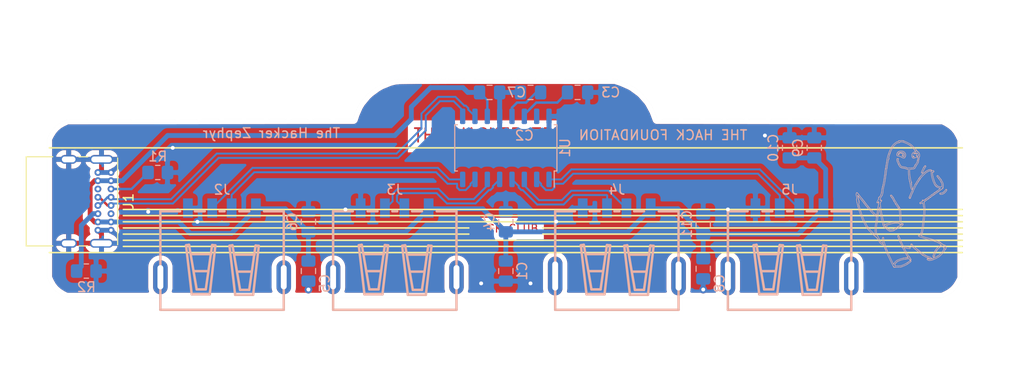
<source format=kicad_pcb>
(kicad_pcb (version 20171130) (host pcbnew "(5.1.10)-1")
  (layers (0 F.Cu signal) (31 B.Cu signal) (34 B.Paste user) (35 F.Paste user) (36 B.SilkS user) (37 F.SilkS user) (38 B.Mask user) (39 F.Mask user) (44 Edge.Cuts user))
  (net 0 "")
  (net 1 "Net-(C1-Pad2)")
  (net 2 GND)
  (net 3 "Net-(C2-Pad1)")
  (net 4 "Net-(C3-Pad2)")
  (net 5 "Net-(J1-PadB5)")
  (net 6 "Net-(J1-PadB8)")
  (net 7 "Net-(J1-PadA8)")
  (net 8 "Net-(J1-PadA5)")
  (net 9 "Net-(U1-Pad15)")
  (net 10 "Net-(J2-Pad5)")
  (net 11 "Net-(J3-Pad5)")
  (net 12 "Net-(J4-Pad5)")
  (net 13 "Net-(J5-Pad5)")
  (net 14 /D1+)
  (net 15 /D1-)
  (net 16 /D2+)
  (net 17 /D2-)
  (net 18 /D+)
  (net 19 /D-)
  (net 20 /D3+)
  (net 21 /D3-)
  (net 22 /D4+)
  (net 23 /D4-)
  (module "USB 2:USBA_THT_SMD" (layer B.Cu) (at 127 90.17 180)
    (fp_text reference J5 (at 0 -0.5) (layer B.SilkS) (effects (justify mirror)))
    (fp_text value USB_A)
    (pad 4 smd rect (at 3.5155 -2.4 180) (size 1 2) (layers B.Cu B.Paste B.Mask) (net 2 GND))
    (pad 3 smd rect (at 1.0155 -2.4 180) (size 1 2) (layers B.Cu B.Paste B.Mask) (net 22 /D4+))
    (pad 2 smd rect (at -0.9845 -2.4 180) (size 1 2) (layers B.Cu B.Paste B.Mask) (net 23 /D4-))
    (pad 1 smd rect (at -3.4845 -2.4 180) (size 1 2) (layers B.Cu B.Paste B.Mask) (net 1 "Net-(C1-Pad2)"))
    (pad 6 thru_hole oval (at -6.35 -9.398 180) (size 1.5 4) (drill oval 0.6 3) (layers *.Cu *.Paste *.Mask))
    (pad 5 thru_hole oval (at 6.35 -9.398 180) (size 1.5 4) (drill oval 0.6 3) (layers *.Cu *.Paste *.Mask) (net 13 "Net-(J5-Pad5)"))
  )
  (module "USB 2:USBA_THT_SMD" (layer B.Cu) (at 109.22 90.17 180)
    (fp_text reference J4 (at 0 -0.5) (layer B.SilkS) (effects (justify mirror)))
    (fp_text value USB_A)
    (pad 4 smd rect (at 3.5155 -2.4 180) (size 1 2) (layers B.Cu B.Paste B.Mask) (net 2 GND))
    (pad 3 smd rect (at 1.0155 -2.4 180) (size 1 2) (layers B.Cu B.Paste B.Mask) (net 20 /D3+))
    (pad 2 smd rect (at -0.9845 -2.4 180) (size 1 2) (layers B.Cu B.Paste B.Mask) (net 21 /D3-))
    (pad 1 smd rect (at -3.4845 -2.4 180) (size 1 2) (layers B.Cu B.Paste B.Mask) (net 1 "Net-(C1-Pad2)"))
    (pad 6 thru_hole oval (at -6.35 -9.398 180) (size 1.5 4) (drill oval 0.6 3) (layers *.Cu *.Paste *.Mask))
    (pad 5 thru_hole oval (at 6.35 -9.398 180) (size 1.5 4) (drill oval 0.6 3) (layers *.Cu *.Paste *.Mask) (net 12 "Net-(J4-Pad5)"))
  )
  (module "USB 2:USBA_THT_SMD" (layer B.Cu) (at 68.58 90.17 180)
    (fp_text reference J2 (at 0 -0.5) (layer B.SilkS) (effects (justify mirror)))
    (fp_text value USB_A)
    (pad 4 smd rect (at 3.5155 -2.4 180) (size 1 2) (layers B.Cu B.Paste B.Mask) (net 2 GND))
    (pad 3 smd rect (at 1.0155 -2.4 180) (size 1 2) (layers B.Cu B.Paste B.Mask) (net 14 /D1+))
    (pad 2 smd rect (at -0.9845 -2.4 180) (size 1 2) (layers B.Cu B.Paste B.Mask) (net 15 /D1-))
    (pad 1 smd rect (at -3.4845 -2.4 180) (size 1 2) (layers B.Cu B.Paste B.Mask) (net 1 "Net-(C1-Pad2)"))
    (pad 6 thru_hole oval (at -6.35 -9.525 180) (size 1.5 3.5) (drill oval 0.6 2.5) (layers *.Cu *.Paste *.Mask))
    (pad 5 thru_hole oval (at 6.35 -9.525 180) (size 1.5 3.5) (drill oval 0.6 2.5) (layers *.Cu *.Paste *.Mask) (net 10 "Net-(J2-Pad5)"))
  )
  (module "USB 2:USBA_THT_SMD" (layer B.Cu) (at 86.36 90.17 180)
    (fp_text reference J3 (at 0 -0.5) (layer B.SilkS) (effects (justify mirror)))
    (fp_text value USB_A)
    (pad 4 smd rect (at 3.5155 -2.4 180) (size 1 2) (layers B.Cu B.Paste B.Mask) (net 2 GND))
    (pad 3 smd rect (at 1.0155 -2.4 180) (size 1 2) (layers B.Cu B.Paste B.Mask) (net 16 /D2+))
    (pad 2 smd rect (at -0.9845 -2.4 180) (size 1 2) (layers B.Cu B.Paste B.Mask) (net 17 /D2-))
    (pad 1 smd rect (at -3.4845 -2.4 180) (size 1 2) (layers B.Cu B.Paste B.Mask) (net 1 "Net-(C1-Pad2)"))
    (pad 6 thru_hole oval (at -6.35 -9.525 180) (size 1.5 3.5) (drill oval 0.6 2.5) (layers *.Cu *.Paste *.Mask))
    (pad 5 thru_hole oval (at 6.35 -9.525 180) (size 1.5 3.5) (drill oval 0.6 2.5) (layers *.Cu *.Paste *.Mask) (net 11 "Net-(J3-Pad5)"))
  )
  (module Connector_USB:USB_C_Receptacle_GCT_USB4085 (layer F.Cu) (at 57.15 88.9 270)
    (fp_text reference J1 (at 2.975 -1.8 270) (layer F.SilkS))
    (fp_text value USB_C_Receptacle_USB2.0)
    (pad S1 thru_hole oval (at 7.3 4.36 270) (size 0.9 1.7) (drill oval 0.6 1.4) (layers *.Cu *.Mask) (net 2 GND))
    (pad S1 thru_hole oval (at -1.35 4.36 270) (size 0.9 1.7) (drill oval 0.6 1.4) (layers *.Cu *.Mask) (net 2 GND))
    (pad S1 thru_hole oval (at 7.3 0.98 270) (size 0.9 2.4) (drill oval 0.6 2.1) (layers *.Cu *.Mask) (net 2 GND))
    (pad S1 thru_hole oval (at -1.35 0.98 270) (size 0.9 2.4) (drill oval 0.6 2.1) (layers *.Cu *.Mask) (net 2 GND))
    (pad B6 thru_hole circle (at 3.4 1.35 270) (size 0.7 0.7) (drill 0.34) (layers *.Cu *.Mask) (net 18 /D+))
    (pad B1 thru_hole circle (at 5.95 1.35 270) (size 0.7 0.7) (drill 0.34) (layers *.Cu *.Mask) (net 2 GND))
    (pad B4 thru_hole circle (at 5.1 1.35 270) (size 0.7 0.7) (drill 0.34) (layers *.Cu *.Mask) (net 1 "Net-(C1-Pad2)"))
    (pad B5 thru_hole circle (at 4.25 1.35 270) (size 0.7 0.7) (drill 0.34) (layers *.Cu *.Mask) (net 5 "Net-(J1-PadB5)"))
    (pad B12 thru_hole circle (at 0 1.35 270) (size 0.7 0.7) (drill 0.34) (layers *.Cu *.Mask) (net 2 GND))
    (pad B8 thru_hole circle (at 1.7 1.35 270) (size 0.7 0.7) (drill 0.34) (layers *.Cu *.Mask) (net 6 "Net-(J1-PadB8)"))
    (pad B7 thru_hole circle (at 2.55 1.35 270) (size 0.7 0.7) (drill 0.34) (layers *.Cu *.Mask) (net 19 /D-))
    (pad B9 thru_hole circle (at 0.85 1.35 270) (size 0.7 0.7) (drill 0.34) (layers *.Cu *.Mask) (net 1 "Net-(C1-Pad2)"))
    (pad A12 thru_hole circle (at 5.95 0 270) (size 0.7 0.7) (drill 0.34) (layers *.Cu *.Mask) (net 2 GND))
    (pad A9 thru_hole circle (at 5.1 0 270) (size 0.7 0.7) (drill 0.34) (layers *.Cu *.Mask) (net 1 "Net-(C1-Pad2)"))
    (pad A8 thru_hole circle (at 4.25 0 270) (size 0.7 0.7) (drill 0.34) (layers *.Cu *.Mask) (net 7 "Net-(J1-PadA8)"))
    (pad A7 thru_hole circle (at 3.4 0 270) (size 0.7 0.7) (drill 0.34) (layers *.Cu *.Mask) (net 19 /D-))
    (pad A6 thru_hole circle (at 2.55 0 270) (size 0.7 0.7) (drill 0.34) (layers *.Cu *.Mask) (net 18 /D+))
    (pad A5 thru_hole circle (at 1.7 0 270) (size 0.7 0.7) (drill 0.34) (layers *.Cu *.Mask) (net 8 "Net-(J1-PadA5)"))
    (pad A4 thru_hole circle (at 0.85 0 270) (size 0.7 0.7) (drill 0.34) (layers *.Cu *.Mask) (net 1 "Net-(C1-Pad2)"))
    (pad A1 thru_hole circle (at 0 0 270) (size 0.7 0.7) (drill 0.34) (layers *.Cu *.Mask) (net 2 GND))
  )
  (module Package_SO:SOIC-16_4.55x10.3mm_P1.27mm (layer B.Cu) (at 97.79 86.36 90)
    (fp_text reference U1 (at 0 6.1 90) (layer B.SilkS) (effects (justify mirror)))
    (fp_text value SL2.1A)
    (pad 16 smd roundrect (at 3.25 4.445 90) (size 1.6 0.55) (layers B.Cu B.Paste B.Mask) (net 2 GND))
    (pad 15 smd roundrect (at 3.25 3.175 90) (size 1.6 0.55) (layers B.Cu B.Paste B.Mask) (net 9 "Net-(U1-Pad15)"))
    (pad 14 smd roundrect (at 3.25 1.905 90) (size 1.6 0.55) (layers B.Cu B.Paste B.Mask) (net 4 "Net-(C3-Pad2)"))
    (pad 13 smd roundrect (at 3.25 0.635 90) (size 1.6 0.55) (layers B.Cu B.Paste B.Mask) (net 3 "Net-(C2-Pad1)"))
    (pad 12 smd roundrect (at 3.25 -0.635 90) (size 1.6 0.55) (layers B.Cu B.Paste B.Mask) (net 2 GND))
    (pad 11 smd roundrect (at 3.25 -1.905 90) (size 1.6 0.55) (layers B.Cu B.Paste B.Mask) (net 1 "Net-(C1-Pad2)"))
    (pad 10 smd roundrect (at 3.25 -3.175 90) (size 1.6 0.55) (layers B.Cu B.Paste B.Mask) (net 18 /D+))
    (pad 9 smd roundrect (at 3.25 -4.445 90) (size 1.6 0.55) (layers B.Cu B.Paste B.Mask) (net 19 /D-))
    (pad 8 smd roundrect (at -3.25 -4.445 90) (size 1.6 0.55) (layers B.Cu B.Paste B.Mask) (net 14 /D1+))
    (pad 7 smd roundrect (at -3.25 -3.175 90) (size 1.6 0.55) (layers B.Cu B.Paste B.Mask) (net 15 /D1-))
    (pad 6 smd roundrect (at -3.25 -1.905 90) (size 1.6 0.55) (layers B.Cu B.Paste B.Mask) (net 16 /D2+))
    (pad 5 smd roundrect (at -3.25 -0.635 90) (size 1.6 0.55) (layers B.Cu B.Paste B.Mask) (net 17 /D2-))
    (pad 4 smd roundrect (at -3.25 0.635 90) (size 1.6 0.55) (layers B.Cu B.Paste B.Mask) (net 20 /D3+))
    (pad 3 smd roundrect (at -3.25 1.905 90) (size 1.6 0.55) (layers B.Cu B.Paste B.Mask) (net 21 /D3-))
    (pad 2 smd roundrect (at -3.25 3.175 90) (size 1.6 0.55) (layers B.Cu B.Paste B.Mask) (net 22 /D4+))
    (pad 1 smd roundrect (at -3.25 4.445 90) (size 1.6 0.55) (layers B.Cu B.Paste B.Mask) (net 23 /D4-))
  )
  (module Resistor_SMD:R_0805_2012Metric_Pad1.20x1.40mm_HandSolder (layer B.Cu) (at 54.61 99.06)
    (fp_text reference R2 (at 0 1.65) (layer B.SilkS) (effects (justify mirror)))
    (fp_text value 5.1K)
    (pad 2 smd roundrect (at 1 0) (size 1.2 1.4) (layers B.Cu B.Paste B.Mask) (roundrect_rratio 0.2083325) (net 2 GND))
    (pad 1 smd roundrect (at -1 0) (size 1.2 1.4) (layers B.Cu B.Paste B.Mask) (roundrect_rratio 0.2083325) (net 5 "Net-(J1-PadB5)"))
  )
  (module Resistor_SMD:R_0805_2012Metric_Pad1.20x1.40mm_HandSolder (layer B.Cu) (at 61.96 88.9 180)
    (fp_text reference R1 (at 0 1.65) (layer B.SilkS) (effects (justify mirror)))
    (fp_text value 5.1K)
    (pad 2 smd roundrect (at 1 0 180) (size 1.2 1.4) (layers B.Cu B.Paste B.Mask) (roundrect_rratio 0.2083325) (net 8 "Net-(J1-PadA5)"))
    (pad 1 smd roundrect (at -1 0 180) (size 1.2 1.4) (layers B.Cu B.Paste B.Mask) (roundrect_rratio 0.2083325) (net 2 GND))
  )
  (module Capacitor_SMD:C_0805_2012Metric_Pad1.18x1.45mm_HandSolder (layer B.Cu) (at 118.11 94.2125 270)
    (fp_text reference C11 (at 0 1.68 90) (layer B.SilkS) (effects (justify mirror)))
    (fp_text value 100nF)
    (pad 2 smd roundrect (at 1.0375 0 270) (size 1.175 1.45) (layers B.Cu B.Paste B.Mask) (roundrect_rratio 0.2127659574468085) (net 1 "Net-(C1-Pad2)"))
    (pad 1 smd roundrect (at -1.0375 0 270) (size 1.175 1.45) (layers B.Cu B.Paste B.Mask) (roundrect_rratio 0.2127659574468085) (net 2 GND))
  )
  (module Capacitor_SMD:C_0805_2012Metric_Pad1.18x1.45mm_HandSolder (layer B.Cu) (at 127 86.36 270)
    (fp_text reference C10 (at 0 1.68 90) (layer B.SilkS) (effects (justify mirror)))
    (fp_text value 1uF)
    (pad 2 smd roundrect (at 1.0375 0 270) (size 1.175 1.45) (layers B.Cu B.Paste B.Mask) (roundrect_rratio 0.2127659574468085) (net 1 "Net-(C1-Pad2)"))
    (pad 1 smd roundrect (at -1.0375 0 270) (size 1.175 1.45) (layers B.Cu B.Paste B.Mask) (roundrect_rratio 0.2127659574468085) (net 2 GND))
  )
  (module Capacitor_SMD:C_0805_2012Metric_Pad1.18x1.45mm_HandSolder (layer B.Cu) (at 129.54 86.36 270)
    (fp_text reference C9 (at 0 1.68 270) (layer B.SilkS) (effects (justify mirror)))
    (fp_text value 100nF)
    (pad 2 smd roundrect (at 1.0375 0 270) (size 1.175 1.45) (layers B.Cu B.Paste B.Mask) (roundrect_rratio 0.2127659574468085) (net 1 "Net-(C1-Pad2)"))
    (pad 1 smd roundrect (at -1.0375 0 270) (size 1.175 1.45) (layers B.Cu B.Paste B.Mask) (roundrect_rratio 0.2127659574468085) (net 2 GND))
  )
  (module Capacitor_SMD:C_0805_2012Metric_Pad1.18x1.45mm_HandSolder (layer B.Cu) (at 118.11 98.8275 90)
    (fp_text reference C8 (at -1.5025 1.68 90) (layer B.SilkS) (effects (justify mirror)))
    (fp_text value 1uF)
    (pad 2 smd roundrect (at 1.0375 0 90) (size 1.175 1.45) (layers B.Cu B.Paste B.Mask) (roundrect_rratio 0.2127659574468085) (net 1 "Net-(C1-Pad2)"))
    (pad 1 smd roundrect (at -1.0375 0 90) (size 1.175 1.45) (layers B.Cu B.Paste B.Mask) (roundrect_rratio 0.2127659574468085) (net 2 GND))
  )
  (module Capacitor_SMD:C_0805_2012Metric_Pad1.18x1.45mm_HandSolder (layer B.Cu) (at 96.1175 80.645 180)
    (fp_text reference C7 (at -2.7725 0) (layer B.SilkS) (effects (justify mirror)))
    (fp_text value 100nF)
    (pad 2 smd roundrect (at 1.0375 0 180) (size 1.175 1.45) (layers B.Cu B.Paste B.Mask) (roundrect_rratio 0.2127659574468085) (net 1 "Net-(C1-Pad2)"))
    (pad 1 smd roundrect (at -1.0375 0 180) (size 1.175 1.45) (layers B.Cu B.Paste B.Mask) (roundrect_rratio 0.2127659574468085) (net 2 GND))
  )
  (module Capacitor_SMD:C_0805_2012Metric_Pad1.18x1.45mm_HandSolder (layer B.Cu) (at 77.47 93.98 270)
    (fp_text reference C6 (at 0 1.68 90) (layer B.SilkS) (effects (justify mirror)))
    (fp_text value 1uF)
    (pad 2 smd roundrect (at 1.0375 0 270) (size 1.175 1.45) (layers B.Cu B.Paste B.Mask) (roundrect_rratio 0.2127659574468085) (net 1 "Net-(C1-Pad2)"))
    (pad 1 smd roundrect (at -1.0375 0 270) (size 1.175 1.45) (layers B.Cu B.Paste B.Mask) (roundrect_rratio 0.2127659574468085) (net 2 GND))
  )
  (module Capacitor_SMD:C_0805_2012Metric_Pad1.18x1.45mm_HandSolder (layer B.Cu) (at 77.47 99.06 90)
    (fp_text reference C5 (at -1.27 1.68 90) (layer B.SilkS) (effects (justify mirror)))
    (fp_text value 100nF)
    (pad 2 smd roundrect (at 1.0375 0 90) (size 1.175 1.45) (layers B.Cu B.Paste B.Mask) (roundrect_rratio 0.2127659574468085) (net 1 "Net-(C1-Pad2)"))
    (pad 1 smd roundrect (at -1.0375 0 90) (size 1.175 1.45) (layers B.Cu B.Paste B.Mask) (roundrect_rratio 0.2127659574468085) (net 2 GND))
  )
  (module Capacitor_SMD:C_0805_2012Metric_Pad1.18x1.45mm_HandSolder (layer B.Cu) (at 97.79 93.98 270)
    (fp_text reference C4 (at 0 1.68 90) (layer B.SilkS) (effects (justify mirror)))
    (fp_text value 1uF)
    (pad 2 smd roundrect (at 1.0375 0 270) (size 1.175 1.45) (layers B.Cu B.Paste B.Mask) (roundrect_rratio 0.2127659574468085) (net 1 "Net-(C1-Pad2)"))
    (pad 1 smd roundrect (at -1.0375 0 270) (size 1.175 1.45) (layers B.Cu B.Paste B.Mask) (roundrect_rratio 0.2127659574468085) (net 2 GND))
  )
  (module Capacitor_SMD:C_0805_2012Metric_Pad1.18x1.45mm_HandSolder (layer B.Cu) (at 105.1775 80.645 180)
    (fp_text reference C3 (at -3.4075 0) (layer B.SilkS) (effects (justify mirror)))
    (fp_text value 10uF)
    (pad 2 smd roundrect (at 1.0375 0 180) (size 1.175 1.45) (layers B.Cu B.Paste B.Mask) (roundrect_rratio 0.2127659574468085) (net 4 "Net-(C3-Pad2)"))
    (pad 1 smd roundrect (at -1.0375 0 180) (size 1.175 1.45) (layers B.Cu B.Paste B.Mask) (roundrect_rratio 0.2127659574468085) (net 2 GND))
  )
  (module Capacitor_SMD:C_0805_2012Metric_Pad1.18x1.45mm_HandSolder (layer B.Cu) (at 100.33 80.645 180)
    (fp_text reference C2 (at 0.635 -4.445) (layer B.SilkS) (effects (justify mirror)))
    (fp_text value 10uF)
    (pad 2 smd roundrect (at 1.0375 0 180) (size 1.175 1.45) (layers B.Cu B.Paste B.Mask) (roundrect_rratio 0.2127659574468085) (net 2 GND))
    (pad 1 smd roundrect (at -1.0375 0 180) (size 1.175 1.45) (layers B.Cu B.Paste B.Mask) (roundrect_rratio 0.2127659574468085) (net 3 "Net-(C2-Pad1)"))
  )
  (module Capacitor_SMD:C_0805_2012Metric_Pad1.18x1.45mm_HandSolder (layer B.Cu) (at 97.79 99.06 90)
    (fp_text reference C1 (at 0 1.68 90) (layer B.SilkS) (effects (justify mirror)))
    (fp_text value 100nF)
    (pad 2 smd roundrect (at 1.0375 0 90) (size 1.175 1.45) (layers B.Cu B.Paste B.Mask) (roundrect_rratio 0.2127659574468085) (net 1 "Net-(C1-Pad2)"))
    (pad 1 smd roundrect (at -1.0375 0 90) (size 1.175 1.45) (layers B.Cu B.Paste B.Mask) (roundrect_rratio 0.2127659574468085) (net 2 GND))
  )
  (gr_text "The Hacker Zephyr" (at 73.66 84.836) (layer B.SilkS) (effects (font (size 1 1)) (justify mirror)))
  (gr_text "THE HACK FOUNDATION" (at 113.975 85.05) (layer B.SilkS) (effects (font (size 1 1)) (justify mirror)))
  (gr_line (start 137.731806 94.72317) (end 137.782682 94.69582) (layer B.SilkS) (width 0.051))
  (gr_arc (start 137.383403 94.563409) (end 137.381505 94.811128) (angle 17.82535498) (layer B.SilkS) (width 0.051))
  (gr_arc (start 137.142465 94.709036) (end 137.142695 94.694279) (angle 31.39975108) (layer B.SilkS) (width 0.051))
  (gr_arc (start 138.413876 94.167184) (end 138.364776 94.261953) (angle 19.37491775) (layer B.SilkS) (width 0.051))
  (gr_arc (start 138.073864 94.951258) (end 138.118367 94.120668) (angle 7.805249746) (layer B.SilkS) (width 0.051))
  (gr_arc (start 138.405715 94.174857) (end 138.336117 94.240297) (angle 20.52581644) (layer B.SilkS) (width 0.051))
  (gr_line (start 137.095086 94.302852) (end 137.023867 94.333188) (layer B.SilkS) (width 0.051))
  (gr_arc (start 137.883897 95.093255) (end 137.7166 94.133296) (angle 6.469266571) (layer B.SilkS) (width 0.051))
  (gr_arc (start 138.161662 94.494139) (end 138.230754 94.134407) (angle 11.53351982) (layer B.SilkS) (width 0.051))
  (gr_line (start 137.885391 94.643284) (end 137.932241 94.617839) (layer B.SilkS) (width 0.051))
  (gr_arc (start 138.090493 93.767504) (end 138.506937 94.274383) (angle 7.077902975) (layer B.SilkS) (width 0.051))
  (gr_line (start 137.834703 94.669235) (end 137.885391 94.643284) (layer B.SilkS) (width 0.051))
  (gr_line (start 137.15035 94.69656) (end 137.165701 94.706924) (layer B.SilkS) (width 0.051))
  (gr_arc (start 137.34819 94.579444) (end 137.22383 94.754716) (angle 7.481545183) (layer B.SilkS) (width 0.051))
  (gr_arc (start 138.169775 94.792176) (end 137.987703 94.583468) (angle 10.05010819) (layer B.SilkS) (width 0.051))
  (gr_arc (start 137.041727 94.388115) (end 136.990044 94.407137) (angle 52.44885183) (layer B.SilkS) (width 0.051))
  (gr_line (start 137.96228 94.116489) (end 137.825824 94.120559) (layer B.SilkS) (width 0.051))
  (gr_line (start 137.183511 94.720724) (end 137.202067 94.737031) (layer B.SilkS) (width 0.051))
  (gr_line (start 138.124772 94.497206) (end 138.240434 94.432231) (layer B.SilkS) (width 0.051))
  (gr_arc (start 137.369026 94.606971) (end 137.305765 94.798655) (angle 7.813261846) (layer B.SilkS) (width 0.051))
  (gr_line (start 137.782682 94.69582) (end 137.834703 94.669235) (layer B.SilkS) (width 0.051))
  (gr_line (start 137.165701 94.706924) (end 137.183511 94.720724) (layer B.SilkS) (width 0.051))
  (gr_line (start 137.932241 94.617839) (end 137.971042 94.595503) (layer B.SilkS) (width 0.051))
  (gr_arc (start 137.386876 93.716322) (end 137.60263 94.78983) (angle 5.77327635) (layer B.SilkS) (width 0.051))
  (gr_line (start 138.118367 94.120668) (end 137.96228 94.116489) (layer B.SilkS) (width 0.051))
  (gr_arc (start 137.571065 94.632776) (end 137.663457 94.763642) (angle 23.85826309) (layer B.SilkS) (width 0.051))
  (gr_line (start 137.22383 94.754716) (end 137.251453 94.772682) (layer B.SilkS) (width 0.051))
  (gr_arc (start 138.291936 94.178158) (end 138.301284 94.155485) (angle 82.2492958) (layer B.SilkS) (width 0.051))
  (gr_arc (start 138.357108 94.195201) (end 138.31759 94.21174) (angle 37.36553066) (layer B.SilkS) (width 0.051))
  (gr_arc (start 137.053743 94.395695) (end 136.995147 94.358733) (angle 32.21037037) (layer B.SilkS) (width 0.051))
  (gr_line (start 137.04399 94.540852) (end 137.105987 94.671417) (layer B.SilkS) (width 0.051))
  (gr_line (start 136.990044 94.407137) (end 137.04399 94.540852) (layer B.SilkS) (width 0.051))
  (gr_line (start 137.7166 94.133296) (end 137.586789 94.161246) (layer B.SilkS) (width 0.051))
  (gr_arc (start 138.573054 94.236717) (end 138.684703 94.236717) (angle 31.01979504) (layer B.SilkS) (width 0.051))
  (gr_line (start 138.240434 94.432231) (end 138.361703 94.367594) (layer B.SilkS) (width 0.051))
  (gr_line (start 137.251453 94.772682) (end 137.280294 94.788275) (layer B.SilkS) (width 0.051))
  (gr_line (start 137.201591 94.266963) (end 137.095086 94.302852) (layer B.SilkS) (width 0.051))
  (gr_line (start 137.360793 94.221314) (end 137.201591 94.266963) (layer B.SilkS) (width 0.051))
  (gr_arc (start 138.625807 94.283284) (end 138.573706 94.186589) (angle 14.40395671) (layer B.SilkS) (width 0.051))
  (gr_arc (start 137.851312 95.029723) (end 137.663457 94.763642) (angle 5.181863829) (layer B.SilkS) (width 0.051))
  (gr_arc (start 137.389677 93.744932) (end 137.493549 94.806088) (angle 6.029791251) (layer B.SilkS) (width 0.051))
  (gr_arc (start 138.520816 94.199991) (end 138.565703 94.199991) (angle 43.12564896) (layer B.SilkS) (width 0.051))
  (gr_arc (start 137.914016 94.499) (end 137.987703 94.583468) (angle 10.52036014) (layer B.SilkS) (width 0.051))
  (gr_arc (start 138.57329 94.236717) (end 138.682789 94.216154) (angle 10.63585123) (layer B.SilkS) (width 0.051))
  (gr_arc (start 138.610773 94.229678) (end 138.677077 94.198485) (angle 14.55895155) (layer B.SilkS) (width 0.051))
  (gr_arc (start 138.646107 94.205311) (end 138.656809 94.177423) (angle 26.62094103) (layer B.SilkS) (width 0.051))
  (gr_arc (start 138.628596 94.221293) (end 138.66817 94.185174) (angle 17.19079811) (layer B.SilkS) (width 0.051))
  (gr_arc (start 138.631308 94.243876) (end 138.630586 94.172702) (angle 21.5745969) (layer B.SilkS) (width 0.051))
  (gr_arc (start 138.63196 94.30812) (end 138.599397 94.176668) (angle 13.33187895) (layer B.SilkS) (width 0.051))
  (gr_arc (start 137.14335 94.652327) (end 137.142695 94.694279) (angle 62.04244517) (layer B.SilkS) (width 0.051))
  (gr_arc (start 138.580927 94.199991) (end 138.565703 94.199991) (angle 61.68309318) (layer B.SilkS) (width 0.051))
  (gr_line (start 137.688256 94.747763) (end 137.731806 94.72317) (layer B.SilkS) (width 0.051))
  (gr_line (start 137.586789 94.161246) (end 137.360793 94.221314) (layer B.SilkS) (width 0.051))
  (gr_arc (start 138.395704 94.202259) (end 138.395703 94.269489) (angle 27.38871601) (layer B.SilkS) (width 0.051))
  (gr_arc (start 138.195418 93.895215) (end 138.553577 94.230676) (angle 7.468266698) (layer B.SilkS) (width 0.051))
  (gr_line (start 138.361703 94.367594) (end 138.441306 94.321834) (layer B.SilkS) (width 0.051))
  (gr_line (start 138.026919 94.554898) (end 138.124772 94.497206) (layer B.SilkS) (width 0.051))
  (gr_arc (start 138.295344 92.466779) (end 138.277973 92.473539) (angle 21.26562269) (layer B.SilkS) (width 0.051))
  (gr_line (start 138.453081 92.983174) (end 138.460336 93.160997) (layer B.SilkS) (width 0.051))
  (gr_arc (start 137.976165 92.402074) (end 138.137191 92.256826) (angle 5.347017677) (layer B.SilkS) (width 0.051))
  (gr_arc (start 138.262457 92.143833) (end 138.137191 92.256826) (angle 7.406910287) (layer B.SilkS) (width 0.051))
  (gr_arc (start 138.173819 92.995532) (end 138.446719 92.934989) (angle 9.974622013) (layer B.SilkS) (width 0.051))
  (gr_line (start 138.433261 92.86596) (end 138.44025 92.903789) (layer B.SilkS) (width 0.051))
  (gr_line (start 138.426832 92.827792) (end 138.433261 92.86596) (layer B.SilkS) (width 0.051))
  (gr_line (start 138.422087 92.795486) (end 138.426832 92.827792) (layer B.SilkS) (width 0.051))
  (gr_line (start 137.632707 91.41937) (end 137.654657 91.447272) (layer B.SilkS) (width 0.051))
  (gr_line (start 138.190173 92.335453) (end 138.201624 92.35569) (layer B.SilkS) (width 0.051))
  (gr_line (start 138.178882 92.315315) (end 138.190173 92.335453) (layer B.SilkS) (width 0.051))
  (gr_arc (start 137.683899 91.423695) (end 137.664151 91.455648) (angle 19.40404372) (layer B.SilkS) (width 0.051))
  (gr_arc (start 138.160349 92.830431) (end 138.41557 92.762678) (angle 7.262443812) (layer B.SilkS) (width 0.051))
  (gr_line (start 137.673378 91.465061) (end 137.697245 91.506385) (layer B.SilkS) (width 0.051))
  (gr_line (start 138.388478 92.682617) (end 138.403556 92.722815) (layer B.SilkS) (width 0.051))
  (gr_line (start 138.35623 92.616361) (end 138.372409 92.648505) (layer B.SilkS) (width 0.051))
  (gr_line (start 138.073361 92.154826) (end 138.088819 92.183921) (layer B.SilkS) (width 0.051))
  (gr_line (start 138.03765 92.090009) (end 138.073361 92.154826) (layer B.SilkS) (width 0.051))
  (gr_arc (start 138.148954 92.51672) (end 138.267515 92.444407) (angle 6.26636706) (layer B.SilkS) (width 0.051))
  (gr_line (start 138.340802 92.582195) (end 138.35623 92.616361) (layer B.SilkS) (width 0.051))
  (gr_line (start 137.697245 91.506385) (end 137.724415 91.556488) (layer B.SilkS) (width 0.051))
  (gr_line (start 137.607348 91.385163) (end 137.632707 91.41937) (layer B.SilkS) (width 0.051))
  (gr_line (start 138.201624 92.35569) (end 138.21629 92.37813) (layer B.SilkS) (width 0.051))
  (gr_arc (start 138.293906 92.467701) (end 138.287017 92.483134) (angle 22.66536601) (layer B.SilkS) (width 0.051))
  (gr_line (start 138.32813 92.550865) (end 138.340802 92.582195) (layer B.SilkS) (width 0.051))
  (gr_arc (start 138.29338 92.468882) (end 138.29338 92.484489) (angle 24.05820162) (layer B.SilkS) (width 0.051))
  (gr_arc (start 138.255502 92.466779) (end 138.274699 92.45778) (angle 25.11349637) (layer B.SilkS) (width 0.051))
  (gr_arc (start 138.294564 92.467082) (end 138.281602 92.479287) (angle 22.01088874) (layer B.SilkS) (width 0.051))
  (gr_line (start 138.088819 92.183921) (end 138.106473 92.213595) (layer B.SilkS) (width 0.051))
  (gr_line (start 137.580435 91.346566) (end 137.607348 91.385163) (layer B.SilkS) (width 0.051))
  (gr_line (start 137.878057 91.833361) (end 137.958714 91.961432) (layer B.SilkS) (width 0.051))
  (gr_arc (start 137.905677 91.727108) (end 137.839539 91.778989) (angle 10.07618472) (layer B.SilkS) (width 0.051))
  (gr_line (start 138.460336 93.160997) (end 138.466931 93.371818) (layer B.SilkS) (width 0.051))
  (gr_arc (start 138.395703 94.218362) (end 138.409781 94.267513) (angle 15.98202543) (layer B.SilkS) (width 0.051))
  (gr_arc (start 138.10383 92.547405) (end 138.245423 92.415492) (angle 5.491093273) (layer B.SilkS) (width 0.051))
  (gr_line (start 138.475835 94.11985) (end 138.470306 94.208925) (layer B.SilkS) (width 0.051))
  (gr_line (start 138.106473 92.213595) (end 138.12367 92.239734) (layer B.SilkS) (width 0.051))
  (gr_line (start 138.47701 93.963643) (end 138.475835 94.11985) (layer B.SilkS) (width 0.051))
  (gr_arc (start 138.02873 92.831241) (end 138.372409 92.648505) (angle 5.552707749) (layer B.SilkS) (width 0.051))
  (gr_arc (start 138.233341 92.54462) (end 138.308421 92.497494) (angle 10.39205586) (layer B.SilkS) (width 0.051))
  (gr_arc (start 137.302497 92.200268) (end 137.839539 91.778989) (angle 5.595539645) (layer B.SilkS) (width 0.051))
  (gr_arc (start 138.25789 92.529211) (end 138.300557 92.487511) (angle 12.22813673) (layer B.SilkS) (width 0.051))
  (gr_arc (start 138.29338 92.494525) (end 138.29338 92.484489) (angle 45.65629456) (layer B.SilkS) (width 0.051))
  (gr_line (start 138.164722 92.29319) (end 138.178882 92.315315) (layer B.SilkS) (width 0.051))
  (gr_line (start 138.44025 92.903789) (end 138.446719 92.934989) (layer B.SilkS) (width 0.051))
  (gr_line (start 138.21629 92.37813) (end 138.231713 92.399299) (layer B.SilkS) (width 0.051))
  (gr_arc (start 138.191412 92.561325) (end 138.31569 92.51181) (angle 7.634244134) (layer B.SilkS) (width 0.051))
  (gr_arc (start 137.649678 91.479066) (end 137.664151 91.455648) (angle 27.70292653) (layer B.SilkS) (width 0.051))
  (gr_arc (start 138.123992 92.531944) (end 138.257396 92.429646) (angle 6.102391413) (layer B.SilkS) (width 0.051))
  (gr_line (start 137.753483 91.613952) (end 137.782311 91.671899) (layer B.SilkS) (width 0.051))
  (gr_line (start 137.808759 91.723497) (end 137.831482 91.766618) (layer B.SilkS) (width 0.051))
  (gr_line (start 137.724415 91.556488) (end 137.753483 91.613952) (layer B.SilkS) (width 0.051))
  (gr_arc (start 138.379065 94.160267) (end 138.426035 94.261455) (angle 8.918282108) (layer B.SilkS) (width 0.051))
  (gr_arc (start 138.375757 94.153143) (end 138.441835 94.252607) (angle 8.696989202) (layer B.SilkS) (width 0.051))
  (gr_arc (start 138.395798 94.18331) (end 138.454627 94.242138) (angle 11.40252643) (layer B.SilkS) (width 0.051))
  (gr_line (start 137.958714 91.961432) (end 138.03765 92.090009) (layer B.SilkS) (width 0.051))
  (gr_line (start 138.471891 93.608888) (end 138.47701 93.963643) (layer B.SilkS) (width 0.051))
  (gr_line (start 138.150026 92.272463) (end 138.164722 92.29319) (layer B.SilkS) (width 0.051))
  (gr_line (start 138.403556 92.722815) (end 138.41557 92.762678) (layer B.SilkS) (width 0.051))
  (gr_arc (start 138.409032 92.263066) (end 138.245423 92.415492) (angle 5.43841112) (layer B.SilkS) (width 0.051))
  (gr_line (start 137.782311 91.671899) (end 137.808759 91.723497) (layer B.SilkS) (width 0.051))
  (gr_line (start 138.466931 93.371818) (end 138.471891 93.608888) (layer B.SilkS) (width 0.051))
  (gr_arc (start 138.511006 92.481112) (end 138.32813 92.550865) (angle 6.788480584) (layer B.SilkS) (width 0.051))
  (gr_arc (start 138.41616 94.203671) (end 138.470306 94.208925) (angle 39.45787916) (layer B.SilkS) (width 0.051))
  (gr_arc (start 137.319846 94.476844) (end 137.024845 94.762312) (angle 10.102261) (layer B.SilkS) (width 0.051))
  (gr_line (start 136.468556 93.691052) (end 136.414876 93.449598) (layer B.SilkS) (width 0.051))
  (gr_line (start 136.647688 94.383584) (end 136.628311 94.334823) (layer B.SilkS) (width 0.051))
  (gr_arc (start 136.517079 94.275893) (end 136.609268 94.259562) (angle 10.04553333) (layer B.SilkS) (width 0.051))
  (gr_arc (start 137.487843 94.314277) (end 137.084711 94.816858) (angle 7.207036748) (layer B.SilkS) (width 0.051))
  (gr_arc (start 137.7635 94.833054) (end 137.783703 94.849446) (angle 19.29936935) (layer B.SilkS) (width 0.051))
  (gr_line (start 136.979346 94.706142) (end 136.953042 94.670136) (layer B.SilkS) (width 0.051))
  (gr_line (start 138.439599 94.476881) (end 138.386335 94.504136) (layer B.SilkS) (width 0.051))
  (gr_arc (start 136.871799 94.734399) (end 136.932549 94.650497) (angle 15.74960528) (layer B.SilkS) (width 0.051))
  (gr_arc (start 136.909161 94.453508) (end 136.831867 94.632707) (angle 19.83949252) (layer B.SilkS) (width 0.051))
  (gr_line (start 138.264945 94.576745) (end 138.238029 94.591306) (layer B.SilkS) (width 0.051))
  (gr_arc (start 137.573135 94.207945) (end 137.15738 94.868612) (angle 6.551934926) (layer B.SilkS) (width 0.051))
  (gr_line (start 137.829657 94.822322) (end 137.79107 94.843292) (layer B.SilkS) (width 0.051))
  (gr_line (start 137.549347 94.936936) (end 137.472809 94.943772) (layer B.SilkS) (width 0.051))
  (gr_line (start 138.386335 94.504136) (end 138.340066 94.529001) (layer B.SilkS) (width 0.051))
  (gr_arc (start 136.767619 93.373228) (end 136.414876 93.449598) (angle 12.21625307) (layer B.SilkS) (width 0.051))
  (gr_line (start 136.528949 93.944262) (end 136.468556 93.691052) (layer B.SilkS) (width 0.051))
  (gr_line (start 136.603541 94.230064) (end 136.595655 94.195718) (layer B.SilkS) (width 0.051))
  (gr_arc (start 136.666045 94.275893) (end 136.613629 94.293649) (angle 18.71350024) (layer B.SilkS) (width 0.051))
  (gr_line (start 136.628311 94.334823) (end 136.613629 94.293649) (layer B.SilkS) (width 0.051))
  (gr_arc (start 137.730163 93.958413) (end 137.241446 94.916378) (angle 5.153001434) (layer B.SilkS) (width 0.051))
  (gr_line (start 137.756404 94.867642) (end 137.731094 94.881835) (layer B.SilkS) (width 0.051))
  (gr_line (start 137.928203 94.771822) (end 137.875473 94.798312) (layer B.SilkS) (width 0.051))
  (gr_arc (start 136.897978 94.709916) (end 136.888902 94.640655) (angle 19.44613873) (layer B.SilkS) (width 0.051))
  (gr_line (start 137.472809 94.943772) (end 137.3809 94.948382) (layer B.SilkS) (width 0.051))
  (gr_arc (start 136.901482 94.693403) (end 136.912478 94.641584) (angle 23.9262735) (layer B.SilkS) (width 0.051))
  (gr_line (start 138.207738 94.606338) (end 138.175657 94.622756) (layer B.SilkS) (width 0.051))
  (gr_line (start 138.340066 94.529001) (end 138.301299 94.550742) (layer B.SilkS) (width 0.051))
  (gr_arc (start 137.96384 93.528159) (end 138.543309 94.417336) (angle 6.459419535) (layer B.SilkS) (width 0.051))
  (gr_arc (start 138.269791 93.99763) (end 138.620402 94.355453) (angle 11.32479559) (layer B.SilkS) (width 0.051))
  (gr_line (start 136.670642 94.435899) (end 136.647688 94.383584) (layer B.SilkS) (width 0.051))
  (gr_arc (start 137.408716 94.098427) (end 136.721444 94.530049) (angle 7.558238899) (layer B.SilkS) (width 0.051))
  (gr_line (start 137.731094 94.881835) (end 137.702706 94.896678) (layer B.SilkS) (width 0.051))
  (gr_arc (start 138.004626 94.574247) (end 138.097238 94.674009) (angle 10.96011197) (layer B.SilkS) (width 0.051))
  (gr_line (start 138.033957 94.715392) (end 137.982694 94.743866) (layer B.SilkS) (width 0.051))
  (gr_arc (start 137.003582 94.35286) (end 136.775636 94.595838) (angle 14.69864093) (layer B.SilkS) (width 0.051))
  (gr_arc (start 137.35092 94.761904) (end 137.329096 94.946226) (angle 12.97644357) (layer B.SilkS) (width 0.051))
  (gr_arc (start 137.369113 94.608249) (end 137.3809 94.948382) (angle 8.737267104) (layer B.SilkS) (width 0.051))
  (gr_line (start 138.286882 94.563859) (end 138.264945 94.576745) (layer B.SilkS) (width 0.051))
  (gr_line (start 137.875473 94.798312) (end 137.829657 94.822322) (layer B.SilkS) (width 0.051))
  (gr_line (start 138.238029 94.591306) (end 138.207738 94.606338) (layer B.SilkS) (width 0.051))
  (gr_line (start 137.777151 94.855202) (end 137.756404 94.867642) (layer B.SilkS) (width 0.051))
  (gr_line (start 136.383509 93.248268) (end 136.358036 93.159489) (layer B.SilkS) (width 0.051))
  (gr_line (start 136.609268 94.259562) (end 136.603541 94.230064) (layer B.SilkS) (width 0.051))
  (gr_line (start 138.143324 94.641481) (end 138.11514 94.659718) (layer B.SilkS) (width 0.051))
  (gr_arc (start 136.874813 94.533141) (end 136.888902 94.640655) (angle 30.79790581) (layer B.SilkS) (width 0.051))
  (gr_arc (start 137.423494 94.559533) (end 137.288263 94.936618) (angle 7.299991918) (layer B.SilkS) (width 0.051))
  (gr_line (start 138.076581 94.689797) (end 138.033957 94.715392) (layer B.SilkS) (width 0.051))
  (gr_arc (start 137.570825 94.636552) (end 137.702706 94.896678) (angle 9.009815181) (layer B.SilkS) (width 0.051))
  (gr_line (start 136.58632 94.160484) (end 136.528949 93.944262) (layer B.SilkS) (width 0.051))
  (gr_line (start 137.982694 94.743866) (end 137.928203 94.771822) (layer B.SilkS) (width 0.051))
  (gr_line (start 136.39239 93.28073) (end 136.383509 93.248268) (layer B.SilkS) (width 0.051))
  (gr_arc (start 137.515963 94.46644) (end 137.660342 94.914121) (angle 6.297970573) (layer B.SilkS) (width 0.051))
  (gr_arc (start 137.47177 94.250714) (end 137.610361 94.927258) (angle 5.127116766) (layer B.SilkS) (width 0.051))
  (gr_arc (start 138.274732 94.543864) (end 138.293703 94.557557) (angle 22.89388086) (layer B.SilkS) (width 0.051))
  (gr_arc (start 136.220835 93.373228) (end 136.40511 93.348943) (angle 7.507644129) (layer B.SilkS) (width 0.051))
  (gr_line (start 136.595655 94.195718) (end 136.58632 94.160484) (layer B.SilkS) (width 0.051))
  (gr_line (start 136.39989 93.316027) (end 136.39239 93.28073) (layer B.SilkS) (width 0.051))
  (gr_arc (start 138.201859 94.786709) (end 138.097238 94.674009) (angle 8.542738196) (layer B.SilkS) (width 0.051))
  (gr_arc (start 137.803108 94.865189) (end 137.783703 94.849446) (angle 22.14689927) (layer B.SilkS) (width 0.051))
  (gr_line (start 138.175657 94.622756) (end 138.143324 94.641481) (layer B.SilkS) (width 0.051))
  (gr_arc (start 138.313162 94.571602) (end 138.293703 94.557557) (angle 24.55335529) (layer B.SilkS) (width 0.051))
  (gr_arc (start 138.405097 94.135719) (end 138.668736 94.294254) (angle 14.56351673) (layer B.SilkS) (width 0.051))
  (gr_line (start 136.40511 93.348943) (end 136.39989 93.316027) (layer B.SilkS) (width 0.051))
  (gr_arc (start 136.865468 94.298097) (end 136.820069 94.254985) (angle 46.47970965) (layer B.SilkS) (width 0.051))
  (gr_arc (start 136.935134 94.322163) (end 136.803799 94.36961) (angle 27.2870441) (layer B.SilkS) (width 0.051))
  (gr_arc (start 136.701732 94.574404) (end 136.870061 94.467755) (angle 5.670895345) (layer B.SilkS) (width 0.051))
  (gr_line (start 136.544137 93.378407) (end 136.549478 93.411724) (layer B.SilkS) (width 0.051))
  (gr_line (start 136.605681 93.658128) (end 136.618871 93.716989) (layer B.SilkS) (width 0.051))
  (gr_arc (start 137.035279 94.319028) (end 136.870093 94.500768) (angle 11.13983145) (layer B.SilkS) (width 0.051))
  (gr_line (start 136.394671 92.587091) (end 136.415216 92.705489) (layer B.SilkS) (width 0.051))
  (gr_line (start 136.456905 92.956241) (end 136.469753 93.022263) (layer B.SilkS) (width 0.051))
  (gr_line (start 136.700049 94.052642) (end 136.750349 94.249615) (layer B.SilkS) (width 0.051))
  (gr_arc (start 136.883762 94.31547) (end 136.796662 94.304121) (angle 36.09647935) (layer B.SilkS) (width 0.051))
  (gr_line (start 136.650358 93.852365) (end 136.700049 94.052642) (layer B.SilkS) (width 0.051))
  (gr_line (start 136.469753 93.022263) (end 136.485432 93.094329) (layer B.SilkS) (width 0.051))
  (gr_line (start 136.517515 93.22574) (end 136.530713 93.285361) (layer B.SilkS) (width 0.051))
  (gr_arc (start 137.254919 94.155956) (end 136.838092 94.465429) (angle 7.354710712) (layer B.SilkS) (width 0.051))
  (gr_line (start 136.501885 93.162101) (end 136.517515 93.22574) (layer B.SilkS) (width 0.051))
  (gr_line (start 136.424981 92.75461) (end 136.435015 92.810996) (layer B.SilkS) (width 0.051))
  (gr_line (start 136.856434 94.448434) (end 136.840203 94.429383) (layer B.SilkS) (width 0.051))
  (gr_arc (start 136.68474 93.358279) (end 136.544137 93.378407) (angle 8.147005806) (layer B.SilkS) (width 0.051))
  (gr_line (start 136.618871 93.716989) (end 136.650358 93.852365) (layer B.SilkS) (width 0.051))
  (gr_line (start 136.485432 93.094329) (end 136.501885 93.162101) (layer B.SilkS) (width 0.051))
  (gr_line (start 138.119236 93.989265) (end 138.206707 93.994666) (layer B.SilkS) (width 0.051))
  (gr_arc (start 136.874949 94.495425) (end 136.882166 94.495615) (angle 130.7578652) (layer B.SilkS) (width 0.051))
  (gr_line (start 136.556937 93.449912) (end 136.565765 93.488168) (layer B.SilkS) (width 0.051))
  (gr_line (start 136.565765 93.488168) (end 136.576712 93.533271) (layer B.SilkS) (width 0.051))
  (gr_line (start 137.639952 94.006669) (end 137.7206 93.992032) (layer B.SilkS) (width 0.051))
  (gr_arc (start 136.668418 94.59551) (end 136.856434 94.448434) (angle 5.67730854) (layer B.SilkS) (width 0.051))
  (gr_line (start 136.415216 92.705489) (end 136.424981 92.75461) (layer B.SilkS) (width 0.051))
  (gr_line (start 136.750349 94.249615) (end 136.780522 94.358712) (layer B.SilkS) (width 0.051))
  (gr_line (start 136.435015 92.810996) (end 136.443849 92.86578) (layer B.SilkS) (width 0.051))
  (gr_line (start 136.530713 93.285361) (end 136.540612 93.335605) (layer B.SilkS) (width 0.051))
  (gr_line (start 136.443849 92.86578) (end 136.449819 92.909489) (layer B.SilkS) (width 0.051))
  (gr_line (start 137.464203 94.04893) (end 137.639952 94.006669) (layer B.SilkS) (width 0.051))
  (gr_arc (start 136.418731 93.358279) (end 136.540612 93.335605) (angle 10.53819872) (layer B.SilkS) (width 0.051))
  (gr_arc (start 136.85966 94.495022) (end 136.879776 94.484911) (angle 28.19650636) (layer B.SilkS) (width 0.051))
  (gr_line (start 136.367544 92.37616) (end 136.394671 92.587091) (layer B.SilkS) (width 0.051))
  (gr_line (start 136.967266 94.208874) (end 137.006785 94.192368) (layer B.SilkS) (width 0.051))
  (gr_line (start 136.576712 93.533271) (end 136.590878 93.593673) (layer B.SilkS) (width 0.051))
  (gr_line (start 136.549478 93.411724) (end 136.556937 93.449912) (layer B.SilkS) (width 0.051))
  (gr_arc (start 137.017194 94.289019) (end 136.801905 94.409524) (angle 12.82931697) (layer B.SilkS) (width 0.051))
  (gr_line (start 138.022452 93.98511) (end 138.119236 93.989265) (layer B.SilkS) (width 0.051))
  (gr_line (start 137.891387 93.982143) (end 138.022452 93.98511) (layer B.SilkS) (width 0.051))
  (gr_line (start 137.798514 93.984277) (end 137.891387 93.982143) (layer B.SilkS) (width 0.051))
  (gr_line (start 136.889801 94.232681) (end 136.92642 94.222823) (layer B.SilkS) (width 0.051))
  (gr_arc (start 136.969159 94.309871) (end 136.840203 94.429383) (angle 22.96013484) (layer B.SilkS) (width 0.051))
  (gr_arc (start 136.865468 94.128667) (end 136.889801 94.232681) (angle 13.16718959) (layer B.SilkS) (width 0.051))
  (gr_line (start 136.449819 92.909489) (end 136.456905 92.956241) (layer B.SilkS) (width 0.051))
  (gr_line (start 137.7206 93.992032) (end 137.798514 93.984277) (layer B.SilkS) (width 0.051))
  (gr_line (start 137.276117 94.101016) (end 137.464203 94.04893) (layer B.SilkS) (width 0.051))
  (gr_line (start 137.107413 94.153141) (end 137.276117 94.101016) (layer B.SilkS) (width 0.051))
  (gr_line (start 136.590878 93.593673) (end 136.605681 93.658128) (layer B.SilkS) (width 0.051))
  (gr_arc (start 137.397005 95.044722) (end 137.006785 94.192368) (angle 6.60483262) (layer B.SilkS) (width 0.051))
  (gr_line (start 136.92642 94.222823) (end 136.967266 94.208874) (layer B.SilkS) (width 0.051))
  (gr_line (start 136.989982 88.663618) (end 136.977973 88.761682) (layer B.SilkS) (width 0.051))
  (gr_line (start 136.577441 91.135232) (end 136.541686 91.248145) (layer B.SilkS) (width 0.051))
  (gr_line (start 137.060909 88.234378) (end 137.052519 88.293989) (layer B.SilkS) (width 0.051))
  (gr_arc (start 137.265215 88.537129) (end 137.014303 88.496592) (angle 7.501462817) (layer B.SilkS) (width 0.051))
  (gr_arc (start 136.339323 91.77498) (end 136.345052 91.78363) (angle 79.175013) (layer B.SilkS) (width 0.051))
  (gr_line (start 136.907329 89.245214) (end 136.900792 89.296989) (layer B.SilkS) (width 0.051))
  (gr_arc (start 136.352176 91.762422) (end 136.331903 91.782231) (angle 38.47322454) (layer B.SilkS) (width 0.051))
  (gr_line (start 136.319518 91.710109) (end 136.32398 91.765317) (layer B.SilkS) (width 0.051))
  (gr_line (start 136.900792 89.296989) (end 136.894105 89.35116) (layer B.SilkS) (width 0.051))
  (gr_line (start 136.924348 89.133949) (end 136.915635 89.187977) (layer B.SilkS) (width 0.051))
  (gr_line (start 137.045483 88.343304) (end 137.03711 88.393071) (layer B.SilkS) (width 0.051))
  (gr_line (start 136.885279 89.415989) (end 136.875843 89.480814) (layer B.SilkS) (width 0.051))
  (gr_line (start 136.495665 91.304107) (end 136.465711 91.351636) (layer B.SilkS) (width 0.051))
  (gr_line (start 136.867268 89.534989) (end 136.857848 89.591991) (layer B.SilkS) (width 0.051))
  (gr_line (start 136.628971 90.79767) (end 136.620245 90.903489) (layer B.SilkS) (width 0.051))
  (gr_line (start 137.002558 88.572689) (end 136.989982 88.663618) (layer B.SilkS) (width 0.051))
  (gr_line (start 137.052519 88.293989) (end 137.045483 88.343304) (layer B.SilkS) (width 0.051))
  (gr_line (start 136.644249 90.680435) (end 136.628971 90.79767) (layer B.SilkS) (width 0.051))
  (gr_line (start 136.857848 89.591991) (end 136.845651 89.666474) (layer B.SilkS) (width 0.051))
  (gr_line (start 136.977973 88.761682) (end 136.965803 88.862214) (layer B.SilkS) (width 0.051))
  (gr_line (start 136.915635 89.187977) (end 136.907329 89.245214) (layer B.SilkS) (width 0.051))
  (gr_line (start 136.932034 89.092989) (end 136.924348 89.133949) (layer B.SilkS) (width 0.051))
  (gr_line (start 136.343247 92.164364) (end 136.367544 92.37616) (layer B.SilkS) (width 0.051))
  (gr_arc (start 137.162146 92.075598) (end 136.343247 92.164364) (angle 6.478884583) (layer B.SilkS) (width 0.051))
  (gr_arc (start 136.695902 92.156582) (end 136.400729 91.920151) (angle 9.524863087) (layer B.SilkS) (width 0.051))
  (gr_arc (start 136.439556 91.809263) (end 136.487109 91.811569) (angle 23.29406865) (layer B.SilkS) (width 0.051))
  (gr_arc (start 136.430295 91.808814) (end 136.48451 91.791606) (angle 20.38507922) (layer B.SilkS) (width 0.051))
  (gr_arc (start 136.465817 91.221446) (end 136.541686 91.248145) (angle 35.60361919) (layer B.SilkS) (width 0.051))
  (gr_arc (start 135.827157 90.859938) (end 136.620245 90.903489) (angle 7.818069096) (layer B.SilkS) (width 0.051))
  (gr_line (start 136.68681 90.461489) (end 136.664128 90.564212) (layer B.SilkS) (width 0.051))
  (gr_line (start 136.940541 89.045171) (end 136.932034 89.092989) (layer B.SilkS) (width 0.051))
  (gr_line (start 136.766932 90.124881) (end 136.737927 90.253764) (layer B.SilkS) (width 0.051))
  (gr_line (start 136.43212 91.410292) (end 136.398187 91.475673) (layer B.SilkS) (width 0.051))
  (gr_arc (start 136.509969 92.07227) (end 136.338461 92.071395) (angle 16.53431794) (layer B.SilkS) (width 0.051))
  (gr_arc (start 136.616904 92.104609) (end 136.345802 92.022622) (angle 11.35588824) (layer B.SilkS) (width 0.051))
  (gr_line (start 136.606949 91.010967) (end 136.577441 91.135232) (layer B.SilkS) (width 0.051))
  (gr_line (start 136.95275 88.960605) (end 136.940541 89.045171) (layer B.SilkS) (width 0.051))
  (gr_arc (start 136.659534 92.127451) (end 136.367253 91.970846) (angle 10.51189821) (layer B.SilkS) (width 0.051))
  (gr_line (start 136.894105 89.35116) (end 136.885279 89.415989) (layer B.SilkS) (width 0.051))
  (gr_arc (start 136.209018 91.611664) (end 136.468762 91.850055) (angle 5.673643858) (layer B.SilkS) (width 0.051))
  (gr_line (start 136.737927 90.253764) (end 136.68681 90.461489) (layer B.SilkS) (width 0.051))
  (gr_arc (start 136.641774 91.724637) (end 136.321923 91.668382) (angle 8.575007969) (layer B.SilkS) (width 0.051))
  (gr_arc (start 136.406916 91.793293) (end 136.482321 91.830185) (angle 16.47526683) (layer B.SilkS) (width 0.051))
  (gr_arc (start 136.412003 91.814619) (end 136.466216 91.761254) (angle 26.93947085) (layer B.SilkS) (width 0.051))
  (gr_arc (start 136.498967 91.69952) (end 136.319518 91.710109) (angle 13.35175039) (layer B.SilkS) (width 0.051))
  (gr_arc (start 136.547633 91.338254) (end 136.495665 91.304107) (angle 21.68317363) (layer B.SilkS) (width 0.051))
  (gr_line (start 136.875843 89.480814) (end 136.867268 89.534989) (layer B.SilkS) (width 0.051))
  (gr_line (start 137.014303 88.496592) (end 137.002558 88.572689) (layer B.SilkS) (width 0.051))
  (gr_line (start 136.790567 90.000753) (end 136.766932 90.124881) (layer B.SilkS) (width 0.051))
  (gr_line (start 136.832872 89.74496) (end 136.821466 89.815489) (layer B.SilkS) (width 0.051))
  (gr_line (start 136.845651 89.666474) (end 136.832872 89.74496) (layer B.SilkS) (width 0.051))
  (gr_line (start 136.965803 88.862214) (end 136.95275 88.960605) (layer B.SilkS) (width 0.051))
  (gr_line (start 137.074051 88.150021) (end 137.060909 88.234378) (layer B.SilkS) (width 0.051))
  (gr_line (start 136.664128 90.564212) (end 136.644249 90.680435) (layer B.SilkS) (width 0.051))
  (gr_line (start 137.03711 88.393071) (end 137.028662 88.436752) (layer B.SilkS) (width 0.051))
  (gr_arc (start 136.713497 88.371828) (end 137.028662 88.436752) (angle 5.038695591) (layer B.SilkS) (width 0.051))
  (gr_arc (start 136.222793 91.598999) (end 136.371381 91.763186) (angle 8.633138473) (layer B.SilkS) (width 0.051))
  (gr_arc (start 136.93168 91.821921) (end 136.333887 91.62132) (angle 5.880235698) (layer B.SilkS) (width 0.051))
  (gr_arc (start 136.421935 91.804842) (end 136.437074 91.74458) (angle 31.34982001) (layer B.SilkS) (width 0.051))
  (gr_arc (start 136.421444 91.806799) (end 136.403061 91.745337) (angle 30.75289076) (layer B.SilkS) (width 0.051))
  (gr_line (start 136.821466 89.815489) (end 136.790567 90.000753) (layer B.SilkS) (width 0.051))
  (gr_arc (start 136.426673 91.824283) (end 136.371381 91.763186) (angle 25.49362313) (layer B.SilkS) (width 0.051))
  (gr_line (start 136.398187 91.475673) (end 136.357584 91.561132) (layer B.SilkS) (width 0.051))
  (gr_line (start 136.465711 91.351636) (end 136.43212 91.410292) (layer B.SilkS) (width 0.051))
  (gr_line (start 137.274798 87.142096) (end 137.254373 87.207857) (layer B.SilkS) (width 0.051))
  (gr_line (start 138.47797 85.735489) (end 138.407623 85.736683) (layer B.SilkS) (width 0.051))
  (gr_line (start 137.632197 86.312187) (end 137.617399 86.337337) (layer B.SilkS) (width 0.051))
  (gr_arc (start 138.407695 86.515312) (end 137.917832 85.979717) (angle 9.085556626) (layer B.SilkS) (width 0.051))
  (gr_line (start 137.917832 85.979717) (end 137.804892 86.089775) (layer B.SilkS) (width 0.051))
  (gr_arc (start 138.258414 86.269614) (end 138.068872 85.874946) (angle 8.713237738) (layer B.SilkS) (width 0.051))
  (gr_line (start 137.403795 86.762518) (end 137.385886 86.808536) (layer B.SilkS) (width 0.051))
  (gr_arc (start 137.619947 86.396308) (end 137.58532 86.378853) (angle 28.38655279) (layer B.SilkS) (width 0.051))
  (gr_arc (start 137.31315 86.950328) (end 137.331767 86.960253) (angle 30.22018236) (layer B.SilkS) (width 0.051))
  (gr_line (start 137.647429 86.283992) (end 137.632197 86.312187) (layer B.SilkS) (width 0.051))
  (gr_arc (start 137.376721 87.01036) (end 137.307703 87.01036) (angle 10.81193612) (layer B.SilkS) (width 0.051))
  (gr_arc (start 137.334894 86.985512) (end 137.317899 86.974478) (angle 25.29169112) (layer B.SilkS) (width 0.051))
  (gr_line (start 139.197563 85.990959) (end 139.046456 85.915211) (layer B.SilkS) (width 0.051))
  (gr_line (start 137.370238 86.852513) (end 137.359929 86.886522) (layer B.SilkS) (width 0.051))
  (gr_arc (start 138.265165 85.699011) (end 138.293397 85.827026) (angle 11.21528213) (layer B.SilkS) (width 0.051))
  (gr_arc (start 138.280989 85.770765) (end 138.312511 85.818989) (angle 20.73359711) (layer B.SilkS) (width 0.051))
  (gr_arc (start 137.583503 86.343991) (end 137.604335 86.357779) (angle 21.63888095) (layer B.SilkS) (width 0.051))
  (gr_arc (start 138.47797 86.372642) (end 138.47797 85.735489) (angle 7.813719679) (layer B.SilkS) (width 0.051))
  (gr_arc (start 138.280254 86.406526) (end 138.196536 85.836051) (angle 7.126901075) (layer B.SilkS) (width 0.051))
  (gr_arc (start 137.378174 87.010637) (end 137.308929 86.997413) (angle 10.64133978) (layer B.SilkS) (width 0.051))
  (gr_arc (start 137.17374 87.475921) (end 137.232057 87.483913) (angle 21.52575692) (layer B.SilkS) (width 0.051))
  (gr_line (start 137.292038 87.081518) (end 137.274798 87.142096) (layer B.SilkS) (width 0.051))
  (gr_arc (start 137.3616 87.376857) (end 137.212774 87.392354) (angle 14.43865479) (layer B.SilkS) (width 0.051))
  (gr_arc (start 137.59365 87.411512) (end 137.213611 87.354755) (angle 7.935730119) (layer B.SilkS) (width 0.051))
  (gr_arc (start 137.36658 87.006081) (end 137.312562 86.984854) (angle 11.53740607) (layer B.SilkS) (width 0.051))
  (gr_line (start 137.385886 86.808536) (end 137.370238 86.852513) (layer B.SilkS) (width 0.051))
  (gr_line (start 137.617399 86.337337) (end 137.604335 86.357779) (layer B.SilkS) (width 0.051))
  (gr_arc (start 138.025788 86.480768) (end 137.647429 86.283992) (angle 12.99243495) (layer B.SilkS) (width 0.051))
  (gr_line (start 137.804892 86.089775) (end 137.701354 86.203966) (layer B.SilkS) (width 0.051))
  (gr_line (start 138.897203 85.848687) (end 138.755371 85.79246) (layer B.SilkS) (width 0.051))
  (gr_line (start 139.046456 85.915211) (end 138.897203 85.848687) (layer B.SilkS) (width 0.051))
  (gr_arc (start 138.354743 86.858708) (end 138.65166 85.759059) (angle 5.482847409) (layer B.SilkS) (width 0.051))
  (gr_arc (start 138.411214 85.842516) (end 138.376977 85.742309) (angle 16.91980573) (layer B.SilkS) (width 0.051))
  (gr_arc (start 137.223729 87.01036) (end 137.307703 87.01036) (angle 13.9340985) (layer B.SilkS) (width 0.051))
  (gr_line (start 137.359929 86.886522) (end 137.351386 86.91466) (layer B.SilkS) (width 0.051))
  (gr_line (start 137.58532 86.378853) (end 137.537121 86.47543) (layer B.SilkS) (width 0.051))
  (gr_line (start 137.351386 86.91466) (end 137.341547 86.940044) (layer B.SilkS) (width 0.051))
  (gr_line (start 137.089155 88.057815) (end 137.074051 88.150021) (layer B.SilkS) (width 0.051))
  (gr_line (start 137.134454 87.799449) (end 137.11918 87.88603) (layer B.SilkS) (width 0.051))
  (gr_line (start 137.305232 87.030581) (end 137.292038 87.081518) (layer B.SilkS) (width 0.051))
  (gr_line (start 137.421403 86.721489) (end 137.403795 86.762518) (layer B.SilkS) (width 0.051))
  (gr_arc (start 138.215182 85.721831) (end 138.341137 85.782239) (angle 10.72641076) (layer B.SilkS) (width 0.051))
  (gr_line (start 137.482366 86.589172) (end 137.421403 86.721489) (layer B.SilkS) (width 0.051))
  (gr_line (start 137.104139 87.970989) (end 137.089155 88.057815) (layer B.SilkS) (width 0.051))
  (gr_arc (start 137.368805 87.376107) (end 137.22128 87.429453) (angle 13.93569686) (layer B.SilkS) (width 0.051))
  (gr_line (start 137.254373 87.207857) (end 137.225086 87.30283) (layer B.SilkS) (width 0.051))
  (gr_line (start 137.11918 87.88603) (end 137.104139 87.970989) (layer B.SilkS) (width 0.051))
  (gr_line (start 137.178083 87.593565) (end 137.165263 87.634224) (layer B.SilkS) (width 0.051))
  (gr_arc (start 138.469684 86.433019) (end 138.564593 85.741405) (angle 7.296328705) (layer B.SilkS) (width 0.051))
  (gr_line (start 137.147933 87.722782) (end 137.134454 87.799449) (layer B.SilkS) (width 0.051))
  (gr_arc (start 138.280351 85.769788) (end 138.327693 85.804627) (angle 20.48057304) (layer B.SilkS) (width 0.051))
  (gr_line (start 137.156532 87.673489) (end 137.147933 87.722782) (layer B.SilkS) (width 0.051))
  (gr_arc (start 137.577494 87.746485) (end 137.156532 87.673489) (angle 5.396264984) (layer B.SilkS) (width 0.051))
  (gr_line (start 137.192787 87.557331) (end 137.178083 87.593565) (layer B.SilkS) (width 0.051))
  (gr_arc (start 137.321031 87.615526) (end 137.192787 87.557331) (angle 11.61535828) (layer B.SilkS) (width 0.051))
  (gr_line (start 137.341547 86.940044) (end 137.331767 86.960253) (layer B.SilkS) (width 0.051))
  (gr_arc (start 138.261788 86.280692) (end 138.130847 85.850788) (angle 8.591028297) (layer B.SilkS) (width 0.051))
  (gr_arc (start 138.463361 85.840858) (end 138.341137 85.782239) (angle 13.37641809) (layer B.SilkS) (width 0.051))
  (gr_arc (start 136.938009 87.531885) (end 137.22128 87.429453) (angle 6.427817259) (layer B.SilkS) (width 0.051))
  (gr_line (start 137.537121 86.47543) (end 137.482366 86.589172) (layer B.SilkS) (width 0.051))
  (gr_arc (start 138.292076 86.339707) (end 138.008553 85.909083) (angle 7.707958451) (layer B.SilkS) (width 0.051))
  (gr_arc (start 136.977152 87.365471) (end 137.225057 87.504753) (angle 6.694367802) (layer B.SilkS) (width 0.051))
  (gr_arc (start 138.390486 85.781847) (end 138.358015 85.755554) (angle 32.13801829) (layer B.SilkS) (width 0.051))
  (gr_arc (start 137.172615 87.475767) (end 137.230966 87.461809) (angle 21.25539795) (layer B.SilkS) (width 0.051))
  (gr_line (start 139.854426 87.397702) (end 139.829161 87.408197) (layer B.SilkS) (width 0.051))
  (gr_line (start 139.425687 86.13475) (end 139.412528 86.125133) (layer B.SilkS) (width 0.051))
  (gr_arc (start 140.24265 87.134284) (end 139.600472 87.272796) (angle 12.17168876) (layer B.SilkS) (width 0.051))
  (gr_line (start 139.436966 86.142002) (end 139.425687 86.13475) (layer B.SilkS) (width 0.051))
  (gr_line (start 139.876041 87.387315) (end 139.854426 87.397702) (layer B.SilkS) (width 0.051))
  (gr_line (start 140.196299 87.513645) (end 140.197443 87.446158) (layer B.SilkS) (width 0.051))
  (gr_line (start 139.829161 87.408197) (end 139.803494 87.417249) (layer B.SilkS) (width 0.051))
  (gr_arc (start 139.952689 87.124002) (end 139.766282 86.815343) (angle 20.10492318) (layer B.SilkS) (width 0.051))
  (gr_arc (start 139.757722 87.275085) (end 139.803494 87.417249) (angle 33.98027195) (layer B.SilkS) (width 0.051))
  (gr_arc (start 139.959416 87.135143) (end 139.670289 86.898546) (angle 19.57742121) (layer B.SilkS) (width 0.051))
  (gr_line (start 139.960671 88.074836) (end 140.032494 87.968527) (layer B.SilkS) (width 0.051))
  (gr_arc (start 139.840688 87.318583) (end 139.88882 87.379058) (angle 11.29621742) (layer B.SilkS) (width 0.051))
  (gr_arc (start 140.028769 87.532463) (end 140.191977 87.558317) (angle 10.69187961) (layer B.SilkS) (width 0.051))
  (gr_arc (start 140.076296 87.007707) (end 140.140033 87.35089) (angle 6.880988241) (layer B.SilkS) (width 0.051))
  (gr_arc (start 139.442299 86.133189) (end 139.442299 86.143489) (angle 31.17908714) (layer B.SilkS) (width 0.051))
  (gr_line (start 139.616998 86.304117) (end 139.467459 86.153894) (layer B.SilkS) (width 0.051))
  (gr_line (start 139.854379 86.577064) (end 139.833457 86.548163) (layer B.SilkS) (width 0.051))
  (gr_line (start 139.872516 86.601236) (end 139.854379 86.577064) (layer B.SilkS) (width 0.051))
  (gr_line (start 139.991546 86.7399) (end 139.960642 86.701437) (layer B.SilkS) (width 0.051))
  (gr_line (start 139.88374 86.770076) (end 139.923034 86.762176) (layer B.SilkS) (width 0.051))
  (gr_arc (start 139.911263 87.407257) (end 139.88882 87.379058) (angle 27.49105479) (layer B.SilkS) (width 0.051))
  (gr_arc (start 139.824 87.400408) (end 140.193276 87.350415) (angle 5.846338792) (layer B.SilkS) (width 0.051))
  (gr_arc (start 140.196885 87.635229) (end 140.162173 87.618237) (angle 24.22750859) (layer B.SilkS) (width 0.051))
  (gr_arc (start 139.839957 87.221141) (end 139.645811 87.37057) (angle 25.4128098) (layer B.SilkS) (width 0.051))
  (gr_line (start 140.098458 87.356054) (end 140.039114 87.358529) (layer B.SilkS) (width 0.051))
  (gr_line (start 139.960642 86.701437) (end 139.924168 86.658552) (layer B.SilkS) (width 0.051))
  (gr_arc (start 139.80859 87.683474) (end 140.128663 87.804133) (angle 10.94181915) (layer B.SilkS) (width 0.051))
  (gr_arc (start 139.98883 86.512482) (end 139.882395 86.61287) (angle 5.979634595) (layer B.SilkS) (width 0.051))
  (gr_arc (start 139.754243 87.287113) (end 139.716221 87.418554) (angle 36.2819976) (layer B.SilkS) (width 0.051))
  (gr_line (start 139.753411 86.445044) (end 139.616998 86.304117) (layer B.SilkS) (width 0.051))
  (gr_arc (start 139.321123 86.854759) (end 139.753411 86.445044) (angle 8.973888791) (layer B.SilkS) (width 0.051))
  (gr_arc (start 139.9834 86.736418) (end 139.990858 86.745828) (angle 25.23554156) (layer B.SilkS) (width 0.051))
  (gr_arc (start 140.12528 87.35962) (end 140.188307 87.332494) (angle 15.57646652) (layer B.SilkS) (width 0.051))
  (gr_arc (start 139.84108 87.691465) (end 140.146703 87.691464) (angle 5.315407518) (layer B.SilkS) (width 0.051))
  (gr_arc (start 140.317961 87.687792) (end 140.148539 87.664566) (angle 8.714381998) (layer B.SilkS) (width 0.051))
  (gr_line (start 139.833457 86.548163) (end 139.812029 86.517489) (layer B.SilkS) (width 0.051))
  (gr_line (start 139.988567 87.360814) (end 139.942298 87.365603) (layer B.SilkS) (width 0.051))
  (gr_line (start 140.039114 87.358529) (end 139.988567 87.360814) (layer B.SilkS) (width 0.051))
  (gr_arc (start 139.876888 88.016896) (end 139.960671 88.074836) (angle 22.89887274) (layer B.SilkS) (width 0.051))
  (gr_arc (start 140.146598 87.574636) (end 140.184347 87.588148) (angle 30.61648057) (layer B.SilkS) (width 0.051))
  (gr_line (start 140.032494 87.968527) (end 140.099942 87.862693) (layer B.SilkS) (width 0.051))
  (gr_line (start 140.197443 87.446158) (end 140.196447 87.388289) (layer B.SilkS) (width 0.051))
  (gr_arc (start 139.988236 86.74252) (end 139.991546 86.7399) (angle 89.96017626) (layer B.SilkS) (width 0.051))
  (gr_arc (start 139.961215 87.136614) (end 139.607484 87.009381) (angle 19.51075771) (layer B.SilkS) (width 0.051))
  (gr_line (start 140.135589 87.781178) (end 140.141404 87.751296) (layer B.SilkS) (width 0.051))
  (gr_line (start 139.923034 86.762176) (end 139.957059 86.7548) (layer B.SilkS) (width 0.051))
  (gr_line (start 139.942298 87.365603) (end 139.904371 87.371883) (layer B.SilkS) (width 0.051))
  (gr_arc (start 140.34475 87.691464) (end 140.146703 87.691464) (angle 7.805936498) (layer B.SilkS) (width 0.051))
  (gr_arc (start 140.185015 87.333911) (end 140.181987 87.331994) (angle 124.3788992) (layer B.SilkS) (width 0.051))
  (gr_line (start 139.328163 86.063419) (end 139.197563 85.990959) (layer B.SilkS) (width 0.051))
  (gr_arc (start 140.2832 87.677482) (end 140.154013 87.639165) (angle 9.562155196) (layer B.SilkS) (width 0.051))
  (gr_arc (start 139.093568 86.466711) (end 139.328163 86.063419) (angle 10.65346029) (layer B.SilkS) (width 0.051))
  (gr_arc (start 140.158605 87.317193) (end 140.181987 87.331994) (angle 37.4692853) (layer B.SilkS) (width 0.051))
  (gr_arc (start 140.108454 87.180859) (end 140.168159 87.343165) (angle 9.674943574) (layer B.SilkS) (width 0.051))
  (gr_arc (start 139.947905 88.128648) (end 139.922406 88.111837) (angle 24.16790286) (layer B.SilkS) (width 0.051))
  (gr_line (start 139.412528 86.125133) (end 139.398675 86.113739) (layer B.SilkS) (width 0.051))
  (gr_line (start 139.957059 86.7548) (end 139.986134 86.74811) (layer B.SilkS) (width 0.051))
  (gr_arc (start 139.954737 87.134284) (end 139.585703 87.134284) (angle 19.78307876) (layer B.SilkS) (width 0.051))
  (gr_line (start 140.141404 87.751296) (end 140.145389 87.719777) (layer B.SilkS) (width 0.051))
  (gr_arc (start 139.826361 87.5004) (end 140.196299 87.513645) (angle 6.950825459) (layer B.SilkS) (width 0.051))
  (gr_arc (start 139.442299 86.179114) (end 139.442299 86.143489) (angle 44.93289515) (layer B.SilkS) (width 0.051))
  (gr_arc (start 140.114047 88.238184) (end 139.911247 88.130656) (angle 5.463148898) (layer B.SilkS) (width 0.051))
  (gr_arc (start 139.962216 87.741387) (end 140.135589 87.781178) (angle 7.728790469) (layer B.SilkS) (width 0.051))
  (gr_line (start 139.924168 86.658552) (end 139.882395 86.61287) (layer B.SilkS) (width 0.051))
  (gr_arc (start 138.155189 87.507305) (end 138.198162 87.481159) (angle 38.42398726) (layer B.SilkS) (width 0.051))
  (gr_arc (start 138.49722 88.269626) (end 138.467963 88.392625) (angle 25.95755345) (layer B.SilkS) (width 0.051))
  (gr_arc (start 138.761073 88.781734) (end 138.795337 88.45775) (angle 8.244970784) (layer B.SilkS) (width 0.051))
  (gr_arc (start 138.661524 88.200688) (end 138.607329 88.437953) (angle 8.159366038) (layer B.SilkS) (width 0.051))
  (gr_line (start 138.487244 88.397877) (end 138.467963 88.392625) (layer B.SilkS) (width 0.051))
  (gr_line (start 139.890962 88.179371) (end 139.900219 88.154071) (layer B.SilkS) (width 0.051))
  (gr_arc (start 138.131656 87.568623) (end 138.131656 87.452489) (angle 20.60447702) (layer B.SilkS) (width 0.051))
  (gr_arc (start 139.410189 88.026023) (end 139.890962 88.179371) (angle 8.626043864) (layer B.SilkS) (width 0.051))
  (gr_arc (start 139.313545 87.978224) (end 139.862523 88.249745) (angle 7.460253794) (layer B.SilkS) (width 0.051))
  (gr_arc (start 139.362635 88.011059) (end 139.822623 88.318725) (angle 7.220545159) (layer B.SilkS) (width 0.051))
  (gr_arc (start 139.481419 87.33608) (end 139.747068 88.394505) (angle 9.302472741) (layer B.SilkS) (width 0.051))
  (gr_arc (start 138.385837 87.631772) (end 138.178893 87.670168) (angle 11.26946793) (layer B.SilkS) (width 0.051))
  (gr_arc (start 138.73803 88.999618) (end 138.742101 88.454743) (angle 5.609053371) (layer B.SilkS) (width 0.051))
  (gr_arc (start 138.093367 87.499597) (end 138.205104 87.513528) (angle 21.04861277) (layer B.SilkS) (width 0.051))
  (gr_line (start 139.34235 88.43413) (end 139.572484 88.423526) (layer B.SilkS) (width 0.051))
  (gr_arc (start 138.747192 89.036949) (end 138.856952 88.332103) (angle 6.70558818) (layer B.SilkS) (width 0.051))
  (gr_arc (start 138.851846 87.280009) (end 138.752703 88.319024) (angle 5.870158266) (layer B.SilkS) (width 0.051))
  (gr_arc (start 138.154567 87.507683) (end 138.172525 87.459918) (angle 38.0781117) (layer B.SilkS) (width 0.051))
  (gr_arc (start 138.752967 87.773912) (end 138.646959 88.303436) (angle 9.611800959) (layer B.SilkS) (width 0.051))
  (gr_line (start 138.199302 87.720456) (end 138.214143 87.751784) (layer B.SilkS) (width 0.051))
  (gr_line (start 138.574203 88.427859) (end 138.545365 88.417185) (layer B.SilkS) (width 0.051))
  (gr_arc (start 138.109031 87.517731) (end 138.056402 87.487439) (angle 37.49248853) (layer B.SilkS) (width 0.051))
  (gr_arc (start 138.614099 87.564686) (end 138.069319 87.753643) (angle 7.476279583) (layer B.SilkS) (width 0.051))
  (gr_line (start 138.216849 88.083744) (end 138.20492 88.055264) (layer B.SilkS) (width 0.051))
  (gr_line (start 138.698876 88.452549) (end 138.651573 88.446538) (layer B.SilkS) (width 0.051))
  (gr_line (start 138.177167 87.98759) (end 138.158055 87.949793) (layer B.SilkS) (width 0.051))
  (gr_arc (start 138.634785 87.582572) (end 138.040498 87.610865) (angle 7.363868588) (layer B.SilkS) (width 0.051))
  (gr_arc (start 138.598795 88.048538) (end 138.435765 88.197791) (angle 12.3721066) (layer B.SilkS) (width 0.051))
  (gr_line (start 138.231226 88.116536) (end 138.216849 88.083744) (layer B.SilkS) (width 0.051))
  (gr_line (start 138.231123 87.788528) (end 138.248233 87.826489) (layer B.SilkS) (width 0.051))
  (gr_arc (start 138.290701 87.649423) (end 138.19065 87.70347) (angle 17.86658611) (layer B.SilkS) (width 0.051))
  (gr_arc (start 138.747314 87.918878) (end 138.29426 88.233139) (angle 9.429457057) (layer B.SilkS) (width 0.051))
  (gr_arc (start 138.390425 87.631833) (end 138.17538 87.628986) (angle 11.17138385) (layer B.SilkS) (width 0.051))
  (gr_arc (start 138.934627 87.453511) (end 138.103709 87.838756) (angle 5.745104624) (layer B.SilkS) (width 0.051))
  (gr_arc (start 138.208184 88.053911) (end 138.20492 88.055264) (angle 59.34727907) (layer B.SilkS) (width 0.051))
  (gr_line (start 138.19065 87.70347) (end 138.199302 87.720456) (layer B.SilkS) (width 0.051))
  (gr_arc (start 138.807124 87.8915) (end 138.417077 88.367411) (angle 8.029581244) (layer B.SilkS) (width 0.051))
  (gr_arc (start 138.131656 87.572128) (end 138.085711 87.461663) (angle 22.58366152) (layer B.SilkS) (width 0.051))
  (gr_line (start 138.158055 87.949793) (end 138.103709 87.838756) (layer B.SilkS) (width 0.051))
  (gr_arc (start 138.869281 87.834276) (end 138.354424 88.308262) (angle 7.886056614) (layer B.SilkS) (width 0.051))
  (gr_line (start 138.371388 88.092609) (end 138.407573 88.159394) (layer B.SilkS) (width 0.051))
  (gr_line (start 138.248233 87.826489) (end 138.322454 87.990897) (layer B.SilkS) (width 0.051))
  (gr_arc (start 138.49513 87.589221) (end 138.049364 87.681153) (angle 8.927206709) (layer B.SilkS) (width 0.051))
  (gr_line (start 138.545365 88.417185) (end 138.514945 88.406727) (layer B.SilkS) (width 0.051))
  (gr_line (start 138.651573 88.446538) (end 138.607329 88.437953) (layer B.SilkS) (width 0.051))
  (gr_arc (start 140.152717 88.258688) (end 139.900219 88.154071) (angle 5.42787462) (layer B.SilkS) (width 0.051))
  (gr_arc (start 139.731243 88.331456) (end 139.780305 88.3741) (angle 34.91319216) (layer B.SilkS) (width 0.051))
  (gr_line (start 139.120546 88.430326) (end 139.34235 88.43413) (layer B.SilkS) (width 0.051))
  (gr_line (start 138.742101 88.454743) (end 138.698876 88.452549) (layer B.SilkS) (width 0.051))
  (gr_arc (start 139.125816 88.307379) (end 139.120546 88.430326) (angle 38.37184977) (layer B.SilkS) (width 0.051))
  (gr_arc (start 138.153903 87.543559) (end 138.041773 87.534462) (angle 25.28580461) (layer B.SilkS) (width 0.051))
  (gr_arc (start 138.927138 88.537336) (end 139.000931 88.37224) (angle 16.7431451) (layer B.SilkS) (width 0.051))
  (gr_line (start 138.248896 88.154668) (end 138.231226 88.116536) (layer B.SilkS) (width 0.051))
  (gr_line (start 138.752703 88.319024) (end 138.856952 88.332103) (layer B.SilkS) (width 0.051))
  (gr_line (start 138.214143 87.751784) (end 138.231123 87.788528) (layer B.SilkS) (width 0.051))
  (gr_arc (start 138.307854 87.614387) (end 138.180006 87.587376) (angle 16.22513039) (layer B.SilkS) (width 0.051))
  (gr_line (start 138.192758 88.0201) (end 138.177167 87.98759) (layer B.SilkS) (width 0.051))
  (gr_line (start 138.20573 88.048347) (end 138.192758 88.0201) (layer B.SilkS) (width 0.051))
  (gr_line (start 138.514945 88.406727) (end 138.487244 88.397877) (layer B.SilkS) (width 0.051))
  (gr_arc (start 138.633106 88.017126) (end 138.490113 88.243259) (angle 15.21918344) (layer B.SilkS) (width 0.051))
  (gr_line (start 138.322454 87.990897) (end 138.371388 88.092609) (layer B.SilkS) (width 0.051))
  (gr_arc (start 138.202635 88.049755) (end 138.20573 88.048347) (angle 61.28420635) (layer B.SilkS) (width 0.051))
  (gr_arc (start 138.70101 87.909741) (end 138.560031 88.278302) (angle 11.37440646) (layer B.SilkS) (width 0.051))
  (gr_arc (start 138.818806 88.779705) (end 138.938504 88.349741) (angle 8.52648875) (layer B.SilkS) (width 0.051))
  (gr_arc (start 137.829963 92.139161) (end 137.881453 92.090454) (angle 10.67861587) (layer B.SilkS) (width 0.051))
  (gr_line (start 137.532468 91.281195) (end 137.580435 91.346566) (layer B.SilkS) (width 0.051))
  (gr_arc (start 138.134304 92.13429) (end 137.967684 92.242645) (angle 15.42772176) (layer B.SilkS) (width 0.051))
  (gr_line (start 138.066788 92.392939) (end 137.967684 92.242645) (layer B.SilkS) (width 0.051))
  (gr_arc (start 137.389096 91.394668) (end 137.495954 91.246301) (angle 15.87733777) (layer B.SilkS) (width 0.051))
  (gr_arc (start 137.449978 91.311179) (end 137.425879 91.235251) (angle 26.51489214) (layer B.SilkS) (width 0.051))
  (gr_arc (start 137.43702 91.288497) (end 137.385212 91.295315) (angle 42.31343476) (layer B.SilkS) (width 0.051))
  (gr_arc (start 137.498849 91.280361) (end 137.403251 91.34359) (angle 25.98402502) (layer B.SilkS) (width 0.051))
  (gr_arc (start 137.918558 92.172627) (end 137.918558 92.161489) (angle 37.8029799) (layer B.SilkS) (width 0.051))
  (gr_arc (start 137.898294 92.198748) (end 137.925385 92.163827) (angle 13.57580397) (layer B.SilkS) (width 0.051))
  (gr_line (start 138.206707 93.994666) (end 138.279818 94.000523) (layer B.SilkS) (width 0.051))
  (gr_line (start 138.304606 94.00559) (end 138.341008 94.017488) (layer B.SilkS) (width 0.051))
  (gr_line (start 137.593269 91.597939) (end 137.570658 91.557081) (layer B.SilkS) (width 0.051))
  (gr_line (start 138.333606 93.544239) (end 138.324694 93.17739) (layer B.SilkS) (width 0.051))
  (gr_arc (start 137.585478 91.520609) (end 137.563989 91.549489) (angle 14.30328288) (layer B.SilkS) (width 0.051))
  (gr_line (start 137.703012 91.806207) (end 137.67638 91.758273) (layer B.SilkS) (width 0.051))
  (gr_arc (start 138.158232 92.634136) (end 138.198293 92.573479) (angle 6.390718623) (layer B.SilkS) (width 0.051))
  (gr_arc (start 138.195913 92.588963) (end 138.204795 92.578315) (angle 21.80582179) (layer B.SilkS) (width 0.051))
  (gr_arc (start 137.812748 92.151505) (end 137.896461 92.113453) (angle 8.520538227) (layer B.SilkS) (width 0.051))
  (gr_arc (start 137.549536 91.568913) (end 137.563989 91.549489) (angle 24.09106783) (layer B.SilkS) (width 0.051))
  (gr_line (start 137.726494 91.845769) (end 137.703012 91.806207) (layer B.SilkS) (width 0.051))
  (gr_line (start 138.324694 93.17739) (end 138.309398 92.959126) (layer B.SilkS) (width 0.051))
  (gr_arc (start 137.918558 92.150781) (end 137.918558 92.161489) (angle 34.37786698) (layer B.SilkS) (width 0.051))
  (gr_line (start 137.853089 92.054287) (end 137.804487 91.97649) (layer B.SilkS) (width 0.051))
  (gr_line (start 137.647625 91.702489) (end 137.619126 91.646502) (layer B.SilkS) (width 0.051))
  (gr_line (start 137.804487 91.97649) (end 137.755494 91.894149) (layer B.SilkS) (width 0.051))
  (gr_arc (start 137.805954 92.154593) (end 137.889587 92.100839) (angle 8.286398994) (layer B.SilkS) (width 0.051))
  (gr_arc (start 138.062108 91.919564) (end 137.881453 92.090454) (angle 10.60520659) (layer B.SilkS) (width 0.051))
  (gr_arc (start 137.740643 91.837182) (end 137.734771 91.852656) (angle 37.96419287) (layer B.SilkS) (width 0.051))
  (gr_arc (start 138.255449 92.486939) (end 138.198293 92.573479) (angle 22.23953188) (layer B.SilkS) (width 0.051))
  (gr_arc (start 138.205098 92.582637) (end 138.20786 92.584935) (angle 48.98833794) (layer B.SilkS) (width 0.051))
  (gr_line (start 138.21097 92.616627) (end 138.202258 92.590263) (layer B.SilkS) (width 0.051))
  (gr_line (start 137.475651 91.432525) (end 137.458876 91.411328) (layer B.SilkS) (width 0.051))
  (gr_line (start 137.528027 91.504897) (end 137.511444 91.481489) (layer B.SilkS) (width 0.051))
  (gr_arc (start 137.939737 92.137204) (end 137.903886 92.146489) (angle 14.52060355) (layer B.SilkS) (width 0.051))
  (gr_line (start 137.543842 91.526008) (end 137.528027 91.504897) (layer B.SilkS) (width 0.051))
  (gr_line (start 138.169791 92.545409) (end 138.066788 92.392939) (layer B.SilkS) (width 0.051))
  (gr_line (start 137.67638 91.758273) (end 137.647625 91.702489) (layer B.SilkS) (width 0.051))
  (gr_arc (start 138.270131 94.111067) (end 138.279818 94.000523) (angle 13.0918071) (layer B.SilkS) (width 0.051))
  (gr_arc (start 137.724967 91.876007) (end 137.745317 91.860904) (angle 15.34490269) (layer B.SilkS) (width 0.051))
  (gr_arc (start 138.205243 92.58935) (end 138.202258 92.590263) (angle 105.7797011) (layer B.SilkS) (width 0.051))
  (gr_arc (start 137.733279 91.872777) (end 137.748588 91.866828) (angle 21.23608431) (layer B.SilkS) (width 0.051))
  (gr_arc (start 137.79204 91.872777) (end 137.755494 91.894149) (angle 30.32040003) (layer B.SilkS) (width 0.051))
  (gr_arc (start 137.883909 92.21024) (end 137.932825 92.171162) (angle 11.62084456) (layer B.SilkS) (width 0.051))
  (gr_line (start 137.494015 91.456976) (end 137.475651 91.432525) (layer B.SilkS) (width 0.051))
  (gr_arc (start 137.923176 92.144031) (end 137.912512 92.159619) (angle 22.48447362) (layer B.SilkS) (width 0.051))
  (gr_arc (start 137.723824 91.876855) (end 137.740479 91.855903) (angle 14.93713749) (layer B.SilkS) (width 0.051))
  (gr_line (start 138.341008 94.017488) (end 138.333606 93.544239) (layer B.SilkS) (width 0.051))
  (gr_arc (start 137.862874 92.137204) (end 137.901175 92.126276) (angle 15.92341028) (layer B.SilkS) (width 0.051))
  (gr_arc (start 137.693727 92.948541) (end 138.241791 92.689347) (angle 12.04370409) (layer B.SilkS) (width 0.051))
  (gr_line (start 138.223992 92.649874) (end 138.21097 92.616627) (layer B.SilkS) (width 0.051))
  (gr_arc (start 137.096235 93.089419) (end 138.28381 92.80941) (angle 7.13697537) (layer B.SilkS) (width 0.051))
  (gr_arc (start 137.44441 91.293636) (end 137.39412 91.258662) (angle 37.57436293) (layer B.SilkS) (width 0.051))
  (gr_arc (start 137.717288 91.135887) (end 137.447342 91.398354) (angle 10.71474798) (layer B.SilkS) (width 0.051))
  (gr_arc (start 137.307831 91.534) (end 137.447342 91.398354) (angle 5.113372642) (layer B.SilkS) (width 0.051))
  (gr_arc (start 138.206095 92.583467) (end 138.208115 92.582376) (angle 68.1320866) (layer B.SilkS) (width 0.051))
  (gr_line (start 137.55752 91.543285) (end 137.543842 91.526008) (layer B.SilkS) (width 0.051))
  (gr_arc (start 137.865579 92.21958) (end 137.939694 92.181816) (angle 9.391476766) (layer B.SilkS) (width 0.051))
  (gr_line (start 137.619126 91.646502) (end 137.593269 91.597939) (layer B.SilkS) (width 0.051))
  (gr_arc (start 137.92962 92.139824) (end 137.907361 92.154356) (angle 18.61696972) (layer B.SilkS) (width 0.051))
  (gr_line (start 138.241791 92.689347) (end 138.223992 92.649874) (layer B.SilkS) (width 0.051))
  (gr_line (start 137.511444 91.481489) (end 137.494015 91.456976) (layer B.SilkS) (width 0.051))
  (gr_arc (start 137.727199 91.87261) (end 137.734771 91.852656) (angle 17.70074339) (layer B.SilkS) (width 0.051))
  (gr_arc (start 137.450186 91.309847) (end 137.46231 91.232479) (angle 26.85628786) (layer B.SilkS) (width 0.051))
  (gr_arc (start 141.528526 97.705472) (end 141.602682 97.763209) (angle 27.60015884) (layer B.SilkS) (width 0.051))
  (gr_line (start 141.317953 97.724158) (end 141.2967 97.717301) (layer B.SilkS) (width 0.051))
  (gr_line (start 141.272426 97.564609) (end 141.361367 97.594413) (layer B.SilkS) (width 0.051))
  (gr_arc (start 141.243841 98.174535) (end 141.508276 97.653062) (angle 7.810285925) (layer B.SilkS) (width 0.051))
  (gr_line (start 140.821251 97.496631) (end 140.782295 97.471673) (layer B.SilkS) (width 0.051))
  (gr_line (start 141.388322 97.747518) (end 141.358001 97.7361) (layer B.SilkS) (width 0.051))
  (gr_arc (start 141.577288 97.743438) (end 141.606861 97.730741) (angle 61.13921719) (layer B.SilkS) (width 0.051))
  (gr_arc (start 141.53671 97.676993) (end 141.51989 97.799222) (angle 13.2562743) (layer B.SilkS) (width 0.051))
  (gr_arc (start 141.529829 97.726993) (end 141.543145 97.798676) (angle 18.35853595) (layer B.SilkS) (width 0.051))
  (gr_line (start 141.208725 97.683286) (end 141.170993 97.66909) (layer B.SilkS) (width 0.051))
  (gr_arc (start 140.710252 97.405486) (end 140.701997 97.430539) (angle 14.21698662) (layer B.SilkS) (width 0.051))
  (gr_line (start 141.421472 97.761153) (end 141.388322 97.747518) (layer B.SilkS) (width 0.051))
  (gr_line (start 140.782295 97.471673) (end 140.747142 97.450625) (layer B.SilkS) (width 0.051))
  (gr_line (start 141.170993 97.66909) (end 141.132703 97.655045) (layer B.SilkS) (width 0.051))
  (gr_line (start 141.276265 97.710071) (end 141.260203 97.703631) (layer B.SilkS) (width 0.051))
  (gr_arc (start 141.523977 97.695486) (end 141.567494 97.790995) (angle 13.97223039) (layer B.SilkS) (width 0.051))
  (gr_line (start 140.511978 97.284766) (end 140.406432 97.199832) (layer B.SilkS) (width 0.051))
  (gr_arc (start 141.202491 98.256078) (end 141.447248 97.625819) (angle 5.6658564) (layer B.SilkS) (width 0.051))
  (gr_arc (start 141.272909 97.972832) (end 141.336703 97.729495) (angle 5.080386593) (layer B.SilkS) (width 0.051))
  (gr_arc (start 140.66943 97.426935) (end 140.682287 97.411382) (angle 26.45858437) (layer B.SilkS) (width 0.051))
  (gr_line (start 141.132703 97.655045) (end 141.04742 97.621825) (layer B.SilkS) (width 0.051))
  (gr_line (start 141.49231 97.792108) (end 141.452744 97.775204) (layer B.SilkS) (width 0.051))
  (gr_line (start 141.2967 97.717301) (end 141.276265 97.710071) (layer B.SilkS) (width 0.051))
  (gr_arc (start 140.707918 97.450977) (end 140.707918 97.431489) (angle 28.65553002) (layer B.SilkS) (width 0.051))
  (gr_line (start 140.747142 97.450625) (end 140.717263 97.433876) (layer B.SilkS) (width 0.051))
  (gr_line (start 140.597203 97.347365) (end 140.511978 97.284766) (layer B.SilkS) (width 0.051))
  (gr_arc (start 140.707918 97.41257) (end 140.707918 97.431489) (angle 18.23829702) (layer B.SilkS) (width 0.051))
  (gr_line (start 141.336703 97.729495) (end 141.317953 97.724158) (layer B.SilkS) (width 0.051))
  (gr_line (start 141.04742 97.621825) (end 140.975986 97.588807) (layer B.SilkS) (width 0.051))
  (gr_line (start 141.361367 97.594413) (end 141.447248 97.625819) (layer B.SilkS) (width 0.051))
  (gr_line (start 141.452744 97.775204) (end 141.421472 97.761153) (layer B.SilkS) (width 0.051))
  (gr_line (start 140.630179 97.370751) (end 140.597203 97.347365) (layer B.SilkS) (width 0.051))
  (gr_line (start 140.975986 97.588807) (end 140.90512 97.549489) (layer B.SilkS) (width 0.051))
  (gr_line (start 141.260203 97.703631) (end 141.241292 97.695848) (layer B.SilkS) (width 0.051))
  (gr_line (start 140.90512 97.549489) (end 140.821251 97.496631) (layer B.SilkS) (width 0.051))
  (gr_line (start 140.658899 97.392514) (end 140.630179 97.370751) (layer B.SilkS) (width 0.051))
  (gr_line (start 140.682287 97.411382) (end 140.658899 97.392514) (layer B.SilkS) (width 0.051))
  (gr_arc (start 141.527558 97.764788) (end 141.576688 97.693834) (angle 32.06565976) (layer B.SilkS) (width 0.051))
  (gr_arc (start 140.703857 97.411634) (end 140.691108 97.423615) (angle 19.25840761) (layer B.SilkS) (width 0.051))
  (gr_arc (start 140.710034 97.40583) (end 140.696097 97.427744) (angle 14.32382901) (layer B.SilkS) (width 0.051))
  (gr_line (start 141.241292 97.695848) (end 141.208725 97.683286) (layer B.SilkS) (width 0.051))
  (gr_arc (start 143.153641 90.733487) (end 143.069232 90.667741) (angle 23.33557662) (layer B.SilkS) (width 0.051))
  (gr_line (start 140.347326 96.972864) (end 140.371737 96.992559) (layer B.SilkS) (width 0.051))
  (gr_line (start 141.051953 97.473012) (end 141.09603 97.493068) (layer B.SilkS) (width 0.051))
  (gr_arc (start 140.642489 97.11526) (end 140.612086 97.191965) (angle 8.000739476) (layer B.SilkS) (width 0.051))
  (gr_arc (start 140.620073 97.171815) (end 140.620073 97.193489) (angle 21.62116343) (layer B.SilkS) (width 0.051))
  (gr_arc (start 140.648153 97.104334) (end 140.590847 97.179823) (angle 7.796779792) (layer B.SilkS) (width 0.051))
  (gr_arc (start 140.93479 97.411364) (end 140.944335 97.406073) (angle 29.00066126) (layer B.SilkS) (width 0.051))
  (gr_line (start 140.780099 97.309898) (end 140.90131 97.389601) (layer B.SilkS) (width 0.051))
  (gr_line (start 141.011233 97.453699) (end 141.051953 97.473012) (layer B.SilkS) (width 0.051))
  (gr_line (start 140.976914 97.435196) (end 141.011233 97.453699) (layer B.SilkS) (width 0.051))
  (gr_line (start 140.949726 97.418683) (end 140.976914 97.435196) (layer B.SilkS) (width 0.051))
  (gr_line (start 140.659634 97.228761) (end 140.780099 97.309898) (layer B.SilkS) (width 0.051))
  (gr_arc (start 140.256108 96.832194) (end 140.219331 96.87113) (angle 14.96041486) (layer B.SilkS) (width 0.051))
  (gr_line (start 140.544254 97.138499) (end 140.568236 97.159266) (layer B.SilkS) (width 0.051))
  (gr_line (start 140.515982 97.114664) (end 140.544254 97.138499) (layer B.SilkS) (width 0.051))
  (gr_line (start 140.486666 97.090601) (end 140.515982 97.114664) (layer B.SilkS) (width 0.051))
  (gr_line (start 140.319259 96.951121) (end 140.347326 96.972864) (layer B.SilkS) (width 0.051))
  (gr_line (start 140.027837 96.710752) (end 140.093894 96.761675) (layer B.SilkS) (width 0.051))
  (gr_line (start 142.987614 90.78052) (end 143.018255 90.737607) (layer B.SilkS) (width 0.051))
  (gr_arc (start 140.954374 97.411364) (end 140.949726 97.418683) (angle 57.57863612) (layer B.SilkS) (width 0.051))
  (gr_arc (start 140.686074 97.189967) (end 140.659634 97.228761) (angle 33.75045129) (layer B.SilkS) (width 0.051))
  (gr_line (start 139.661209 96.377698) (end 139.775774 96.49225) (layer B.SilkS) (width 0.051))
  (gr_arc (start 140.62636 97.214061) (end 140.639118 97.202164) (angle 21.0277051) (layer B.SilkS) (width 0.051))
  (gr_arc (start 143.099335 90.721858) (end 143.13114 90.637643) (angle 24.3099993) (layer B.SilkS) (width 0.051))
  (gr_line (start 140.239455 96.889345) (end 140.26424 96.909856) (layer B.SilkS) (width 0.051))
  (gr_arc (start 139.547497 96.317537) (end 139.578656 96.2715) (angle 10.95073691) (layer B.SilkS) (width 0.051))
  (gr_line (start 143.018255 90.737607) (end 143.069232 90.667741) (layer B.SilkS) (width 0.051))
  (gr_arc (start 143.118876 90.670118) (end 143.102179 90.639684) (angle 49.43967372) (layer B.SilkS) (width 0.051))
  (gr_line (start 140.219331 96.87113) (end 140.239455 96.889345) (layer B.SilkS) (width 0.051))
  (gr_line (start 140.151632 96.807906) (end 140.199594 96.847666) (layer B.SilkS) (width 0.051))
  (gr_line (start 139.775774 96.49225) (end 139.906335 96.611812) (layer B.SilkS) (width 0.051))
  (gr_line (start 140.26424 96.909856) (end 140.291203 96.930283) (layer B.SilkS) (width 0.051))
  (gr_line (start 140.371737 96.992559) (end 140.386769 97.005845) (layer B.SilkS) (width 0.051))
  (gr_arc (start 140.61824 97.222184) (end 140.626918 97.194539) (angle 14.58702725) (layer B.SilkS) (width 0.051))
  (gr_line (start 142.926051 90.856203) (end 142.955451 90.821714) (layer B.SilkS) (width 0.051))
  (gr_arc (start 140.927936 97.348612) (end 140.927936 97.397489) (angle 33.00693603) (layer B.SilkS) (width 0.051))
  (gr_arc (start 140.931339 97.413277) (end 140.940484 97.401565) (angle 23.01413353) (layer B.SilkS) (width 0.051))
  (gr_arc (start 140.929216 97.415996) (end 140.934724 97.398535) (angle 20.47693531) (layer B.SilkS) (width 0.051))
  (gr_line (start 140.093894 96.761675) (end 140.151632 96.807906) (layer B.SilkS) (width 0.051))
  (gr_arc (start 139.890024 96.157871) (end 139.661209 96.377698) (angle 14.7963257) (layer B.SilkS) (width 0.051))
  (gr_line (start 140.427485 97.041527) (end 140.456952 97.066244) (layer B.SilkS) (width 0.051))
  (gr_arc (start 139.500838 96.374097) (end 139.605352 96.300343) (angle 6.154149772) (layer B.SilkS) (width 0.051))
  (gr_line (start 139.596256 96.288541) (end 139.605352 96.300343) (layer B.SilkS) (width 0.051))
  (gr_line (start 139.586834 96.278257) (end 139.596256 96.288541) (layer B.SilkS) (width 0.051))
  (gr_arc (start 141.265879 97.584635) (end 141.255533 97.566281) (angle 47.51418136) (layer B.SilkS) (width 0.051))
  (gr_arc (start 141.253567 97.562794) (end 141.255533 97.566281) (angle 50.63514329) (layer B.SilkS) (width 0.051))
  (gr_arc (start 140.619067 97.220862) (end 140.6336 97.197615) (angle 14.98597396) (layer B.SilkS) (width 0.051))
  (gr_line (start 140.291203 96.930283) (end 140.319259 96.951121) (layer B.SilkS) (width 0.051))
  (gr_line (start 142.955451 90.821714) (end 142.987614 90.78052) (layer B.SilkS) (width 0.051))
  (gr_line (start 141.238625 97.561072) (end 141.252117 97.566526) (layer B.SilkS) (width 0.051))
  (gr_line (start 140.456952 97.066244) (end 140.486666 97.090601) (layer B.SilkS) (width 0.051))
  (gr_line (start 141.222626 97.553882) (end 141.238625 97.561072) (layer B.SilkS) (width 0.051))
  (gr_line (start 141.204533 97.544851) (end 141.222626 97.553882) (layer B.SilkS) (width 0.051))
  (gr_line (start 141.179801 97.532481) (end 141.204533 97.544851) (layer B.SilkS) (width 0.051))
  (gr_line (start 141.140602 97.513822) (end 141.179801 97.532481) (layer B.SilkS) (width 0.051))
  (gr_line (start 141.09603 97.493068) (end 141.140602 97.513822) (layer B.SilkS) (width 0.051))
  (gr_line (start 140.568236 97.159266) (end 140.581136 97.171351) (layer B.SilkS) (width 0.051))
  (gr_line (start 140.401982 97.019647) (end 140.427485 97.041527) (layer B.SilkS) (width 0.051))
  (gr_arc (start 140.165827 96.887894) (end 140.199594 96.847666) (angle 18.31754654) (layer B.SilkS) (width 0.051))
  (gr_arc (start 140.927936 97.420053) (end 140.927936 97.397489) (angle 17.50822409) (layer B.SilkS) (width 0.051))
  (gr_arc (start 140.650334 97.101461) (end 140.601706 97.186986) (angle 7.58136115) (layer B.SilkS) (width 0.051))
  (gr_arc (start 140.620073 97.216347) (end 140.620073 97.193489) (angle 17.42574077) (layer B.SilkS) (width 0.051))
  (gr_line (start 140.386769 97.005845) (end 140.401982 97.019647) (layer B.SilkS) (width 0.051))
  (gr_line (start 139.906335 96.611812) (end 140.027837 96.710752) (layer B.SilkS) (width 0.051))
  (gr_arc (start 143.185246 89.268883) (end 141.778248 89.832873) (angle 5.122764464) (layer B.SilkS) (width 0.051))
  (gr_arc (start 142.58437 91.072895) (end 142.467951 91.109845) (angle 19.75555343) (layer B.SilkS) (width 0.051))
  (gr_arc (start 141.787922 88.744837) (end 141.795469 88.697254) (angle 42.32583635) (layer B.SilkS) (width 0.051))
  (gr_line (start 142.308629 90.71256) (end 142.363913 90.669757) (layer B.SilkS) (width 0.051))
  (gr_line (start 142.363913 90.669757) (end 142.412971 90.630276) (layer B.SilkS) (width 0.051))
  (gr_line (start 142.214337 90.781551) (end 142.2556 90.752276) (layer B.SilkS) (width 0.051))
  (gr_arc (start 142.192596 90.177436) (end 142.086616 90.33832) (angle 6.161249321) (layer B.SilkS) (width 0.051))
  (gr_arc (start 142.108147 90.357121) (end 142.117073 90.351484) (angle 32.27305529) (layer B.SilkS) (width 0.051))
  (gr_line (start 141.574703 88.76099) (end 141.629953 88.727303) (layer B.SilkS) (width 0.051))
  (gr_line (start 141.994231 90.241738) (end 141.974345 90.218317) (layer B.SilkS) (width 0.051))
  (gr_line (start 142.015079 90.266603) (end 141.994231 90.241738) (layer B.SilkS) (width 0.051))
  (gr_arc (start 143.053203 90.76799) (end 143.162989 90.658204) (angle 11.19813446) (layer B.SilkS) (width 0.051))
  (gr_arc (start 141.736509 88.902067) (end 141.629953 88.727303) (angle 15.67775145) (layer B.SilkS) (width 0.051))
  (gr_line (start 141.974345 90.218317) (end 141.959011 90.200621) (layer B.SilkS) (width 0.051))
  (gr_line (start 142.127362 90.847212) (end 142.151134 90.827764) (layer B.SilkS) (width 0.051))
  (gr_line (start 141.845108 89.989216) (end 141.778248 89.832873) (layer B.SilkS) (width 0.051))
  (gr_arc (start 142.269446 90.0961) (end 142.051533 90.309073) (angle 5.02884547) (layer B.SilkS) (width 0.051))
  (gr_arc (start 142.144137 90.357121) (end 142.132028 90.379487) (angle 61.56892101) (layer B.SilkS) (width 0.051))
  (gr_line (start 142.151134 90.827764) (end 142.180546 90.805388) (layer B.SilkS) (width 0.051))
  (gr_line (start 141.73351 89.704989) (end 141.657805 89.440373) (layer B.SilkS) (width 0.051))
  (gr_arc (start 141.757081 88.939271) (end 141.741373 88.694733) (angle 12.68834879) (layer B.SilkS) (width 0.051))
  (gr_line (start 141.574703 88.935765) (end 141.574703 88.76099) (layer B.SilkS) (width 0.051))
  (gr_line (start 142.870907 90.9042) (end 142.889181 90.888662) (layer B.SilkS) (width 0.051))
  (gr_arc (start 142.81073 90.753581) (end 142.926051 90.856203) (angle 10.14617834) (layer B.SilkS) (width 0.051))
  (gr_arc (start 142.577276 91.536859) (end 142.510432 91.026471) (angle 7.238403661) (layer B.SilkS) (width 0.051))
  (gr_arc (start 142.519409 91.09502) (end 142.475655 91.041493) (angle 31.80246327) (layer B.SilkS) (width 0.051))
  (gr_arc (start 142.590489 90.811664) (end 142.603369 91.157833) (angle 15.66862693) (layer B.SilkS) (width 0.051))
  (gr_line (start 142.233947 90.43258) (end 142.132028 90.379487) (layer B.SilkS) (width 0.051))
  (gr_arc (start 142.571493 90.592748) (end 142.832407 91.096284) (angle 12.21145388) (layer B.SilkS) (width 0.051))
  (gr_arc (start 141.760081 88.985966) (end 141.681143 88.705011) (angle 12.01787769) (layer B.SilkS) (width 0.051))
  (gr_arc (start 142.746761 88.935764) (end 141.583439 89.078594) (angle 6.999596259) (layer B.SilkS) (width 0.051))
  (gr_arc (start 142.219189 90.145218) (end 142.069961 90.326016) (angle 6.121171067) (layer B.SilkS) (width 0.051))
  (gr_line (start 142.340378 90.481607) (end 142.233947 90.43258) (layer B.SilkS) (width 0.051))
  (gr_line (start 142.033703 90.289151) (end 142.015079 90.266603) (layer B.SilkS) (width 0.051))
  (gr_line (start 142.524472 90.538526) (end 142.427838 90.511935) (layer B.SilkS) (width 0.051))
  (gr_arc (start 142.102072 90.360957) (end 142.112461 90.346576) (angle 21.88212988) (layer B.SilkS) (width 0.051))
  (gr_line (start 141.610035 89.240434) (end 141.583439 89.078594) (layer B.SilkS) (width 0.051))
  (gr_line (start 142.889181 90.888662) (end 142.90617 90.874913) (layer B.SilkS) (width 0.051))
  (gr_line (start 142.854056 90.919152) (end 142.870907 90.9042) (layer B.SilkS) (width 0.051))
  (gr_line (start 142.841805 90.930816) (end 142.854056 90.919152) (layer B.SilkS) (width 0.051))
  (gr_arc (start 142.584068 90.639099) (end 142.719996 91.140079) (angle 13.04931754) (layer B.SilkS) (width 0.051))
  (gr_arc (start 142.098164 90.320789) (end 142.097453 90.34177) (angle 31.43416129) (layer B.SilkS) (width 0.051))
  (gr_arc (start 142.096404 90.372762) (end 142.097453 90.34177) (angle 15.26527396) (layer B.SilkS) (width 0.051))
  (gr_arc (start 142.705181 90.794192) (end 142.841805 90.930816) (angle 17.44533667) (layer B.SilkS) (width 0.051))
  (gr_arc (start 142.565724 90.526922) (end 142.794562 90.965491) (angle 8.645954498) (layer B.SilkS) (width 0.051))
  (gr_arc (start 142.357205 90.297345) (end 143.097635 90.865245) (angle 7.529393102) (layer B.SilkS) (width 0.051))
  (gr_line (start 143.182199 90.724531) (end 143.159953 90.768934) (layer B.SilkS) (width 0.051))
  (gr_arc (start 142.192122 89.995761) (end 141.959011 90.200621) (angle 14.69225015) (layer B.SilkS) (width 0.051))
  (gr_arc (start 142.61611 89.827728) (end 142.427838 90.511935) (angle 7.479255793) (layer B.SilkS) (width 0.051))
  (gr_arc (start 143.154863 90.69993) (end 143.18222 90.681615) (angle 35.37228058) (layer B.SilkS) (width 0.051))
  (gr_arc (start 142.54059 90.533106) (end 142.92569 91.037114) (angle 9.991091909) (layer B.SilkS) (width 0.051))
  (gr_arc (start 142.52801 90.428351) (end 143.159953 90.768934) (angle 9.16541479) (layer B.SilkS) (width 0.051))
  (gr_line (start 141.657805 89.440373) (end 141.610035 89.240434) (layer B.SilkS) (width 0.051))
  (gr_arc (start 142.548854 90.47767) (end 142.726032 90.994908) (angle 8.349799127) (layer B.SilkS) (width 0.051))
  (gr_arc (start 142.522893 91.092407) (end 142.5094 91.148448) (angle 58.85358398) (layer B.SilkS) (width 0.051))
  (gr_line (start 141.914675 90.1348) (end 141.845108 89.989216) (layer B.SilkS) (width 0.051))
  (gr_line (start 142.180546 90.805388) (end 142.214337 90.781551) (layer B.SilkS) (width 0.051))
  (gr_arc (start 142.573671 90.610806) (end 142.649042 91.015155) (angle 10.33579202) (layer B.SilkS) (width 0.051))
  (gr_arc (start 142.370993 90.311141) (end 143.016836 90.957371) (angle 7.600362489) (layer B.SilkS) (width 0.051))
  (gr_arc (start 142.098549 90.365834) (end 142.105576 90.34314) (angle 18.63950928) (layer B.SilkS) (width 0.051))
  (gr_line (start 142.2556 90.752276) (end 142.308629 90.71256) (layer B.SilkS) (width 0.051))
  (gr_arc (start 143.127583 90.699182) (end 143.187772 90.700832) (angle 23.32741124) (layer B.SilkS) (width 0.051))
  (gr_line (start 142.412971 90.630276) (end 142.524472 90.538526) (layer B.SilkS) (width 0.051))
  (gr_arc (start 142.498698 91.069683) (end 142.462314 91.06832) (angle 48.58918699) (layer B.SilkS) (width 0.051))
  (gr_arc (start 141.588681 91.199472) (end 141.603098 91.222703) (angle 14.18936183) (layer B.SilkS) (width 0.051))
  (gr_arc (start 141.954 90.952279) (end 141.968537 90.958739) (angle 21.49190853) (layer B.SilkS) (width 0.051))
  (gr_arc (start 141.010022 91.649321) (end 140.997975 91.642377) (angle 22.91362132) (layer B.SilkS) (width 0.051))
  (gr_arc (start 141.00646 91.647268) (end 140.996667 91.647239) (angle 29.79418435) (layer B.SilkS) (width 0.051))
  (gr_arc (start 141.946123 90.944275) (end 141.965159 90.963616) (angle 14.40692433) (layer B.SilkS) (width 0.051))
  (gr_arc (start 141.945003 90.942347) (end 141.959748 90.967744) (angle 13.8729032) (layer B.SilkS) (width 0.051))
  (gr_arc (start 141.946576 90.947738) (end 141.953229 90.970539) (angle 16.26572035) (layer B.SilkS) (width 0.051))
  (gr_arc (start 140.975653 91.516529) (end 141.034174 91.62723) (angle 6.159417181) (layer B.SilkS) (width 0.051))
  (gr_arc (start 140.729687 91.892931) (end 140.685302 91.74511) (angle 10.15121049) (layer B.SilkS) (width 0.051))
  (gr_arc (start 141.013509 91.61164) (end 141.021959 91.63287) (angle 21.70338872) (layer B.SilkS) (width 0.051))
  (gr_arc (start 140.267473 91.833218) (end 140.66828 91.815806) (angle 6.344917377) (layer B.SilkS) (width 0.051))
  (gr_arc (start 142.000774 91.101306) (end 141.925306 90.980584) (angle 5.929477366) (layer B.SilkS) (width 0.051))
  (gr_arc (start 142.036565 91.152201) (end 141.89705 91.002449) (angle 5.119099365) (layer B.SilkS) (width 0.051))
  (gr_line (start 141.837359 91.048887) (end 141.877013 91.019318) (layer B.SilkS) (width 0.051))
  (gr_line (start 141.790156 91.082763) (end 141.837359 91.048887) (layer B.SilkS) (width 0.051))
  (gr_arc (start 140.726384 91.864221) (end 140.71205 91.739601) (angle 9.544538741) (layer B.SilkS) (width 0.051))
  (gr_line (start 140.949698 91.690523) (end 140.974289 91.671225) (layer B.SilkS) (width 0.051))
  (gr_line (start 140.92054 91.710989) (end 140.949698 91.690523) (layer B.SilkS) (width 0.051))
  (gr_arc (start 141.590766 91.255238) (end 141.573962 91.231912) (angle 35.76868852) (layer B.SilkS) (width 0.051))
  (gr_line (start 140.66828 91.815806) (end 140.667742 91.773434) (layer B.SilkS) (width 0.051))
  (gr_arc (start 140.691487 91.765707) (end 140.672838 91.754996) (angle 43.41530319) (layer B.SilkS) (width 0.051))
  (gr_arc (start 140.625607 91.857366) (end 140.667749 91.860208) (angle 33.17144969) (layer B.SilkS) (width 0.051))
  (gr_arc (start 140.964199 91.494862) (end 141.047561 91.619235) (angle 5.969557389) (layer B.SilkS) (width 0.051))
  (gr_arc (start 141.595919 91.206733) (end 141.611537 91.213599) (angle 20.0075821) (layer B.SilkS) (width 0.051))
  (gr_arc (start 141.62967 91.22157) (end 141.611537 91.213599) (angle 28.65891429) (layer B.SilkS) (width 0.051))
  (gr_arc (start 141.589193 91.200298) (end 141.608245 91.218528) (angle 14.43842651) (layer B.SilkS) (width 0.051))
  (gr_arc (start 141.590766 91.206031) (end 141.596964 91.225528) (angle 17.63444665) (layer B.SilkS) (width 0.051))
  (gr_line (start 140.974289 91.671225) (end 140.993504 91.654395) (layer B.SilkS) (width 0.051))
  (gr_line (start 140.866692 91.750754) (end 140.891359 91.731456) (layer B.SilkS) (width 0.051))
  (gr_arc (start 140.706145 91.774126) (end 140.667742 91.773434) (angle 28.83984195) (layer B.SilkS) (width 0.051))
  (gr_arc (start 140.608777 91.84467) (end 140.659327 91.882802) (angle 24.76131946) (layer B.SilkS) (width 0.051))
  (gr_arc (start 140.85414 91.775034) (end 140.844077 91.774739) (angle 46.02634233) (layer B.SilkS) (width 0.051))
  (gr_arc (start 142.099598 90.90884) (end 142.078878 90.875387) (angle 31.77346377) (layer B.SilkS) (width 0.051))
  (gr_arc (start 142.104687 90.848562) (end 142.121537 90.855283) (angle 20.31299942) (layer B.SilkS) (width 0.051))
  (gr_line (start 141.158325 91.533308) (end 141.354486 91.390251) (layer B.SilkS) (width 0.051))
  (gr_arc (start 142.097997 90.842525) (end 142.118156 90.860715) (angle 15.0154121) (layer B.SilkS) (width 0.051))
  (gr_arc (start 140.986925 91.647211) (end 140.996667 91.647239) (angle 47.34867374) (layer B.SilkS) (width 0.051))
  (gr_arc (start 142.016246 91.126057) (end 141.910968 90.990598) (angle 5.843361349) (layer B.SilkS) (width 0.051))
  (gr_line (start 141.740511 91.117059) (end 141.790156 91.082763) (layer B.SilkS) (width 0.051))
  (gr_line (start 141.69285 91.150047) (end 141.740511 91.117059) (layer B.SilkS) (width 0.051))
  (gr_line (start 140.847365 91.767588) (end 140.866692 91.750754) (layer B.SilkS) (width 0.051))
  (gr_line (start 141.651761 91.179923) (end 141.69285 91.150047) (layer B.SilkS) (width 0.051))
  (gr_line (start 141.617581 91.205879) (end 141.651761 91.179923) (layer B.SilkS) (width 0.051))
  (gr_arc (start 141.013509 91.656485) (end 141.007085 91.635449) (angle 16.98134729) (layer B.SilkS) (width 0.051))
  (gr_arc (start 142.00987 90.97711) (end 141.968537 90.958739) (angle 29.19369673) (layer B.SilkS) (width 0.051))
  (gr_arc (start 140.958934 91.487006) (end 141.060259 91.609775) (angle 5.701586982) (layer B.SilkS) (width 0.051))
  (gr_line (start 141.354486 91.390251) (end 141.573962 91.231912) (layer B.SilkS) (width 0.051))
  (gr_arc (start 140.826184 91.700252) (end 140.810135 91.786873) (angle 18.6306301) (layer B.SilkS) (width 0.051))
  (gr_arc (start 140.741787 91.771339) (end 140.76162 91.749806) (angle 26.36133849) (layer B.SilkS) (width 0.051))
  (gr_arc (start 140.729998 91.794879) (end 140.732912 91.738949) (angle 17.44009593) (layer B.SilkS) (width 0.051))
  (gr_arc (start 140.831796 91.77438) (end 140.844077 91.774739) (angle 75.38997154) (layer B.SilkS) (width 0.051))
  (gr_arc (start 140.798754 91.749479) (end 140.783303 91.777207) (angle 39.87885455) (layer B.SilkS) (width 0.051))
  (gr_arc (start 142.140546 90.862866) (end 142.121537 90.855283) (angle 28.14910152) (layer B.SilkS) (width 0.051))
  (gr_arc (start 142.097497 90.841754) (end 142.112755 90.865316) (angle 14.77258971) (layer B.SilkS) (width 0.051))
  (gr_arc (start 142.099598 90.848164) (end 142.106242 90.868428) (angle 18.15243845) (layer B.SilkS) (width 0.051))
  (gr_line (start 140.891359 91.731456) (end 140.92054 91.710989) (layer B.SilkS) (width 0.051))
  (gr_line (start 142.030021 90.907132) (end 142.078878 90.875387) (layer B.SilkS) (width 0.051))
  (gr_arc (start 141.0122 91.652199) (end 141.001629 91.638235) (angle 20.14449434) (layer B.SilkS) (width 0.051))
  (gr_arc (start 141.946576 90.990584) (end 141.938181 90.973434) (angle 26.0813077) (layer B.SilkS) (width 0.051))
  (gr_line (start 141.060259 91.609775) (end 141.158325 91.533308) (layer B.SilkS) (width 0.051))
  (gr_arc (start 140.82109 91.727749) (end 140.834545 91.786354) (angle 23.42788663) (layer B.SilkS) (width 0.051))
  (gr_arc (start 140.73671 91.776852) (end 140.749541 91.742394) (angle 22.22182327) (layer B.SilkS) (width 0.051))
  (gr_line (start 141.982748 90.940912) (end 142.030021 90.907132) (layer B.SilkS) (width 0.051))
  (gr_arc (start 141.719408 90.811773) (end 141.89705 91.002449) (angle 5.761137335) (layer B.SilkS) (width 0.051))
  (gr_arc (start 140.667252 95.400099) (end 140.446028 95.346285) (angle 5.496132405) (layer B.SilkS) (width 0.051))
  (gr_line (start 140.741935 93.682989) (end 140.787027 93.289797) (layer B.SilkS) (width 0.051))
  (gr_arc (start 140.453412 95.054256) (end 140.539305 95.096473) (angle 10.92809944) (layer B.SilkS) (width 0.051))
  (gr_line (start 140.71564 93.929652) (end 140.725056 93.831952) (layer B.SilkS) (width 0.051))
  (gr_line (start 140.452199 95.325344) (end 140.461071 95.302326) (layer B.SilkS) (width 0.051))
  (gr_arc (start 140.468856 95.039484) (end 140.554703 95.039484) (angle 11.78336929) (layer B.SilkS) (width 0.051))
  (gr_line (start 140.735857 92.137053) (end 140.714547 92.059404) (layer B.SilkS) (width 0.051))
  (gr_line (start 140.766194 92.335068) (end 140.760443 92.29326) (layer B.SilkS) (width 0.051))
  (gr_arc (start 140.401022 95.209865) (end 140.489581 95.248499) (angle 10.83434602) (layer B.SilkS) (width 0.051))
  (gr_line (start 140.80995 92.921997) (end 140.811102 92.612522) (layer B.SilkS) (width 0.051))
  (gr_arc (start 140.599297 95.345647) (end 140.471092 95.280753) (angle 7.556636361) (layer B.SilkS) (width 0.051))
  (gr_arc (start 140.45393 92.079482) (end 140.448333 92.118446) (angle 52.29883111) (layer B.SilkS) (width 0.051))
  (gr_line (start 140.624897 92.058515) (end 140.580411 92.078888) (layer B.SilkS) (width 0.051))
  (gr_line (start 140.77444 92.380264) (end 140.766194 92.335068) (layer B.SilkS) (width 0.051))
  (gr_arc (start 140.604989 95.189225) (end 140.504244 95.187957) (angle 10.80347519) (layer B.SilkS) (width 0.051))
  (gr_line (start 140.680352 94.30236) (end 140.689907 94.214027) (layer B.SilkS) (width 0.051))
  (gr_line (start 140.662919 92.042094) (end 140.624897 92.058515) (layer B.SilkS) (width 0.051))
  (gr_line (start 140.578993 94.902483) (end 140.598332 94.81491) (layer B.SilkS) (width 0.051))
  (gr_line (start 140.753884 92.215508) (end 140.735857 92.137053) (layer B.SilkS) (width 0.051))
  (gr_line (start 140.672558 94.362989) (end 140.680352 94.30236) (layer B.SilkS) (width 0.051))
  (gr_line (start 140.707579 94.022989) (end 140.71564 93.929652) (layer B.SilkS) (width 0.051))
  (gr_line (start 140.556219 95.0181) (end 140.561838 94.982943) (layer B.SilkS) (width 0.051))
  (gr_arc (start 140.236859 95.295404) (end 140.446028 95.346285) (angle 6.564529678) (layer B.SilkS) (width 0.051))
  (gr_arc (start 140.311011 95.170973) (end 140.502367 95.206856) (angle 6.458503531) (layer B.SilkS) (width 0.051))
  (gr_line (start 140.784203 92.422247) (end 140.77444 92.380264) (layer B.SilkS) (width 0.051))
  (gr_line (start 140.646715 94.535346) (end 140.672558 94.362989) (layer B.SilkS) (width 0.051))
  (gr_arc (start 140.626781 92.085259) (end 140.69928 92.029445) (angle 21.17700544) (layer B.SilkS) (width 0.051))
  (gr_line (start 140.734397 93.743617) (end 140.741935 93.682989) (layer B.SilkS) (width 0.051))
  (gr_arc (start 140.31392 95.171866) (end 140.497117 95.228153) (angle 6.490105568) (layer B.SilkS) (width 0.051))
  (gr_arc (start 141.023659 92.262946) (end 140.760443 92.29326) (angle 6.569567568) (layer B.SilkS) (width 0.051))
  (gr_line (start 140.621544 94.68816) (end 140.646715 94.535346) (layer B.SilkS) (width 0.051))
  (gr_line (start 140.598332 94.81491) (end 140.621544 94.68816) (layer B.SilkS) (width 0.051))
  (gr_arc (start 140.603264 95.167598) (end 140.520141 95.12775) (angle 11.4900848) (layer B.SilkS) (width 0.051))
  (gr_arc (start 140.390937 95.023229) (end 140.552894 95.057015) (angle 7.211844832) (layer B.SilkS) (width 0.051))
  (gr_line (start 140.689907 94.214027) (end 140.69947 94.116327) (layer B.SilkS) (width 0.051))
  (gr_line (start 140.569695 94.942706) (end 140.578993 94.902483) (layer B.SilkS) (width 0.051))
  (gr_line (start 140.461071 95.302326) (end 140.471092 95.280753) (layer B.SilkS) (width 0.051))
  (gr_arc (start 140.420697 95.370488) (end 140.430644 95.381806) (angle 44.20019866) (layer B.SilkS) (width 0.051))
  (gr_arc (start 140.679588 95.204187) (end 140.511958 95.147918) (angle 7.056838172) (layer B.SilkS) (width 0.051))
  (gr_line (start 140.69947 94.116327) (end 140.707579 94.022989) (layer B.SilkS) (width 0.051))
  (gr_arc (start 140.388765 95.022481) (end 140.547372 95.077079) (angle 7.179103941) (layer B.SilkS) (width 0.051))
  (gr_arc (start 140.681471 95.204819) (end 140.506267 95.169096) (angle 7.031193903) (layer B.SilkS) (width 0.051))
  (gr_arc (start 140.696979 92.031216) (end 140.695883 92.028527) (angle 74.5644108) (layer B.SilkS) (width 0.051))
  (gr_arc (start 140.44423 92.036516) (end 140.410183 92.013943) (angle 25.8002935) (layer B.SilkS) (width 0.051))
  (gr_arc (start 140.706313 95.039484) (end 140.554703 95.039484) (angle 8.10832255) (layer B.SilkS) (width 0.051))
  (gr_line (start 140.725056 93.831952) (end 140.734397 93.743617) (layer B.SilkS) (width 0.051))
  (gr_arc (start 140.52284 92.262946) (end 140.753884 92.215508) (angle 11.60278553) (layer B.SilkS) (width 0.051))
  (gr_arc (start 140.394198 95.186572) (end 140.504244 95.187957) (angle 9.899819941) (layer B.SilkS) (width 0.051))
  (gr_arc (start 140.41119 95.359671) (end 140.43884 95.369864) (angle 28.45245049) (layer B.SilkS) (width 0.051))
  (gr_line (start 140.58328 91.928487) (end 140.638708 91.900469) (layer B.SilkS) (width 0.051))
  (gr_line (start 140.546049 91.945923) (end 140.58328 91.928487) (layer B.SilkS) (width 0.051))
  (gr_line (start 140.507015 91.963697) (end 140.546049 91.945923) (layer B.SilkS) (width 0.051))
  (gr_arc (start 140.157916 91.176038) (end 140.580411 92.078888) (angle 5.20270879) (layer B.SilkS) (width 0.051))
  (gr_line (start 140.47165 91.979372) (end 140.507015 91.963697) (layer B.SilkS) (width 0.051))
  (gr_line (start 140.447338 91.989563) (end 140.47165 91.979372) (layer B.SilkS) (width 0.051))
  (gr_arc (start 140.512249 92.151271) (end 140.423401 92.001375) (angle 8.785554104) (layer B.SilkS) (width 0.051))
  (gr_line (start 140.561838 94.982943) (end 140.569695 94.942706) (layer B.SilkS) (width 0.051))
  (gr_arc (start 140.439406 92.033317) (end 140.404481 92.030217) (angle 28.47095515) (layer B.SilkS) (width 0.051))
  (gr_line (start 140.787027 93.289797) (end 140.80995 92.921997) (layer B.SilkS) (width 0.051))
  (gr_arc (start 140.517282 92.04023) (end 140.404838 92.053669) (angle 11.88782689) (layer B.SilkS) (width 0.051))
  (gr_arc (start 140.524823 92.039328) (end 140.419679 92.098882) (angle 22.71166266) (layer B.SilkS) (width 0.051))
  (gr_arc (start 140.462626 92.018943) (end 140.496801 92.11348) (angle 28.04886618) (layer B.SilkS) (width 0.051))
  (gr_line (start 140.695883 92.028527) (end 140.662919 92.042094) (layer B.SilkS) (width 0.051))
  (gr_arc (start 139.969423 92.63447) (end 140.784203 92.422247) (angle 13.10551322) (layer B.SilkS) (width 0.051))
  (gr_arc (start 140.285557 95.661283) (end 140.361008 95.367076) (angle 8.823084693) (layer B.SilkS) (width 0.051))
  (gr_arc (start 141.838469 97.548697) (end 141.76724 97.565414) (angle 16.15489366) (layer B.SilkS) (width 0.051))
  (gr_arc (start 140.319492 95.528959) (end 140.321198 95.361846) (angle 13.79914652) (layer B.SilkS) (width 0.051))
  (gr_arc (start 140.378953 95.37252) (end 140.311822 95.486164) (angle 31.83798063) (layer B.SilkS) (width 0.051))
  (gr_line (start 142.211064 96.652725) (end 142.319056 96.565611) (layer B.SilkS) (width 0.051))
  (gr_line (start 140.797803 95.668039) (end 140.699203 95.635689) (layer B.SilkS) (width 0.051))
  (gr_arc (start 141.865677 97.531556) (end 141.787743 97.602085) (angle 12.18837192) (layer B.SilkS) (width 0.051))
  (gr_arc (start 140.702367 94.825019) (end 140.441456 95.547213) (angle 10.70720144) (layer B.SilkS) (width 0.051))
  (gr_line (start 140.984593 95.730746) (end 140.897253 95.701187) (layer B.SilkS) (width 0.051))
  (gr_line (start 142.572074 96.324802) (end 142.435488 96.232041) (layer B.SilkS) (width 0.051))
  (gr_line (start 142.523098 96.430306) (end 142.579127 96.400815) (layer B.SilkS) (width 0.051))
  (gr_line (start 141.777017 97.480407) (end 141.779863 97.46147) (layer B.SilkS) (width 0.051))
  (gr_line (start 141.886234 97.14539) (end 141.90492 97.104568) (layer B.SilkS) (width 0.051))
  (gr_arc (start 141.8961 97.551664) (end 141.765402 97.544935) (angle 10.45266387) (layer B.SilkS) (width 0.051))
  (gr_arc (start 141.983686 96.941037) (end 141.995628 96.950147) (angle 22.99439481) (layer B.SilkS) (width 0.051))
  (gr_line (start 141.870207 97.179932) (end 141.886234 97.14539) (layer B.SilkS) (width 0.051))
  (gr_line (start 141.90492 97.104568) (end 141.924265 97.061739) (layer B.SilkS) (width 0.051))
  (gr_arc (start 141.834194 97.5497) (end 141.774609 97.584041) (angle 16.74861618) (layer B.SilkS) (width 0.051))
  (gr_line (start 141.099233 95.76932) (end 141.039203 95.749892) (layer B.SilkS) (width 0.051))
  (gr_line (start 141.354045 95.839462) (end 141.21611 95.802269) (layer B.SilkS) (width 0.051))
  (gr_line (start 142.006185 96.91473) (end 142.050235 96.846301) (layer B.SilkS) (width 0.051))
  (gr_arc (start 142.042253 96.937302) (end 141.999703 96.937302) (angle 32.0400406) (layer B.SilkS) (width 0.051))
  (gr_line (start 141.786422 97.415226) (end 141.81322 97.328984) (layer B.SilkS) (width 0.051))
  (gr_arc (start 141.870083 96.800999) (end 142.238604 96.105758) (angle 5.366487602) (layer B.SilkS) (width 0.051))
  (gr_line (start 141.962022 96.9867) (end 141.978513 96.959513) (layer B.SilkS) (width 0.051))
  (gr_arc (start 141.845521 97.58603) (end 141.871197 97.624957) (angle 52.12940506) (layer B.SilkS) (width 0.051))
  (gr_arc (start 142.511886 96.278182) (end 142.604901 96.382625) (angle 12.95108555) (layer B.SilkS) (width 0.051))
  (gr_line (start 142.098841 96.776463) (end 142.14344 96.720154) (layer B.SilkS) (width 0.051))
  (gr_line (start 142.319056 96.565611) (end 142.433196 96.483288) (layer B.SilkS) (width 0.051))
  (gr_arc (start 142.884547 97.146384) (end 142.433196 96.483288) (angle 7.459109092) (layer B.SilkS) (width 0.051))
  (gr_line (start 141.742478 95.941136) (end 141.498203 95.876598) (layer B.SilkS) (width 0.051))
  (gr_arc (start 142.426308 96.537657) (end 142.572074 96.324802) (angle 10.39800237) (layer B.SilkS) (width 0.051))
  (gr_arc (start 142.606272 97.116698) (end 142.14344 96.720154) (angle 8.986703351) (layer B.SilkS) (width 0.051))
  (gr_arc (start 141.648548 97.443904) (end 141.780954 97.448489) (angle 5.635851661) (layer B.SilkS) (width 0.051))
  (gr_line (start 141.773174 97.501338) (end 141.777017 97.480407) (layer B.SilkS) (width 0.051))
  (gr_arc (start 141.985829 96.964154) (end 141.978513 96.959513) (angle 57.61024283) (layer B.SilkS) (width 0.051))
  (gr_arc (start 142.213795 97.375132) (end 141.841759 97.244227) (angle 7.415381198) (layer B.SilkS) (width 0.051))
  (gr_arc (start 141.863232 97.533768) (end 141.830554 97.630194) (angle 29.13394135) (layer B.SilkS) (width 0.051))
  (gr_arc (start 141.912585 97.453048) (end 141.780954 97.448489) (angle 14.70480344) (layer B.SilkS) (width 0.051))
  (gr_line (start 141.039203 95.749892) (end 140.984593 95.730746) (layer B.SilkS) (width 0.051))
  (gr_line (start 142.435488 96.232041) (end 142.302012 96.143272) (layer B.SilkS) (width 0.051))
  (gr_line (start 140.699203 95.635689) (end 140.441456 95.547213) (layer B.SilkS) (width 0.051))
  (gr_arc (start 140.422093 95.342827) (end 140.419938 95.385537) (angle 20.31777455) (layer B.SilkS) (width 0.051))
  (gr_arc (start 140.320108 95.468653) (end 140.289065 95.366452) (angle 17.4806542) (layer B.SilkS) (width 0.051))
  (gr_line (start 142.143334 96.064502) (end 141.963017 96.005738) (layer B.SilkS) (width 0.051))
  (gr_arc (start 140.302103 95.409376) (end 140.267582 95.380726) (angle 33.41400521) (layer B.SilkS) (width 0.051))
  (gr_line (start 141.498203 95.876598) (end 141.354045 95.839462) (layer B.SilkS) (width 0.051))
  (gr_line (start 142.050235 96.846301) (end 142.098841 96.776463) (layer B.SilkS) (width 0.051))
  (gr_arc (start 140.304547 95.411404) (end 140.261973 95.433653) (angle 67.28152764) (layer B.SilkS) (width 0.051))
  (gr_line (start 141.21611 95.802269) (end 141.099233 95.76932) (layer B.SilkS) (width 0.051))
  (gr_arc (start 141.830489 97.563239) (end 141.900897 97.585798) (angle 38.82669167) (layer B.SilkS) (width 0.051))
  (gr_line (start 140.897253 95.701187) (end 140.797803 95.668039) (layer B.SilkS) (width 0.051))
  (gr_arc (start 142.596834 96.365948) (end 142.608098 96.354606) (angle 53.70460791) (layer B.SilkS) (width 0.051))
  (gr_line (start 141.861766 97.197306) (end 141.870207 97.179932) (layer B.SilkS) (width 0.051))
  (gr_arc (start 141.985829 96.9448) (end 141.99112 96.954088) (angle 29.66686277) (layer B.SilkS) (width 0.051))
  (gr_line (start 141.768791 97.521335) (end 141.773174 97.501338) (layer B.SilkS) (width 0.051))
  (gr_line (start 141.963017 96.005738) (end 141.742478 95.941136) (layer B.SilkS) (width 0.051))
  (gr_line (start 141.81322 97.328984) (end 141.841759 97.244227) (layer B.SilkS) (width 0.051))
  (gr_arc (start 141.929537 96.688833) (end 142.143334 96.064502) (angle 9.023087239) (layer B.SilkS) (width 0.051))
  (gr_arc (start 142.589006 96.364777) (end 142.612643 96.368313) (angle 39.80570922) (layer B.SilkS) (width 0.051))
  (gr_line (start 141.924265 97.061739) (end 141.943546 97.021019) (layer B.SilkS) (width 0.051))
  (gr_arc (start 141.976054 96.937302) (end 141.999703 96.937302) (angle 17.08710188) (layer B.SilkS) (width 0.051))
  (gr_line (start 141.943546 97.021019) (end 141.962022 96.9867) (layer B.SilkS) (width 0.051))
  (gr_arc (start 141.980638 96.938712) (end 141.99866 96.944251) (angle 20.25160335) (layer B.SilkS) (width 0.051))
  (gr_arc (start 142.209857 96.917186) (end 142.169703 96.917186) (angle 41.02919207) (layer B.SilkS) (width 0.051))
  (gr_arc (start 143.066207 97.556852) (end 142.473591 96.615104) (angle 5.375191778) (layer B.SilkS) (width 0.051))
  (gr_arc (start 142.902177 96.668164) (end 142.881991 96.700318) (angle 25.72470953) (layer B.SilkS) (width 0.051))
  (gr_line (start 141.875168 97.701116) (end 142.028271 97.626512) (layer B.SilkS) (width 0.051))
  (gr_line (start 142.028271 97.626512) (end 142.196749 97.542274) (layer B.SilkS) (width 0.051))
  (gr_line (start 141.768326 97.745507) (end 141.787203 97.738452) (layer B.SilkS) (width 0.051))
  (gr_line (start 142.900159 96.795694) (end 142.931946 96.74384) (layer B.SilkS) (width 0.051))
  (gr_line (start 142.340869 97.450463) (end 142.512163 97.287054) (layer B.SilkS) (width 0.051))
  (gr_line (start 142.849979 96.623474) (end 142.835011 96.599628) (layer B.SilkS) (width 0.051))
  (gr_arc (start 141.687132 97.517307) (end 141.91158 97.520405) (angle 16.97473739) (layer B.SilkS) (width 0.051))
  (gr_arc (start 142.72424 96.589339) (end 142.76898 96.517926) (angle 18.85873881) (layer B.SilkS) (width 0.051))
  (gr_line (start 142.861983 96.643819) (end 142.849979 96.623474) (layer B.SilkS) (width 0.051))
  (gr_arc (start 142.82572 97.174684) (end 142.399686 96.669095) (angle 7.938019202) (layer B.SilkS) (width 0.051))
  (gr_arc (start 142.156507 97.523785) (end 141.91158 97.520405) (angle 7.172693103) (layer B.SilkS) (width 0.051))
  (gr_line (start 141.920471 97.451876) (end 141.913919 97.48985) (layer B.SilkS) (width 0.051))
  (gr_line (start 141.929748 97.413004) (end 141.920471 97.451876) (layer B.SilkS) (width 0.051))
  (gr_arc (start 142.925311 96.733989) (end 142.932358 96.72778) (angle 41.38526692) (layer B.SilkS) (width 0.051))
  (gr_arc (start 142.161853 97.251139) (end 142.340869 97.450463) (angle 24.53115192) (layer B.SilkS) (width 0.051))
  (gr_line (start 141.697993 97.771741) (end 141.735725 97.757671) (layer B.SilkS) (width 0.051))
  (gr_arc (start 142.304939 97.515149) (end 141.929748 97.413004) (angle 5.21026793) (layer B.SilkS) (width 0.051))
  (gr_arc (start 142.141294 96.917186) (end 142.169703 96.917186) (angle 16.6510457) (layer B.SilkS) (width 0.051))
  (gr_line (start 142.113722 97.002678) (end 142.104833 97.017192) (layer B.SilkS) (width 0.051))
  (gr_arc (start 142.905352 96.666168) (end 142.870036 96.688369) (angle 24.27124758) (layer B.SilkS) (width 0.051))
  (gr_arc (start 142.211184 96.999033) (end 142.127235 96.972389) (angle 9.122854555) (layer B.SilkS) (width 0.051))
  (gr_line (start 142.323191 96.738078) (end 142.246497 96.81631) (layer B.SilkS) (width 0.051))
  (gr_line (start 141.998108 97.228225) (end 141.940574 97.379354) (layer B.SilkS) (width 0.051))
  (gr_arc (start 142.925404 96.631166) (end 142.900703 96.708989) (angle 14.51124468) (layer B.SilkS) (width 0.051))
  (gr_arc (start 142.284854 97.643724) (end 142.227306 97.512279) (angle 6.248275087) (layer B.SilkS) (width 0.051))
  (gr_line (start 142.121648 96.986948) (end 142.113722 97.002678) (layer B.SilkS) (width 0.051))
  (gr_line (start 142.038979 97.12991) (end 141.998108 97.228225) (layer B.SilkS) (width 0.051))
  (gr_arc (start 142.033379 96.969231) (end 142.104833 97.017192) (angle 9.107752384) (layer B.SilkS) (width 0.051))
  (gr_arc (start 142.915729 96.733989) (end 142.934703 96.733989) (angle 31.27671733) (layer B.SilkS) (width 0.051))
  (gr_arc (start 142.264406 97.597018) (end 142.214939 97.51885) (angle 8.68188485) (layer B.SilkS) (width 0.051))
  (gr_arc (start 142.896044 96.759779) (end 142.924716 96.720785) (angle 12.2880111) (layer B.SilkS) (width 0.051))
  (gr_arc (start 142.211091 97.531002) (end 142.203703 97.531002) (angle 48.02399668) (layer B.SilkS) (width 0.051))
  (gr_line (start 142.512163 97.287054) (end 142.685234 97.098422) (layer B.SilkS) (width 0.051))
  (gr_arc (start 142.883417 96.776951) (end 142.913718 96.714165) (angle 10.56472765) (layer B.SilkS) (width 0.051))
  (gr_arc (start 142.175627 96.976816) (end 142.139491 96.948447) (angle 13.32411305) (layer B.SilkS) (width 0.051))
  (gr_arc (start 142.740156 96.563934) (end 142.746702 96.510039) (angle 25.14225413) (layer B.SilkS) (width 0.051))
  (gr_arc (start 142.853416 96.648763) (end 142.861983 96.643819) (angle 34.05043764) (layer B.SilkS) (width 0.051))
  (gr_arc (start 142.147205 96.918954) (end 142.168512 96.925326) (angle 20.00599001) (layer B.SilkS) (width 0.051))
  (gr_line (start 142.862177 96.855652) (end 142.900159 96.795694) (layer B.SilkS) (width 0.051))
  (gr_line (start 142.817107 96.924094) (end 142.862177 96.855652) (layer B.SilkS) (width 0.051))
  (gr_line (start 142.817143 96.572963) (end 142.789661 96.536221) (layer B.SilkS) (width 0.051))
  (gr_line (start 142.246497 96.81631) (end 142.179566 96.890827) (layer B.SilkS) (width 0.051))
  (gr_arc (start 142.72814 96.662877) (end 142.715713 96.509418) (angle 11.55409401) (layer B.SilkS) (width 0.051))
  (gr_line (start 142.399686 96.669095) (end 142.323191 96.738078) (layer B.SilkS) (width 0.051))
  (gr_line (start 142.835011 96.599628) (end 142.817143 96.572963) (layer B.SilkS) (width 0.051))
  (gr_arc (start 142.249994 97.574245) (end 142.20615 97.52551) (angle 9.649778214) (layer B.SilkS) (width 0.051))
  (gr_arc (start 143.040025 97.505035) (end 142.564417 96.56373) (angle 5.273031262) (layer B.SilkS) (width 0.051))
  (gr_arc (start 142.870903 96.802884) (end 142.900703 96.708989) (angle 8.152957034) (layer B.SilkS) (width 0.051))
  (gr_arc (start 142.190935 96.988835) (end 142.132522 96.959416) (angle 11.40321228) (layer B.SilkS) (width 0.051))
  (gr_arc (start 142.001475 96.932474) (end 142.127235 96.972389) (angle 6.775886549) (layer B.SilkS) (width 0.051))
  (gr_line (start 142.070812 97.063952) (end 142.038979 97.12991) (layer B.SilkS) (width 0.051))
  (gr_arc (start 142.217298 97.140607) (end 142.070812 97.063952) (angle 15.35539789) (layer B.SilkS) (width 0.051))
  (gr_arc (start 142.970842 96.657099) (end 142.864031 96.67189) (angle 11.94473935) (layer B.SilkS) (width 0.051))
  (gr_line (start 141.735725 97.757671) (end 141.768326 97.745507) (layer B.SilkS) (width 0.051))
  (gr_arc (start 142.153849 96.949479) (end 142.147002 96.940883) (angle 38.54117055) (layer B.SilkS) (width 0.051))
  (gr_arc (start 142.151105 96.921856) (end 142.165046 96.932232) (angle 22.95741215) (layer B.SilkS) (width 0.051))
  (gr_arc (start 141.258011 95.881745) (end 142.817107 96.924094) (angle 6.681773462) (layer B.SilkS) (width 0.051))
  (gr_line (start 141.787203 97.738452) (end 141.875168 97.701116) (layer B.SilkS) (width 0.051))
  (gr_arc (start 142.73341 96.727953) (end 142.652937 96.524004) (angle 16.90316629) (layer B.SilkS) (width 0.051))
  (gr_arc (start 142.191091 97.531002) (end 142.203703 97.531002) (angle 63.34755765) (layer B.SilkS) (width 0.051))
  (gr_arc (start 142.153849 96.926537) (end 142.159895 96.936848) (angle 30.38570414) (layer B.SilkS) (width 0.051))
  (gr_line (start 141.846703 97.859012) (end 141.808414 97.873105) (layer B.SilkS) (width 0.051))
  (gr_arc (start 141.278377 97.786427) (end 141.271772 97.793495) (angle 46.94061778) (layer B.SilkS) (width 0.051))
  (gr_arc (start 143.013446 96.820056) (end 143.036703 96.820056) (angle 30.80960934) (layer B.SilkS) (width 0.051))
  (gr_arc (start 143.057213 96.820056) (end 143.036703 96.820056) (angle 19.09272759) (layer B.SilkS) (width 0.051))
  (gr_arc (start 141.238155 97.828957) (end 141.254059 97.775877) (angle 12.70068675) (layer B.SilkS) (width 0.051))
  (gr_arc (start 141.227462 97.864645) (end 141.237951 97.772574) (angle 10.18025952) (layer B.SilkS) (width 0.051))
  (gr_arc (start 141.218849 97.940246) (end 141.218849 97.771489) (angle 6.499265533) (layer B.SilkS) (width 0.051))
  (gr_arc (start 140.967595 95.694351) (end 142.91952 97.011306) (angle 5.016704598) (layer B.SilkS) (width 0.051))
  (gr_arc (start 142.978155 96.527737) (end 142.962661 96.533226) (angle 41.01232623) (layer B.SilkS) (width 0.051))
  (gr_line (start 142.964427 96.943475) (end 142.91952 97.011306) (layer B.SilkS) (width 0.051))
  (gr_arc (start 142.991673 96.470875) (end 143.020413 96.495667) (angle 24.02329436) (layer B.SilkS) (width 0.051))
  (gr_arc (start 141.218849 97.855803) (end 141.183197 97.779398) (angle 25.01430996) (layer B.SilkS) (width 0.051))
  (gr_arc (start 141.208696 97.827536) (end 141.153714 97.833596) (angle 34.67693451) (layer B.SilkS) (width 0.051))
  (gr_arc (start 141.246937 97.826989) (end 141.19786 97.90561) (angle 29.87169499) (layer B.SilkS) (width 0.051))
  (gr_arc (start 141.406315 97.716749) (end 141.406314 97.975489) (angle 14.83124442) (layer B.SilkS) (width 0.051))
  (gr_line (start 142.962661 96.533226) (end 142.972338 96.557177) (layer B.SilkS) (width 0.051))
  (gr_arc (start 143.05161 96.815137) (end 143.045924 96.80384) (angle 26.71522221) (layer B.SilkS) (width 0.051))
  (gr_arc (start 143.05161 96.779674) (end 143.072348 96.789187) (angle 65.35800612) (layer B.SilkS) (width 0.051))
  (gr_line (start 142.112805 97.737522) (end 141.963195 97.810855) (layer B.SilkS) (width 0.051))
  (gr_arc (start 142.982387 96.451137) (end 143.00783 96.50522) (angle 17.09712995) (layer B.SilkS) (width 0.051))
  (gr_arc (start 142.973808 96.526024) (end 142.962862 96.521711) (angle 52.00082876) (layer B.SilkS) (width 0.051))
  (gr_arc (start 142.986911 96.466768) (end 143.028777 96.481079) (angle 21.90938159) (layer B.SilkS) (width 0.051))
  (gr_line (start 142.79688 97.17695) (end 142.652877 97.341929) (layer B.SilkS) (width 0.051))
  (gr_line (start 141.770682 97.887418) (end 141.738123 97.900139) (layer B.SilkS) (width 0.051))
  (gr_arc (start 141.476129 97.453098) (end 141.340084 97.966869) (angle 8.65625305) (layer B.SilkS) (width 0.051))
  (gr_line (start 141.738123 97.900139) (end 141.719203 97.908114) (layer B.SilkS) (width 0.051))
  (gr_arc (start 141.360697 96.518401) (end 141.963195 97.810855) (angle 5.066413272) (layer B.SilkS) (width 0.051))
  (gr_line (start 141.808414 97.873105) (end 141.770682 97.887418) (layer B.SilkS) (width 0.051))
  (gr_arc (start 143.05288 96.817661) (end 143.041082 96.80765) (angle 22.9678491) (layer B.SilkS) (width 0.051))
  (gr_arc (start 143.010834 96.651084) (end 142.970468 96.514743) (angle 8.394887975) (layer B.SilkS) (width 0.051))
  (gr_line (start 143.130538 96.636328) (end 143.104229 96.713541) (layer B.SilkS) (width 0.051))
  (gr_arc (start 143.069801 96.617627) (end 143.112801 96.57109) (angle 29.65334081) (layer B.SilkS) (width 0.051))
  (gr_arc (start 141.369576 97.6818) (end 141.300053 97.813259) (angle 7.434154496) (layer B.SilkS) (width 0.051))
  (gr_arc (start 141.383449 97.057253) (end 141.563902 97.815143) (angle 7.285567997) (layer B.SilkS) (width 0.051))
  (gr_line (start 142.381992 97.583543) (end 142.262767 97.656592) (layer B.SilkS) (width 0.051))
  (gr_arc (start 141.398183 97.194956) (end 141.466333 97.831908) (angle 7.767478164) (layer B.SilkS) (width 0.051))
  (gr_arc (start 143.054662 96.819173) (end 143.037832 96.813347) (angle 21.22404154) (layer B.SilkS) (width 0.051))
  (gr_arc (start 141.255567 97.82237) (end 141.165222 97.870722) (angle 21.86577855) (layer B.SilkS) (width 0.051))
  (gr_arc (start 141.406315 97.571043) (end 141.470745 97.970325) (angle 9.166558874) (layer B.SilkS) (width 0.051))
  (gr_line (start 141.564624 97.952655) (end 141.470745 97.970325) (layer B.SilkS) (width 0.051))
  (gr_arc (start 143.068771 96.617954) (end 143.130194 96.598459) (angle 34.17550939) (layer B.SilkS) (width 0.051))
  (gr_line (start 141.657597 97.930077) (end 141.564624 97.952655) (layer B.SilkS) (width 0.051))
  (gr_arc (start 141.548044 97.525389) (end 141.719203 97.908114) (angle 8.947344169) (layer B.SilkS) (width 0.051))
  (gr_line (start 143.002281 96.883482) (end 142.964427 96.943475) (layer B.SilkS) (width 0.051))
  (gr_arc (start 141.2621 97.786427) (end 141.26534 97.780673) (angle 60.61983087) (layer B.SilkS) (width 0.051))
  (gr_line (start 142.652877 97.341929) (end 142.507438 97.485538) (layer B.SilkS) (width 0.051))
  (gr_line (start 142.262767 97.656592) (end 142.112805 97.737522) (layer B.SilkS) (width 0.051))
  (gr_arc (start 143.068093 96.623316) (end 143.021267 96.571574) (angle 27.7431271) (layer B.SilkS) (width 0.051))
  (gr_arc (start 142.996191 96.577241) (end 143.002936 96.586487) (angle 52.50819523) (layer B.SilkS) (width 0.051))
  (gr_line (start 142.972338 96.557177) (end 142.984502 96.58142) (layer B.SilkS) (width 0.051))
  (gr_arc (start 143.068244 96.619312) (end 143.083977 96.555569) (angle 28.87345171) (layer B.SilkS) (width 0.051))
  (gr_arc (start 142.870594 96.405083) (end 143.021267 96.571574) (angle 6.032539544) (layer B.SilkS) (width 0.051))
  (gr_line (start 141.659703 97.786011) (end 141.697993 97.771741) (layer B.SilkS) (width 0.051))
  (gr_arc (start 141.375068 97.022057) (end 141.659703 97.786011) (angle 7.041726392) (layer B.SilkS) (width 0.051))
  (gr_arc (start 141.384546 97.665403) (end 141.379622 97.835275) (angle 20.83974759) (layer B.SilkS) (width 0.051))
  (gr_line (start 143.104229 96.713541) (end 143.072348 96.789187) (layer B.SilkS) (width 0.051))
  (gr_arc (start 141.407296 97.610477) (end 141.319511 97.82241) (angle 5.37267215) (layer B.SilkS) (width 0.051))
  (gr_line (start 143.033421 96.831968) (end 143.002281 96.883482) (layer B.SilkS) (width 0.051))
  (gr_arc (start 141.204636 97.825342) (end 141.160033 97.801238) (angle 36.59793866) (layer B.SilkS) (width 0.051))
  (gr_arc (start 141.81999 96.734889) (end 142.507438 97.485538) (angle 8.969998646) (layer B.SilkS) (width 0.051))
  (gr_arc (start 143.067666 96.621653) (end 143.050737 96.555725) (angle 28.26602907) (layer B.SilkS) (width 0.051))
  (gr_arc (start 142.996979 96.574562) (end 142.99296 96.588221) (angle 44.80786605) (layer B.SilkS) (width 0.051))
  (gr_arc (start 141.34901 97.71084) (end 141.283628 97.803159) (angle 7.752598333) (layer B.SilkS) (width 0.051))
  (gr_arc (start 141.466506 97.475242) (end 141.264308 97.940541) (angle 8.485750325) (layer B.SilkS) (width 0.051))
  (gr_arc (start 142.497496 95.958115) (end 142.458804 96.080021) (angle 6.98631601) (layer B.SilkS) (width 0.051))
  (gr_arc (start 142.461367 95.988462) (end 142.414161 96.057423) (angle 9.37912162) (layer B.SilkS) (width 0.051))
  (gr_line (start 140.686279 95.071542) (end 140.679471 95.098724) (layer B.SilkS) (width 0.051))
  (gr_line (start 140.652424 95.166492) (end 140.645044 95.1887) (layer B.SilkS) (width 0.051))
  (gr_line (start 140.619556 95.274566) (end 140.605631 95.315166) (layer B.SilkS) (width 0.051))
  (gr_line (start 142.747722 96.288215) (end 142.773203 96.309973) (layer B.SilkS) (width 0.051))
  (gr_line (start 142.712216 96.260348) (end 142.747722 96.288215) (layer B.SilkS) (width 0.051))
  (gr_line (start 142.673481 96.231437) (end 142.712216 96.260348) (layer B.SilkS) (width 0.051))
  (gr_arc (start 142.517604 96.167898) (end 142.526419 96.123435) (angle 11.98496574) (layer B.SilkS) (width 0.051))
  (gr_arc (start 142.442358 96.143721) (end 142.471777 96.085308) (angle 11.40321228) (layer B.SilkS) (width 0.051))
  (gr_arc (start 142.510099 96.102154) (end 142.499778 96.117832) (angle 22.52850774) (layer B.SilkS) (width 0.051))
  (gr_line (start 142.575508 96.161252) (end 142.604228 96.182781) (layer B.SilkS) (width 0.051))
  (gr_line (start 140.679471 95.098724) (end 140.672342 95.121826) (layer B.SilkS) (width 0.051))
  (gr_arc (start 142.503484 96.106635) (end 142.494559 96.112681) (angle 34.11387265) (layer B.SilkS) (width 0.051))
  (gr_arc (start 142.516787 96.172022) (end 142.516787 96.122489) (angle 11.21368168) (layer B.SilkS) (width 0.051))
  (gr_line (start 142.008203 95.874781) (end 142.126332 95.917367) (layer B.SilkS) (width 0.051))
  (gr_arc (start 142.481714 96.106635) (end 142.49031 96.099788) (angle 38.54117055) (layer B.SilkS) (width 0.051))
  (gr_line (start 141.356852 95.696563) (end 141.515203 95.738842) (layer B.SilkS) (width 0.051))
  (gr_arc (start 142.293154 96.164046) (end 142.362001 96.020074) (angle 18.21461241) (layer B.SilkS) (width 0.051))
  (gr_line (start 141.933377 95.851703) (end 142.008203 95.874781) (layer B.SilkS) (width 0.051))
  (gr_line (start 140.645044 95.1887) (end 140.63893 95.210745) (layer B.SilkS) (width 0.051))
  (gr_line (start 141.807285 95.81628) (end 141.933377 95.851703) (layer B.SilkS) (width 0.051))
  (gr_line (start 140.562627 95.442889) (end 140.649776 95.472694) (layer B.SilkS) (width 0.051))
  (gr_line (start 140.568441 95.416279) (end 140.559679 95.441465) (layer B.SilkS) (width 0.051))
  (gr_arc (start 140.739536 95.180186) (end 140.659935 95.147098) (angle 9.146194117) (layer B.SilkS) (width 0.051))
  (gr_line (start 141.175682 95.644462) (end 141.356852 95.696563) (layer B.SilkS) (width 0.051))
  (gr_arc (start 142.5215 96.158808) (end 142.53546 96.126235) (angle 13.38920864) (layer B.SilkS) (width 0.051))
  (gr_line (start 142.428591 96.066414) (end 142.444264 96.07441) (layer B.SilkS) (width 0.051))
  (gr_arc (start 140.560361 95.449513) (end 140.560419 95.442512) (angle 18.40498918) (layer B.SilkS) (width 0.051))
  (gr_arc (start 142.937588 96.449907) (end 143.033313 96.461034) (angle 12.24230563) (layer B.SilkS) (width 0.051))
  (gr_line (start 141.661855 95.776955) (end 141.807285 95.81628) (layer B.SilkS) (width 0.051))
  (gr_line (start 141.515203 95.738842) (end 141.661855 95.776955) (layer B.SilkS) (width 0.051))
  (gr_line (start 142.552129 96.142575) (end 142.575508 96.161252) (layer B.SilkS) (width 0.051))
  (gr_arc (start 142.514222 96.095891) (end 142.507579 96.121306) (angle 18.70940238) (layer B.SilkS) (width 0.051))
  (gr_line (start 140.649776 95.472694) (end 140.746436 95.505851) (layer B.SilkS) (width 0.051))
  (gr_arc (start 142.944376 96.450696) (end 143.029753 96.423727) (angle 24.16110352) (layer B.SilkS) (width 0.051))
  (gr_line (start 142.126332 95.917367) (end 142.251173 95.969198) (layer B.SilkS) (width 0.051))
  (gr_arc (start 142.978993 96.439761) (end 143.010894 96.397146) (angle 35.65171235) (layer B.SilkS) (width 0.051))
  (gr_arc (start 142.947096 96.482371) (end 142.97259 96.37901) (angle 22.96263064) (layer B.SilkS) (width 0.051))
  (gr_line (start 142.251173 95.969198) (end 142.362001 96.020074) (layer B.SilkS) (width 0.051))
  (gr_arc (start 142.833603 96.942525) (end 142.907488 96.366845) (angle 6.541401102) (layer B.SilkS) (width 0.051))
  (gr_arc (start 142.916018 96.14939) (end 142.832149 96.347421) (angle 9.409551788) (layer B.SilkS) (width 0.051))
  (gr_arc (start 142.535283 96.140241) (end 142.542624 96.130353) (angle 29.44958488) (layer B.SilkS) (width 0.051))
  (gr_line (start 140.63893 95.210745) (end 140.631516 95.237277) (layer B.SilkS) (width 0.051))
  (gr_line (start 140.659935 95.147098) (end 140.652424 95.166492) (layer B.SilkS) (width 0.051))
  (gr_line (start 142.414161 96.057423) (end 142.428591 96.066414) (layer B.SilkS) (width 0.051))
  (gr_line (start 140.591638 95.353239) (end 140.578798 95.387467) (layer B.SilkS) (width 0.051))
  (gr_arc (start 142.516787 96.086079) (end 142.516787 96.122489) (angle 14.6481988) (layer B.SilkS) (width 0.051))
  (gr_arc (start 140.612226 95.101504) (end 140.672342 95.121826) (angle 13.04017988) (layer B.SilkS) (width 0.051))
  (gr_arc (start 142.951106 96.027002) (end 142.907488 96.366845) (angle 6.808859938) (layer B.SilkS) (width 0.051))
  (gr_line (start 142.604228 96.182781) (end 142.637203 96.20589) (layer B.SilkS) (width 0.051))
  (gr_line (start 140.578798 95.387467) (end 140.568441 95.416279) (layer B.SilkS) (width 0.051))
  (gr_arc (start 140.560426 95.441723) (end 140.560419 95.442512) (angle 108.6164163) (layer B.SilkS) (width 0.051))
  (gr_arc (start 142.926597 96.124412) (end 142.867505 96.359277) (angle 8.831094209) (layer B.SilkS) (width 0.051))
  (gr_arc (start 142.909957 96.158955) (end 142.800901 96.331044) (angle 9.799165506) (layer B.SilkS) (width 0.051))
  (gr_arc (start 142.43216 96.16397) (end 142.458804 96.080021) (angle 9.122854555) (layer B.SilkS) (width 0.051))
  (gr_line (start 141.000199 95.591089) (end 141.175682 95.644462) (layer B.SilkS) (width 0.051))
  (gr_line (start 140.860703 95.545227) (end 141.000199 95.591089) (layer B.SilkS) (width 0.051))
  (gr_line (start 140.631516 95.237277) (end 140.619556 95.274566) (layer B.SilkS) (width 0.051))
  (gr_line (start 142.637203 96.20589) (end 142.673481 96.231437) (layer B.SilkS) (width 0.051))
  (gr_line (start 140.746436 95.505851) (end 140.860703 95.545227) (layer B.SilkS) (width 0.051))
  (gr_line (start 140.605631 95.315166) (end 140.591638 95.353239) (layer B.SilkS) (width 0.051))
  (gr_arc (start 142.564776 96.127133) (end 142.552129 96.142575) (angle 26.71951777) (layer B.SilkS) (width 0.051))
  (gr_arc (start 142.454377 96.128413) (end 142.482746 96.092277) (angle 13.32411305) (layer B.SilkS) (width 0.051))
  (gr_arc (start 141.307569 91.711209) (end 141.242579 91.638739) (angle 7.781900091) (layer B.SilkS) (width 0.051))
  (gr_line (start 140.878012 93.708489) (end 140.870594 93.765679) (layer B.SilkS) (width 0.051))
  (gr_line (start 140.911428 91.88987) (end 140.890453 91.903152) (layer B.SilkS) (width 0.051))
  (gr_arc (start 141.03093 91.984567) (end 140.847799 92.018059) (angle 16.31155386) (layer B.SilkS) (width 0.051))
  (gr_line (start 141.242579 91.638739) (end 141.212788 91.664539) (layer B.SilkS) (width 0.051))
  (gr_line (start 141.433289 91.501225) (end 141.408698 91.520523) (layer B.SilkS) (width 0.051))
  (gr_line (start 140.721566 94.898489) (end 140.713709 94.93277) (layer B.SilkS) (width 0.051))
  (gr_line (start 140.82043 94.276455) (end 140.789958 94.515352) (layer B.SilkS) (width 0.051))
  (gr_line (start 141.150558 91.711959) (end 141.098703 91.748145) (layer B.SilkS) (width 0.051))
  (gr_line (start 141.184814 91.68685) (end 141.150558 91.711959) (layer B.SilkS) (width 0.051))
  (gr_line (start 141.659703 91.337881) (end 141.603919 91.376563) (layer B.SilkS) (width 0.051))
  (gr_line (start 140.843591 94.039989) (end 140.82043 94.276455) (layer B.SilkS) (width 0.051))
  (gr_arc (start 141.445925 91.477211) (end 141.455667 91.477239) (angle 47.34867374) (layer B.SilkS) (width 0.051))
  (gr_arc (start 141.288876 91.601226) (end 141.301536 91.609603) (angle 22.05880074) (layer B.SilkS) (width 0.051))
  (gr_line (start 141.001273 91.82024) (end 140.979703 91.838189) (layer B.SilkS) (width 0.051))
  (gr_line (start 140.755797 94.732306) (end 140.721566 94.898489) (layer B.SilkS) (width 0.051))
  (gr_line (start 140.851787 93.947274) (end 140.843591 94.039989) (layer B.SilkS) (width 0.051))
  (gr_line (start 140.870594 93.765679) (end 140.861261 93.851449) (layer B.SilkS) (width 0.051))
  (gr_line (start 140.929431 93.251765) (end 140.878012 93.708489) (layer B.SilkS) (width 0.051))
  (gr_arc (start 138.296982 92.718725) (end 140.868259 92.116199) (angle 7.421333718) (layer B.SilkS) (width 0.051))
  (gr_arc (start 141.313342 91.719735) (end 141.25299 91.630607) (angle 7.21665291) (layer B.SilkS) (width 0.051))
  (gr_line (start 141.37954 91.540989) (end 141.350359 91.561456) (layer B.SilkS) (width 0.051))
  (gr_arc (start 141.471451 91.484663) (end 141.457514 91.472373) (angle 20.73109667) (layer B.SilkS) (width 0.051))
  (gr_line (start 141.0663 91.771073) (end 141.032191 91.796354) (layer B.SilkS) (width 0.051))
  (gr_arc (start 141.286084 91.597155) (end 141.297463 91.613744) (angle 18.89037969) (layer B.SilkS) (width 0.051))
  (gr_arc (start 140.914092 91.972395) (end 140.845764 91.965277) (angle 31.21395637) (layer B.SilkS) (width 0.051))
  (gr_line (start 141.555986 91.411442) (end 141.515985 91.441795) (layer B.SilkS) (width 0.051))
  (gr_arc (start 140.945541 91.996233) (end 140.859344 91.930898) (angle 22.22046106) (layer B.SilkS) (width 0.051))
  (gr_line (start 141.098703 91.748145) (end 141.0663 91.771073) (layer B.SilkS) (width 0.051))
  (gr_line (start 140.935955 91.872656) (end 140.911428 91.88987) (layer B.SilkS) (width 0.051))
  (gr_line (start 140.960044 91.85448) (end 140.935955 91.872656) (layer B.SilkS) (width 0.051))
  (gr_line (start 140.979703 91.838189) (end 140.960044 91.85448) (layer B.SilkS) (width 0.051))
  (gr_line (start 141.350359 91.561456) (end 141.325692 91.580754) (layer B.SilkS) (width 0.051))
  (gr_arc (start 141.48028 91.422164) (end 141.49846 91.460326) (angle 12.9874091) (layer B.SilkS) (width 0.051))
  (gr_arc (start 141.479787 91.510066) (end 141.470569 91.465431) (angle 11.66862028) (layer B.SilkS) (width 0.051))
  (gr_line (start 141.212788 91.664539) (end 141.184814 91.68685) (layer B.SilkS) (width 0.051))
  (gr_arc (start 141.284489 91.643609) (end 141.275844 91.618962) (angle 19.32735916) (layer B.SilkS) (width 0.051))
  (gr_arc (start 141.284489 91.591426) (end 141.291479 91.616535) (angle 15.55684756) (layer B.SilkS) (width 0.051))
  (gr_line (start 141.715487 91.299136) (end 141.659703 91.337881) (layer B.SilkS) (width 0.051))
  (gr_arc (start 141.463057 91.477261) (end 141.455667 91.477239) (angle 41.24153008) (layer B.SilkS) (width 0.051))
  (gr_line (start 141.603919 91.376563) (end 141.555986 91.411442) (layer B.SilkS) (width 0.051))
  (gr_line (start 141.408698 91.520523) (end 141.37954 91.540989) (layer B.SilkS) (width 0.051))
  (gr_line (start 140.789958 94.515352) (end 140.755797 94.732306) (layer B.SilkS) (width 0.051))
  (gr_line (start 140.847799 92.018059) (end 140.868259 92.116199) (layer B.SilkS) (width 0.051))
  (gr_arc (start 141.496809 91.445227) (end 141.509537 91.450316) (angle 28.30281981) (layer B.SilkS) (width 0.051))
  (gr_line (start 141.032191 91.796354) (end 141.001273 91.82024) (layer B.SilkS) (width 0.051))
  (gr_arc (start 141.306356 91.705957) (end 141.264665 91.623732) (angle 7.559612502) (layer B.SilkS) (width 0.051))
  (gr_arc (start 141.479787 91.419939) (end 141.489419 91.463436) (angle 12.48590445) (layer B.SilkS) (width 0.051))
  (gr_line (start 141.325692 91.580754) (end 141.306365 91.597588) (layer B.SilkS) (width 0.051))
  (gr_line (start 140.94482 92.832771) (end 140.929431 93.251765) (layer B.SilkS) (width 0.051))
  (gr_arc (start 141.476522 91.494256) (end 141.462767 91.468235) (angle 16.19229282) (layer B.SilkS) (width 0.051))
  (gr_line (start 140.691717 95.043611) (end 140.686279 95.071542) (layer B.SilkS) (width 0.051))
  (gr_arc (start 141.31314 91.605034) (end 141.303077 91.604739) (angle 46.02634233) (layer B.SilkS) (width 0.051))
  (gr_arc (start 141.293774 91.604467) (end 141.303077 91.604739) (angle 31.81505188) (layer B.SilkS) (width 0.051))
  (gr_line (start 141.763421 91.264059) (end 141.715487 91.299136) (layer B.SilkS) (width 0.051))
  (gr_line (start 140.861261 93.851449) (end 140.851787 93.947274) (layer B.SilkS) (width 0.051))
  (gr_arc (start 136.923919 92.857398) (end 140.924545 92.453365) (angle 5.415963767) (layer B.SilkS) (width 0.051))
  (gr_line (start 140.697442 95.011839) (end 140.691717 95.043611) (layer B.SilkS) (width 0.051))
  (gr_arc (start 141.483931 91.429829) (end 141.505602 91.455743) (angle 14.43134998) (layer B.SilkS) (width 0.051))
  (gr_line (start 141.452504 91.484395) (end 141.433289 91.501225) (layer B.SilkS) (width 0.051))
  (gr_line (start 140.705238 94.972675) (end 140.697442 95.011839) (layer B.SilkS) (width 0.051))
  (gr_line (start 141.803249 91.233545) (end 141.763421 91.264059) (layer B.SilkS) (width 0.051))
  (gr_arc (start 141.52831 91.457822) (end 141.509537 91.450316) (angle 30.6475462) (layer B.SilkS) (width 0.051))
  (gr_line (start 140.713709 94.93277) (end 140.705238 94.972675) (layer B.SilkS) (width 0.051))
  (gr_line (start 142.389927 89.356489) (end 142.408826 89.383104) (layer B.SilkS) (width 0.051))
  (gr_line (start 142.625381 89.682386) (end 142.645489 89.713489) (layer B.SilkS) (width 0.051))
  (gr_arc (start 141.748248 91.000299) (end 141.866627 91.196965) (angle 5.203854115) (layer B.SilkS) (width 0.051))
  (gr_line (start 142.101703 91.027211) (end 142.04276 91.067477) (layer B.SilkS) (width 0.051))
  (gr_line (start 142.322162 90.863904) (end 142.305669 90.876466) (layer B.SilkS) (width 0.051))
  (gr_arc (start 142.760612 90.466343) (end 142.785484 90.44147) (angle 43.52670534) (layer B.SilkS) (width 0.051))
  (gr_arc (start 142.775451 90.626148) (end 142.712272 90.573714) (angle 10.26237271) (layer B.SilkS) (width 0.051))
  (gr_arc (start 142.800094 90.426861) (end 142.785484 90.44147) (angle 38.03107511) (layer B.SilkS) (width 0.051))
  (gr_line (start 142.336387 90.854525) (end 142.322162 90.863904) (layer B.SilkS) (width 0.051))
  (gr_arc (start 142.343585 90.866235) (end 142.336387 90.854525) (angle 31.58145682) (layer B.SilkS) (width 0.051))
  (gr_line (start 142.567793 90.681552) (end 142.530075 90.708504) (layer B.SilkS) (width 0.051))
  (gr_line (start 142.671129 90.609446) (end 142.638421 90.633615) (layer B.SilkS) (width 0.051))
  (gr_line (start 142.528631 89.534661) (end 142.555728 89.569125) (layer B.SilkS) (width 0.051))
  (gr_arc (start 142.62975 90.505227) (end 142.712272 90.573714) (angle 10.55009103) (layer B.SilkS) (width 0.051))
  (gr_arc (start 142.84351 90.421554) (end 142.779586 90.429368) (angle 16.30699337) (layer B.SilkS) (width 0.051))
  (gr_arc (start 142.91418 90.433175) (end 142.779963 90.411104) (angle 10.83343133) (layer B.SilkS) (width 0.051))
  (gr_line (start 142.606504 89.652192) (end 142.625381 89.682386) (layer B.SilkS) (width 0.051))
  (gr_line (start 142.408826 89.383104) (end 142.431763 89.414028) (layer B.SilkS) (width 0.051))
  (gr_line (start 141.907809 91.166853) (end 141.887326 91.183175) (layer B.SilkS) (width 0.051))
  (gr_line (start 141.935834 91.144366) (end 141.907809 91.166853) (layer B.SilkS) (width 0.051))
  (gr_line (start 142.21619 90.947286) (end 142.160129 90.987222) (layer B.SilkS) (width 0.051))
  (gr_arc (start 142.167746 89.386746) (end 142.262417 89.2158) (angle 21.20427296) (layer B.SilkS) (width 0.051))
  (gr_line (start 142.472882 90.753147) (end 142.415368 90.803075) (layer B.SilkS) (width 0.051))
  (gr_line (start 142.263534 90.912185) (end 142.21619 90.947286) (layer B.SilkS) (width 0.051))
  (gr_line (start 142.38015 90.831666) (end 142.356274 90.848681) (layer B.SilkS) (width 0.051))
  (gr_arc (start 142.776611 90.624297) (end 142.735013 90.554487) (angle 9.790014915) (layer B.SilkS) (width 0.051))
  (gr_arc (start 142.757961 90.523694) (end 142.777372 90.535646) (angle 58.37800308) (layer B.SilkS) (width 0.051))
  (gr_arc (start 142.423868 89.689149) (end 142.57204 89.592278) (angle 7.426370458) (layer B.SilkS) (width 0.051))
  (gr_line (start 142.555728 89.569125) (end 142.57204 89.592278) (layer B.SilkS) (width 0.051))
  (gr_line (start 142.454963 89.444297) (end 142.47462 89.468813) (layer B.SilkS) (width 0.051))
  (gr_arc (start 141.3046 90.106349) (end 142.317837 89.261615) (angle 5.177053441) (layer B.SilkS) (width 0.051))
  (gr_line (start 142.583318 89.612242) (end 142.590843 89.626259) (layer B.SilkS) (width 0.051))
  (gr_arc (start 141.315086 90.587107) (end 142.645489 89.713489) (angle 7.689644483) (layer B.SilkS) (width 0.051))
  (gr_line (start 142.530075 90.708504) (end 142.496144 90.733997) (layer B.SilkS) (width 0.051))
  (gr_line (start 142.60394 90.657122) (end 142.567793 90.681552) (layer B.SilkS) (width 0.051))
  (gr_line (start 142.496144 90.733997) (end 142.472882 90.753147) (layer B.SilkS) (width 0.051))
  (gr_arc (start 142.783227 90.6354) (end 142.722624 90.563298) (angle 9.258084079) (layer B.SilkS) (width 0.051))
  (gr_arc (start 142.662356 90.46887) (end 142.795775 90.465438) (angle 16.15899849) (layer B.SilkS) (width 0.051))
  (gr_line (start 142.431763 89.414028) (end 142.454963 89.444297) (layer B.SilkS) (width 0.051))
  (gr_arc (start 142.235315 89.264737) (end 142.218093 89.211514) (angle 46.90788113) (layer B.SilkS) (width 0.051))
  (gr_arc (start 141.790627 91.217316) (end 141.80987 91.224554) (angle 31.51332184) (layer B.SilkS) (width 0.051))
  (gr_arc (start 142.505883 90.219935) (end 142.828802 90.225622) (angle 23.41246436) (layer B.SilkS) (width 0.051))
  (gr_arc (start 141.824734 91.230146) (end 141.80987 91.224554) (angle 25.02042446) (layer B.SilkS) (width 0.051))
  (gr_arc (start 141.835056 91.240698) (end 141.81363 91.218792) (angle 15.3013241) (layer B.SilkS) (width 0.051))
  (gr_arc (start 141.837511 91.245116) (end 141.82017 91.213915) (angle 14.20420165) (layer B.SilkS) (width 0.051))
  (gr_arc (start 141.836976 91.2431) (end 141.828356 91.210614) (angle 14.86022872) (layer B.SilkS) (width 0.051))
  (gr_arc (start 141.7267 90.9645) (end 141.887326 91.183175) (angle 5.254019095) (layer B.SilkS) (width 0.051))
  (gr_arc (start 142.673787 90.471865) (end 142.791459 90.502705) (angle 16.93621705) (layer B.SilkS) (width 0.051))
  (gr_line (start 142.590843 89.626259) (end 142.606504 89.652192) (layer B.SilkS) (width 0.051))
  (gr_arc (start 142.757961 90.575711) (end 142.74749 90.54843) (angle 20.99952464) (layer B.SilkS) (width 0.051))
  (gr_line (start 142.799956 90.353465) (end 142.786503 90.386271) (layer B.SilkS) (width 0.051))
  (gr_arc (start 141.836976 91.183506) (end 141.848301 91.206891) (angle 25.84102504) (layer B.SilkS) (width 0.051))
  (gr_line (start 141.985141 91.108246) (end 141.935834 91.144366) (layer B.SilkS) (width 0.051))
  (gr_arc (start 142.343585 90.829449) (end 142.356274 90.848681) (angle 33.41445391) (layer B.SilkS) (width 0.051))
  (gr_line (start 142.160129 90.987222) (end 142.101703 91.027211) (layer B.SilkS) (width 0.051))
  (gr_line (start 142.638421 90.633615) (end 142.60394 90.657122) (layer B.SilkS) (width 0.051))
  (gr_line (start 142.415368 90.803075) (end 142.38015 90.831666) (layer B.SilkS) (width 0.051))
  (gr_arc (start 142.220662 90.214912) (end 142.811918 90.072204) (angle 14.57858176) (layer B.SilkS) (width 0.051))
  (gr_line (start 142.47462 89.468813) (end 142.528631 89.534661) (layer B.SilkS) (width 0.051))
  (gr_line (start 142.04276 91.067477) (end 141.985141 91.108246) (layer B.SilkS) (width 0.051))
  (gr_line (start 142.305669 90.876466) (end 142.28853 90.891347) (layer B.SilkS) (width 0.051))
  (gr_arc (start 142.058047 90.64029) (end 142.28853 90.891347) (angle 5.472998164) (layer B.SilkS) (width 0.051))
  (gr_arc (start 141.961139 90.277551) (end 142.750421 89.899363) (angle 12.03204796) (layer B.SilkS) (width 0.051))
  (gr_line (start 142.698337 90.587666) (end 142.671129 90.609446) (layer B.SilkS) (width 0.051))
  (gr_arc (start 140.261834 97.100642) (end 140.270788 97.075582) (angle 15.11969673) (layer B.SilkS) (width 0.051))
  (gr_line (start 139.904062 96.789254) (end 139.872264 96.764735) (layer B.SilkS) (width 0.051))
  (gr_line (start 140.247557 97.069497) (end 140.217669 97.048388) (layer B.SilkS) (width 0.051))
  (gr_arc (start 139.74236 96.281579) (end 139.517898 96.420304) (angle 11.76371151) (layer B.SilkS) (width 0.051))
  (gr_arc (start 139.522935 96.300968) (end 139.490735 96.288732) (angle 48.19938122) (layer B.SilkS) (width 0.051))
  (gr_arc (start 139.811974 96.238555) (end 139.56337 96.478783) (angle 12.30080845) (layer B.SilkS) (width 0.051))
  (gr_line (start 140.406432 97.199832) (end 140.302059 97.11233) (layer B.SilkS) (width 0.051))
  (gr_arc (start 140.617694 95.765654) (end 139.872264 96.764735) (angle 5.282193727) (layer B.SilkS) (width 0.051))
  (gr_line (start 140.16743 97.008006) (end 140.054676 96.912969) (layer B.SilkS) (width 0.051))
  (gr_line (start 139.951398 96.827342) (end 139.904062 96.789254) (layer B.SilkS) (width 0.051))
  (gr_arc (start 140.261676 97.100869) (end 140.277014 97.078785) (angle 15.04302418) (layer B.SilkS) (width 0.051))
  (gr_arc (start 140.264481 97.043309) (end 140.264481 97.074489) (angle 32.87314522) (layer B.SilkS) (width 0.051))
  (gr_arc (start 139.602356 96.507937) (end 139.510594 96.268808) (angle 5.366029487) (layer B.SilkS) (width 0.051))
  (gr_arc (start 140.26717 97.09623) (end 140.28222 97.083523) (angle 18.99463012) (layer B.SilkS) (width 0.051))
  (gr_line (start 139.669772 96.585496) (end 139.56337 96.478783) (layer B.SilkS) (width 0.051))
  (gr_arc (start 140.264481 97.093233) (end 140.264481 97.074489) (angle 19.66137155) (layer B.SilkS) (width 0.051))
  (gr_arc (start 140.339483 97.068209) (end 140.302059 97.11233) (angle 28.51405604) (layer B.SilkS) (width 0.051))
  (gr_arc (start 139.574855 96.320698) (end 139.48497 96.325032) (angle 23.56713103) (layer B.SilkS) (width 0.051))
  (gr_line (start 140.217669 97.048388) (end 140.16743 97.008006) (layer B.SilkS) (width 0.051))
  (gr_arc (start 139.546946 96.309849) (end 139.533359 96.261275) (angle 17.89209871) (layer B.SilkS) (width 0.051))
  (gr_arc (start 139.643761 96.317376) (end 139.49433 96.371628) (angle 17.19353286) (layer B.SilkS) (width 0.051))
  (gr_arc (start 139.521009 96.356671) (end 139.562666 96.262639) (angle 10.19832922) (layer B.SilkS) (width 0.051))
  (gr_line (start 140.004009 96.870521) (end 139.951398 96.827342) (layer B.SilkS) (width 0.051))
  (gr_line (start 139.783453 96.691868) (end 139.669772 96.585496) (layer B.SilkS) (width 0.051))
  (gr_line (start 140.054676 96.912969) (end 140.004009 96.870521) (layer B.SilkS) (width 0.051))
  (gr_arc (start 139.547455 96.296973) (end 139.548939 96.25945) (angle 21.62888648) (layer B.SilkS) (width 0.051))
  (gr_arc (start 134.909182 92.091507) (end 134.876416 92.127489) (angle 10.45426482) (layer B.SilkS) (width 0.051))
  (gr_line (start 134.799991 92.025489) (end 134.826373 92.061929) (layer B.SilkS) (width 0.051))
  (gr_line (start 134.533197 91.683109) (end 134.552564 91.707137) (layer B.SilkS) (width 0.051))
  (gr_line (start 134.160557 91.214891) (end 134.1875 91.249116) (layer B.SilkS) (width 0.051))
  (gr_line (start 134.123359 91.171979) (end 134.141288 91.192489) (layer B.SilkS) (width 0.051))
  (gr_line (start 134.1875 91.249116) (end 134.216621 91.287779) (layer B.SilkS) (width 0.051))
  (gr_line (start 134.426616 91.553971) (end 134.459725 91.59285) (layer B.SilkS) (width 0.051))
  (gr_line (start 134.891406 92.143284) (end 134.930912 92.19198) (layer B.SilkS) (width 0.051))
  (gr_line (start 135.012703 92.297151) (end 135.030845 92.320762) (layer B.SilkS) (width 0.051))
  (gr_arc (start 134.594846 92.026272) (end 134.715552 91.913432) (angle 5.462919845) (layer B.SilkS) (width 0.051))
  (gr_line (start 134.706244 91.902792) (end 134.715552 91.913432) (layer B.SilkS) (width 0.051))
  (gr_line (start 134.63635 91.812662) (end 134.655703 91.838151) (layer B.SilkS) (width 0.051))
  (gr_line (start 134.060593 91.090489) (end 134.079385 91.116373) (layer B.SilkS) (width 0.051))
  (gr_arc (start 133.521828 91.467579) (end 134.024316 91.043351) (angle 5.184154488) (layer B.SilkS) (width 0.051))
  (gr_line (start 134.570703 91.729439) (end 134.590044 91.753436) (layer B.SilkS) (width 0.051))
  (gr_line (start 134.392203 91.514084) (end 134.426616 91.553971) (layer B.SilkS) (width 0.051))
  (gr_line (start 134.079385 91.116373) (end 134.101475 91.144996) (layer B.SilkS) (width 0.051))
  (gr_line (start 135.05021 92.3448) (end 135.068057 92.365991) (layer B.SilkS) (width 0.051))
  (gr_line (start 134.773031 91.988328) (end 134.799991 92.025489) (layer B.SilkS) (width 0.051))
  (gr_line (start 134.973603 92.245961) (end 135.012703 92.297151) (layer B.SilkS) (width 0.051))
  (gr_line (start 134.850116 92.094021) (end 134.870431 92.120947) (layer B.SilkS) (width 0.051))
  (gr_line (start 134.690815 91.883663) (end 134.706244 91.902792) (layer B.SilkS) (width 0.051))
  (gr_line (start 134.725746 91.925436) (end 134.747512 91.954004) (layer B.SilkS) (width 0.051))
  (gr_line (start 134.355036 91.47) (end 134.392203 91.514084) (layer B.SilkS) (width 0.051))
  (gr_line (start 134.673247 91.861228) (end 134.690815 91.883663) (layer B.SilkS) (width 0.051))
  (gr_line (start 134.655703 91.838151) (end 134.673247 91.861228) (layer B.SilkS) (width 0.051))
  (gr_line (start 134.613203 91.782819) (end 134.63635 91.812662) (layer B.SilkS) (width 0.051))
  (gr_line (start 134.552564 91.707137) (end 134.570703 91.729439) (layer B.SilkS) (width 0.051))
  (gr_line (start 134.313539 91.41832) (end 134.355036 91.47) (layer B.SilkS) (width 0.051))
  (gr_line (start 134.243771 91.325579) (end 134.274143 91.36729) (layer B.SilkS) (width 0.051))
  (gr_line (start 134.590044 91.753436) (end 134.613203 91.782819) (layer B.SilkS) (width 0.051))
  (gr_line (start 134.459725 91.59285) (end 134.487817 91.626273) (layer B.SilkS) (width 0.051))
  (gr_line (start 135.383646 92.721629) (end 135.433223 92.778187) (layer B.SilkS) (width 0.051))
  (gr_line (start 135.306443 92.637846) (end 135.383646 92.721629) (layer B.SilkS) (width 0.051))
  (gr_line (start 134.747512 91.954004) (end 134.773031 91.988328) (layer B.SilkS) (width 0.051))
  (gr_line (start 134.515417 91.660867) (end 134.533197 91.683109) (layer B.SilkS) (width 0.051))
  (gr_line (start 134.502703 91.644725) (end 134.515417 91.660867) (layer B.SilkS) (width 0.051))
  (gr_arc (start 133.800158 91.212519) (end 133.954966 90.979937) (angle 8.593545769) (layer B.SilkS) (width 0.051))
  (gr_line (start 135.068057 92.365991) (end 135.080703 92.379706) (layer B.SilkS) (width 0.051))
  (gr_line (start 134.826373 92.061929) (end 134.850116 92.094021) (layer B.SilkS) (width 0.051))
  (gr_line (start 135.262488 92.590053) (end 135.306443 92.637846) (layer B.SilkS) (width 0.051))
  (gr_line (start 135.217873 92.540266) (end 135.262488 92.590053) (layer B.SilkS) (width 0.051))
  (gr_line (start 134.274143 91.36729) (end 134.313539 91.41832) (layer B.SilkS) (width 0.051))
  (gr_line (start 135.178603 92.495337) (end 135.217873 92.540266) (layer B.SilkS) (width 0.051))
  (gr_line (start 135.153443 92.464968) (end 135.178603 92.495337) (layer B.SilkS) (width 0.051))
  (gr_arc (start 133.722027 91.298561) (end 133.987982 91.00568) (angle 7.585481931) (layer B.SilkS) (width 0.051))
  (gr_line (start 135.133487 92.440321) (end 135.153443 92.464968) (layer B.SilkS) (width 0.051))
  (gr_line (start 135.11259 92.415408) (end 135.133487 92.440321) (layer B.SilkS) (width 0.051))
  (gr_line (start 135.093629 92.393555) (end 135.11259 92.415408) (layer B.SilkS) (width 0.051))
  (gr_arc (start 134.775742 92.238047) (end 134.876416 92.127489) (angle 8.35140128) (layer B.SilkS) (width 0.051))
  (gr_line (start 134.101475 91.144996) (end 134.123359 91.171979) (layer B.SilkS) (width 0.051))
  (gr_line (start 134.487817 91.626273) (end 134.502703 91.644725) (layer B.SilkS) (width 0.051))
  (gr_line (start 135.080703 92.379706) (end 135.093629 92.393555) (layer B.SilkS) (width 0.051))
  (gr_line (start 134.141288 91.192489) (end 134.160557 91.214891) (layer B.SilkS) (width 0.051))
  (gr_line (start 135.030845 92.320762) (end 135.05021 92.3448) (layer B.SilkS) (width 0.051))
  (gr_line (start 134.930912 92.19198) (end 134.973603 92.245961) (layer B.SilkS) (width 0.051))
  (gr_line (start 134.216621 91.287779) (end 134.243771 91.325579) (layer B.SilkS) (width 0.051))
  (gr_line (start 134.104296 92.645989) (end 134.085959 92.581802) (layer B.SilkS) (width 0.051))
  (gr_arc (start 133.946136 91.638555) (end 133.893896 91.637323) (angle 45.59991865) (layer B.SilkS) (width 0.051))
  (gr_line (start 134.378497 93.453489) (end 134.355019 93.385413) (layer B.SilkS) (width 0.051))
  (gr_line (start 134.389893 93.486511) (end 134.378497 93.453489) (layer B.SilkS) (width 0.051))
  (gr_arc (start 135.115577 91.668373) (end 133.907728 91.853699) (angle 5.513082174) (layer B.SilkS) (width 0.051))
  (gr_line (start 133.94245 92.018146) (end 133.931289 91.971663) (layer B.SilkS) (width 0.051))
  (gr_line (start 133.956619 92.079644) (end 133.94245 92.018146) (layer B.SilkS) (width 0.051))
  (gr_line (start 134.280948 93.189989) (end 134.260526 93.138044) (layer B.SilkS) (width 0.051))
  (gr_arc (start 134.870271 94.723455) (end 134.979493 94.630552) (angle 5.568970173) (layer B.SilkS) (width 0.051))
  (gr_line (start 134.30058 93.238237) (end 134.280948 93.189989) (layer B.SilkS) (width 0.051))
  (gr_line (start 135.006969 94.678771) (end 134.997611 94.664187) (layer B.SilkS) (width 0.051))
  (gr_line (start 133.971264 92.144876) (end 133.956619 92.079644) (layer B.SilkS) (width 0.051))
  (gr_line (start 134.049157 92.456082) (end 134.037085 92.416489) (layer B.SilkS) (width 0.051))
  (gr_line (start 134.066685 92.515461) (end 134.049157 92.456082) (layer B.SilkS) (width 0.051))
  (gr_line (start 134.085959 92.581802) (end 134.066685 92.515461) (layer B.SilkS) (width 0.051))
  (gr_line (start 134.979493 94.630552) (end 134.969435 94.619649) (layer B.SilkS) (width 0.051))
  (gr_line (start 134.425957 93.580989) (end 134.415775 93.556083) (layer B.SilkS) (width 0.051))
  (gr_line (start 134.436947 93.607236) (end 134.425957 93.580989) (layer B.SilkS) (width 0.051))
  (gr_line (start 134.139216 92.769027) (end 134.12196 92.708306) (layer B.SilkS) (width 0.051))
  (gr_arc (start 135.008762 94.65743) (end 134.997611 94.664187) (angle 31.10754443) (layer B.SilkS) (width 0.051))
  (gr_arc (start 134.889138 94.710335) (end 134.987993 94.64159) (angle 5.506668755) (layer B.SilkS) (width 0.051))
  (gr_line (start 135.019331 94.69581) (end 135.006969 94.678771) (layer B.SilkS) (width 0.051))
  (gr_line (start 134.260526 93.138044) (end 134.220928 93.025978) (layer B.SilkS) (width 0.051))
  (gr_line (start 135.075802 94.764776) (end 135.052178 94.735621) (layer B.SilkS) (width 0.051))
  (gr_line (start 134.12196 92.708306) (end 134.104296 92.645989) (layer B.SilkS) (width 0.051))
  (gr_line (start 134.415775 93.556083) (end 134.402992 93.522499) (layer B.SilkS) (width 0.051))
  (gr_line (start 135.052178 94.735621) (end 135.033974 94.713823) (layer B.SilkS) (width 0.051))
  (gr_line (start 135.100561 94.795902) (end 135.075802 94.764776) (layer B.SilkS) (width 0.051))
  (gr_line (start 134.469994 93.689485) (end 134.452719 93.646156) (layer B.SilkS) (width 0.051))
  (gr_arc (start 134.983299 94.657476) (end 134.994134 94.651394) (angle 29.20519636) (layer B.SilkS) (width 0.051))
  (gr_line (start 135.033974 94.713823) (end 135.019331 94.69581) (layer B.SilkS) (width 0.051))
  (gr_line (start 134.506238 93.778964) (end 134.486341 93.731214) (layer B.SilkS) (width 0.051))
  (gr_arc (start 134.121305 91.134609) (end 133.851912 91.081167) (angle 18.40089043) (layer B.SilkS) (width 0.051))
  (gr_arc (start 133.928837 91.019194) (end 133.930168 90.972055) (angle 32.03105124) (layer B.SilkS) (width 0.051))
  (gr_line (start 134.162348 92.849989) (end 134.154054 92.821104) (layer B.SilkS) (width 0.051))
  (gr_arc (start 133.928671 91.025082) (end 133.882555 90.998862) (angle 61.99562788) (layer B.SilkS) (width 0.051))
  (gr_line (start 134.402992 93.522499) (end 134.389893 93.486511) (layer B.SilkS) (width 0.051))
  (gr_line (start 133.900377 91.414482) (end 133.865362 91.298735) (layer B.SilkS) (width 0.051))
  (gr_arc (start 135.23272 91.6504) (end 133.931289 91.971663) (angle 5.143380599) (layer B.SilkS) (width 0.051))
  (gr_line (start 134.011673 92.322511) (end 133.997007 92.261666) (layer B.SilkS) (width 0.051))
  (gr_line (start 134.486341 93.731214) (end 134.469994 93.689485) (layer B.SilkS) (width 0.051))
  (gr_line (start 134.025919 92.377843) (end 134.011673 92.322511) (layer B.SilkS) (width 0.051))
  (gr_line (start 134.037085 92.416489) (end 134.025919 92.377843) (layer B.SilkS) (width 0.051))
  (gr_line (start 134.327343 93.309123) (end 134.30058 93.238237) (layer B.SilkS) (width 0.051))
  (gr_line (start 133.997007 92.261666) (end 133.984129 92.203989) (layer B.SilkS) (width 0.051))
  (gr_line (start 134.220928 93.025978) (end 134.182298 92.913598) (layer B.SilkS) (width 0.051))
  (gr_line (start 134.154054 92.821104) (end 134.139216 92.769027) (layer B.SilkS) (width 0.051))
  (gr_line (start 134.598469 93.969214) (end 134.567462 93.90882) (layer B.SilkS) (width 0.051))
  (gr_line (start 134.858907 94.449775) (end 134.758082 94.267866) (layer B.SilkS) (width 0.051))
  (gr_arc (start 135.165363 94.423721) (end 134.969435 94.619649) (angle 13.50454814) (layer B.SilkS) (width 0.051))
  (gr_line (start 134.535163 93.842057) (end 134.506238 93.778964) (layer B.SilkS) (width 0.051))
  (gr_line (start 134.758082 94.267866) (end 134.598469 93.969214) (layer B.SilkS) (width 0.051))
  (gr_arc (start 134.272129 91.16453) (end 133.844535 91.190894) (angle 14.7488534) (layer B.SilkS) (width 0.051))
  (gr_arc (start 134.269985 91.164662) (end 133.865362 91.298735) (angle 14.80454193) (layer B.SilkS) (width 0.051))
  (gr_arc (start 133.160432 91.617319) (end 133.900377 91.414482) (angle 6.825117547) (layer B.SilkS) (width 0.051))
  (gr_line (start 134.452719 93.646156) (end 134.436947 93.607236) (layer B.SilkS) (width 0.051))
  (gr_arc (start 133.483363 91.569031) (end 133.919238 91.503854) (angle 8.501771118) (layer B.SilkS) (width 0.051))
  (gr_line (start 134.355019 93.385413) (end 134.327343 93.309123) (layer B.SilkS) (width 0.051))
  (gr_line (start 133.895511 91.7368) (end 133.893896 91.637323) (layer B.SilkS) (width 0.051))
  (gr_line (start 134.182298 92.913598) (end 134.162348 92.849989) (layer B.SilkS) (width 0.051))
  (gr_line (start 134.567462 93.90882) (end 134.535163 93.842057) (layer B.SilkS) (width 0.051))
  (gr_line (start 134.929098 94.568478) (end 134.858907 94.449775) (layer B.SilkS) (width 0.051))
  (gr_line (start 133.984129 92.203989) (end 133.971264 92.144876) (layer B.SilkS) (width 0.051))
  (gr_arc (start 133.881173 91.569012) (end 133.924084 91.56901) (angle 46.95292099) (layer B.SilkS) (width 0.051))
  (gr_line (start 135.122683 94.824323) (end 135.100561 94.795902) (layer B.SilkS) (width 0.051))
  (gr_line (start 136.870272 96.851022) (end 136.864491 96.836536) (layer B.SilkS) (width 0.051))
  (gr_line (start 135.903146 95.561489) (end 135.863605 95.529084) (layer B.SilkS) (width 0.051))
  (gr_line (start 135.939887 95.592834) (end 135.903146 95.561489) (layer B.SilkS) (width 0.051))
  (gr_arc (start 135.800115 94.303571) (end 135.190998 94.902798) (angle 6.981049691) (layer B.SilkS) (width 0.051))
  (gr_line (start 135.370133 95.082783) (end 135.190998 94.902798) (layer B.SilkS) (width 0.051))
  (gr_arc (start 137.565647 96.706839) (end 136.900708 96.953536) (angle 7.510620312) (layer B.SilkS) (width 0.051))
  (gr_line (start 135.550353 95.259254) (end 135.370133 95.082783) (layer B.SilkS) (width 0.051))
  (gr_line (start 135.650988 95.348989) (end 135.550353 95.259254) (layer B.SilkS) (width 0.051))
  (gr_line (start 135.761017 95.442489) (end 135.738198 95.422577) (layer B.SilkS) (width 0.051))
  (gr_line (start 135.7858 95.463963) (end 135.761017 95.442489) (layer B.SilkS) (width 0.051))
  (gr_line (start 136.844453 96.802163) (end 136.836585 96.782244) (layer B.SilkS) (width 0.051))
  (gr_line (start 135.678221 95.371616) (end 135.650988 95.348989) (layer B.SilkS) (width 0.051))
  (gr_line (start 136.864491 96.836536) (end 136.857836 96.823225) (layer B.SilkS) (width 0.051))
  (gr_arc (start 135.964728 95.680886) (end 135.998142 95.650944) (angle 22.51557005) (layer B.SilkS) (width 0.051))
  (gr_arc (start 136.071577 95.643368) (end 136.01353 95.679507) (angle 12.55742484) (layer B.SilkS) (width 0.051))
  (gr_arc (start 136.908739 96.410461) (end 136.745554 96.497047) (angle 5.124367944) (layer B.SilkS) (width 0.051))
  (gr_arc (start 136.754052 96.891893) (end 136.870272 96.851022) (angle 6.530409257) (layer B.SilkS) (width 0.051))
  (gr_line (start 135.708872 95.397493) (end 135.678221 95.371616) (layer B.SilkS) (width 0.051))
  (gr_line (start 135.738198 95.422577) (end 135.708872 95.397493) (layer B.SilkS) (width 0.051))
  (gr_line (start 136.703209 96.391032) (end 136.685886 96.345095) (layer B.SilkS) (width 0.051))
  (gr_line (start 136.715141 96.423555) (end 136.703209 96.391032) (layer B.SilkS) (width 0.051))
  (gr_line (start 136.823203 96.734489) (end 136.817486 96.710464) (layer B.SilkS) (width 0.051))
  (gr_line (start 135.972476 95.623752) (end 135.939887 95.592834) (layer B.SilkS) (width 0.051))
  (gr_line (start 136.766157 96.55757) (end 136.759027 96.532765) (layer B.SilkS) (width 0.051))
  (gr_line (start 137.026169 97.260366) (end 136.956547 97.097049) (layer B.SilkS) (width 0.051))
  (gr_line (start 137.360204 97.95573) (end 137.101687 97.422989) (layer B.SilkS) (width 0.051))
  (gr_arc (start 136.66801 96.335873) (end 136.664122 96.326514) (angle 68.02249246) (layer B.SilkS) (width 0.051))
  (gr_line (start 135.998142 95.650944) (end 135.972476 95.623752) (layer B.SilkS) (width 0.051))
  (gr_line (start 136.040787 95.716662) (end 136.025724 95.69756) (layer B.SilkS) (width 0.051))
  (gr_arc (start 135.889534 95.900835) (end 136.056771 95.734022) (angle 13.16010832) (layer B.SilkS) (width 0.051))
  (gr_line (start 136.759027 96.532765) (end 136.75172 96.510978) (layer B.SilkS) (width 0.051))
  (gr_line (start 136.784762 96.628669) (end 136.777798 96.60586) (layer B.SilkS) (width 0.051))
  (gr_line (start 136.836585 96.782244) (end 136.829113 96.7587) (layer B.SilkS) (width 0.051))
  (gr_arc (start 136.890232 96.782234) (end 136.851309 96.813505) (angle 15.25318102) (layer B.SilkS) (width 0.051))
  (gr_line (start 136.810587 96.687474) (end 136.803533 96.668216) (layer B.SilkS) (width 0.051))
  (gr_line (start 136.829113 96.7587) (end 136.823203 96.734489) (layer B.SilkS) (width 0.051))
  (gr_line (start 136.956547 97.097049) (end 136.900708 96.953536) (layer B.SilkS) (width 0.051))
  (gr_line (start 137.624883 98.485108) (end 137.516703 98.272252) (layer B.SilkS) (width 0.051))
  (gr_line (start 135.82259 95.494977) (end 135.7858 95.463963) (layer B.SilkS) (width 0.051))
  (gr_line (start 136.056771 95.734022) (end 136.040787 95.716662) (layer B.SilkS) (width 0.051))
  (gr_line (start 135.863605 95.529084) (end 135.82259 95.494977) (layer B.SilkS) (width 0.051))
  (gr_line (start 136.135096 95.853513) (end 136.090358 95.776478) (layer B.SilkS) (width 0.051))
  (gr_arc (start 136.763672 96.684162) (end 136.797703 96.657989) (angle 15.75941366) (layer B.SilkS) (width 0.051))
  (gr_line (start 136.791861 96.64779) (end 136.784762 96.628669) (layer B.SilkS) (width 0.051))
  (gr_line (start 136.22872 96.050393) (end 136.182966 95.947732) (layer B.SilkS) (width 0.051))
  (gr_arc (start 136.931613 95.552025) (end 136.438606 96.277287) (angle 11.35840307) (layer B.SilkS) (width 0.051))
  (gr_arc (start 136.640152 96.363288) (end 136.675233 96.328765) (angle 22.84804539) (layer B.SilkS) (width 0.051))
  (gr_line (start 137.516703 98.272252) (end 137.360204 97.95573) (layer B.SilkS) (width 0.051))
  (gr_arc (start 136.601088 96.288042) (end 136.649405 96.336359) (angle 67.72351276) (layer B.SilkS) (width 0.051))
  (gr_line (start 137.101687 97.422989) (end 137.026169 97.260366) (layer B.SilkS) (width 0.051))
  (gr_arc (start 136.568112 95.908429) (end 136.305425 96.165987) (angle 21.73609557) (layer B.SilkS) (width 0.051))
  (gr_line (start 136.025724 95.69756) (end 136.01353 95.679507) (layer B.SilkS) (width 0.051))
  (gr_line (start 136.182966 95.947732) (end 136.135096 95.853513) (layer B.SilkS) (width 0.051))
  (gr_arc (start 136.650891 96.547276) (end 136.745554 96.497047) (angle 8.152041461) (layer B.SilkS) (width 0.051))
  (gr_arc (start 136.797852 96.856453) (end 136.851309 96.813505) (angle 9.794818979) (layer B.SilkS) (width 0.051))
  (gr_arc (start 136.873559 95.637428) (end 136.574694 96.351069) (angle 11.48299795) (layer B.SilkS) (width 0.051))
  (gr_line (start 136.817486 96.710464) (end 136.810587 96.687474) (layer B.SilkS) (width 0.051))
  (gr_arc (start 136.681581 96.368535) (end 136.649405 96.336359) (angle 22.43703293) (layer B.SilkS) (width 0.051))
  (gr_line (start 136.727411 96.455157) (end 136.715141 96.423555) (layer B.SilkS) (width 0.051))
  (gr_line (start 136.777798 96.60586) (end 136.772005 96.582047) (layer B.SilkS) (width 0.051))
  (gr_arc (start 136.832213 96.63145) (end 136.797703 96.657989) (angle 15.51715269) (layer B.SilkS) (width 0.051))
  (gr_line (start 136.772005 96.582047) (end 136.766157 96.55757) (layer B.SilkS) (width 0.051))
  (gr_line (start 136.738472 96.482126) (end 136.727411 96.455157) (layer B.SilkS) (width 0.051))
  (gr_line (start 140.202263 87.962084) (end 140.122761 88.081489) (layer B.SilkS) (width 0.051))
  (gr_arc (start 140.27862 86.625907) (end 140.218967 86.782752) (angle 14.46285174) (layer B.SilkS) (width 0.051))
  (gr_arc (start 139.743417 87.672545) (end 140.244787 87.87991) (angle 9.782694419) (layer B.SilkS) (width 0.051))
  (gr_arc (start 140.077273 86.645559) (end 140.077273 86.636489) (angle 47.95492334) (layer B.SilkS) (width 0.051))
  (gr_line (start 140.315637 87.498634) (end 140.312351 87.536781) (layer B.SilkS) (width 0.051))
  (gr_line (start 140.289113 87.610191) (end 140.283288 87.652729) (layer B.SilkS) (width 0.051))
  (gr_arc (start 139.89792 87.736447) (end 140.267467 87.802273) (angle 12.36982144) (layer B.SilkS) (width 0.051))
  (gr_line (start 140.318005 87.400244) (end 140.316703 87.453334) (layer B.SilkS) (width 0.051))
  (gr_arc (start 140.501023 87.391402) (end 140.322243 87.361212) (angle 8.845282441) (layer B.SilkS) (width 0.051))
  (gr_line (start 138.67304 85.616771) (end 138.692834 85.623431) (layer B.SilkS) (width 0.051))
  (gr_arc (start 140.053097 87.154094) (end 140.397937 87.169138) (angle 11.43338942) (layer B.SilkS) (width 0.051))
  (gr_arc (start 140.255635 86.686343) (end 140.255635 86.789489) (angle 20.82360965) (layer B.SilkS) (width 0.051))
  (gr_arc (start 140.301174 86.598056) (end 140.147941 86.732486) (angle 12.95633994) (layer B.SilkS) (width 0.051))
  (gr_arc (start 139.914146 86.648602) (end 140.023754 86.548107) (angle 28.94788501) (layer B.SilkS) (width 0.051))
  (gr_line (start 140.10874 86.672405) (end 140.121702 86.694708) (layer B.SilkS) (width 0.051))
  (gr_arc (start 139.425149 87.652236) (end 140.279204 87.703239) (angle 6.682231438) (layer B.SilkS) (width 0.051))
  (gr_line (start 140.312351 87.536781) (end 140.307752 87.566603) (layer B.SilkS) (width 0.051))
  (gr_arc (start 139.882905 87.14667) (end 140.395634 87.093079) (angle 8.46492317) (layer B.SilkS) (width 0.051))
  (gr_arc (start 138.697847 85.701964) (end 138.730081 85.639904) (angle 10.69759672) (layer B.SilkS) (width 0.051))
  (gr_arc (start 138.782567 86.94531) (end 139.479933 86.002279) (angle 8.307685101) (layer B.SilkS) (width 0.051))
  (gr_line (start 140.084008 86.639485) (end 140.095718 86.653591) (layer B.SilkS) (width 0.051))
  (gr_arc (start 139.489364 87.290064) (end 140.33615 86.899571) (angle 6.834505712) (layer B.SilkS) (width 0.051))
  (gr_arc (start 140.297601 87.253912) (end 140.367954 87.290516) (angle 31.08527045) (layer B.SilkS) (width 0.051))
  (gr_line (start 140.283288 87.652729) (end 140.279204 87.703239) (layer B.SilkS) (width 0.051))
  (gr_arc (start 140.649744 87.416517) (end 140.318005 87.400244) (angle 6.77680248) (layer B.SilkS) (width 0.051))
  (gr_arc (start 140.301888 87.577818) (end 140.295705 87.576465) (angle 77.64901515) (layer B.SilkS) (width 0.051))
  (gr_line (start 140.316703 87.453334) (end 140.315637 87.498634) (layer B.SilkS) (width 0.051))
  (gr_line (start 138.927156 85.713704) (end 139.14461 85.816293) (layer B.SilkS) (width 0.051))
  (gr_line (start 138.692834 85.623431) (end 138.712748 85.631564) (layer B.SilkS) (width 0.051))
  (gr_line (start 139.608872 86.112936) (end 139.814943 86.323967) (layer B.SilkS) (width 0.051))
  (gr_line (start 138.752193 85.653861) (end 138.770262 85.66164) (layer B.SilkS) (width 0.051))
  (gr_line (start 138.712748 85.631564) (end 138.730081 85.639904) (layer B.SilkS) (width 0.051))
  (gr_line (start 140.295705 87.576465) (end 140.289113 87.610191) (layer B.SilkS) (width 0.051))
  (gr_arc (start 140.351082 87.341435) (end 140.329011 87.334081) (angle 40.14290971) (layer B.SilkS) (width 0.051))
  (gr_arc (start 139.332202 87.362538) (end 140.289067 86.808768) (angle 5.302809209) (layer B.SilkS) (width 0.051))
  (gr_line (start 138.770262 85.66164) (end 138.791199 85.668972) (layer B.SilkS) (width 0.051))
  (gr_arc (start 138.67185 86.277022) (end 138.812203 85.674685) (angle 11.26420945) (layer B.SilkS) (width 0.051))
  (gr_arc (start 140.301888 87.565528) (end 140.307752 87.566603) (angle 79.61034482) (layer B.SilkS) (width 0.051))
  (gr_arc (start 140.255635 86.828116) (end 140.255635 86.789489) (angle 59.94050976) (layer B.SilkS) (width 0.051))
  (gr_arc (start 140.086625 86.613324) (end 140.071863 86.63481) (angle 16.31132583) (layer B.SilkS) (width 0.051))
  (gr_arc (start 140.153731 87.179057) (end 140.388112 87.237197) (angle 13.55639158) (layer B.SilkS) (width 0.051))
  (gr_arc (start 139.956532 87.138973) (end 140.376603 87.003115) (angle 11.95525314) (layer B.SilkS) (width 0.051))
  (gr_arc (start 140.293675 86.604634) (end 140.181685 86.762883) (angle 13.45316009) (layer B.SilkS) (width 0.051))
  (gr_arc (start 139.899833 86.80308) (end 140.095718 86.653591) (angle 5.322279309) (layer B.SilkS) (width 0.051))
  (gr_line (start 139.814943 86.323967) (end 140.023754 86.548107) (layer B.SilkS) (width 0.051))
  (gr_arc (start 140.094316 86.607053) (end 140.066423 86.629799) (angle 13.91126466) (layer B.SilkS) (width 0.051))
  (gr_arc (start 138.77726 85.600847) (end 138.752193 85.653861) (angle 12.83754172) (layer B.SilkS) (width 0.051))
  (gr_arc (start 140.077273 86.626937) (end 140.077273 86.636489) (angle 34.49101132) (layer B.SilkS) (width 0.051))
  (gr_arc (start 138.903484 86.781796) (end 139.359469 85.926215) (angle 8.42715929) (layer B.SilkS) (width 0.051))
  (gr_line (start 139.14461 85.816293) (end 139.359469 85.926215) (layer B.SilkS) (width 0.051))
  (gr_line (start 138.791199 85.668972) (end 138.812203 85.674685) (layer B.SilkS) (width 0.051))
  (gr_arc (start 140.102683 86.6031) (end 140.061773 86.622426) (angle 11.71799507) (layer B.SilkS) (width 0.051))
  (gr_arc (start 139.163389 88.064038) (end 138.983591 88.524775) (angle 5.620276605) (layer B.SilkS) (width 0.051))
  (gr_line (start 139.036281 88.543408) (end 138.983591 88.524775) (layer B.SilkS) (width 0.051))
  (gr_line (start 139.088901 88.558277) (end 139.036281 88.543408) (layer B.SilkS) (width 0.051))
  (gr_arc (start 139.179217 88.193987) (end 139.132686 88.56641) (angle 6.802448467) (layer B.SilkS) (width 0.051))
  (gr_line (start 139.551703 88.560572) (end 139.356203 88.580454) (layer B.SilkS) (width 0.051))
  (gr_line (start 139.281653 89.521539) (end 139.27236 89.474171) (layer B.SilkS) (width 0.051))
  (gr_arc (start 139.637646 90.012763) (end 139.537903 89.976714) (angle 12.65430479) (layer B.SilkS) (width 0.051))
  (gr_line (start 139.575596 90.294871) (end 139.594516 90.386751) (layer B.SilkS) (width 0.051))
  (gr_line (start 139.75653 88.533548) (end 139.551703 88.560572) (layer B.SilkS) (width 0.051))
  (gr_arc (start 139.770635 90.000419) (end 139.537368 90.053489) (angle 7.15437636) (layer B.SilkS) (width 0.051))
  (gr_line (start 139.356203 88.580454) (end 139.360396 88.773688) (layer B.SilkS) (width 0.051))
  (gr_arc (start 139.603601 90.600849) (end 139.666073 90.589906) (angle 18.65590146) (layer B.SilkS) (width 0.051))
  (gr_line (start 139.360396 88.773688) (end 139.380177 89.092394) (layer B.SilkS) (width 0.051))
  (gr_line (start 139.253369 89.194441) (end 139.244125 89.113683) (layer B.SilkS) (width 0.051))
  (gr_arc (start 139.33277 89.706114) (end 139.31892 89.708465) (angle 41.35066661) (layer B.SilkS) (width 0.051))
  (gr_arc (start 139.538703 90.612217) (end 139.658458 90.563437) (angle 12.22722261) (layer B.SilkS) (width 0.051))
  (gr_arc (start 139.713891 88.271013) (end 139.85316 88.497612) (angle 22.35009117) (layer B.SilkS) (width 0.051))
  (gr_line (start 140.122761 88.081489) (end 140.089787 88.130578) (layer B.SilkS) (width 0.051))
  (gr_arc (start 139.351671 90.005002) (end 139.546367 89.877432) (angle 6.662080413) (layer B.SilkS) (width 0.051))
  (gr_line (start 139.261905 89.262592) (end 139.253369 89.194441) (layer B.SilkS) (width 0.051))
  (gr_line (start 139.27236 89.474171) (end 139.267153 89.433076) (layer B.SilkS) (width 0.051))
  (gr_line (start 139.294323 89.569239) (end 139.281653 89.521539) (layer B.SilkS) (width 0.051))
  (gr_line (start 139.316466 89.655141) (end 139.307057 89.614675) (layer B.SilkS) (width 0.051))
  (gr_line (start 139.322754 89.688846) (end 139.316466 89.655141) (layer B.SilkS) (width 0.051))
  (gr_line (start 139.594516 90.386751) (end 139.616625 90.464446) (layer B.SilkS) (width 0.051))
  (gr_line (start 139.543223 90.081724) (end 139.549666 90.117983) (layer B.SilkS) (width 0.051))
  (gr_arc (start 139.745348 88.322195) (end 139.92063 88.430227) (angle 26.77807128) (layer B.SilkS) (width 0.051))
  (gr_line (start 139.426308 89.433042) (end 139.485849 89.734829) (layer B.SilkS) (width 0.051))
  (gr_line (start 140.089787 88.130578) (end 140.054803 88.18681) (layer B.SilkS) (width 0.051))
  (gr_line (start 139.412482 90.128454) (end 139.391975 90.007443) (layer B.SilkS) (width 0.051))
  (gr_line (start 139.560223 90.189489) (end 139.575596 90.294871) (layer B.SilkS) (width 0.051))
  (gr_arc (start 139.627411 90.542842) (end 139.599022 90.6523) (angle 42.70352158) (layer B.SilkS) (width 0.051))
  (gr_line (start 139.380177 89.092394) (end 139.426308 89.433042) (layer B.SilkS) (width 0.051))
  (gr_arc (start 139.308671 89.69122) (end 139.322754 89.688846) (angle 41.28789323) (layer B.SilkS) (width 0.051))
  (gr_line (start 139.333907 89.77715) (end 139.324851 89.739633) (layer B.SilkS) (width 0.051))
  (gr_arc (start 139.950672 90.334859) (end 139.532314 90.604026) (angle 17.3733319) (layer B.SilkS) (width 0.051))
  (gr_arc (start 139.384646 89.85143) (end 139.560545 89.933267) (angle 7.574722104) (layer B.SilkS) (width 0.051))
  (gr_arc (start 139.651843 90.012198) (end 139.532575 90.024025) (angle 11.99913622) (layer B.SilkS) (width 0.051))
  (gr_line (start 139.228703 88.578407) (end 139.132686 88.56641) (layer B.SilkS) (width 0.051))
  (gr_line (start 139.270604 89.381784) (end 139.267698 89.327233) (layer B.SilkS) (width 0.051))
  (gr_line (start 139.641786 90.526257) (end 139.658458 90.563437) (layer B.SilkS) (width 0.051))
  (gr_line (start 140.022998 88.241432) (end 140.000307 88.284858) (layer B.SilkS) (width 0.051))
  (gr_arc (start 139.527804 89.918034) (end 139.563905 89.917179) (angle 26.30750993) (layer B.SilkS) (width 0.051))
  (gr_arc (start 139.629094 90.009672) (end 139.532722 89.998971) (angle 13.53423839) (layer B.SilkS) (width 0.051))
  (gr_line (start 140.054803 88.18681) (end 140.022998 88.241432) (layer B.SilkS) (width 0.051))
  (gr_arc (start 139.525443 89.91809) (end 139.559852 89.900881) (angle 25.21425828) (layer B.SilkS) (width 0.051))
  (gr_line (start 139.229034 88.801698) (end 139.228703 88.578407) (layer B.SilkS) (width 0.051))
  (gr_line (start 139.307057 89.614675) (end 139.294323 89.569239) (layer B.SilkS) (width 0.051))
  (gr_line (start 139.537368 90.053489) (end 139.543223 90.081724) (layer B.SilkS) (width 0.051))
  (gr_line (start 139.346221 89.819086) (end 139.333907 89.77715) (layer B.SilkS) (width 0.051))
  (gr_arc (start 139.620164 90.60339) (end 139.666291 90.610465) (angle 23.47891469) (layer B.SilkS) (width 0.051))
  (gr_arc (start 139.910876 89.638597) (end 139.546367 89.877432) (angle 20.47625324) (layer B.SilkS) (width 0.051))
  (gr_arc (start 138.535261 87.576378) (end 140.000307 88.284858) (angle 5.839009698) (layer B.SilkS) (width 0.051))
  (gr_line (start 139.267698 89.327233) (end 139.261905 89.262592) (layer B.SilkS) (width 0.051))
  (gr_line (start 139.555669 90.155858) (end 139.560223 90.189489) (layer B.SilkS) (width 0.051))
  (gr_line (start 139.370257 89.905973) (end 139.346221 89.819086) (layer B.SilkS) (width 0.051))
  (gr_line (start 139.432815 90.27569) (end 139.412482 90.128454) (layer B.SilkS) (width 0.051))
  (gr_line (start 139.236319 89.009174) (end 139.230907 88.899566) (layer B.SilkS) (width 0.051))
  (gr_arc (start 139.612894 90.598812) (end 139.659653 90.628257) (angle 72.34028192) (layer B.SilkS) (width 0.051))
  (gr_arc (start 140.071885 90.315159) (end 139.641786 90.526257) (angle 7.987234117) (layer B.SilkS) (width 0.051))
  (gr_line (start 139.549666 90.117983) (end 139.555669 90.155858) (layer B.SilkS) (width 0.051))
  (gr_arc (start 139.155453 89.38595) (end 139.270604 89.381784) (angle 13.38167136) (layer B.SilkS) (width 0.051))
  (gr_line (start 139.324851 89.739633) (end 139.31892 89.708465) (layer B.SilkS) (width 0.051))
  (gr_arc (start 140.792394 90.10327) (end 139.471027 90.466826) (angle 8.155932645) (layer B.SilkS) (width 0.051))
  (gr_line (start 139.230907 88.899566) (end 139.229034 88.801698) (layer B.SilkS) (width 0.051))
  (gr_line (start 139.244125 89.113683) (end 139.236319 89.009174) (layer B.SilkS) (width 0.051))
  (gr_arc (start 139.351845 89.425228) (end 139.267153 89.433076) (angle 16.60385407) (layer B.SilkS) (width 0.051))
  (gr_line (start 139.391975 90.007443) (end 139.370257 89.905973) (layer B.SilkS) (width 0.051))
  (gr_line (start 140.885938 88.892793) (end 140.915205 88.868564) (layer B.SilkS) (width 0.051))
  (gr_arc (start 140.205221 89.457529) (end 140.302831 89.537008) (angle 5.84565169) (layer B.SilkS) (width 0.051))
  (gr_line (start 140.056743 89.912615) (end 140.097119 89.840989) (layer B.SilkS) (width 0.051))
  (gr_arc (start 140.330985 89.511481) (end 140.316703 89.511481) (angle 28.46373386) (layer B.SilkS) (width 0.051))
  (gr_line (start 140.858981 88.914011) (end 140.885938 88.892793) (layer B.SilkS) (width 0.051))
  (gr_line (start 140.097119 89.840989) (end 140.13841 89.770222) (layer B.SilkS) (width 0.051))
  (gr_line (start 139.81139 90.340531) (end 139.908016 90.144728) (layer B.SilkS) (width 0.051))
  (gr_line (start 139.611733 90.761675) (end 139.63635 90.707989) (layer B.SilkS) (width 0.051))
  (gr_line (start 139.381784 91.267606) (end 139.410997 91.199555) (layer B.SilkS) (width 0.051))
  (gr_line (start 139.573306 90.844946) (end 139.611733 90.761675) (layer B.SilkS) (width 0.051))
  (gr_line (start 141.106946 88.730157) (end 141.224488 88.667269) (layer B.SilkS) (width 0.051))
  (gr_line (start 139.327229 91.402597) (end 139.340786 91.374364) (layer B.SilkS) (width 0.051))
  (gr_line (start 141.041609 88.768418) (end 141.106946 88.730157) (layer B.SilkS) (width 0.051))
  (gr_arc (start 141.359037 89.272889) (end 140.993253 88.8023) (angle 5.67822471) (layer B.SilkS) (width 0.051))
  (gr_line (start 140.839815 88.927627) (end 140.858981 88.914011) (layer B.SilkS) (width 0.051))
  (gr_line (start 140.404083 89.389213) (end 140.424915 89.35814) (layer B.SilkS) (width 0.051))
  (gr_arc (start 140.217907 89.467859) (end 140.310101 89.526968) (angle 6.488960571) (layer B.SilkS) (width 0.051))
  (gr_line (start 140.381773 89.420683) (end 140.404083 89.389213) (layer B.SilkS) (width 0.051))
  (gr_line (start 140.346453 89.465945) (end 140.361137 89.448306) (layer B.SilkS) (width 0.051))
  (gr_line (start 140.199924 89.675572) (end 140.262026 89.584901) (layer B.SilkS) (width 0.051))
  (gr_line (start 139.446857 91.118732) (end 139.487079 91.030989) (layer B.SilkS) (width 0.051))
  (gr_line (start 139.340786 91.374364) (end 139.35414 91.343777) (layer B.SilkS) (width 0.051))
  (gr_arc (start 139.399331 91.475802) (end 139.303897 91.465193) (angle 15.80138374) (layer B.SilkS) (width 0.051))
  (gr_line (start 139.310392 91.439607) (end 139.327229 91.402597) (layer B.SilkS) (width 0.051))
  (gr_line (start 140.942608 88.844636) (end 140.993253 88.8023) (layer B.SilkS) (width 0.051))
  (gr_line (start 140.915205 88.868564) (end 140.942608 88.844636) (layer B.SilkS) (width 0.051))
  (gr_arc (start 141.084985 89.301132) (end 140.770265 88.984011) (angle 11.50128654) (layer B.SilkS) (width 0.051))
  (gr_arc (start 140.934155 89.68955) (end 140.424915 89.35814) (angle 9.495349343) (layer B.SilkS) (width 0.051))
  (gr_line (start 140.325443 89.492915) (end 140.335063 89.479485) (layer B.SilkS) (width 0.051))
  (gr_arc (start 140.028399 90.204387) (end 139.908016 90.144728) (angle 14.84037339) (layer B.SilkS) (width 0.051))
  (gr_line (start 139.529825 90.938898) (end 139.573306 90.844946) (layer B.SilkS) (width 0.051))
  (gr_arc (start 139.591712 91.356436) (end 139.372342 91.294489) (angle 7.166511212) (layer B.SilkS) (width 0.051))
  (gr_line (start 139.410997 91.199555) (end 139.446857 91.118732) (layer B.SilkS) (width 0.051))
  (gr_arc (start 140.234628 89.478579) (end 140.315249 89.517795) (angle 6.725738982) (layer B.SilkS) (width 0.051))
  (gr_arc (start 140.497767 89.750075) (end 140.262026 89.584901) (angle 9.982628225) (layer B.SilkS) (width 0.051))
  (gr_line (start 139.715835 90.537749) (end 139.81139 90.340531) (layer B.SilkS) (width 0.051))
  (gr_arc (start 139.726821 89.940355) (end 139.951472 90.08367) (angle 8.666551567) (layer B.SilkS) (width 0.051))
  (gr_line (start 140.13841 89.770222) (end 140.199924 89.675572) (layer B.SilkS) (width 0.051))
  (gr_line (start 139.63635 90.707989) (end 139.715835 90.537749) (layer B.SilkS) (width 0.051))
  (gr_line (start 140.003648 90.000559) (end 140.056743 89.912615) (layer B.SilkS) (width 0.051))
  (gr_line (start 140.626464 89.129937) (end 140.770265 88.984011) (layer B.SilkS) (width 0.051))
  (gr_line (start 140.335063 89.479485) (end 140.346453 89.465945) (layer B.SilkS) (width 0.051))
  (gr_line (start 140.361137 89.448306) (end 140.381773 89.420683) (layer B.SilkS) (width 0.051))
  (gr_line (start 139.365469 91.315315) (end 139.372342 91.294489) (layer B.SilkS) (width 0.051))
  (gr_line (start 139.487079 91.030989) (end 139.529825 90.938898) (layer B.SilkS) (width 0.051))
  (gr_line (start 140.486564 89.278672) (end 140.626464 89.129937) (layer B.SilkS) (width 0.051))
  (gr_arc (start 140.302268 89.511481) (end 140.316703 89.511481) (angle 25.93967909) (layer B.SilkS) (width 0.051))
  (gr_line (start 140.31843 89.504674) (end 140.325443 89.492915) (layer B.SilkS) (width 0.051))
  (gr_line (start 139.951472 90.08367) (end 140.003648 90.000559) (layer B.SilkS) (width 0.051))
  (gr_line (start 139.35414 91.343777) (end 139.365469 91.315315) (layer B.SilkS) (width 0.051))
  (gr_arc (start 141.566453 89.316675) (end 141.224488 88.667269) (angle 8.054302557) (layer B.SilkS) (width 0.051))
  (gr_arc (start 139.373221 91.472899) (end 139.305274 91.488658) (angle 19.40131319) (layer B.SilkS) (width 0.051))
  (gr_line (start 139.883691 90.502269) (end 139.713385 90.848044) (layer B.SilkS) (width 0.051))
  (gr_line (start 140.722985 89.235361) (end 140.574102 89.391785) (layer B.SilkS) (width 0.051))
  (gr_arc (start 140.320556 89.490099) (end 140.435847 89.577465) (angle 7.326321149) (layer B.SilkS) (width 0.051))
  (gr_arc (start 140.414812 89.625477) (end 140.401683 89.625454) (angle 26.64716883) (layer B.SilkS) (width 0.051))
  (gr_line (start 140.24288 89.856781) (end 140.22219 89.890449) (layer B.SilkS) (width 0.051))
  (gr_arc (start 140.200121 90.23596) (end 140.052281 90.162344) (angle 18.40134585) (layer B.SilkS) (width 0.051))
  (gr_arc (start 140.265608 89.870944) (end 140.24288 89.856781) (angle 21.31151938) (layer B.SilkS) (width 0.051))
  (gr_arc (start 139.368174 91.517699) (end 139.358621 91.563953) (angle 23.80226469) (layer B.SilkS) (width 0.051))
  (gr_arc (start 139.383442 91.443768) (end 139.383442 91.566489) (angle 11.66884887) (layer B.SilkS) (width 0.051))
  (gr_line (start 139.489422 91.378002) (end 139.477953 91.408965) (layer B.SilkS) (width 0.051))
  (gr_line (start 139.680337 90.947215) (end 139.653538 91.004801) (layer B.SilkS) (width 0.051))
  (gr_arc (start 141.058025 89.841529) (end 140.508056 89.475489) (angle 9.257168841) (layer B.SilkS) (width 0.051))
  (gr_arc (start 139.789482 90.885415) (end 139.704703 90.885415) (angle 26.15550767) (layer B.SilkS) (width 0.051))
  (gr_arc (start 139.403287 91.530748) (end 139.434706 91.543573) (angle 29.21962706) (layer B.SilkS) (width 0.051))
  (gr_line (start 139.501655 91.343894) (end 139.489422 91.378002) (layer B.SilkS) (width 0.051))
  (gr_line (start 139.477953 91.408965) (end 139.46949 91.430489) (layer B.SilkS) (width 0.051))
  (gr_line (start 140.052281 90.162344) (end 139.883691 90.502269) (layer B.SilkS) (width 0.051))
  (gr_line (start 139.45424 91.474238) (end 139.447145 91.498756) (layer B.SilkS) (width 0.051))
  (gr_line (start 139.588096 91.138499) (end 139.555552 91.208863) (layer B.SilkS) (width 0.051))
  (gr_arc (start 140.520346 89.686301) (end 140.415318 89.600901) (angle 5.365571372) (layer B.SilkS) (width 0.051))
  (gr_line (start 140.118921 90.067921) (end 140.0957 90.103962) (layer B.SilkS) (width 0.051))
  (gr_line (start 140.318734 89.738989) (end 140.300443 89.766796) (layer B.SilkS) (width 0.051))
  (gr_line (start 140.374468 89.667614) (end 140.357582 89.687989) (layer B.SilkS) (width 0.051))
  (gr_line (start 140.482613 89.512934) (end 140.457625 89.548123) (layer B.SilkS) (width 0.051))
  (gr_arc (start 140.233846 89.828426) (end 140.255441 89.843423) (angle 18.46077661) (layer B.SilkS) (width 0.051))
  (gr_line (start 140.172313 89.976989) (end 140.145375 90.024271) (layer B.SilkS) (width 0.051))
  (gr_arc (start 139.464648 91.455142) (end 139.326921 91.541474) (angle 9.580686669) (layer B.SilkS) (width 0.051))
  (gr_line (start 140.338787 89.71123) (end 140.318734 89.738989) (layer B.SilkS) (width 0.051))
  (gr_arc (start 139.483565 91.447307) (end 139.314473 91.517347) (angle 9.442040774) (layer B.SilkS) (width 0.051))
  (gr_line (start 139.447145 91.498756) (end 139.442056 91.519739) (layer B.SilkS) (width 0.051))
  (gr_line (start 139.528195 91.271339) (end 139.512865 91.311489) (layer B.SilkS) (width 0.051))
  (gr_line (start 139.653538 91.004801) (end 139.621755 91.069548) (layer B.SilkS) (width 0.051))
  (gr_line (start 139.702046 90.898183) (end 139.680337 90.947215) (layer B.SilkS) (width 0.051))
  (gr_line (start 140.300443 89.766796) (end 140.287231 89.789989) (layer B.SilkS) (width 0.051))
  (gr_line (start 139.621755 91.069548) (end 139.588096 91.138499) (layer B.SilkS) (width 0.051))
  (gr_arc (start 140.01151 90.048189) (end 140.0957 90.103962) (angle 11.34880098) (layer B.SilkS) (width 0.051))
  (gr_line (start 140.22219 89.890449) (end 140.198385 89.930777) (layer B.SilkS) (width 0.051))
  (gr_line (start 141.220147 88.81884) (end 141.104373 88.8897) (layer B.SilkS) (width 0.051))
  (gr_arc (start 139.370856 91.513934) (end 139.340766 91.556164) (angle 22.44815556) (layer B.SilkS) (width 0.051))
  (gr_arc (start 139.383442 91.417138) (end 139.408712 91.564336) (angle 9.741287491) (layer B.SilkS) (width 0.051))
  (gr_arc (start 139.303939 91.490194) (end 139.442056 91.519739) (angle 10.13062437) (layer B.SilkS) (width 0.051))
  (gr_line (start 139.46949 91.430489) (end 139.462087 91.450138) (layer B.SilkS) (width 0.051))
  (gr_arc (start 140.503578 89.672666) (end 140.408178 89.610708) (angle 6.113155371) (layer B.SilkS) (width 0.051))
  (gr_line (start 140.457625 89.548123) (end 140.435847 89.577465) (layer B.SilkS) (width 0.051))
  (gr_arc (start 141.686869 89.760633) (end 141.008286 88.96229) (angle 6.58880309) (layer B.SilkS) (width 0.051))
  (gr_line (start 140.399658 89.632332) (end 140.38872 89.648582) (layer B.SilkS) (width 0.051))
  (gr_line (start 140.198385 89.930777) (end 140.172313 89.976989) (layer B.SilkS) (width 0.051))
  (gr_line (start 140.508056 89.475489) (end 140.482613 89.512934) (layer B.SilkS) (width 0.051))
  (gr_line (start 140.881986 89.076891) (end 140.722985 89.235361) (layer B.SilkS) (width 0.051))
  (gr_line (start 140.145375 90.024271) (end 140.118921 90.067921) (layer B.SilkS) (width 0.051))
  (gr_line (start 140.38872 89.648582) (end 140.374468 89.667614) (layer B.SilkS) (width 0.051))
  (gr_line (start 140.357582 89.687989) (end 140.338787 89.71123) (layer B.SilkS) (width 0.051))
  (gr_line (start 139.512865 91.311489) (end 139.501655 91.343894) (layer B.SilkS) (width 0.051))
  (gr_line (start 139.555552 91.208863) (end 139.528195 91.271339) (layer B.SilkS) (width 0.051))
  (gr_arc (start 139.672698 90.885415) (end 139.704703 90.885415) (angle 23.51247854) (layer B.SilkS) (width 0.051))
  (gr_line (start 140.265334 89.828505) (end 140.255441 89.843423) (layer B.SilkS) (width 0.051))
  (gr_line (start 140.276339 89.81014) (end 140.265334 89.828505) (layer B.SilkS) (width 0.051))
  (gr_arc (start 140.486754 89.66174) (end 140.403088 89.619568) (angle 6.251710278) (layer B.SilkS) (width 0.051))
  (gr_line (start 140.287231 89.789989) (end 140.276339 89.81014) (layer B.SilkS) (width 0.051))
  (gr_arc (start 140.388909 89.625431) (end 140.401683 89.625454) (angle 32.59651293) (layer B.SilkS) (width 0.051))
  (gr_line (start 141.008286 88.96229) (end 140.881986 89.076891) (layer B.SilkS) (width 0.051))
  (gr_line (start 139.462087 91.450138) (end 139.45424 91.474238) (layer B.SilkS) (width 0.051))
  (gr_arc (start 139.402852 91.530203) (end 139.424448 91.557278) (angle 28.8342026) (layer B.SilkS) (width 0.051))
  (gr_arc (start 138.731105 87.236448) (end 138.759408 87.261119) (angle 27.92829858) (layer B.SilkS) (width 0.051))
  (gr_arc (start 141.545997 88.698375) (end 141.58415 88.738074) (angle 27.76142006) (layer B.SilkS) (width 0.051))
  (gr_arc (start 141.328318 88.58565) (end 140.843762 88.315239) (angle 8.425786049) (layer B.SilkS) (width 0.051))
  (gr_arc (start 140.962758 88.268434) (end 140.972723 88.201938) (angle 36.47729874) (layer B.SilkS) (width 0.051))
  (gr_arc (start 140.628314 88.909766) (end 140.598341 88.952548) (angle 44.27238399) (layer B.SilkS) (width 0.051))
  (gr_arc (start 138.508812 87.191239) (end 138.29941 86.868294) (angle 6.694596789) (layer B.SilkS) (width 0.051))
  (gr_arc (start 141.213847 89.018563) (end 140.5785 88.862837) (angle 7.54061094) (layer B.SilkS) (width 0.051))
  (gr_arc (start 141.47184 88.80237) (end 141.486621 88.736526) (angle 15.50255204) (layer B.SilkS) (width 0.051))
  (gr_line (start 140.60443 88.780808) (end 140.651716 88.667715) (layer B.SilkS) (width 0.051))
  (gr_arc (start 141.543621 88.690142) (end 141.561267 88.751276) (angle 25.4881905) (layer B.SilkS) (width 0.051))
  (gr_arc (start 141.540609 88.692768) (end 141.599275 88.71528) (angle 25.14451849) (layer B.SilkS) (width 0.051))
  (gr_arc (start 140.639369 88.893987) (end 140.639369 88.965489) (angle 35.01483835) (layer B.SilkS) (width 0.051))
  (gr_arc (start 138.428116 87.037717) (end 138.373649 86.832883) (angle 10.62830445) (layer B.SilkS) (width 0.051))
  (gr_line (start 140.813493 88.64137) (end 140.75287 88.774174) (layer B.SilkS) (width 0.051))
  (gr_arc (start 140.79307 88.380336) (end 140.798754 88.384679) (angle 52.61708151) (layer B.SilkS) (width 0.051))
  (gr_arc (start 141.520519 88.69063) (end 141.580094 88.630583) (angle 21.32810538) (layer B.SilkS) (width 0.051))
  (gr_arc (start 141.50393 88.707349) (end 141.553079 88.611025) (angle 17.74106675) (layer B.SilkS) (width 0.051))
  (gr_arc (start 140.963307 88.264775) (end 140.931988 88.209492) (angle 38.05537403) (layer B.SilkS) (width 0.051))
  (gr_line (start 138.654001 87.2457) (end 138.715998 87.271639) (layer B.SilkS) (width 0.051))
  (gr_line (start 140.714195 88.532781) (end 140.780642 88.395262) (layer B.SilkS) (width 0.051))
  (gr_arc (start 140.639369 88.838079) (end 140.668044 88.962221) (angle 13.00659864) (layer B.SilkS) (width 0.051))
  (gr_arc (start 140.980369 88.258963) (end 141.025175 88.246169) (angle 34.437914) (layer B.SilkS) (width 0.051))
  (gr_line (start 138.533525 86.827389) (end 138.462856 86.824832) (layer B.SilkS) (width 0.051))
  (gr_arc (start 138.608604 87.204895) (end 138.772527 87.214994) (angle 10.55946763) (layer B.SilkS) (width 0.051))
  (gr_arc (start 141.681729 89.168312) (end 140.714458 88.881064) (angle 6.453007499) (layer B.SilkS) (width 0.051))
  (gr_line (start 138.772527 87.214994) (end 138.776078 87.145869) (layer B.SilkS) (width 0.051))
  (gr_arc (start 138.730096 87.233819) (end 138.744557 87.271502) (angle 41.43738559) (layer B.SilkS) (width 0.051))
  (gr_arc (start 138.729789 87.235301) (end 138.7679 87.244863) (angle 26.99303873) (layer B.SilkS) (width 0.051))
  (gr_line (start 140.651716 88.667715) (end 140.714195 88.532781) (layer B.SilkS) (width 0.051))
  (gr_arc (start 141.003376 88.335502) (end 140.888615 88.247157) (angle 22.87754368) (layer B.SilkS) (width 0.051))
  (gr_line (start 140.82756 88.342927) (end 140.843762 88.315239) (layer B.SilkS) (width 0.051))
  (gr_line (start 140.81224 88.366266) (end 140.82756 88.342927) (layer B.SilkS) (width 0.051))
  (gr_arc (start 140.846965 88.21432) (end 141.024557 88.27375) (angle 13.76672008) (layer B.SilkS) (width 0.051))
  (gr_arc (start 138.567323 87.093754) (end 138.677935 86.87781) (angle 17.56518505) (layer B.SilkS) (width 0.051))
  (gr_arc (start 138.521145 87.054651) (end 138.575561 86.833733) (angle 10.65300291) (layer B.SilkS) (width 0.051))
  (gr_line (start 140.798754 88.384679) (end 140.81224 88.366266) (layer B.SilkS) (width 0.051))
  (gr_arc (start 140.79307 88.401312) (end 140.780642 88.395262) (angle 64.04438769) (layer B.SilkS) (width 0.051))
  (gr_arc (start 140.635238 88.907337) (end 140.698381 88.930061) (angle 21.85782991) (layer B.SilkS) (width 0.051))
  (gr_line (start 140.714458 88.881064) (end 140.698381 88.930061) (layer B.SilkS) (width 0.051))
  (gr_arc (start 138.454746 87.394993) (end 138.412362 86.826351) (angle 5.077637746) (layer B.SilkS) (width 0.051))
  (gr_arc (start 140.968977 88.262215) (end 141.010303 88.220889) (angle 29.06448482) (layer B.SilkS) (width 0.051))
  (gr_arc (start 138.877516 87.142677) (end 138.785066 87.104786) (angle 10.75133691) (layer B.SilkS) (width 0.051))
  (gr_arc (start 138.89792 87.151039) (end 138.778777 87.124955) (angle 9.937335618) (layer B.SilkS) (width 0.051))
  (gr_arc (start 138.897055 87.150849) (end 138.776078 87.145869) (angle 9.991778152) (layer B.SilkS) (width 0.051))
  (gr_arc (start 138.582184 87.114491) (end 138.788943 86.98493) (angle 15.68276991) (layer B.SilkS) (width 0.051))
  (gr_arc (start 140.660571 88.929869) (end 140.685381 88.951935) (angle 35.34319031) (layer B.SilkS) (width 0.051))
  (gr_line (start 141.005313 88.314304) (end 140.951344 88.397076) (layer B.SilkS) (width 0.051))
  (gr_line (start 138.677935 86.87781) (end 138.615462 86.8476) (layer B.SilkS) (width 0.051))
  (gr_arc (start 138.820399 87.10553) (end 138.793758 87.088204) (angle 25.24459815) (layer B.SilkS) (width 0.051))
  (gr_arc (start 141.526774 88.687459) (end 141.604408 88.685632) (angle 22.34214578) (layer B.SilkS) (width 0.051))
  (gr_arc (start 138.520044 87.059119) (end 138.533525 86.827389) (angle 10.50823899) (layer B.SilkS) (width 0.051))
  (gr_line (start 141.332928 88.761676) (end 141.220147 88.81884) (layer B.SilkS) (width 0.051))
  (gr_line (start 140.951344 88.397076) (end 140.883383 88.507772) (layer B.SilkS) (width 0.051))
  (gr_arc (start 141.488044 89.100582) (end 141.332928 88.761676) (angle 13.39560388) (layer B.SilkS) (width 0.051))
  (gr_line (start 140.883383 88.507772) (end 140.813493 88.64137) (layer B.SilkS) (width 0.051))
  (gr_arc (start 141.548859 88.658457) (end 141.533242 88.752919) (angle 18.76722662) (layer B.SilkS) (width 0.051))
  (gr_arc (start 141.527724 88.687437) (end 141.597853 88.656363) (angle 22.54938931) (layer B.SilkS) (width 0.051))
  (gr_arc (start 141.444167 88.878943) (end 141.415663 88.734961) (angle 9.050546476) (layer B.SilkS) (width 0.051))
  (gr_arc (start 138.489138 87.172797) (end 138.737947 86.92126) (angle 13.23982819) (layer B.SilkS) (width 0.051))
  (gr_arc (start 138.422349 87.016028) (end 138.338486 86.846085) (angle 11.37417784) (layer B.SilkS) (width 0.051))
  (gr_arc (start 141.446015 88.928222) (end 141.438668 88.732269) (angle 7.283965335) (layer B.SilkS) (width 0.051))
  (gr_arc (start 141.447637 88.910186) (end 141.463571 88.732919) (angle 7.515885861) (layer B.SilkS) (width 0.051))
  (gr_arc (start 138.788444 87.053826) (end 138.816268 87.045642) (angle 74.67221594) (layer B.SilkS) (width 0.051))
  (gr_arc (start 140.708258 88.894642) (end 140.576988 88.919476) (angle 24.4847046) (layer B.SilkS) (width 0.051))
  (gr_arc (start 138.372384 87.106237) (end 138.033559 87.02284) (angle 7.55549169) (layer B.SilkS) (width 0.051))
  (gr_arc (start 138.396857 86.96655) (end 138.272842 86.72346) (angle 17.77432701) (layer B.SilkS) (width 0.051))
  (gr_arc (start 138.250329 86.854483) (end 138.178805 86.78296) (angle 10.05536926) (layer B.SilkS) (width 0.051))
  (gr_arc (start 138.226087 87.051992) (end 138.258612 87.054501) (angle 26.08741583) (layer B.SilkS) (width 0.051))
  (gr_arc (start 138.148895 87.069297) (end 138.046673 87.133882) (angle 21.76766592) (layer B.SilkS) (width 0.051))
  (gr_line (start 138.209236 87.064521) (end 138.221373 87.067858) (layer B.SilkS) (width 0.051))
  (gr_arc (start 138.513228 87.161075) (end 138.574973 86.69437) (angle 12.19591358) (layer B.SilkS) (width 0.051))
  (gr_arc (start 138.472209 87.471121) (end 138.461393 86.687676) (angle 8.327368901) (layer B.SilkS) (width 0.051))
  (gr_arc (start 138.111702 86.723219) (end 138.1576 86.799578) (angle 7.487497592) (layer B.SilkS) (width 0.051))
  (gr_arc (start 138.231852 87.071647) (end 138.028045 87.058808) (angle 10.2230319) (layer B.SilkS) (width 0.051))
  (gr_line (start 138.093005 86.877263) (end 138.113309 86.840197) (layer B.SilkS) (width 0.051))
  (gr_arc (start 138.631988 87.022708) (end 138.667583 87.023197) (angle 57.49541594) (layer B.SilkS) (width 0.051))
  (gr_line (start 138.258612 87.054501) (end 138.259703 87.026154) (layer B.SilkS) (width 0.051))
  (gr_line (start 138.071886 86.921239) (end 138.093005 86.877263) (layer B.SilkS) (width 0.051))
  (gr_arc (start 138.499202 87.176419) (end 138.250696 86.906045) (angle 9.626900413) (layer B.SilkS) (width 0.051))
  (gr_arc (start 138.266188 87.034362) (end 138.174703 87.034362) (angle 25.26610722) (layer B.SilkS) (width 0.051))
  (gr_arc (start 138.471574 87.425104) (end 138.35297 86.697205) (angle 8.463549946) (layer B.SilkS) (width 0.051))
  (gr_line (start 138.221373 87.067858) (end 138.232813 87.071808) (layer B.SilkS) (width 0.051))
  (gr_arc (start 138.139658 86.787448) (end 138.147258 86.804907) (angle 23.52154968) (layer B.SilkS) (width 0.051))
  (gr_arc (start 138.206628 87.037789) (end 138.179289 87.053521) (angle 17.18851915) (layer B.SilkS) (width 0.051))
  (gr_arc (start 138.245087 87.063183) (end 138.254195 87.068548) (angle 55.18020986) (layer B.SilkS) (width 0.051))
  (gr_line (start 138.198136 87.062183) (end 138.209236 87.064521) (layer B.SilkS) (width 0.051))
  (gr_line (start 138.216134 86.755775) (end 138.244123 86.738958) (layer B.SilkS) (width 0.051))
  (gr_line (start 138.593913 87.215156) (end 138.654001 87.2457) (layer B.SilkS) (width 0.051))
  (gr_line (start 138.047466 86.979013) (end 138.071886 86.921239) (layer B.SilkS) (width 0.051))
  (gr_arc (start 138.734061 87.101814) (end 138.638697 87.075253) (angle 9.16816059) (layer B.SilkS) (width 0.051))
  (gr_arc (start 138.565358 87.058365) (end 138.613083 86.953706) (angle 26.3170093) (layer B.SilkS) (width 0.051))
  (gr_arc (start 138.176018 87.052161) (end 138.078766 87.170272) (angle 18.24717865) (layer B.SilkS) (width 0.051))
  (gr_arc (start 138.101903 86.706916) (end 138.168649 86.791965) (angle 7.115681941) (layer B.SilkS) (width 0.051))
  (gr_arc (start 138.243612 87.043666) (end 138.245884 87.073723) (angle 25.3152368) (layer B.SilkS) (width 0.051))
  (gr_arc (start 138.190313 87.105944) (end 138.190313 87.061489) (angle 10.13474161) (layer B.SilkS) (width 0.051))
  (gr_arc (start 138.56173 86.792998) (end 138.560239 86.941949) (angle 8.931783416) (layer B.SilkS) (width 0.051))
  (gr_arc (start 138.604414 87.196154) (end 138.593913 87.215156) (angle 61.07310254) (layer B.SilkS) (width 0.051))
  (gr_line (start 138.113309 86.840197) (end 138.131433 86.810954) (layer B.SilkS) (width 0.051))
  (gr_line (start 138.192392 86.77157) (end 138.216134 86.755775) (layer B.SilkS) (width 0.051))
  (gr_arc (start 138.763202 87.10993) (end 138.634955 87.093913) (angle 8.444553619) (layer B.SilkS) (width 0.051))
  (gr_arc (start 138.190313 87.05192) (end 138.190313 87.061489) (angle 38.48458648) (layer B.SilkS) (width 0.051))
  (gr_arc (start 138.591497 87.196154) (end 138.582703 87.196154) (angle 37.10417907) (layer B.SilkS) (width 0.051))
  (gr_arc (start 138.615356 87.214202) (end 138.584484 87.190849) (angle 12.35222563) (layer B.SilkS) (width 0.051))
  (gr_arc (start 138.625181 87.225687) (end 138.590194 87.184786) (angle 10.75934067) (layer B.SilkS) (width 0.051))
  (gr_arc (start 138.558933 87.072453) (end 138.560239 86.941949) (angle 23.94010177) (layer B.SilkS) (width 0.051))
  (gr_arc (start 138.633452 87.240139) (end 138.598445 87.178973) (angle 8.790588722) (layer B.SilkS) (width 0.051))
  (gr_arc (start 138.098772 86.702927) (end 138.178805 86.78296) (angle 6.875263822) (layer B.SilkS) (width 0.051))
  (gr_arc (start 138.570581 87.129389) (end 138.626486 87.153024) (angle 15.24131617) (layer B.SilkS) (width 0.051))
  (gr_arc (start 138.572352 86.729553) (end 138.537131 86.939911) (angle 6.824888567) (layer B.SilkS) (width 0.051))
  (gr_arc (start 138.521239 86.852941) (end 138.489717 86.926064) (angle 13.78247666) (layer B.SilkS) (width 0.051))
  (gr_arc (start 138.471786 87.14659) (end 138.210531 86.950404) (angle 10.50892509) (layer B.SilkS) (width 0.051))
  (gr_arc (start 138.139658 86.816299) (end 138.131433 86.810954) (angle 56.98629692) (layer B.SilkS) (width 0.051))
  (gr_arc (start 138.395642 87.025493) (end 138.333982 86.905496) (angle 31.48588637) (layer B.SilkS) (width 0.051))
  (gr_arc (start 138.393875 87.026154) (end 138.259703 87.026154) (angle 31.71591135) (layer B.SilkS) (width 0.051))
  (gr_arc (start 138.396183 87.01828) (end 138.405734 86.890959) (angle 32.81252786) (layer B.SilkS) (width 0.051))
  (gr_arc (start 138.197262 87.043179) (end 138.184358 87.059411) (angle 21.59799397) (layer B.SilkS) (width 0.051))
  (gr_line (start 138.244123 86.738958) (end 138.272842 86.72346) (layer B.SilkS) (width 0.051))
  (gr_arc (start 138.599748 87.152306) (end 138.618306 87.166889) (angle 30.84764467) (layer B.SilkS) (width 0.051))
  (gr_arc (start 138.548358 87.119993) (end 138.631891 87.134733) (angle 12.91064914) (layer B.SilkS) (width 0.051))
  (gr_arc (start 138.609505 87.022399) (end 138.654536 86.985712) (angle 39.95665973) (layer B.SilkS) (width 0.051))
  (gr_arc (start 138.417331 87.105698) (end 138.183455 86.995315) (angle 11.63821766) (layer B.SilkS) (width 0.051))
  (gr_arc (start 138.514542 87.114026) (end 138.633703 87.114026) (angle 10.00687546) (layer B.SilkS) (width 0.051))
  (gr_arc (start 138.160463 87.06715) (end 138.030011 87.091368) (angle 14.12201042) (layer B.SilkS) (width 0.051))
  (gr_arc (start 138.795998 87.114026) (end 138.633703 87.114026) (angle 7.119116374) (layer B.SilkS) (width 0.051))
  (gr_arc (start 138.567946 86.744592) (end 138.512383 86.934235) (angle 6.989979531) (layer B.SilkS) (width 0.051))
  (gr_arc (start 138.396962 87.028062) (end 138.27974 86.955619) (angle 31.08819535) (layer B.SilkS) (width 0.051))
  (gr_arc (start 138.659713 87.067568) (end 138.644148 87.060398) (angle 33.5508442) (layer B.SilkS) (width 0.051))
  (gr_arc (start 138.221799 87.034362) (end 138.175861 87.044739) (angle 12.7287896) (layer B.SilkS) (width 0.051))
  (gr_line (start 134.384808 91.720858) (end 134.296213 91.613166) (layer B.SilkS) (width 0.051))
  (gr_line (start 134.956483 92.442147) (end 134.929261 92.40856) (layer B.SilkS) (width 0.051))
  (gr_arc (start 138.747961 87.292795) (end 138.79768 87.408058) (angle 23.50794295) (layer B.SilkS) (width 0.051))
  (gr_arc (start 133.985316 91.296393) (end 133.999855 91.252401) (angle 28.98983562) (layer B.SilkS) (width 0.051))
  (gr_arc (start 133.998305 91.257092) (end 133.993624 91.258668) (angle 126.9007429) (layer B.SilkS) (width 0.051))
  (gr_line (start 134.074432 91.329801) (end 134.053553 91.304288) (layer B.SilkS) (width 0.051))
  (gr_arc (start 139.072156 87.312433) (end 138.905805 87.257504) (angle 7.675451091) (layer B.SilkS) (width 0.051))
  (gr_arc (start 138.380743 87.145248) (end 138.938332 86.998817) (angle 9.395595136) (layer B.SilkS) (width 0.051))
  (gr_arc (start 138.730423 87.247741) (end 138.899784 87.28058) (angle 18.84439775) (layer B.SilkS) (width 0.051))
  (gr_arc (start 138.564889 87.096889) (end 138.907673 86.91919) (angle 12.68766335) (layer B.SilkS) (width 0.051))
  (gr_line (start 134.115585 91.380097) (end 134.096109 91.356292) (layer B.SilkS) (width 0.051))
  (gr_line (start 134.128703 91.396136) (end 134.115585 91.380097) (layer B.SilkS) (width 0.051))
  (gr_line (start 134.595905 91.983447) (end 134.562973 91.940489) (layer B.SilkS) (width 0.051))
  (gr_line (start 134.140301 91.410812) (end 134.128703 91.396136) (layer B.SilkS) (width 0.051))
  (gr_line (start 134.807166 92.260627) (end 134.785103 92.232518) (layer B.SilkS) (width 0.051))
  (gr_arc (start 134.889363 92.195041) (end 134.817691 92.271989) (angle 8.446842339) (layer B.SilkS) (width 0.051))
  (gr_line (start 134.448934 91.795989) (end 134.384808 91.720858) (layer B.SilkS) (width 0.051))
  (gr_arc (start 134.621038 92.097041) (end 134.656264 92.059489) (angle 9.750667017) (layer B.SilkS) (width 0.051))
  (gr_line (start 134.785103 92.232518) (end 134.759396 92.198537) (layer B.SilkS) (width 0.051))
  (gr_arc (start 138.938552 86.656525) (end 138.610702 87.378715) (angle 6.500868524) (layer B.SilkS) (width 0.051))
  (gr_line (start 134.682362 92.092958) (end 134.662115 92.065998) (layer B.SilkS) (width 0.051))
  (gr_arc (start 138.915507 86.707289) (end 138.689005 87.409013) (angle 6.527432294) (layer B.SilkS) (width 0.051))
  (gr_arc (start 138.748166 87.225727) (end 138.747578 87.418323) (angle 17.71395682) (layer B.SilkS) (width 0.051))
  (gr_arc (start 139.083676 87.316237) (end 138.899784 87.28058) (angle 7.299534017) (layer B.SilkS) (width 0.051))
  (gr_arc (start 138.507997 87.126382) (end 138.864651 86.851669) (angle 10.20313254) (layer B.SilkS) (width 0.051))
  (gr_arc (start 138.573487 87.075937) (end 138.812248 86.796534) (angle 11.87959846) (layer B.SilkS) (width 0.051))
  (gr_line (start 134.296213 91.613166) (end 134.209322 91.505791) (layer B.SilkS) (width 0.051))
  (gr_line (start 134.528539 91.895691) (end 134.494729 91.852461) (layer B.SilkS) (width 0.051))
  (gr_line (start 134.562973 91.940489) (end 134.528539 91.895691) (layer B.SilkS) (width 0.051))
  (gr_line (start 134.706033 92.125049) (end 134.682362 92.092958) (layer B.SilkS) (width 0.051))
  (gr_line (start 134.650186 92.052872) (end 134.625122 92.021027) (layer B.SilkS) (width 0.051))
  (gr_line (start 134.494729 91.852461) (end 134.465475 91.815705) (layer B.SilkS) (width 0.051))
  (gr_line (start 134.929261 92.40856) (end 134.902017 92.373989) (layer B.SilkS) (width 0.051))
  (gr_arc (start 138.72143 87.242587) (end 138.880099 87.333523) (angle 18.03764872) (layer B.SilkS) (width 0.051))
  (gr_arc (start 138.49468 87.212787) (end 138.672173 86.717947) (angle 9.152601022) (layer B.SilkS) (width 0.051))
  (gr_arc (start 138.432685 87.140412) (end 138.954757 87.091808) (angle 9.017824189) (layer B.SilkS) (width 0.051))
  (gr_arc (start 138.730742 87.252876) (end 138.844143 87.378185) (angle 18.81138997) (layer B.SilkS) (width 0.051))
  (gr_arc (start 138.19523 87.843587) (end 138.285941 87.222867) (angle 7.241609023) (layer B.SilkS) (width 0.051))
  (gr_arc (start 134.697661 92.015362) (end 134.656264 92.059489) (angle 8.516647494) (layer B.SilkS) (width 0.051))
  (gr_arc (start 139.042734 87.298116) (end 138.914632 87.235778) (angle 8.152041461) (layer B.SilkS) (width 0.051))
  (gr_line (start 134.168086 91.44858) (end 134.154203 91.429359) (layer B.SilkS) (width 0.051))
  (gr_line (start 134.849991 92.308964) (end 134.828255 92.283042) (layer B.SilkS) (width 0.051))
  (gr_arc (start 138.950503 87.235669) (end 138.924766 87.218243) (angle 25.22829624) (layer B.SilkS) (width 0.051))
  (gr_arc (start 138.186403 87.039548) (end 138.122454 87.196345) (angle 17.27967498) (layer B.SilkS) (width 0.051))
  (gr_arc (start 138.191011 87.028249) (end 138.172707 87.208863) (angle 16.40116484) (layer B.SilkS) (width 0.051))
  (gr_line (start 138.285941 87.222867) (end 138.172707 87.208863) (layer B.SilkS) (width 0.051))
  (gr_arc (start 138.273101 87.563853) (end 138.363461 87.239253) (angle 10.35363191) (layer B.SilkS) (width 0.051))
  (gr_arc (start 138.56415 87.086865) (end 138.748625 86.75248) (angle 11.63021691) (layer B.SilkS) (width 0.051))
  (gr_line (start 134.465475 91.815705) (end 134.448934 91.795989) (layer B.SilkS) (width 0.051))
  (gr_line (start 134.154203 91.429359) (end 134.140301 91.410812) (layer B.SilkS) (width 0.051))
  (gr_arc (start 134.727946 92.368343) (end 134.817691 92.271989) (angle 6.656584661) (layer B.SilkS) (width 0.051))
  (gr_arc (start 138.324312 87.458431) (end 138.420328 87.260778) (angle 14.26241822) (layer B.SilkS) (width 0.051))
  (gr_arc (start 138.912402 87.171425) (end 138.955922 87.174239) (angle 55.63002124) (layer B.SilkS) (width 0.051))
  (gr_arc (start 134.180736 91.195655) (end 134.006642 91.288784) (angle 9.53195549) (layer B.SilkS) (width 0.051))
  (gr_line (start 134.096109 91.356292) (end 134.074432 91.329801) (layer B.SilkS) (width 0.051))
  (gr_line (start 134.179703 91.465449) (end 134.168086 91.44858) (layer B.SilkS) (width 0.051))
  (gr_line (start 134.759396 92.198537) (end 134.732382 92.161489) (layer B.SilkS) (width 0.051))
  (gr_line (start 134.875381 92.340198) (end 134.849991 92.308964) (layer B.SilkS) (width 0.051))
  (gr_line (start 134.625122 92.021027) (end 134.595905 91.983447) (layer B.SilkS) (width 0.051))
  (gr_line (start 134.053553 91.304288) (end 134.019354 91.26496) (layer B.SilkS) (width 0.051))
  (gr_arc (start 134.654125 91.148179) (end 134.209322 91.505791) (angle 5.025867523) (layer B.SilkS) (width 0.051))
  (gr_line (start 134.732382 92.161489) (end 134.706033 92.125049) (layer B.SilkS) (width 0.051))
  (gr_line (start 134.902017 92.373989) (end 134.875381 92.340198) (layer B.SilkS) (width 0.051))
  (gr_arc (start 138.785358 86.912318) (end 138.531045 87.336953) (angle 9.254880746) (layer B.SilkS) (width 0.051))
  (gr_line (start 134.945481 94.32705) (end 134.989873 94.405458) (layer B.SilkS) (width 0.051))
  (gr_line (start 135.039404 92.537189) (end 135.022989 92.518041) (layer B.SilkS) (width 0.051))
  (gr_line (start 135.829664 94.33133) (end 135.844302 94.241366) (layer B.SilkS) (width 0.051))
  (gr_line (start 135.817716 94.398187) (end 135.829664 94.33133) (layer B.SilkS) (width 0.051))
  (gr_line (start 135.053839 92.554654) (end 135.039404 92.537189) (layer B.SilkS) (width 0.051))
  (gr_line (start 135.107732 92.618097) (end 135.072708 92.577341) (layer B.SilkS) (width 0.051))
  (gr_line (start 135.191476 92.713989) (end 135.148883 92.665472) (layer B.SilkS) (width 0.051))
  (gr_line (start 135.883983 93.968317) (end 135.898135 93.870468) (layer B.SilkS) (width 0.051))
  (gr_arc (start 135.1915 94.493819) (end 135.101953 94.578525) (angle 5.824122438) (layer B.SilkS) (width 0.051))
  (gr_line (start 135.871619 94.056989) (end 135.883983 93.968317) (layer B.SilkS) (width 0.051))
  (gr_arc (start 135.066997 94.543481) (end 135.078831 94.536566) (angle 30.29945662) (layer B.SilkS) (width 0.051))
  (gr_line (start 135.234049 92.762645) (end 135.191476 92.713989) (layer B.SilkS) (width 0.051))
  (gr_line (start 135.27514 92.810437) (end 135.234049 92.762645) (layer B.SilkS) (width 0.051))
  (gr_arc (start 135.94163 93.440699) (end 135.937854 93.43086) (angle 98.68200694) (layer B.SilkS) (width 0.051))
  (gr_line (start 135.801721 95.201723) (end 135.795942 94.883817) (layer B.SilkS) (width 0.051))
  (gr_line (start 135.101953 94.578525) (end 135.114272 94.592582) (layer B.SilkS) (width 0.051))
  (gr_line (start 134.899211 94.24095) (end 134.945481 94.32705) (layer B.SilkS) (width 0.051))
  (gr_arc (start 135.980461 95.196712) (end 135.825104 95.285239) (angle 28.07008808) (layer B.SilkS) (width 0.051))
  (gr_arc (start 135.095851 94.543481) (end 135.082084 94.549799) (angle 24.65394436) (layer B.SilkS) (width 0.051))
  (gr_line (start 134.989873 94.405458) (end 135.028456 94.470216) (layer B.SilkS) (width 0.051))
  (gr_arc (start 135.180803 94.502052) (end 135.09382 94.569001) (angle 6.353390646) (layer B.SilkS) (width 0.051))
  (gr_line (start 135.070853 94.524022) (end 135.078831 94.536566) (layer B.SilkS) (width 0.051))
  (gr_line (start 135.898135 93.870468) (end 135.91189 93.778213) (layer B.SilkS) (width 0.051))
  (gr_arc (start 135.983608 93.20519) (end 135.881911 93.417691) (angle 6.392092653) (layer B.SilkS) (width 0.051))
  (gr_arc (start 136.052369 93.095005) (end 135.858885 93.405047) (angle 12.47996334) (layer B.SilkS) (width 0.051))
  (gr_arc (start 135.964469 93.245182) (end 135.905051 93.426963) (angle 7.47376125) (layer B.SilkS) (width 0.051))
  (gr_arc (start 135.929411 93.408856) (end 135.937854 93.43086) (angle 31.18583614) (layer B.SilkS) (width 0.051))
  (gr_line (start 135.795942 94.883817) (end 135.798717 94.575025) (layer B.SilkS) (width 0.051))
  (gr_arc (start 135.782763 95.320936) (end 135.832365 95.29992) (angle 13.68702177) (layer B.SilkS) (width 0.051))
  (gr_arc (start 135.164262 94.512082) (end 135.086946 94.558964) (angle 6.57758238) (layer B.SilkS) (width 0.051))
  (gr_line (start 135.06001 94.509609) (end 135.070853 94.524022) (layer B.SilkS) (width 0.051))
  (gr_arc (start 135.83135 95.319207) (end 135.835472 95.320368) (angle 74.27641995) (layer B.SilkS) (width 0.051))
  (gr_line (start 134.980344 92.470776) (end 134.956483 92.442147) (layer B.SilkS) (width 0.051))
  (gr_line (start 134.994647 92.486654) (end 134.980344 92.470776) (layer B.SilkS) (width 0.051))
  (gr_arc (start 135.141645 93.431152) (end 135.954891 93.475259) (angle 5.348621086) (layer B.SilkS) (width 0.051))
  (gr_arc (start 136.901156 94.604029) (end 135.798717 94.575025) (angle 9.250304551) (layer B.SilkS) (width 0.051))
  (gr_line (start 135.047169 94.494906) (end 135.06001 94.509609) (layer B.SilkS) (width 0.051))
  (gr_line (start 135.148883 92.665472) (end 135.107732 92.618097) (layer B.SilkS) (width 0.051))
  (gr_line (start 135.32884 92.875214) (end 135.310033 92.851744) (layer B.SilkS) (width 0.051))
  (gr_arc (start 136.147423 92.247815) (end 135.408269 92.967092) (angle 6.750927338) (layer B.SilkS) (width 0.051))
  (gr_arc (start 135.8174 95.31528) (end 135.835929 95.312254) (angle 24.99868385) (layer B.SilkS) (width 0.051))
  (gr_line (start 135.598511 93.159906) (end 135.408269 92.967092) (layer B.SilkS) (width 0.051))
  (gr_line (start 135.796457 93.35591) (end 135.598511 93.159906) (layer B.SilkS) (width 0.051))
  (gr_line (start 135.859055 94.145135) (end 135.871619 94.056989) (layer B.SilkS) (width 0.051))
  (gr_arc (start 135.817437 93.467804) (end 135.951927 93.438452) (angle 15.41585812) (layer B.SilkS) (width 0.051))
  (gr_line (start 135.91189 93.778213) (end 135.922797 93.708489) (layer B.SilkS) (width 0.051))
  (gr_line (start 135.295394 94.811744) (end 135.534742 95.050925) (layer B.SilkS) (width 0.051))
  (gr_line (start 134.813173 94.081559) (end 134.854078 94.156092) (layer B.SilkS) (width 0.051))
  (gr_line (start 135.168118 94.660456) (end 135.198507 94.700018) (layer B.SilkS) (width 0.051))
  (gr_line (start 135.114272 94.592582) (end 135.139082 94.62348) (layer B.SilkS) (width 0.051))
  (gr_arc (start 135.83135 95.277178) (end 135.83135 95.323489) (angle 44.36265833) (layer B.SilkS) (width 0.051))
  (gr_arc (start 136.115244 94.002908) (end 135.295394 94.811744) (angle 7.362265961) (layer B.SilkS) (width 0.051))
  (gr_arc (start 135.159067 94.390657) (end 135.047169 94.494906) (angle 11.62633081) (layer B.SilkS) (width 0.051))
  (gr_line (start 135.007131 92.500102) (end 134.994647 92.486654) (layer B.SilkS) (width 0.051))
  (gr_line (start 135.022989 92.518041) (end 135.007131 92.500102) (layer B.SilkS) (width 0.051))
  (gr_arc (start 135.703595 95.354479) (end 135.825104 95.285239) (angle 6.713831702) (layer B.SilkS) (width 0.051))
  (gr_line (start 134.854078 94.156092) (end 134.899211 94.24095) (layer B.SilkS) (width 0.051))
  (gr_line (start 135.844302 94.241366) (end 135.859055 94.145135) (layer B.SilkS) (width 0.051))
  (gr_line (start 135.072708 92.577341) (end 135.053839 92.554654) (layer B.SilkS) (width 0.051))
  (gr_line (start 135.922797 93.708489) (end 135.947238 93.550874) (layer B.SilkS) (width 0.051))
  (gr_line (start 135.534742 95.050925) (end 135.798969 95.310287) (layer B.SilkS) (width 0.051))
  (gr_line (start 135.139082 94.62348) (end 135.168118 94.660456) (layer B.SilkS) (width 0.051))
  (gr_line (start 135.310033 92.851744) (end 135.27514 92.810437) (layer B.SilkS) (width 0.051))
  (gr_arc (start 135.951953 93.283474) (end 135.92524 93.432052) (angle 7.908718812) (layer B.SilkS) (width 0.051))
  (gr_line (start 134.137398 91.814383) (end 134.142865 91.841364) (layer B.SilkS) (width 0.051))
  (gr_arc (start 134.502799 92.905965) (end 134.346101 92.958409) (angle 6.496517545) (layer B.SilkS) (width 0.051))
  (gr_line (start 134.324803 92.893747) (end 134.331765 92.910572) (layer B.SilkS) (width 0.051))
  (gr_arc (start 134.224629 92.134232) (end 134.115757 92.142195) (angle 13.51391203) (layer B.SilkS) (width 0.051))
  (gr_arc (start 134.488385 92.114941) (end 134.119983 92.177182) (angle 5.406343441) (layer B.SilkS) (width 0.051))
  (gr_arc (start 134.199022 92.134096) (end 134.123606 92.096005) (angle 15.34764058) (layer B.SilkS) (width 0.051))
  (gr_line (start 134.184886 92.424184) (end 134.189201 92.441989) (layer B.SilkS) (width 0.051))
  (gr_line (start 134.137963 92.28181) (end 134.146248 92.307113) (layer B.SilkS) (width 0.051))
  (gr_line (start 134.432254 93.198648) (end 134.459264 93.275531) (layer B.SilkS) (width 0.051))
  (gr_line (start 134.361284 93.003021) (end 134.380024 93.056058) (layer B.SilkS) (width 0.051))
  (gr_line (start 134.151582 91.955214) (end 134.156966 92.003553) (layer B.SilkS) (width 0.051))
  (gr_line (start 134.401076 93.113489) (end 134.432254 93.198648) (layer B.SilkS) (width 0.051))
  (gr_line (start 134.317701 92.879223) (end 134.324803 92.893747) (layer B.SilkS) (width 0.051))
  (gr_line (start 134.296214 92.823887) (end 134.302872 92.84428) (layer B.SilkS) (width 0.051))
  (gr_line (start 134.291622 92.805869) (end 134.296214 92.823887) (layer B.SilkS) (width 0.051))
  (gr_line (start 134.239464 92.620489) (end 134.25674 92.67881) (layer B.SilkS) (width 0.051))
  (gr_line (start 134.194103 92.462745) (end 134.206773 92.508449) (layer B.SilkS) (width 0.051))
  (gr_line (start 134.13141 92.260378) (end 134.137963 92.28181) (layer B.SilkS) (width 0.051))
  (gr_arc (start 134.006898 92.01593) (end 134.156966 92.003553) (angle 11.80805555) (layer B.SilkS) (width 0.051))
  (gr_arc (start 134.122991 91.845106) (end 134.142865 91.841364) (angle 26.06728147) (layer B.SilkS) (width 0.051))
  (gr_arc (start 134.075934 92.022702) (end 134.149752 92.057292) (angle 17.0378722) (layer B.SilkS) (width 0.051))
  (gr_line (start 134.146944 91.919287) (end 134.151582 91.955214) (layer B.SilkS) (width 0.051))
  (gr_arc (start 134.213079 92.967589) (end 134.337607 92.927051) (angle 6.023607585) (layer B.SilkS) (width 0.051))
  (gr_line (start 134.302872 92.84428) (end 134.310413 92.86385) (layer B.SilkS) (width 0.051))
  (gr_line (start 134.285813 92.781894) (end 134.291622 92.805869) (layer B.SilkS) (width 0.051))
  (gr_line (start 134.272711 92.734551) (end 134.285813 92.781894) (layer B.SilkS) (width 0.051))
  (gr_line (start 134.25674 92.67881) (end 134.272711 92.734551) (layer B.SilkS) (width 0.051))
  (gr_arc (start 134.146326 92.255932) (end 134.13141 92.260378) (angle 21.85033543) (layer B.SilkS) (width 0.051))
  (gr_line (start 134.222326 92.56267) (end 134.239464 92.620489) (layer B.SilkS) (width 0.051))
  (gr_arc (start 134.081217 92.025178) (end 134.156324 92.034524) (angle 18.01350528) (layer B.SilkS) (width 0.051))
  (gr_line (start 134.143624 91.886818) (end 134.146944 91.919287) (layer B.SilkS) (width 0.051))
  (gr_line (start 134.189201 92.441989) (end 134.194103 92.462745) (layer B.SilkS) (width 0.051))
  (gr_arc (start 134.104272 92.252066) (end 134.130715 92.24862) (angle 12.67761014) (layer B.SilkS) (width 0.051))
  (gr_line (start 134.206773 92.508449) (end 134.222326 92.56267) (layer B.SilkS) (width 0.051))
  (gr_line (start 134.12438 92.204164) (end 134.127964 92.228283) (layer B.SilkS) (width 0.051))
  (gr_line (start 134.146248 92.307113) (end 134.156219 92.335503) (layer B.SilkS) (width 0.051))
  (gr_line (start 134.141553 91.859647) (end 134.143624 91.886818) (layer B.SilkS) (width 0.051))
  (gr_line (start 134.777833 94.018944) (end 134.813173 94.081559) (layer B.SilkS) (width 0.051))
  (gr_arc (start 134.71363 94.055529) (end 134.766995 94.004414) (angle 14.08981786) (layer B.SilkS) (width 0.051))
  (gr_arc (start 134.471844 92.796728) (end 134.317701 92.879223) (angle 5.577673982) (layer B.SilkS) (width 0.051))
  (gr_line (start 134.515178 93.436489) (end 134.525146 93.460217) (layer B.SilkS) (width 0.051))
  (gr_line (start 134.176705 92.396684) (end 134.184886 92.424184) (layer B.SilkS) (width 0.051))
  (gr_line (start 134.166739 92.365749) (end 134.176705 92.396684) (layer B.SilkS) (width 0.051))
  (gr_arc (start 134.861368 93.914022) (end 134.766995 94.004414) (angle 18.06611924) (layer B.SilkS) (width 0.051))
  (gr_line (start 134.686267 93.849065) (end 134.743616 93.970692) (layer B.SilkS) (width 0.051))
  (gr_line (start 134.331765 92.910572) (end 134.337607 92.927051) (layer B.SilkS) (width 0.051))
  (gr_line (start 134.627791 93.717627) (end 134.686267 93.849065) (layer B.SilkS) (width 0.051))
  (gr_arc (start 134.542522 93.37239) (end 134.496101 93.390832) (angle 6.463541553) (layer B.SilkS) (width 0.051))
  (gr_line (start 134.127964 92.228283) (end 134.130715 92.24862) (layer B.SilkS) (width 0.051))
  (gr_line (start 134.579294 93.597989) (end 134.627791 93.717627) (layer B.SilkS) (width 0.051))
  (gr_line (start 134.560488 93.549314) (end 134.579294 93.597989) (layer B.SilkS) (width 0.051))
  (gr_line (start 134.541663 93.501461) (end 134.560488 93.549314) (layer B.SilkS) (width 0.051))
  (gr_arc (start 134.169182 91.857834) (end 134.141553 91.859647) (angle 19.15963925) (layer B.SilkS) (width 0.051))
  (gr_line (start 134.525146 93.460217) (end 134.541663 93.501461) (layer B.SilkS) (width 0.051))
  (gr_line (start 134.507906 93.419592) (end 134.515178 93.436489) (layer B.SilkS) (width 0.051))
  (gr_line (start 134.5014 93.403977) (end 134.507906 93.419592) (layer B.SilkS) (width 0.051))
  (gr_line (start 134.496101 93.390832) (end 134.5014 93.403977) (layer B.SilkS) (width 0.051))
  (gr_line (start 134.480835 93.340211) (end 134.49432 93.385489) (layer B.SilkS) (width 0.051))
  (gr_line (start 134.346101 92.958409) (end 134.361284 93.003021) (layer B.SilkS) (width 0.051))
  (gr_line (start 134.156219 92.335503) (end 134.166739 92.365749) (layer B.SilkS) (width 0.051))
  (gr_arc (start 134.187076 92.128062) (end 134.116911 92.116533) (angle 17.46629943) (layer B.SilkS) (width 0.051))
  (gr_line (start 134.459264 93.275531) (end 134.480835 93.340211) (layer B.SilkS) (width 0.051))
  (gr_line (start 134.119983 92.177182) (end 134.12438 92.204164) (layer B.SilkS) (width 0.051))
  (gr_line (start 134.380024 93.056058) (end 134.401076 93.113489) (layer B.SilkS) (width 0.051))
  (gr_arc (start 139.666703 87.226708) (end 139.720059 87.183108) (angle 18.26084259) (layer B.SilkS) (width 0.051))
  (gr_arc (start 139.814854 87.130908) (end 139.768506 87.233518) (angle 9.900734963) (layer B.SilkS) (width 0.051))
  (gr_arc (start 139.813264 87.255847) (end 139.815634 87.247677) (angle 54.40985961) (layer B.SilkS) (width 0.051))
  (gr_arc (start 140.187985 87.250322) (end 140.179362 87.215543) (angle 13.92610669) (layer B.SilkS) (width 0.051))
  (gr_arc (start 140.187985 87.189343) (end 140.198203 87.21232) (angle 23.97387827) (layer B.SilkS) (width 0.051))
  (gr_arc (start 140.185512 87.246147) (end 140.164623 87.223217) (angle 14.79815154) (layer B.SilkS) (width 0.051))
  (gr_arc (start 140.144059 86.913648) (end 140.146703 86.913648) (angle 98.41539457) (layer B.SilkS) (width 0.051))
  (gr_arc (start 140.035657 87.10639) (end 140.195064 86.954052) (angle 17.54262877) (layer B.SilkS) (width 0.051))
  (gr_line (start 134.020954 91.325804) (end 134.027414 91.349178) (layer B.SilkS) (width 0.051))
  (gr_arc (start 139.760176 87.190839) (end 139.738158 87.212965) (angle 24.14614482) (layer B.SilkS) (width 0.051))
  (gr_arc (start 139.998387 87.149833) (end 139.72329 87.245733) (angle 7.286941706) (layer B.SilkS) (width 0.051))
  (gr_arc (start 139.777776 87.196451) (end 139.713348 87.210065) (angle 21.97773523) (layer B.SilkS) (width 0.051))
  (gr_arc (start 139.758938 87.277434) (end 139.76865 87.294914) (angle 50.39029031) (layer B.SilkS) (width 0.051))
  (gr_arc (start 139.996775 87.260264) (end 139.952496 86.883982) (angle 11.61330093) (layer B.SilkS) (width 0.051))
  (gr_arc (start 140.141179 87.156128) (end 140.155283 87.233193) (angle 10.31955304) (layer B.SilkS) (width 0.051))
  (gr_arc (start 140.141142 87.116033) (end 140.14125 87.234473) (angle 8.953065013) (layer B.SilkS) (width 0.051))
  (gr_arc (start 140.176054 86.741986) (end 140.130474 86.913543) (angle 6.048800244) (layer B.SilkS) (width 0.051))
  (gr_arc (start 140.000007 87.1239) (end 140.233568 87.009185) (angle 15.49388285) (layer B.SilkS) (width 0.051))
  (gr_arc (start 140.153939 87.225847) (end 140.16087 87.228626) (angle 57.78436203) (layer B.SilkS) (width 0.051))
  (gr_arc (start 139.760429 87.273618) (end 139.751663 87.29606) (angle 44.11210727) (layer B.SilkS) (width 0.051))
  (gr_line (start 134.05223 91.470709) (end 134.06052 91.506989) (layer B.SilkS) (width 0.051))
  (gr_arc (start 139.815583 87.255029) (end 139.821287 87.25302) (angle 70.07841631) (layer B.SilkS) (width 0.051))
  (gr_line (start 134.031924 91.370989) (end 134.036587 91.39639) (layer B.SilkS) (width 0.051))
  (gr_arc (start 133.894763 91.348631) (end 134.006642 91.288784) (angle 7.704982438) (layer B.SilkS) (width 0.051))
  (gr_arc (start 139.716923 87.18567) (end 139.712935 87.184964) (angle 130.699416) (layer B.SilkS) (width 0.051))
  (gr_arc (start 140.137613 87.101299) (end 139.738514 87.28363) (angle 5.334877568) (layer B.SilkS) (width 0.051))
  (gr_arc (start 139.81294 87.135146) (end 139.786663 87.239841) (angle 10.2189148) (layer B.SilkS) (width 0.051))
  (gr_arc (start 140.047694 87.11492) (end 140.255725 87.075746) (angle 17.10465096) (layer B.SilkS) (width 0.051))
  (gr_arc (start 139.626861 87.03971) (end 139.799184 87.275375) (angle 7.118887412) (layer B.SilkS) (width 0.051))
  (gr_arc (start 139.935888 87.075331) (end 139.821943 86.930683) (angle 19.88043648) (layer B.SilkS) (width 0.051))
  (gr_arc (start 139.996529 87.258172) (end 139.877923 86.900556) (angle 11.6370747) (layer B.SilkS) (width 0.051))
  (gr_arc (start 140.161163 86.798035) (end 140.143672 86.916264) (angle 6.463541553) (layer B.SilkS) (width 0.051))
  (gr_arc (start 140.17961 87.12981) (end 140.258045 87.138664) (angle 35.70449933) (layer B.SilkS) (width 0.051))
  (gr_line (start 140.11265 86.907785) (end 140.091453 86.898968) (layer B.SilkS) (width 0.051))
  (gr_arc (start 140.143733 87.097911) (end 140.225569 87.194911) (angle 7.844623308) (layer B.SilkS) (width 0.051))
  (gr_line (start 140.195064 86.954052) (end 140.1765 86.935348) (layer B.SilkS) (width 0.051))
  (gr_arc (start 140.012777 87.073684) (end 140.02915 86.882772) (angle 19.34078496) (layer B.SilkS) (width 0.051))
  (gr_line (start 134.129728 91.782185) (end 134.137398 91.814383) (layer B.SilkS) (width 0.051))
  (gr_line (start 134.036587 91.39639) (end 134.043867 91.431977) (layer B.SilkS) (width 0.051))
  (gr_line (start 139.799184 87.275375) (end 139.819416 87.259707) (layer B.SilkS) (width 0.051))
  (gr_arc (start 140.148321 86.913648) (end 140.146703 86.913648) (angle 125.3569655) (layer B.SilkS) (width 0.051))
  (gr_arc (start 140.16949 86.974014) (end 140.102036 87.228679) (angle 7.244356475) (layer B.SilkS) (width 0.051))
  (gr_line (start 140.16091 86.921309) (end 140.149256 86.912329) (layer B.SilkS) (width 0.051))
  (gr_line (start 134.119933 91.746574) (end 134.129728 91.782185) (layer B.SilkS) (width 0.051))
  (gr_line (start 134.109391 91.709614) (end 134.119933 91.746574) (layer B.SilkS) (width 0.051))
  (gr_line (start 139.815634 87.247677) (end 139.786663 87.239841) (layer B.SilkS) (width 0.051))
  (gr_line (start 134.099446 91.673306) (end 134.109391 91.709614) (layer B.SilkS) (width 0.051))
  (gr_line (start 134.013656 91.304324) (end 134.020954 91.325804) (layer B.SilkS) (width 0.051))
  (gr_arc (start 140.1417 87.095502) (end 140.238135 87.182775) (angle 7.701548573) (layer B.SilkS) (width 0.051))
  (gr_line (start 134.091218 91.641976) (end 134.099446 91.673306) (layer B.SilkS) (width 0.051))
  (gr_arc (start 140.154552 87.030411) (end 140.122816 87.233046) (angle 5.934516017) (layer B.SilkS) (width 0.051))
  (gr_line (start 134.087091 91.624085) (end 134.091218 91.641976) (layer B.SilkS) (width 0.051))
  (gr_line (start 134.068661 91.541886) (end 134.076578 91.576449) (layer B.SilkS) (width 0.051))
  (gr_line (start 134.083318 91.606425) (end 134.087091 91.624085) (layer B.SilkS) (width 0.051))
  (gr_line (start 134.076578 91.576449) (end 134.083318 91.606425) (layer B.SilkS) (width 0.051))
  (gr_line (start 134.06052 91.506989) (end 134.068661 91.541886) (layer B.SilkS) (width 0.051))
  (gr_arc (start 140.174544 87.234107) (end 140.16087 87.228626) (angle 25.82292234) (layer B.SilkS) (width 0.051))
  (gr_arc (start 140.079991 87.194646) (end 140.070461 87.21814) (angle 40.35843051) (layer B.SilkS) (width 0.051))
  (gr_arc (start 139.804156 87.146644) (end 139.751553 87.224021) (angle 10.65140209) (layer B.SilkS) (width 0.051))
  (gr_line (start 140.1765 86.935348) (end 140.16091 86.921309) (layer B.SilkS) (width 0.051))
  (gr_arc (start 140.188255 87.251407) (end 140.171173 87.218642) (angle 13.6086904) (layer B.SilkS) (width 0.051))
  (gr_line (start 134.043867 91.431977) (end 134.05223 91.470709) (layer B.SilkS) (width 0.051))
  (gr_arc (start 140.155844 87.117063) (end 140.211564 87.205173) (angle 8.335150834) (layer B.SilkS) (width 0.051))
  (gr_line (start 134.027414 91.349178) (end 134.031924 91.370989) (layer B.SilkS) (width 0.051))
  (gr_line (start 137.416667 86.421451) (end 137.49631 86.263125) (layer B.SilkS) (width 0.051))
  (gr_line (start 137.341316 86.574873) (end 137.416667 86.421451) (layer B.SilkS) (width 0.051))
  (gr_line (start 136.94838 88.064489) (end 136.956762 88.022511) (layer B.SilkS) (width 0.051))
  (gr_line (start 136.9826 87.849544) (end 136.989245 87.810308) (layer B.SilkS) (width 0.051))
  (gr_arc (start 139.874987 87.061504) (end 140.034047 86.970008) (angle 24.2982153) (layer B.SilkS) (width 0.051))
  (gr_arc (start 139.965712 87.009316) (end 139.991843 86.934939) (angle 40.73286498) (layer B.SilkS) (width 0.051))
  (gr_arc (start 139.96958 86.998307) (end 139.93956 86.938223) (angle 45.90595481) (layer B.SilkS) (width 0.051))
  (gr_arc (start 139.779255 86.617369) (end 139.93956 86.938223) (angle 7.9819693) (layer B.SilkS) (width 0.051))
  (gr_arc (start 136.782069 87.679355) (end 137.010316 87.719988) (angle 7.054777479) (layer B.SilkS) (width 0.051))
  (gr_line (start 137.531784 86.217014) (end 137.5487 86.190411) (layer B.SilkS) (width 0.051))
  (gr_line (start 137.517109 86.238872) (end 137.531784 86.217014) (layer B.SilkS) (width 0.051))
  (gr_line (start 139.781392 86.98629) (end 139.835868 86.974156) (layer B.SilkS) (width 0.051))
  (gr_line (start 136.956762 88.022511) (end 136.965325 87.973486) (layer B.SilkS) (width 0.051))
  (gr_line (start 139.835868 86.974156) (end 139.893453 86.957375) (layer B.SilkS) (width 0.051))
  (gr_line (start 139.803735 86.945802) (end 139.78822 86.960374) (layer B.SilkS) (width 0.051))
  (gr_line (start 137.010316 87.719988) (end 137.016882 87.678297) (layer B.SilkS) (width 0.051))
  (gr_line (start 137.21805 86.863081) (end 137.249666 86.780252) (layer B.SilkS) (width 0.051))
  (gr_line (start 137.193074 86.936921) (end 137.21805 86.863081) (layer B.SilkS) (width 0.051))
  (gr_arc (start 138.084666 85.389137) (end 138.167257 85.701891) (angle 6.264305953) (layer B.SilkS) (width 0.051))
  (gr_line (start 139.821943 86.930683) (end 139.803735 86.945802) (layer B.SilkS) (width 0.051))
  (gr_line (start 136.989245 87.810308) (end 136.996631 87.774058) (layer B.SilkS) (width 0.051))
  (gr_arc (start 139.784461 86.980263) (end 139.773644 86.979369) (angle 36.72860883) (layer B.SilkS) (width 0.051))
  (gr_line (start 137.5487 86.190411) (end 137.566676 86.160489) (layer B.SilkS) (width 0.051))
  (gr_arc (start 138.281213 85.686863) (end 138.222168 85.65996) (angle 22.19639505) (layer B.SilkS) (width 0.051))
  (gr_line (start 136.972811 87.92526) (end 136.977824 87.885989) (layer B.SilkS) (width 0.051))
  (gr_arc (start 138.278925 85.684435) (end 138.236707 85.639647) (angle 23.09263124) (layer B.SilkS) (width 0.051))
  (gr_arc (start 138.13899 85.594851) (end 138.192206 85.691932) (angle 13.93661021) (layer B.SilkS) (width 0.051))
  (gr_arc (start 138.160689 85.631948) (end 138.222168 85.65996) (angle 18.77155195) (layer B.SilkS) (width 0.051))
  (gr_arc (start 138.589651 85.894577) (end 138.619552 85.606071) (angle 10.79112675) (layer B.SilkS) (width 0.051))
  (gr_line (start 137.249666 86.780252) (end 137.285319 86.695989) (layer B.SilkS) (width 0.051))
  (gr_line (start 137.174351 87.009505) (end 137.17866 86.991869) (layer B.SilkS) (width 0.051))
  (gr_line (start 137.162036 87.04659) (end 137.168478 87.028707) (layer B.SilkS) (width 0.051))
  (gr_line (start 139.78822 86.960374) (end 139.776326 86.973078) (layer B.SilkS) (width 0.051))
  (gr_line (start 138.459993 85.603109) (end 138.547819 85.601676) (layer B.SilkS) (width 0.051))
  (gr_arc (start 139.004973 87.345536) (end 137.834397 85.87805) (angle 6.472472577) (layer B.SilkS) (width 0.051))
  (gr_line (start 138.355903 85.610713) (end 138.459993 85.603109) (layer B.SilkS) (width 0.051))
  (gr_line (start 137.285319 86.695989) (end 137.341316 86.574873) (layer B.SilkS) (width 0.051))
  (gr_line (start 138.29207 85.618094) (end 138.355903 85.610713) (layer B.SilkS) (width 0.051))
  (gr_arc (start 138.314308 85.780522) (end 138.257656 85.626678) (angle 12.41986588) (layer B.SilkS) (width 0.051))
  (gr_arc (start 138.181153 86.03256) (end 138.007281 85.755449) (angle 23.57756232) (layer B.SilkS) (width 0.051))
  (gr_line (start 137.168478 87.028707) (end 137.174351 87.009505) (layer B.SilkS) (width 0.051))
  (gr_arc (start 138.156706 86.50633) (end 137.566676 86.160489) (angle 14.30625067) (layer B.SilkS) (width 0.051))
  (gr_arc (start 137.492829 86.222208) (end 137.517109 86.238872) (angle 17.77819973) (layer B.SilkS) (width 0.051))
  (gr_line (start 136.996631 87.774058) (end 137.003598 87.747713) (layer B.SilkS) (width 0.051))
  (gr_line (start 136.977824 87.885989) (end 136.9826 87.849544) (layer B.SilkS) (width 0.051))
  (gr_line (start 137.079258 87.312926) (end 137.124817 87.139357) (layer B.SilkS) (width 0.051))
  (gr_arc (start 137.649237 87.619041) (end 137.025735 87.586213) (angle 9.121252813) (layer B.SilkS) (width 0.051))
  (gr_line (start 137.016882 87.678297) (end 137.022347 87.631555) (layer B.SilkS) (width 0.051))
  (gr_line (start 136.965325 87.973486) (end 136.972811 87.92526) (layer B.SilkS) (width 0.051))
  (gr_line (start 136.940384 88.105345) (end 136.94838 88.064489) (layer B.SilkS) (width 0.051))
  (gr_arc (start 137.035567 86.997476) (end 137.162036 87.04659) (angle 6.156439951) (layer B.SilkS) (width 0.051))
  (gr_line (start 137.038823 87.487788) (end 137.079258 87.312926) (layer B.SilkS) (width 0.051))
  (gr_arc (start 140.090745 87.189033) (end 140.057514 87.206377) (angle 30.46428769) (layer B.SilkS) (width 0.051))
  (gr_line (start 140.056947 87.142293) (end 140.053308 87.187135) (layer B.SilkS) (width 0.051))
  (gr_arc (start 139.587066 87.089788) (end 140.057607 87.043564) (angle 11.98633708) (layer B.SilkS) (width 0.051))
  (gr_arc (start 137.737214 87.109032) (end 137.17866 86.991869) (angle 5.705480683) (layer B.SilkS) (width 0.051))
  (gr_arc (start 139.78013 86.979905) (end 139.781392 86.98629) (angle 105.9110308) (layer B.SilkS) (width 0.051))
  (gr_arc (start 137.542665 86.286553) (end 137.49631 86.263125) (angle 25.42956155) (layer B.SilkS) (width 0.051))
  (gr_arc (start 139.003883 87.34417) (end 137.670432 86.025415) (angle 6.739020135) (layer B.SilkS) (width 0.051))
  (gr_arc (start 137.522734 87.249783) (end 137.124817 87.139357) (angle 11.86999859) (layer B.SilkS) (width 0.051))
  (gr_line (start 137.022347 87.631555) (end 137.025735 87.586213) (layer B.SilkS) (width 0.051))
  (gr_line (start 136.932998 88.150843) (end 136.940384 88.105345) (layer B.SilkS) (width 0.051))
  (gr_line (start 138.547819 85.601676) (end 138.619552 85.606071) (layer B.SilkS) (width 0.051))
  (gr_arc (start 138.157872 85.629296) (end 138.209884 85.678254) (angle 18.00371113) (layer B.SilkS) (width 0.051))
  (gr_line (start 136.732615 89.500989) (end 136.740743 89.453397) (layer B.SilkS) (width 0.051))
  (gr_arc (start 136.86782 88.523851) (end 136.872609 88.519062) (angle 55.0135268) (layer B.SilkS) (width 0.051))
  (gr_line (start 136.809616 88.99253) (end 136.816166 88.919815) (layer B.SilkS) (width 0.051))
  (gr_line (start 136.825707 88.772965) (end 136.834033 88.699652) (layer B.SilkS) (width 0.051))
  (gr_line (start 136.72354 89.552318) (end 136.732615 89.500989) (layer B.SilkS) (width 0.051))
  (gr_line (start 136.582217 90.3234) (end 136.588925 90.302008) (layer B.SilkS) (width 0.051))
  (gr_line (start 136.740743 89.453397) (end 136.749686 89.393996) (layer B.SilkS) (width 0.051))
  (gr_line (start 136.882653 88.445734) (end 136.892677 88.403946) (layer B.SilkS) (width 0.051))
  (gr_line (start 136.749686 89.393996) (end 136.758028 89.332976) (layer B.SilkS) (width 0.051))
  (gr_line (start 136.778642 89.175971) (end 136.78719 89.127236) (layer B.SilkS) (width 0.051))
  (gr_line (start 136.483136 90.801653) (end 136.49177 90.733489) (layer B.SilkS) (width 0.051))
  (gr_line (start 136.711338 89.625461) (end 136.72354 89.552318) (layer B.SilkS) (width 0.051))
  (gr_arc (start 136.60541 90.355385) (end 136.57104 90.345153) (angle 20.05079516) (layer B.SilkS) (width 0.051))
  (gr_line (start 136.635741 90.070489) (end 136.646666 90.015764) (layer B.SilkS) (width 0.051))
  (gr_line (start 136.425612 91.096505) (end 136.449365 91.02764) (layer B.SilkS) (width 0.051))
  (gr_line (start 136.913327 88.307625) (end 136.920828 88.261143) (layer B.SilkS) (width 0.051))
  (gr_line (start 136.87541 88.482152) (end 136.882653 88.445734) (layer B.SilkS) (width 0.051))
  (gr_arc (start 136.877926 88.513745) (end 136.872609 88.519062) (angle 53.45020237) (layer B.SilkS) (width 0.051))
  (gr_line (start 136.870396 88.545132) (end 136.87449 88.525029) (layer B.SilkS) (width 0.051))
  (gr_arc (start 137.07919 88.678514) (end 136.844119 88.635981) (angle 9.624841401) (layer B.SilkS) (width 0.051))
  (gr_line (start 136.698377 89.705672) (end 136.711338 89.625461) (layer B.SilkS) (width 0.051))
  (gr_line (start 136.595418 90.27627) (end 136.600734 90.248989) (layer B.SilkS) (width 0.051))
  (gr_line (start 136.557475 90.401118) (end 136.564162 90.37045) (layer B.SilkS) (width 0.051))
  (gr_line (start 136.764352 89.279989) (end 136.770593 89.229445) (layer B.SilkS) (width 0.051))
  (gr_line (start 136.646666 90.015764) (end 136.66038 89.940014) (layer B.SilkS) (width 0.051))
  (gr_line (start 136.82064 88.846489) (end 136.825707 88.772965) (layer B.SilkS) (width 0.051))
  (gr_line (start 136.500564 90.669648) (end 136.510196 90.611425) (layer B.SilkS) (width 0.051))
  (gr_arc (start 136.186134 90.94425) (end 136.459755 90.98134) (angle 9.858414827) (layer B.SilkS) (width 0.051))
  (gr_line (start 136.758028 89.332976) (end 136.764352 89.279989) (layer B.SilkS) (width 0.051))
  (gr_line (start 136.816166 88.919815) (end 136.82064 88.846489) (layer B.SilkS) (width 0.051))
  (gr_line (start 136.802106 89.055528) (end 136.809616 88.99253) (layer B.SilkS) (width 0.051))
  (gr_arc (start 136.484148 89.013026) (end 136.802106 89.055528) (angle 6.820766926) (layer B.SilkS) (width 0.051))
  (gr_line (start 136.600734 90.248989) (end 136.60675 90.215289) (layer B.SilkS) (width 0.051))
  (gr_line (start 136.532102 90.529073) (end 136.539332 90.501037) (layer B.SilkS) (width 0.051))
  (gr_line (start 136.546294 90.468108) (end 136.551932 90.434238) (layer B.SilkS) (width 0.051))
  (gr_line (start 136.78719 89.127236) (end 136.794808 89.092989) (layer B.SilkS) (width 0.051))
  (gr_line (start 136.674392 89.857925) (end 136.686558 89.781489) (layer B.SilkS) (width 0.051))
  (gr_line (start 136.66038 89.940014) (end 136.674392 89.857925) (layer B.SilkS) (width 0.051))
  (gr_line (start 136.473988 90.872914) (end 136.483136 90.801653) (layer B.SilkS) (width 0.051))
  (gr_line (start 136.564162 90.37045) (end 136.57104 90.345153) (layer B.SilkS) (width 0.051))
  (gr_line (start 136.49177 90.733489) (end 136.500564 90.669648) (layer B.SilkS) (width 0.051))
  (gr_line (start 136.588925 90.302008) (end 136.595418 90.27627) (layer B.SilkS) (width 0.051))
  (gr_line (start 136.903528 88.357677) (end 136.913327 88.307625) (layer B.SilkS) (width 0.051))
  (gr_line (start 136.834033 88.699652) (end 136.844119 88.635981) (layer B.SilkS) (width 0.051))
  (gr_arc (start 136.590552 90.577664) (end 136.519553 90.563057) (angle 15.39053353) (layer B.SilkS) (width 0.051))
  (gr_line (start 136.770593 89.229445) (end 136.778642 89.175971) (layer B.SilkS) (width 0.051))
  (gr_line (start 136.686558 89.781489) (end 136.698377 89.705672) (layer B.SilkS) (width 0.051))
  (gr_line (start 136.539332 90.501037) (end 136.546294 90.468108) (layer B.SilkS) (width 0.051))
  (gr_line (start 136.60675 90.215289) (end 136.615747 90.168505) (layer B.SilkS) (width 0.051))
  (gr_line (start 136.863795 88.569635) (end 136.870396 88.545132) (layer B.SilkS) (width 0.051))
  (gr_line (start 136.551932 90.434238) (end 136.557475 90.401118) (layer B.SilkS) (width 0.051))
  (gr_line (start 136.927202 88.194058) (end 136.932998 88.150843) (layer B.SilkS) (width 0.051))
  (gr_line (start 136.615747 90.168505) (end 136.625887 90.117778) (layer B.SilkS) (width 0.051))
  (gr_line (start 136.625887 90.117778) (end 136.635741 90.070489) (layer B.SilkS) (width 0.051))
  (gr_line (start 136.465621 90.93729) (end 136.473988 90.872914) (layer B.SilkS) (width 0.051))
  (gr_line (start 136.870489 88.51264) (end 136.87541 88.482152) (layer B.SilkS) (width 0.051))
  (gr_line (start 136.85454 88.597276) (end 136.863795 88.569635) (layer B.SilkS) (width 0.051))
  (gr_line (start 136.924258 88.227161) (end 136.927202 88.194058) (layer B.SilkS) (width 0.051))
  (gr_arc (start 136.449964 90.505981) (end 136.532102 90.529073) (angle 11.31382161) (layer B.SilkS) (width 0.051))
  (gr_arc (start 136.5453 90.310696) (end 136.582217 90.3234) (angle 17.6387754) (layer B.SilkS) (width 0.051))
  (gr_line (start 136.920828 88.261143) (end 136.924258 88.227161) (layer B.SilkS) (width 0.051))
  (gr_line (start 136.459755 90.98134) (end 136.465621 90.93729) (layer B.SilkS) (width 0.051))
  (gr_line (start 136.510196 90.611425) (end 136.519553 90.563057) (layer B.SilkS) (width 0.051))
  (gr_line (start 136.892677 88.403946) (end 136.903528 88.357677) (layer B.SilkS) (width 0.051))
  (gr_line (start 136.309731 91.35123) (end 136.357363 91.255471) (layer B.SilkS) (width 0.051))
  (gr_line (start 136.185703 91.994508) (end 136.184942 91.935219) (layer B.SilkS) (width 0.051))
  (gr_arc (start 136.223489 91.488075) (end 136.203241 91.437702) (angle 36.55281278) (layer B.SilkS) (width 0.051))
  (gr_arc (start 136.012212 91.571746) (end 136.161907 91.547809) (angle 20.11697659) (layer B.SilkS) (width 0.051))
  (gr_line (start 135.995226 93.194332) (end 136.004168 93.128841) (layer B.SilkS) (width 0.051))
  (gr_line (start 136.115121 92.379343) (end 136.12823 92.305989) (layer B.SilkS) (width 0.051))
  (gr_line (start 136.181604 92.076361) (end 136.184685 92.037503) (layer B.SilkS) (width 0.051))
  (gr_line (start 136.10016 92.459226) (end 136.115121 92.379343) (layer B.SilkS) (width 0.051))
  (gr_arc (start 136.04756 91.978411) (end 136.000544 92.012212) (angle 33.70156353) (layer B.SilkS) (width 0.051))
  (gr_arc (start 136.048331 91.977857) (end 136.027246 92.032804) (angle 33.29374655) (layer B.SilkS) (width 0.051))
  (gr_arc (start 136.057284 91.954526) (end 136.060952 92.03829) (angle 23.50113952) (layer B.SilkS) (width 0.051))
  (gr_arc (start 136.19318 91.942055) (end 136.152553 91.915698) (angle 17.33641672) (layer B.SilkS) (width 0.051))
  (gr_arc (start 136.071741 91.938129) (end 136.181298 91.909492) (angle 13.17609824) (layer B.SilkS) (width 0.051))
  (gr_arc (start 135.494416 92.833778) (end 135.478546 92.850025) (angle 45.67280988) (layer B.SilkS) (width 0.051))
  (gr_line (start 136.184685 92.037503) (end 136.185703 91.994508) (layer B.SilkS) (width 0.051))
  (gr_arc (start 135.447989 92.833778) (end 135.466601 92.819081) (angle 38.29608729) (layer B.SilkS) (width 0.051))
  (gr_line (start 135.984999 93.267679) (end 135.989712 93.236739) (layer B.SilkS) (width 0.051))
  (gr_line (start 135.478546 92.850025) (end 135.714663 93.080382) (layer B.SilkS) (width 0.051))
  (gr_arc (start 136.225334 91.492665) (end 136.176143 91.459661) (angle 34.24319201) (layer B.SilkS) (width 0.051))
  (gr_line (start 136.022059 91.885092) (end 136.101382 91.747123) (layer B.SilkS) (width 0.051))
  (gr_arc (start 136.282249 92.004163) (end 136.128951 91.973503) (angle 7.707729527) (layer B.SilkS) (width 0.051))
  (gr_arc (start 136.153731 92.104271) (end 136.177227 92.108133) (angle 31.49780517) (layer B.SilkS) (width 0.051))
  (gr_arc (start 136.299695 92.755751) (end 136.049703 92.755751) (angle 6.466060562) (layer B.SilkS) (width 0.051))
  (gr_line (start 136.034305 92.912568) (end 136.042374 92.844685) (layer B.SilkS) (width 0.051))
  (gr_arc (start 135.967998 93.312025) (end 135.972982 93.313747) (angle 71.88271277) (layer B.SilkS) (width 0.051))
  (gr_line (start 136.085641 92.533761) (end 136.10016 92.459226) (layer B.SilkS) (width 0.051))
  (gr_line (start 136.153208 92.181183) (end 136.165106 92.132553) (layer B.SilkS) (width 0.051))
  (gr_arc (start 136.14273 91.312153) (end 136.279219 91.403211) (angle 12.50487016) (layer B.SilkS) (width 0.051))
  (gr_arc (start 135.71618 92.755751) (end 136.049703 92.755751) (angle 5.330296386) (layer B.SilkS) (width 0.051))
  (gr_arc (start 135.84327 91.112371) (end 136.309731 91.35123) (angle 6.593382962) (layer B.SilkS) (width 0.051))
  (gr_arc (start 135.387157 91.349029) (end 136.142481 91.662209) (angle 6.613992322) (layer B.SilkS) (width 0.051))
  (gr_arc (start 136.056416 91.968408) (end 136.115597 92.006495) (angle 26.99100457) (layer B.SilkS) (width 0.051))
  (gr_arc (start 136.28681 92.002797) (end 136.142796 91.933002) (angle 7.116826752) (layer B.SilkS) (width 0.051))
  (gr_arc (start 136.170708 91.914978) (end 136.162252 91.904789) (angle 52.18030423) (layer B.SilkS) (width 0.051))
  (gr_line (start 136.051294 92.727598) (end 136.056895 92.684513) (layer B.SilkS) (width 0.051))
  (gr_arc (start 136.307805 92.012972) (end 136.134448 91.95322) (angle 6.838856318) (layer B.SilkS) (width 0.051))
  (gr_line (start 135.972982 93.313747) (end 135.979145 93.293713) (layer B.SilkS) (width 0.051))
  (gr_line (start 136.177227 92.108133) (end 136.181604 92.076361) (layer B.SilkS) (width 0.051))
  (gr_line (start 136.12823 92.305989) (end 136.14057 92.239686) (layer B.SilkS) (width 0.051))
  (gr_line (start 136.394008 91.175184) (end 136.425612 91.096505) (layer B.SilkS) (width 0.051))
  (gr_line (start 136.357363 91.255471) (end 136.394008 91.175184) (layer B.SilkS) (width 0.051))
  (gr_arc (start 136.242322 91.416057) (end 136.256265 91.430604) (angle 58.44131491) (layer B.SilkS) (width 0.051))
  (gr_arc (start 136.252881 91.511147) (end 136.161294 91.498843) (angle 26.20730866) (layer B.SilkS) (width 0.051))
  (gr_arc (start 135.846291 91.539399) (end 136.161007 91.600755) (angle 11.48871315) (layer B.SilkS) (width 0.051))
  (gr_arc (start 136.313339 92.057753) (end 135.996788 91.93754) (angle 9.863218768) (layer B.SilkS) (width 0.051))
  (gr_arc (start 136.0996 91.976584) (end 135.989691 91.980444) (angle 22.80606574) (layer B.SilkS) (width 0.051))
  (gr_line (start 136.014461 93.05504) (end 136.024754 92.982819) (layer B.SilkS) (width 0.051))
  (gr_arc (start 136.058012 91.971146) (end 136.091865 92.029206) (angle 27.7377069) (layer B.SilkS) (width 0.051))
  (gr_line (start 136.14057 92.239686) (end 136.153208 92.181183) (layer B.SilkS) (width 0.051))
  (gr_arc (start 136.035198 91.954753) (end 136.128951 91.973503) (angle 21.45396995) (layer B.SilkS) (width 0.051))
  (gr_arc (start 136.195431 92.140304) (end 136.165106 92.132553) (angle 26.49340964) (layer B.SilkS) (width 0.051))
  (gr_line (start 136.024754 92.982819) (end 136.034305 92.912568) (layer B.SilkS) (width 0.051))
  (gr_line (start 136.042374 92.844685) (end 136.048261 92.786734) (layer B.SilkS) (width 0.051))
  (gr_line (start 135.433223 92.778187) (end 135.466601 92.819081) (layer B.SilkS) (width 0.051))
  (gr_line (start 135.979145 93.293713) (end 135.984999 93.267679) (layer B.SilkS) (width 0.051))
  (gr_arc (start 136.171347 91.912093) (end 136.173571 91.902051) (angle 62.86131073) (layer B.SilkS) (width 0.051))
  (gr_line (start 136.074186 92.588922) (end 136.085641 92.533761) (layer B.SilkS) (width 0.051))
  (gr_line (start 136.064814 92.636112) (end 136.074186 92.588922) (layer B.SilkS) (width 0.051))
  (gr_line (start 135.989712 93.236739) (end 135.995226 93.194332) (layer B.SilkS) (width 0.051))
  (gr_line (start 136.056895 92.684513) (end 136.064814 92.636112) (layer B.SilkS) (width 0.051))
  (gr_line (start 135.714663 93.080382) (end 135.950792 93.310184) (layer B.SilkS) (width 0.051))
  (gr_line (start 136.004168 93.128841) (end 136.014461 93.05504) (layer B.SilkS) (width 0.051))
  (gr_arc (start 135.968324 93.292146) (end 135.967912 93.317298) (angle 43.24661319) (layer B.SilkS) (width 0.051))
  (gr_arc (start 136.328037 91.521244) (end 136.161907 91.547809) (angle 16.73653418) (layer B.SilkS) (width 0.051))
  (gr_arc (start 142.278457 89.262713) (end 142.181483 89.303182) (angle 19.48845996) (layer B.SilkS) (width 0.051))
  (gr_arc (start 141.489018 88.736573) (end 141.493149 88.595686) (angle 25.35349738) (layer B.SilkS) (width 0.051))
  (gr_arc (start 142.366793 89.225849) (end 142.204797 89.344498) (angle 13.56803904) (layer B.SilkS) (width 0.051))
  (gr_arc (start 142.665093 89.007369) (end 142.244071 89.392426) (angle 6.225602758) (layer B.SilkS) (width 0.051))
  (gr_arc (start 142.966058 89.373261) (end 142.217858 90.266168) (angle 6.39529872) (layer B.SilkS) (width 0.051))
  (gr_arc (start 142.39612 89.531801) (end 142.37525 89.560489) (angle 14.6783273) (layer B.SilkS) (width 0.051))
  (gr_arc (start 141.504296 89.14323) (end 141.31885 88.625762) (angle 10.00321552) (layer B.SilkS) (width 0.051))
  (gr_line (start 142.26121 89.412179) (end 142.244071 89.392426) (layer B.SilkS) (width 0.051))
  (gr_line (start 142.477747 89.701531) (end 142.402868 89.589049) (layer B.SilkS) (width 0.051))
  (gr_arc (start 142.430798 90.200547) (end 142.693692 90.196209) (angle 22.50558296) (layer B.SilkS) (width 0.051))
  (gr_line (start 142.358014 90.348454) (end 142.43016 90.370961) (layer B.SilkS) (width 0.051))
  (gr_arc (start 141.810881 88.809638) (end 141.856221 88.815141) (angle 32.7696439) (layer B.SilkS) (width 0.051))
  (gr_line (start 141.711511 88.8871) (end 141.710703 88.953055) (layer B.SilkS) (width 0.051))
  (gr_arc (start 141.712309 88.80533) (end 141.825541 88.714739) (angle 14.71028122) (layer B.SilkS) (width 0.051))
  (gr_line (start 141.868786 89.672503) (end 141.90196 89.776396) (layer B.SilkS) (width 0.051))
  (gr_arc (start 141.920404 88.892213) (end 141.711511 88.8871) (angle 9.107523563) (layer B.SilkS) (width 0.051))
  (gr_arc (start 142.509458 88.953055) (end 141.714076 89.026379) (angle 5.267075652) (layer B.SilkS) (width 0.051))
  (gr_arc (start 141.481072 89.007549) (end 141.411555 88.601416) (angle 11.39269591) (layer B.SilkS) (width 0.051))
  (gr_line (start 142.354896 89.537008) (end 142.338998 89.515897) (layer B.SilkS) (width 0.051))
  (gr_arc (start 142.512896 89.844017) (end 142.553195 89.818295) (angle 32.54890096) (layer B.SilkS) (width 0.051))
  (gr_line (start 141.965532 89.933909) (end 141.981024 89.970443) (layer B.SilkS) (width 0.051))
  (gr_line (start 141.948781 89.894494) (end 141.965532 89.933909) (layer B.SilkS) (width 0.051))
  (gr_arc (start 141.785975 88.761779) (end 141.789736 88.862657) (angle 19.18376306) (layer B.SilkS) (width 0.051))
  (gr_line (start 142.338998 89.515897) (end 142.322367 89.492489) (layer B.SilkS) (width 0.051))
  (gr_line (start 141.742215 89.196821) (end 141.769682 89.309205) (layer B.SilkS) (width 0.051))
  (gr_line (start 142.674648 90.086674) (end 142.641218 89.992679) (layer B.SilkS) (width 0.051))
  (gr_line (start 142.43016 90.370961) (end 142.50227 90.388098) (layer B.SilkS) (width 0.051))
  (gr_arc (start 142.345597 89.848309) (end 142.040455 90.080385) (angle 14.42153411) (layer B.SilkS) (width 0.051))
  (gr_arc (start 142.547337 89.872966) (end 142.305277 90.325261) (angle 11.80599837) (layer B.SilkS) (width 0.051))
  (gr_arc (start 142.481792 89.995439) (end 142.358014 90.348454) (angle 8.832696109) (layer B.SilkS) (width 0.051))
  (gr_arc (start 142.585281 89.846317) (end 142.565155 89.859888) (angle 18.97232392) (layer B.SilkS) (width 0.051))
  (gr_arc (start 142.575858 89.855981) (end 142.575858 89.866489) (angle 33.36240395) (layer B.SilkS) (width 0.051))
  (gr_arc (start 142.949732 89.388831) (end 142.123056 90.177271) (angle 6.388886583) (layer B.SilkS) (width 0.051))
  (gr_arc (start 141.801209 88.80161) (end 141.846026 88.838805) (angle 28.88044419) (layer B.SilkS) (width 0.051))
  (gr_arc (start 141.740633 88.801111) (end 141.855514 88.782143) (angle 16.29627617) (layer B.SilkS) (width 0.051))
  (gr_arc (start 142.510876 90.232188) (end 142.675331 90.297168) (angle 28.30507687) (layer B.SilkS) (width 0.051))
  (gr_line (start 141.769682 89.309205) (end 141.827811 89.528147) (layer B.SilkS) (width 0.051))
  (gr_arc (start 141.726159 88.848034) (end 141.721718 88.842633) (angle 84.42894617) (layer B.SilkS) (width 0.051))
  (gr_arc (start 141.786017 88.762903) (end 141.822488 88.855825) (angle 19.29459054) (layer B.SilkS) (width 0.051))
  (gr_line (start 142.553195 89.818295) (end 142.477747 89.701531) (layer B.SilkS) (width 0.051))
  (gr_arc (start 142.335117 90.202127) (end 142.674648 90.086674) (angle 17.83446693) (layer B.SilkS) (width 0.051))
  (gr_line (start 142.368662 89.554265) (end 142.354896 89.537008) (layer B.SilkS) (width 0.051))
  (gr_arc (start 142.239417 89.277416) (end 142.180725 89.240633) (angle 39.99400291) (layer B.SilkS) (width 0.051))
  (gr_arc (start 142.221022 89.265887) (end 142.173537 89.268512) (angle 35.23912723) (layer B.SilkS) (width 0.051))
  (gr_line (start 142.613078 89.923969) (end 142.589341 89.874705) (layer B.SilkS) (width 0.051))
  (gr_line (start 142.282374 89.438552) (end 142.26121 89.412179) (layer B.SilkS) (width 0.051))
  (gr_arc (start 142.579777 89.850028) (end 142.570079 89.864758) (angle 22.64471348) (layer B.SilkS) (width 0.051))
  (gr_line (start 141.981024 89.970443) (end 141.992271 89.997076) (layer B.SilkS) (width 0.051))
  (gr_line (start 142.322367 89.492489) (end 142.303885 89.466744) (layer B.SilkS) (width 0.051))
  (gr_line (start 142.303885 89.466744) (end 142.282374 89.438552) (layer B.SilkS) (width 0.051))
  (gr_arc (start 142.593852 89.844017) (end 142.561836 89.852608) (angle 15.02066071) (layer B.SilkS) (width 0.051))
  (gr_arc (start 142.307456 89.653682) (end 142.37525 89.560489) (angle 19.8513209) (layer B.SilkS) (width 0.051))
  (gr_arc (start 142.553878 90.283191) (end 142.624856 90.367378) (angle 40.3362152) (layer B.SilkS) (width 0.051))
  (gr_arc (start 141.734061 88.857644) (end 141.714953 88.854099) (angle 40.06134857) (layer B.SilkS) (width 0.051))
  (gr_line (start 141.827811 89.528147) (end 141.868786 89.672503) (layer B.SilkS) (width 0.051))
  (gr_arc (start 141.710671 88.806058) (end 141.844834 88.746462) (angle 14.57538616) (layer B.SilkS) (width 0.051))
  (gr_arc (start 142.575858 89.881661) (end 142.575858 89.866489) (angle 62.71113796) (layer B.SilkS) (width 0.051))
  (gr_arc (start 141.774281 88.799912) (end 141.756379 88.858291) (angle 27.95132955) (layer B.SilkS) (width 0.051))
  (gr_line (start 142.641218 89.992679) (end 142.613078 89.923969) (layer B.SilkS) (width 0.051))
  (gr_arc (start 142.554418 90.129654) (end 142.55349 90.393305) (angle 11.20613672) (layer B.SilkS) (width 0.051))
  (gr_line (start 141.714076 89.026379) (end 141.724237 89.105315) (layer B.SilkS) (width 0.051))
  (gr_line (start 141.933226 89.857989) (end 141.948781 89.894494) (layer B.SilkS) (width 0.051))
  (gr_line (start 141.724237 89.105315) (end 141.742215 89.196821) (layer B.SilkS) (width 0.051))
  (gr_line (start 141.90196 89.776396) (end 141.933226 89.857989) (layer B.SilkS) (width 0.051))
  (gr_line (start 139.339941 97.594354) (end 139.346172 97.603885) (layer B.SilkS) (width 0.051))
  (gr_arc (start 138.601268 98.393987) (end 138.404769 97.94917) (angle 9.413670131) (layer B.SilkS) (width 0.051))
  (gr_line (start 138.775584 97.85703) (end 138.623282 97.888528) (layer B.SilkS) (width 0.051))
  (gr_line (start 138.404769 97.94917) (end 138.378131 97.960559) (layer B.SilkS) (width 0.051))
  (gr_arc (start 138.38367 98.506468) (end 138.110732 98.078127) (angle 7.704066741) (layer B.SilkS) (width 0.051))
  (gr_line (start 138.251203 98.011288) (end 138.170618 98.045404) (layer B.SilkS) (width 0.051))
  (gr_line (start 138.338388 97.976813) (end 138.294036 97.994556) (layer B.SilkS) (width 0.051))
  (gr_line (start 138.998608 97.822345) (end 138.949335 97.830921) (layer B.SilkS) (width 0.051))
  (gr_line (start 139.028368 97.114014) (end 139.062101 97.175977) (layer B.SilkS) (width 0.051))
  (gr_line (start 138.991176 97.045799) (end 139.028368 97.114014) (layer B.SilkS) (width 0.051))
  (gr_arc (start 139.553891 97.768535) (end 139.410226 97.936939) (angle 6.703527296) (layer B.SilkS) (width 0.051))
  (gr_line (start 139.041177 97.813418) (end 138.998608 97.822345) (layer B.SilkS) (width 0.051))
  (gr_line (start 138.949335 97.830921) (end 138.899542 97.837831) (layer B.SilkS) (width 0.051))
  (gr_line (start 139.208684 97.788489) (end 139.168297 97.789761) (layer B.SilkS) (width 0.051))
  (gr_arc (start 139.358594 97.786037) (end 139.494028 97.892892) (angle 10.76185613) (layer B.SilkS) (width 0.051))
  (gr_arc (start 139.26726 97.8576) (end 139.271083 97.790259) (angle 24.89993953) (layer B.SilkS) (width 0.051))
  (gr_line (start 139.321277 97.572634) (end 139.331395 97.583515) (layer B.SilkS) (width 0.051))
  (gr_arc (start 139.469643 97.873653) (end 139.500703 97.873653) (angle 38.2729112) (layer B.SilkS) (width 0.051))
  (gr_arc (start 139.694285 97.658036) (end 139.37116 97.894283) (angle 5.038924663) (layer B.SilkS) (width 0.051))
  (gr_arc (start 139.369373 97.609464) (end 139.35116 97.621204) (angle 32.80713943) (layer B.SilkS) (width 0.051))
  (gr_line (start 139.062101 97.175977) (end 139.085452 97.218989) (layer B.SilkS) (width 0.051))
  (gr_arc (start 139.593991 97.731365) (end 139.39155 97.919018) (angle 6.65727163) (layer B.SilkS) (width 0.051))
  (gr_line (start 139.35116 97.621204) (end 139.38303 97.66992) (layer B.SilkS) (width 0.051))
  (gr_arc (start 139.215896 97.683361) (end 139.331395 97.583515) (angle 5.181634763) (layer B.SilkS) (width 0.051))
  (gr_arc (start 139.336775 97.609464) (end 139.346172 97.603885) (angle 30.69459271) (layer B.SilkS) (width 0.051))
  (gr_arc (start 139.459568 97.873653) (end 139.496807 97.856178) (angle 25.13863115) (layer B.SilkS) (width 0.051))
  (gr_arc (start 139.422571 97.897183) (end 139.444794 97.935513) (angle 30.10396036) (layer B.SilkS) (width 0.051))
  (gr_line (start 139.351659 97.864989) (end 139.320265 97.816881) (layer B.SilkS) (width 0.051))
  (gr_arc (start 138.069797 98.465983) (end 137.841245 98.467238) (angle 17.89938795) (layer B.SilkS) (width 0.051))
  (gr_arc (start 138.377962 98.563648) (end 137.851921 98.396933) (angle 6.77680248) (layer B.SilkS) (width 0.051))
  (gr_line (start 139.209621 97.419313) (end 139.283279 97.527278) (layer B.SilkS) (width 0.051))
  (gr_arc (start 138.303135 98.543202) (end 137.904085 98.28342) (angle 7.808225671) (layer B.SilkS) (width 0.051))
  (gr_line (start 138.294036 97.994556) (end 138.251203 98.011288) (layer B.SilkS) (width 0.051))
  (gr_arc (start 139.357202 97.784434) (end 139.471693 97.916302) (angle 10.86132908) (layer B.SilkS) (width 0.051))
  (gr_arc (start 138.999279 97.629256) (end 139.066399 97.805795) (angle 7.999594956) (layer B.SilkS) (width 0.051))
  (gr_arc (start 139.114656 97.932721) (end 139.066399 97.805795) (angle 10.51441392) (layer B.SilkS) (width 0.051))
  (gr_arc (start 139.374769 97.795349) (end 139.432703 97.737502) (angle 16.64306654) (layer B.SilkS) (width 0.051))
  (gr_line (start 139.38303 97.66992) (end 139.4143 97.715624) (layer B.SilkS) (width 0.051))
  (gr_line (start 138.955787 96.980989) (end 138.991176 97.045799) (layer B.SilkS) (width 0.051))
  (gr_arc (start 139.551423 97.618962) (end 139.432703 97.737502) (angle 9.77560267) (layer B.SilkS) (width 0.051))
  (gr_line (start 139.085452 97.218989) (end 139.136261 97.305977) (layer B.SilkS) (width 0.051))
  (gr_arc (start 139.270209 97.852088) (end 139.29908 97.798129) (angle 26.72969142) (layer B.SilkS) (width 0.051))
  (gr_line (start 139.446844 97.756519) (end 139.472305 97.805582) (layer B.SilkS) (width 0.051))
  (gr_arc (start 139.559169 97.334743) (end 139.321277 97.572634) (angle 10.08990911) (layer B.SilkS) (width 0.051))
  (gr_arc (start 138.235346 98.49907) (end 137.87527 98.336024) (angle 8.702481675) (layer B.SilkS) (width 0.051))
  (gr_line (start 137.997903 98.172689) (end 137.943078 98.231614) (layer B.SilkS) (width 0.051))
  (gr_line (start 138.05743 98.117611) (end 137.997903 98.172689) (layer B.SilkS) (width 0.051))
  (gr_arc (start 138.364673 98.476654) (end 138.05743 98.117611) (angle 8.049266749) (layer B.SilkS) (width 0.051))
  (gr_line (start 138.899542 97.837831) (end 138.775584 97.85703) (layer B.SilkS) (width 0.051))
  (gr_line (start 139.126971 97.793573) (end 139.090371 97.799121) (layer B.SilkS) (width 0.051))
  (gr_line (start 138.623282 97.888528) (end 138.48017 97.923021) (layer B.SilkS) (width 0.051))
  (gr_arc (start 139.422571 97.922468) (end 139.422571 97.941489) (angle 40.46749656) (layer B.SilkS) (width 0.051))
  (gr_line (start 139.136261 97.305977) (end 139.209621 97.419313) (layer B.SilkS) (width 0.051))
  (gr_line (start 139.168297 97.789761) (end 139.126971 97.793573) (layer B.SilkS) (width 0.051))
  (gr_line (start 138.378131 97.960559) (end 138.338388 97.976813) (layer B.SilkS) (width 0.051))
  (gr_line (start 139.271083 97.790259) (end 139.208684 97.788489) (layer B.SilkS) (width 0.051))
  (gr_line (start 139.472305 97.805582) (end 139.496807 97.856178) (layer B.SilkS) (width 0.051))
  (gr_line (start 138.512737 96.062392) (end 138.534781 96.113126) (layer B.SilkS) (width 0.051))
  (gr_line (start 138.445906 95.895008) (end 138.461711 95.929997) (layer B.SilkS) (width 0.051))
  (gr_line (start 138.373418 95.726274) (end 138.394711 95.774708) (layer B.SilkS) (width 0.051))
  (gr_arc (start 138.471928 96.007198) (end 138.492553 96.001152) (angle 21.47214426) (layer B.SilkS) (width 0.051))
  (gr_arc (start 138.186505 95.484534) (end 138.154909 95.416036) (angle 14.17041236) (layer B.SilkS) (width 0.051))
  (gr_line (start 138.267767 95.458645) (end 138.277695 95.479665) (layer B.SilkS) (width 0.051))
  (gr_line (start 139.074853 96.559518) (end 139.220686 96.585586) (layer B.SilkS) (width 0.051))
  (gr_line (start 138.67441 96.414506) (end 138.718544 96.511023) (layer B.SilkS) (width 0.051))
  (gr_line (start 138.318453 95.607337) (end 138.333808 95.640671) (layer B.SilkS) (width 0.051))
  (gr_line (start 138.472678 95.952489) (end 138.480979 95.969797) (layer B.SilkS) (width 0.051))
  (gr_arc (start 138.243948 95.533576) (end 138.292024 95.520757) (angle 14.93097579) (layer B.SilkS) (width 0.051))
  (gr_line (start 138.926761 96.535773) (end 139.074853 96.559518) (layer B.SilkS) (width 0.051))
  (gr_line (start 138.718544 96.511023) (end 138.816374 96.521518) (layer B.SilkS) (width 0.051))
  (gr_line (start 138.286085 95.501346) (end 138.292024 95.520757) (layer B.SilkS) (width 0.051))
  (gr_line (start 138.494814 96.019028) (end 138.512737 96.062392) (layer B.SilkS) (width 0.051))
  (gr_arc (start 138.632329 95.391271) (end 138.144912 95.539221) (angle 7.414923311) (layer B.SilkS) (width 0.051))
  (gr_line (start 138.461711 95.929997) (end 138.472678 95.952489) (layer B.SilkS) (width 0.051))
  (gr_line (start 138.534781 96.113126) (end 138.56117 96.170622) (layer B.SilkS) (width 0.051))
  (gr_line (start 138.305484 95.575255) (end 138.318453 95.607337) (layer B.SilkS) (width 0.051))
  (gr_arc (start 138.772817 95.348627) (end 138.172712 95.614079) (angle 6.976699248) (layer B.SilkS) (width 0.051))
  (gr_line (start 138.652682 96.367247) (end 138.67441 96.414506) (layer B.SilkS) (width 0.051))
  (gr_arc (start 138.177951 95.465988) (end 138.141517 95.424772) (angle 16.71373771) (layer B.SilkS) (width 0.051))
  (gr_line (start 138.412332 95.816489) (end 138.428649 95.855403) (layer B.SilkS) (width 0.051))
  (gr_line (start 139.064125 96.698222) (end 138.995533 96.686608) (layer B.SilkS) (width 0.051))
  (gr_line (start 138.277695 95.479665) (end 138.286085 95.501346) (layer B.SilkS) (width 0.051))
  (gr_arc (start 138.981729 95.256216) (end 138.21132 95.691008) (angle 5.576986839) (layer B.SilkS) (width 0.051))
  (gr_line (start 138.816374 96.521518) (end 138.926761 96.535773) (layer B.SilkS) (width 0.051))
  (gr_arc (start 138.193086 95.522543) (end 138.193086 95.408489) (angle 12.53160466) (layer B.SilkS) (width 0.051))
  (gr_line (start 138.333808 95.640671) (end 138.351933 95.678916) (layer B.SilkS) (width 0.051))
  (gr_arc (start 138.205697 95.465806) (end 138.217833 95.411207) (angle 21.35377917) (layer B.SilkS) (width 0.051))
  (gr_line (start 138.622941 96.303052) (end 138.652682 96.367247) (layer B.SilkS) (width 0.051))
  (gr_line (start 139.254623 96.733653) (end 139.126703 96.710248) (layer B.SilkS) (width 0.051))
  (gr_line (start 138.828065 96.745097) (end 138.850644 96.787256) (layer B.SilkS) (width 0.051))
  (gr_arc (start 138.340222 95.533576) (end 138.295941 95.54783) (angle 17.84335103) (layer B.SilkS) (width 0.051))
  (gr_line (start 138.394711 95.774708) (end 138.412332 95.816489) (layer B.SilkS) (width 0.051))
  (gr_line (start 138.59086 96.23411) (end 138.622941 96.303052) (layer B.SilkS) (width 0.051))
  (gr_arc (start 138.203988 95.462722) (end 138.129895 95.475081) (angle 30.46383737) (layer B.SilkS) (width 0.051))
  (gr_line (start 138.92054 96.916334) (end 138.955787 96.980989) (layer B.SilkS) (width 0.051))
  (gr_line (start 138.883777 96.848584) (end 138.92054 96.916334) (layer B.SilkS) (width 0.051))
  (gr_arc (start 138.160215 95.445924) (end 138.133857 95.43581) (angle 27.52990902) (layer B.SilkS) (width 0.051))
  (gr_line (start 139.126703 96.710248) (end 139.064125 96.698222) (layer B.SilkS) (width 0.051))
  (gr_line (start 138.850644 96.787256) (end 138.883777 96.848584) (layer B.SilkS) (width 0.051))
  (gr_line (start 138.351933 95.678916) (end 138.373418 95.726274) (layer B.SilkS) (width 0.051))
  (gr_arc (start 139.220742 97.025107) (end 139.321453 96.607181) (angle 8.508637147) (layer B.SilkS) (width 0.051))
  (gr_arc (start 138.201004 95.472795) (end 138.236881 95.419374) (angle 19.59334716) (layer B.SilkS) (width 0.051))
  (gr_arc (start 138.193086 95.51972) (end 138.172639 95.410385) (angle 10.59239977) (layer B.SilkS) (width 0.051))
  (gr_arc (start 138.514499 96.011024) (end 138.494814 96.019028) (angle 27.26444887) (layer B.SilkS) (width 0.051))
  (gr_line (start 138.295941 95.54783) (end 138.305484 95.575255) (layer B.SilkS) (width 0.051))
  (gr_arc (start 139.343825 96.179421) (end 139.33814 96.740757) (angle 8.562878236) (layer B.SilkS) (width 0.051))
  (gr_arc (start 139.380845 96.686975) (end 139.42208 96.713239) (angle 43.69354859) (layer B.SilkS) (width 0.051))
  (gr_arc (start 139.374531 96.682953) (end 139.43086 96.680654) (angle 34.83280574) (layer B.SilkS) (width 0.051))
  (gr_line (start 138.56117 96.170622) (end 138.59086 96.23411) (layer B.SilkS) (width 0.051))
  (gr_line (start 138.428649 95.855403) (end 138.445906 95.895008) (layer B.SilkS) (width 0.051))
  (gr_line (start 138.995533 96.686608) (end 138.931183 96.676989) (layer B.SilkS) (width 0.051))
  (gr_line (start 138.480979 95.969797) (end 138.48779 95.986656) (layer B.SilkS) (width 0.051))
  (gr_line (start 138.48779 95.986656) (end 138.492553 96.001152) (layer B.SilkS) (width 0.051))
  (gr_line (start 138.783959 96.662205) (end 138.828065 96.745097) (layer B.SilkS) (width 0.051))
  (gr_line (start 138.883081 96.671403) (end 138.783959 96.662205) (layer B.SilkS) (width 0.051))
  (gr_line (start 138.931183 96.676989) (end 138.883081 96.671403) (layer B.SilkS) (width 0.051))
  (gr_arc (start 139.340353 96.522253) (end 139.392516 96.73445) (angle 14.39117304) (layer B.SilkS) (width 0.051))
  (gr_arc (start 138.109806 95.54033) (end 138.252718 95.434498) (angle 9.177084422) (layer B.SilkS) (width 0.051))
  (gr_arc (start 139.385796 96.682493) (end 139.418514 96.65145) (angle 41.15744655) (layer B.SilkS) (width 0.051))
  (gr_arc (start 139.343184 96.722923) (end 139.38218 96.626682) (angle 24.44777187) (layer B.SilkS) (width 0.051))
  (gr_line (start 139.220686 96.585586) (end 139.321453 96.607181) (layer B.SilkS) (width 0.051))
  (gr_arc (start 137.773101 98.627819) (end 137.81288 98.667599) (angle 40.54945051) (layer B.SilkS) (width 0.051))
  (gr_line (start 139.257416 98.110123) (end 139.297664 98.076718) (layer B.SilkS) (width 0.051))
  (gr_arc (start 137.860145 98.714864) (end 137.81288 98.667599) (angle 16.90293836) (layer B.SilkS) (width 0.051))
  (gr_arc (start 138.841167 97.503237) (end 139.434232 98.131417) (angle 6.743370848) (layer B.SilkS) (width 0.051))
  (gr_line (start 139.356366 98.196711) (end 139.254487 98.267352) (layer B.SilkS) (width 0.051))
  (gr_arc (start 139.437156 98.034899) (end 139.500703 98.034899) (angle 38.90573416) (layer B.SilkS) (width 0.051))
  (gr_arc (start 138.497841 98.675654) (end 138.469964 98.640888) (angle 18.65385245) (layer B.SilkS) (width 0.051))
  (gr_line (start 138.838568 98.503678) (end 138.663524 98.580222) (layer B.SilkS) (width 0.051))
  (gr_arc (start 137.849715 98.695328) (end 137.828664 98.655898) (angle 22.85099525) (layer B.SilkS) (width 0.051))
  (gr_line (start 137.900234 98.659578) (end 137.867565 98.651889) (layer B.SilkS) (width 0.051))
  (gr_line (start 138.425702 98.657639) (end 138.201179 98.666681) (layer B.SilkS) (width 0.051))
  (gr_line (start 139.011944 98.423091) (end 138.838568 98.503678) (layer B.SilkS) (width 0.051))
  (gr_arc (start 139.18434 98.274138) (end 139.119799 98.199103) (angle 7.693765134) (layer B.SilkS) (width 0.051))
  (gr_arc (start 139.327914 98.115071) (end 139.475618 97.987544) (angle 9.652294761) (layer B.SilkS) (width 0.051))
  (gr_arc (start 139.327417 98.1155) (end 139.452596 97.964946) (angle 9.450963739) (layer B.SilkS) (width 0.051))
  (gr_arc (start 139.434732 97.986431) (end 139.434732 97.958489) (angle 39.74189489) (layer B.SilkS) (width 0.051))
  (gr_line (start 139.220042 98.138306) (end 139.257416 98.110123) (layer B.SilkS) (width 0.051))
  (gr_line (start 138.816296 98.366626) (end 138.948605 98.298016) (layer B.SilkS) (width 0.051))
  (gr_arc (start 137.938649 98.376297) (end 137.927494 98.525572) (angle 25.79870946) (layer B.SilkS) (width 0.051))
  (gr_arc (start 137.852807 98.728996) (end 137.845629 98.650818) (angle 16.08146111) (layer B.SilkS) (width 0.051))
  (gr_line (start 138.711243 98.417311) (end 138.816296 98.366626) (layer B.SilkS) (width 0.051))
  (gr_arc (start 137.983401 98.362779) (end 137.985648 98.671002) (angle 16.07119853) (layer B.SilkS) (width 0.051))
  (gr_line (start 138.201179 98.666681) (end 137.985648 98.671002) (layer B.SilkS) (width 0.051))
  (gr_arc (start 138.422049 98.581134) (end 138.469964 98.640888) (angle 35.99118209) (layer B.SilkS) (width 0.051))
  (gr_arc (start 138.828302 98.039451) (end 139.084203 98.379184) (angle 11.40892768) (layer B.SilkS) (width 0.051))
  (gr_line (start 139.096355 98.370608) (end 139.084203 98.379184) (layer B.SilkS) (width 0.051))
  (gr_line (start 139.297664 98.076718) (end 139.335045 98.042485) (layer B.SilkS) (width 0.051))
  (gr_line (start 139.149016 98.179489) (end 139.170823 98.166807) (layer B.SilkS) (width 0.051))
  (gr_line (start 139.130426 98.191138) (end 139.149016 98.179489) (layer B.SilkS) (width 0.051))
  (gr_arc (start 138.283848 97.470469) (end 138.711243 98.417311) (angle 5.273031262) (layer B.SilkS) (width 0.051))
  (gr_line (start 139.034259 98.251995) (end 139.091977 98.219041) (layer B.SilkS) (width 0.051))
  (gr_line (start 139.170823 98.166807) (end 139.193148 98.154794) (layer B.SilkS) (width 0.051))
  (gr_arc (start 137.886134 98.466992) (end 137.86364 98.505839) (angle 59.61296432) (layer B.SilkS) (width 0.051))
  (gr_line (start 139.194527 98.306221) (end 139.141237 98.341051) (layer B.SilkS) (width 0.051))
  (gr_line (start 137.927494 98.525572) (end 138.088604 98.53398) (layer B.SilkS) (width 0.051))
  (gr_arc (start 138.488908 98.16803) (end 138.663524 98.580222) (angle 11.05363182) (layer B.SilkS) (width 0.051))
  (gr_line (start 138.088604 98.53398) (end 138.171245 98.534987) (layer B.SilkS) (width 0.051))
  (gr_line (start 138.510592 98.624292) (end 138.482548 98.633798) (layer B.SilkS) (width 0.051))
  (gr_line (start 138.948605 98.298016) (end 139.034259 98.251995) (layer B.SilkS) (width 0.051))
  (gr_line (start 138.544601 98.614615) (end 138.510592 98.624292) (layer B.SilkS) (width 0.051))
  (gr_line (start 139.400274 97.983163) (end 139.426836 97.961275) (layer B.SilkS) (width 0.051))
  (gr_arc (start 138.302463 98.261467) (end 138.364249 98.522463) (angle 8.896771422) (layer B.SilkS) (width 0.051))
  (gr_line (start 138.252772 98.533068) (end 138.323141 98.528878) (layer B.SilkS) (width 0.051))
  (gr_line (start 138.171245 98.534987) (end 138.252772 98.533068) (layer B.SilkS) (width 0.051))
  (gr_arc (start 137.857612 98.365352) (end 137.661913 98.539151) (angle 14.37884584) (layer B.SilkS) (width 0.051))
  (gr_line (start 137.689811 98.575258) (end 137.677166 98.557493) (layer B.SilkS) (width 0.051))
  (gr_line (start 139.141237 98.341051) (end 139.096355 98.370608) (layer B.SilkS) (width 0.051))
  (gr_arc (start 139.093425 97.96195) (end 139.220042 98.138306) (angle 8.332633152) (layer B.SilkS) (width 0.051))
  (gr_line (start 138.364249 98.522463) (end 138.519761 98.483682) (layer B.SilkS) (width 0.051))
  (gr_line (start 137.677166 98.557493) (end 137.661913 98.539151) (layer B.SilkS) (width 0.051))
  (gr_arc (start 139.434732 97.971073) (end 139.426836 97.961275) (angle 38.8638762) (layer B.SilkS) (width 0.051))
  (gr_line (start 137.698942 98.590585) (end 137.689811 98.575258) (layer B.SilkS) (width 0.051))
  (gr_arc (start 137.686705 98.597244) (end 137.698942 98.590585) (angle 34.35030649) (layer B.SilkS) (width 0.051))
  (gr_arc (start 137.780083 98.60672) (end 137.70834 98.64195) (angle 31.94834439) (layer B.SilkS) (width 0.051))
  (gr_arc (start 137.779039 98.607232) (end 137.737833 98.674357) (angle 32.3009137) (layer B.SilkS) (width 0.051))
  (gr_line (start 138.581256 98.606054) (end 138.544601 98.614615) (layer B.SilkS) (width 0.051))
  (gr_arc (start 139.460528 98.034899) (end 139.494909 98.014115) (angle 31.1547903) (layer B.SilkS) (width 0.051))
  (gr_line (start 139.369347 98.010298) (end 139.400274 97.983163) (layer B.SilkS) (width 0.051))
  (gr_arc (start 138.993617 98.052402) (end 139.119799 98.199103) (angle 10.14846568) (layer B.SilkS) (width 0.051))
  (gr_line (start 139.254487 98.267352) (end 139.194527 98.306221) (layer B.SilkS) (width 0.051))
  (gr_arc (start 139.042091 97.716057) (end 139.486607 98.07481) (angle 7.741381187) (layer B.SilkS) (width 0.051))
  (gr_line (start 139.335045 98.042485) (end 139.369347 98.010298) (layer B.SilkS) (width 0.051))
  (gr_line (start 138.519761 98.483682) (end 138.622418 98.452583) (layer B.SilkS) (width 0.051))
  (gr_arc (start 137.772347 98.618134) (end 137.777466 98.683906) (angle 35.99543005) (layer B.SilkS) (width 0.051))
  (gr_line (start 138.939333 88.504952) (end 138.887157 88.481087) (layer B.SilkS) (width 0.051))
  (gr_arc (start 138.755661 88.802992) (end 138.841444 88.466012) (angle 7.937561386) (layer B.SilkS) (width 0.051))
  (gr_line (start 139.209548 97.649175) (end 139.199219 97.633975) (layer B.SilkS) (width 0.051))
  (gr_line (start 138.264164 95.814597) (end 138.258788 95.798028) (layer B.SilkS) (width 0.051))
  (gr_arc (start 138.550592 96.569395) (end 138.538669 96.602033) (angle 29.21466654) (layer B.SilkS) (width 0.051))
  (gr_arc (start 138.59927 96.436139) (end 138.564633 96.609325) (angle 8.757177004) (layer B.SilkS) (width 0.051))
  (gr_line (start 138.352806 96.025058) (end 138.336993 95.986489) (layer B.SilkS) (width 0.051))
  (gr_line (start 138.490305 96.319307) (end 138.433406 96.198989) (layer B.SilkS) (width 0.051))
  (gr_arc (start 138.669522 96.550753) (end 138.515912 96.531727) (angle 7.216423954) (layer B.SilkS) (width 0.051))
  (gr_arc (start 138.674054 96.551314) (end 138.514703 96.551314) (angle 7.06073059) (layer B.SilkS) (width 0.051))
  (gr_line (start 139.105915 97.497591) (end 139.093019 97.480841) (layer B.SilkS) (width 0.051))
  (gr_arc (start 139.143123 97.536833) (end 139.129022 97.545245) (angle 30.82018738) (layer B.SilkS) (width 0.051))
  (gr_line (start 139.093019 97.480841) (end 139.057225 97.43637) (layer B.SilkS) (width 0.051))
  (gr_arc (start 138.421685 96.806911) (end 138.617903 96.641891) (angle 10.28936199) (layer B.SilkS) (width 0.051))
  (gr_arc (start 139.351592 97.210482) (end 139.0377 97.408704) (angle 5.417109042) (layer B.SilkS) (width 0.051))
  (gr_line (start 138.682226 96.74915) (end 138.644223 96.679593) (layer B.SilkS) (width 0.051))
  (gr_line (start 139.020389 97.378186) (end 138.992073 97.320989) (layer B.SilkS) (width 0.051))
  (gr_arc (start 139.197955 97.656566) (end 139.209548 97.649175) (angle 32.51498693) (layer B.SilkS) (width 0.051))
  (gr_arc (start 139.108264 97.536833) (end 139.12475 97.528573) (angle 26.60963572) (layer B.SilkS) (width 0.051))
  (gr_line (start 139.199219 97.633975) (end 139.185481 97.616305) (layer B.SilkS) (width 0.051))
  (gr_line (start 139.116809 97.514139) (end 139.105915 97.497591) (layer B.SilkS) (width 0.051))
  (gr_line (start 139.139188 97.56099) (end 139.129022 97.545245) (layer B.SilkS) (width 0.051))
  (gr_arc (start 138.64348 96.544126) (end 138.519519 96.512582) (angle 7.602880731) (layer B.SilkS) (width 0.051))
  (gr_line (start 138.336993 95.986489) (end 138.323828 95.953243) (layer B.SilkS) (width 0.051))
  (gr_line (start 138.37745 96.080468) (end 138.352806 96.025058) (layer B.SilkS) (width 0.051))
  (gr_line (start 138.433406 96.198989) (end 138.4056 96.141311) (layer B.SilkS) (width 0.051))
  (gr_arc (start 138.539214 96.708069) (end 138.593446 96.620717) (angle 18.10187743) (layer B.SilkS) (width 0.051))
  (gr_line (start 138.880159 97.125886) (end 138.809676 96.993097) (layer B.SilkS) (width 0.051))
  (gr_line (start 139.12475 97.528573) (end 139.116809 97.514139) (layer B.SilkS) (width 0.051))
  (gr_line (start 139.152929 97.579149) (end 139.139188 97.56099) (layer B.SilkS) (width 0.051))
  (gr_arc (start 138.963486 97.195201) (end 138.9395 97.227489) (angle 24.74319785) (layer B.SilkS) (width 0.051))
  (gr_line (start 138.230564 95.726279) (end 138.21132 95.691008) (layer B.SilkS) (width 0.051))
  (gr_arc (start 138.082383 96.552521) (end 138.523349 96.402897) (angle 7.40027091) (layer B.SilkS) (width 0.051))
  (gr_arc (start 138.547578 96.694596) (end 138.564633 96.609325) (angle 20.52422499) (layer B.SilkS) (width 0.051))
  (gr_line (start 139.169203 97.597808) (end 139.152929 97.579149) (layer B.SilkS) (width 0.051))
  (gr_line (start 138.246258 95.757665) (end 138.230564 95.726279) (layer B.SilkS) (width 0.051))
  (gr_line (start 138.29361 95.881997) (end 138.281562 95.855857) (layer B.SilkS) (width 0.051))
  (gr_line (start 138.308574 95.91656) (end 138.29361 95.881997) (layer B.SilkS) (width 0.051))
  (gr_line (start 138.928187 97.214486) (end 138.880159 97.125886) (layer B.SilkS) (width 0.051))
  (gr_line (start 138.323828 95.953243) (end 138.308574 95.91656) (layer B.SilkS) (width 0.051))
  (gr_arc (start 138.659594 96.551315) (end 138.516933 96.576634) (angle 10.06406145) (layer B.SilkS) (width 0.051))
  (gr_line (start 138.281562 95.855857) (end 138.271841 95.834371) (layer B.SilkS) (width 0.051))
  (gr_arc (start 138.55131 96.507111) (end 138.524782 96.496458) (angle 23.12008147) (layer B.SilkS) (width 0.051))
  (gr_arc (start 139.316837 97.232429) (end 139.057225 97.43637) (angle 5.879319569) (layer B.SilkS) (width 0.051))
  (gr_arc (start 139.206465 97.656566) (end 139.211703 97.656566) (angle 77.31368624) (layer B.SilkS) (width 0.051))
  (gr_arc (start 137.660258 96.695752) (end 138.490305 96.319307) (angle 5.652800927) (layer B.SilkS) (width 0.051))
  (gr_line (start 138.975484 97.287811) (end 138.959663 97.258461) (layer B.SilkS) (width 0.051))
  (gr_arc (start 138.925333 97.24656) (end 138.9395 97.227489) (angle 22.63608923) (layer B.SilkS) (width 0.051))
  (gr_line (start 138.992073 97.320989) (end 138.975484 97.287811) (layer B.SilkS) (width 0.051))
  (gr_line (start 139.185481 97.616305) (end 139.169203 97.597808) (layer B.SilkS) (width 0.051))
  (gr_line (start 138.258473 95.784277) (end 138.246258 95.757665) (layer B.SilkS) (width 0.051))
  (gr_line (start 138.809676 96.993097) (end 138.682226 96.74915) (layer B.SilkS) (width 0.051))
  (gr_arc (start 138.24931 95.788351) (end 138.258473 95.784277) (angle 41.74756812) (layer B.SilkS) (width 0.051))
  (gr_arc (start 138.54874 96.570989) (end 138.524256 96.592062) (angle 30.65407434) (layer B.SilkS) (width 0.051))
  (gr_arc (start 138.510787 96.466588) (end 138.538947 96.46094) (angle 56.34229845) (layer B.SilkS) (width 0.051))
  (gr_line (start 138.959663 97.258461) (end 138.945748 97.234411) (layer B.SilkS) (width 0.051))
  (gr_arc (start 138.269535 95.794835) (end 138.258788 95.798028) (angle 34.32319316) (layer B.SilkS) (width 0.051))
  (gr_line (start 138.271841 95.834371) (end 138.264164 95.814597) (layer B.SilkS) (width 0.051))
  (gr_line (start 138.4056 96.141311) (end 138.37745 96.080468) (layer B.SilkS) (width 0.051))
  (gr_line (start 138.729057 97.724365) (end 138.767085 97.717581) (layer B.SilkS) (width 0.051))
  (gr_arc (start 138.664763 98.4661) (end 138.463712 97.787877) (angle 6.206136519) (layer B.SilkS) (width 0.051))
  (gr_arc (start 138.77668 98.937294) (end 137.760406 98.250815) (angle 7.645232704) (layer B.SilkS) (width 0.051))
  (gr_arc (start 136.496523 95.695252) (end 136.678378 95.621394) (angle 16.70507496) (layer B.SilkS) (width 0.051))
  (gr_arc (start 135.754903 95.765339) (end 136.691933 95.676785) (angle 5.223095536) (layer B.SilkS) (width 0.051))
  (gr_arc (start 136.621389 95.632568) (end 136.621389 95.578489) (angle 38.3393175) (layer B.SilkS) (width 0.051))
  (gr_arc (start 137.081613 96.876512) (end 137.032564 96.911691) (angle 15.07017943) (layer B.SilkS) (width 0.051))
  (gr_line (start 136.885951 96.495099) (end 136.92146 96.6001) (layer B.SilkS) (width 0.051))
  (gr_line (start 137.15278 97.21497) (end 137.403751 97.744037) (layer B.SilkS) (width 0.051))
  (gr_line (start 138.695935 97.731503) (end 138.729057 97.724365) (layer B.SilkS) (width 0.051))
  (gr_line (start 138.619821 97.753099) (end 138.654889 97.744357) (layer B.SilkS) (width 0.051))
  (gr_line (start 138.579239 97.762111) (end 138.619821 97.753099) (layer B.SilkS) (width 0.051))
  (gr_arc (start 137.722198 98.352162) (end 137.727954 98.357577) (angle 43.35959431) (layer B.SilkS) (width 0.051))
  (gr_line (start 137.403751 97.744037) (end 137.679281 98.317146) (layer B.SilkS) (width 0.051))
  (gr_arc (start 136.784791 95.686676) (end 136.562399 95.674347) (angle 14.53795155) (layer B.SilkS) (width 0.051))
  (gr_line (start 136.559703 95.771645) (end 136.562399 95.674347) (layer B.SilkS) (width 0.051))
  (gr_line (start 137.039298 96.923685) (end 137.0509 96.95208) (layer B.SilkS) (width 0.051))
  (gr_line (start 136.850986 96.392397) (end 136.885951 96.495099) (layer B.SilkS) (width 0.051))
  (gr_arc (start 136.634937 95.63882) (end 136.572614 95.618917) (angle 31.07829565) (layer B.SilkS) (width 0.051))
  (gr_arc (start 137.722046 98.349589) (end 137.722666 98.360051) (angle 35.11065068) (layer B.SilkS) (width 0.051))
  (gr_line (start 138.890121 97.699744) (end 138.932632 97.69229) (layer B.SilkS) (width 0.051))
  (gr_arc (start 137.894384 98.341315) (end 137.732703 98.341316) (angle 34.038557) (layer B.SilkS) (width 0.051))
  (gr_line (start 138.767085 97.717581) (end 138.805092 97.712214) (layer B.SilkS) (width 0.051))
  (gr_line (start 138.53821 97.770117) (end 138.579239 97.762111) (layer B.SilkS) (width 0.051))
  (gr_arc (start 137.76876 98.274004) (end 137.716536 98.358504) (angle 32.5414894) (layer B.SilkS) (width 0.051))
  (gr_arc (start 138.602863 97.546412) (end 138.675598 97.73772) (angle 6.090940364) (layer B.SilkS) (width 0.051))
  (gr_arc (start 138.281183 98.352278) (end 137.984406 98.001214) (angle 16.81039247) (layer B.SilkS) (width 0.051))
  (gr_line (start 136.822488 96.309489) (end 136.850986 96.392397) (layer B.SilkS) (width 0.051))
  (gr_line (start 138.098618 97.930387) (end 138.260965 97.861609) (layer B.SilkS) (width 0.051))
  (gr_arc (start 137.717222 98.347482) (end 137.731529 98.351003) (angle 29.42005441) (layer B.SilkS) (width 0.051))
  (gr_arc (start 136.981947 96.947996) (end 137.032564 96.911691) (angle 12.67738166) (layer B.SilkS) (width 0.051))
  (gr_line (start 136.760422 96.121169) (end 136.822488 96.309489) (layer B.SilkS) (width 0.051))
  (gr_line (start 136.63412 96.183422) (end 136.628632 96.163868) (layer B.SilkS) (width 0.051))
  (gr_line (start 137.0509 96.95208) (end 137.063775 96.986348) (layer B.SilkS) (width 0.051))
  (gr_arc (start 137.812924 95.731996) (end 136.723082 95.983788) (angle 5.882067956) (layer B.SilkS) (width 0.051))
  (gr_line (start 136.92146 96.6001) (end 136.951834 96.690691) (layer B.SilkS) (width 0.051))
  (gr_line (start 137.063775 96.986348) (end 137.076555 97.023489) (layer B.SilkS) (width 0.051))
  (gr_line (start 139.185486 97.665815) (end 139.207615 97.661677) (layer B.SilkS) (width 0.051))
  (gr_line (start 138.805092 97.712214) (end 138.845327 97.706775) (layer B.SilkS) (width 0.051))
  (gr_arc (start 137.692168 98.341315) (end 137.732703 98.341316) (angle 13.82700542) (layer B.SilkS) (width 0.051))
  (gr_line (start 137.003436 96.839225) (end 137.025104 96.897729) (layer B.SilkS) (width 0.051))
  (gr_arc (start 137.377344 95.810819) (end 136.573399 95.952102) (angle 5.944135245) (layer B.SilkS) (width 0.051))
  (gr_line (start 136.97869 96.769683) (end 137.003436 96.839225) (layer B.SilkS) (width 0.051))
  (gr_arc (start 139.137513 97.344838) (end 139.185486 97.665815) (angle 5.116579607) (layer B.SilkS) (width 0.051))
  (gr_line (start 138.260965 97.861609) (end 138.375629 97.816959) (layer B.SilkS) (width 0.051))
  (gr_arc (start 138.772862 98.933894) (end 137.860768 98.121713) (angle 8.106262482) (layer B.SilkS) (width 0.051))
  (gr_line (start 139.122453 97.669905) (end 139.15667 97.668815) (layer B.SilkS) (width 0.051))
  (gr_arc (start 138.732343 97.886968) (end 138.675598 97.73772) (angle 7.636304494) (layer B.SilkS) (width 0.051))
  (gr_line (start 136.723082 95.983788) (end 136.760422 96.121169) (layer B.SilkS) (width 0.051))
  (gr_line (start 139.083316 97.671177) (end 139.122453 97.669905) (layer B.SilkS) (width 0.051))
  (gr_line (start 136.563091 95.868087) (end 136.559703 95.771645) (layer B.SilkS) (width 0.051))
  (gr_line (start 139.039446 97.674693) (end 139.083316 97.671177) (layer B.SilkS) (width 0.051))
  (gr_line (start 138.965203 97.685621) (end 138.9976 97.679716) (layer B.SilkS) (width 0.051))
  (gr_line (start 138.9976 97.679716) (end 139.039446 97.674693) (layer B.SilkS) (width 0.051))
  (gr_line (start 138.932632 97.69229) (end 138.965203 97.685621) (layer B.SilkS) (width 0.051))
  (gr_arc (start 138.708687 96.484678) (end 137.15278 97.21497) (angle 6.874347915) (layer B.SilkS) (width 0.051))
  (gr_arc (start 136.621389 95.62335) (end 136.591834 95.589602) (angle 41.21047151) (layer B.SilkS) (width 0.051))
  (gr_arc (start 137.600771 95.771555) (end 136.593641 96.043179) (angle 5.126429561) (layer B.SilkS) (width 0.051))
  (gr_line (start 138.375629 97.816959) (end 138.463712 97.787877) (layer B.SilkS) (width 0.051))
  (gr_line (start 136.951834 96.690691) (end 136.97869 96.769683) (layer B.SilkS) (width 0.051))
  (gr_arc (start 136.607442 95.650204) (end 136.654935 95.590151) (angle 29.55687815) (layer B.SilkS) (width 0.051))
  (gr_arc (start 137.591287 95.759709) (end 136.703016 95.870774) (angle 6.951283403) (layer B.SilkS) (width 0.051))
  (gr_line (start 136.628632 96.163868) (end 136.593641 96.043179) (layer B.SilkS) (width 0.051))
  (gr_line (start 138.845327 97.706775) (end 138.890121 97.699744) (layer B.SilkS) (width 0.051))
  (gr_line (start 136.101065 95.488858) (end 136.214693 95.710494) (layer B.SilkS) (width 0.051))
  (gr_arc (start 136.441418 95.081927) (end 135.987317 95.316902) (angle 5.476663001) (layer B.SilkS) (width 0.051))
  (gr_line (start 135.935008 94.898489) (end 135.939994 95.042592) (layer B.SilkS) (width 0.051))
  (gr_line (start 135.954568 94.421412) (end 135.937523 94.562767) (layer B.SilkS) (width 0.051))
  (gr_line (start 136.109766 93.376989) (end 136.097498 93.471566) (layer B.SilkS) (width 0.051))
  (gr_line (start 136.038374 93.857505) (end 136.029772 93.918132) (layer B.SilkS) (width 0.051))
  (gr_line (start 136.252169 92.553168) (end 136.250634 92.475989) (layer B.SilkS) (width 0.051))
  (gr_line (start 136.286851 92.765809) (end 136.277102 92.723168) (layer B.SilkS) (width 0.051))
  (gr_line (start 136.186092 92.779884) (end 136.184407 92.815198) (layer B.SilkS) (width 0.051))
  (gr_line (start 136.016388 95.369714) (end 136.046232 95.418218) (layer B.SilkS) (width 0.051))
  (gr_line (start 136.019337 94.006052) (end 136.012628 94.056989) (layer B.SilkS) (width 0.051))
  (gr_arc (start 136.243267 95.98) (end 136.328701 95.937466) (angle 26.46649931) (layer B.SilkS) (width 0.051))
  (gr_line (start 135.987317 95.316902) (end 136.016388 95.369714) (layer B.SilkS) (width 0.051))
  (gr_line (start 136.024283 93.963489) (end 136.019337 94.006052) (layer B.SilkS) (width 0.051))
  (gr_line (start 136.184407 92.815198) (end 136.178695 92.871984) (layer B.SilkS) (width 0.051))
  (gr_line (start 136.161456 93.000884) (end 136.15023 93.075855) (layer B.SilkS) (width 0.051))
  (gr_line (start 135.998582 94.150489) (end 135.954568 94.421412) (layer B.SilkS) (width 0.051))
  (gr_line (start 136.296805 92.8176) (end 136.286851 92.765809) (layer B.SilkS) (width 0.051))
  (gr_line (start 136.218557 92.594989) (end 136.206248 92.645382) (layer B.SilkS) (width 0.051))
  (gr_line (start 136.170767 92.936668) (end 136.161456 93.000884) (layer B.SilkS) (width 0.051))
  (gr_line (start 135.94695 95.150465) (end 135.955669 95.229681) (layer B.SilkS) (width 0.051))
  (gr_line (start 136.122045 93.281031) (end 136.109766 93.376989) (layer B.SilkS) (width 0.051))
  (gr_line (start 135.939994 95.042592) (end 135.94695 95.150465) (layer B.SilkS) (width 0.051))
  (gr_line (start 136.029772 93.918132) (end 136.024283 93.963489) (layer B.SilkS) (width 0.051))
  (gr_line (start 136.178695 92.871984) (end 136.170767 92.936668) (layer B.SilkS) (width 0.051))
  (gr_line (start 135.937523 94.562767) (end 135.932153 94.692598) (layer B.SilkS) (width 0.051))
  (gr_line (start 136.083321 93.573021) (end 136.069406 93.666561) (layer B.SilkS) (width 0.051))
  (gr_line (start 136.305486 92.869926) (end 136.296805 92.8176) (layer B.SilkS) (width 0.051))
  (gr_line (start 136.012628 94.056989) (end 136.005336 94.107923) (layer B.SilkS) (width 0.051))
  (gr_line (start 136.069406 93.666561) (end 136.058278 93.733989) (layer B.SilkS) (width 0.051))
  (gr_line (start 136.15023 93.075855) (end 136.13627 93.175346) (layer B.SilkS) (width 0.051))
  (gr_line (start 136.250634 92.475989) (end 136.218557 92.594989) (layer B.SilkS) (width 0.051))
  (gr_line (start 136.311316 92.914295) (end 136.305486 92.869926) (layer B.SilkS) (width 0.051))
  (gr_line (start 136.206248 92.645382) (end 136.195789 92.69839) (layer B.SilkS) (width 0.051))
  (gr_line (start 136.337728 93.075196) (end 136.322256 92.99394) (layer B.SilkS) (width 0.051))
  (gr_line (start 136.277102 92.723168) (end 136.268026 92.681998) (layer B.SilkS) (width 0.051))
  (gr_line (start 136.195789 92.69839) (end 136.188385 92.746531) (layer B.SilkS) (width 0.051))
  (gr_line (start 136.637773 96.200887) (end 136.63412 96.183422) (layer B.SilkS) (width 0.051))
  (gr_line (start 136.639693 96.215122) (end 136.637773 96.200887) (layer B.SilkS) (width 0.051))
  (gr_line (start 136.13627 93.175346) (end 136.122045 93.281031) (layer B.SilkS) (width 0.051))
  (gr_line (start 135.932153 94.692598) (end 135.935008 94.898489) (layer B.SilkS) (width 0.051))
  (gr_line (start 136.25441 92.589355) (end 136.252169 92.553168) (layer B.SilkS) (width 0.051))
  (gr_line (start 136.260126 92.634941) (end 136.25441 92.589355) (layer B.SilkS) (width 0.051))
  (gr_arc (start 136.633883 96.215717) (end 136.639693 96.215122) (angle 50.84738506) (layer B.SilkS) (width 0.051))
  (gr_line (start 136.058278 93.733989) (end 136.048343 93.792902) (layer B.SilkS) (width 0.051))
  (gr_line (start 136.097498 93.471566) (end 136.083321 93.573021) (layer B.SilkS) (width 0.051))
  (gr_line (start 136.214693 95.710494) (end 136.328701 95.937466) (layer B.SilkS) (width 0.051))
  (gr_line (start 136.005336 94.107923) (end 135.998582 94.150489) (layer B.SilkS) (width 0.051))
  (gr_line (start 136.322256 92.99394) (end 136.311316 92.914295) (layer B.SilkS) (width 0.051))
  (gr_arc (start 136.634483 96.216318) (end 136.638013 96.219847) (angle 61.30211329) (layer B.SilkS) (width 0.051))
  (gr_line (start 136.61436 96.215202) (end 136.633082 96.221108) (layer B.SilkS) (width 0.051))
  (gr_line (start 136.591739 96.206709) (end 136.61436 96.215202) (layer B.SilkS) (width 0.051))
  (gr_arc (start 136.133111 95.205757) (end 135.966964 95.272489) (angle 14.20420165) (layer B.SilkS) (width 0.051))
  (gr_arc (start 135.944259 95.57018) (end 136.066311 95.442489) (angle 18.8815021) (layer B.SilkS) (width 0.051))
  (gr_arc (start 136.159676 95.344812) (end 136.066311 95.442489) (angle 13.38760982) (layer B.SilkS) (width 0.051))
  (gr_arc (start 136.452665 92.781455) (end 136.186092 92.779884) (angle 7.190093923) (layer B.SilkS) (width 0.051))
  (gr_line (start 136.566058 96.195468) (end 136.591739 96.206709) (layer B.SilkS) (width 0.051))
  (gr_arc (start 136.707944 95.888898) (end 136.566058 96.195468) (angle 13.05571388) (layer B.SilkS) (width 0.051))
  (gr_arc (start 137.150919 95.319691) (end 136.500472 96.155492) (angle 5.57126065) (layer B.SilkS) (width 0.051))
  (gr_line (start 136.268026 92.681998) (end 136.260126 92.634941) (layer B.SilkS) (width 0.051))
  (gr_line (start 136.048343 93.792902) (end 136.038374 93.857505) (layer B.SilkS) (width 0.051))
  (gr_line (start 136.353332 96.017856) (end 136.422402 96.088396) (layer B.SilkS) (width 0.051))
  (gr_line (start 136.358036 93.159489) (end 136.337728 93.075196) (layer B.SilkS) (width 0.051))
  (gr_arc (start 136.395 95.98) (end 136.353332 96.017856) (angle 42.25563116) (layer B.SilkS) (width 0.051))
  (gr_line (start 50.8 97.155) (end 144.78 97.155) (layer F.SilkS) (width 0.16))
  (gr_line (start 144.78 92.71) (end 58.42 92.71) (layer F.SilkS) (width 0.16))
  (gr_line (start 58.42 93.345) (end 144.78 93.345) (layer F.SilkS) (width 0.16))
  (gr_line (start 144.78 86.36) (end 50.8 86.36) (layer F.SilkS) (width 0.16))
  (gr_line (start 58.42 93.98) (end 144.78 93.98) (layer F.SilkS) (width 0.16))
  (gr_line (start 144.78 96.52) (end 58.42 96.52) (layer F.SilkS) (width 0.16))
  (gr_line (start 58.42 95.885) (end 144.78 95.885) (layer F.SilkS) (width 0.16))
  (gr_line (start 101.6 95.25) (end 144.78 95.25) (layer F.SilkS) (width 0.16))
  (gr_line (start 58.42 95.25) (end 93.98 95.25) (layer F.SilkS) (width 0.16))
  (gr_line (start 101.6 94.615) (end 144.78 94.615) (layer F.SilkS) (width 0.16))
  (gr_line (start 58.42 94.615) (end 93.98 94.615) (layer F.SilkS) (width 0.16))
  (gr_text "HACK CLUB" (at 97.7265 94.6785) (layer F.Cu) (effects (font (size 0.8 0.8) (thickness 0.12))))
  (gr_text "THE HACKER ZEPHYR\n" (at 97.79 85.09) (layer F.Cu) (effects (font (size 1.4 1.2) (thickness 0.18))))
  (gr_arc (start 53.3921 86.312002) (end 52.150552 83.664536) (angle -9.22147435) (layer Edge.Cuts) (width 0.00289))
  (gr_arc (start 53.290455 99.107965) (end 51.041261 100.644916) (angle -9.724587279) (layer Edge.Cuts) (width 0.00289))
  (gr_arc (start 141.958705 98.931701) (end 143.200253 101.579167) (angle -9.22147435) (layer Edge.Cuts) (width 0.00289))
  (gr_arc (start 108.246191 84.620555) (end 113.163176 82.805208) (angle -13.21150402) (layer Edge.Cuts) (width 0.00289))
  (gr_line (start 82.064671 83.397463) (end 67.345037 83.419657) (layer Edge.Cuts) (width 0.00289))
  (gr_line (start 88.885751 79.271315) (end 86.821196 79.2962) (layer Edge.Cuts) (width 0.00289))
  (gr_arc (start 107.940745 84.82254) (end 112.618147 81.729496) (angle -12.55902431) (layer Edge.Cuts) (width 0.00289))
  (gr_line (start 113.381667 83.397003) (end 113.163176 82.805208) (layer Edge.Cuts) (width 0.00289))
  (gr_line (start 142.810403 83.441851) (end 128.096035 83.419427) (layer Edge.Cuts) (width 0.00289))
  (gr_line (start 144.765403 85.481851) (end 144.542718 85.007001) (layer Edge.Cuts) (width 0.00289))
  (gr_arc (start 53.455553 98.995154) (end 50.808087 100.236702) (angle -9.22147435) (layer Edge.Cuts) (width 0.00289))
  (gr_arc (start 142.06035 86.135738) (end 144.309544 84.598786) (angle -9.724587279) (layer Edge.Cuts) (width 0.00289))
  (gr_arc (start 141.895252 86.248549) (end 144.542718 85.007001) (angle -9.22147435) (layer Edge.Cuts) (width 0.00289))
  (gr_arc (start 142.023551 99.047254) (end 143.9663 101.054064) (angle -9.596472639) (layer Edge.Cuts) (width 0.00289))
  (gr_arc (start 87.433074 84.852167) (end 83.771872 80.630356) (angle -14.35556091) (layer Edge.Cuts) (width 0.00289))
  (gr_line (start 144.765403 99.846851) (end 144.765403 92.664351) (layer Edge.Cuts) (width 0.00289))
  (gr_arc (start 86.863076 81.961799) (end 86.821196 79.2962) (angle -11.6144439) (layer Edge.Cuts) (width 0.00289))
  (gr_line (start 144.765403 92.664351) (end 144.765403 85.481851) (layer Edge.Cuts) (width 0.00289))
  (gr_arc (start 107.948745 84.778268) (end 110.85714 80.030891) (angle -12.66618598) (layer Edge.Cuts) (width 0.00289))
  (gr_line (start 144.53166 100.29026) (end 144.765403 99.846851) (layer Edge.Cuts) (width 0.00289))
  (gr_line (start 52.096994 101.568109) (end 52.540403 101.801851) (layer Edge.Cuts) (width 0.00289))
  (gr_line (start 92.063764 79.25776) (end 88.885751 79.271315) (layer Edge.Cuts) (width 0.00289))
  (gr_arc (start 107.888344 84.876868) (end 111.833661 80.786426) (angle -12.47242269) (layer Edge.Cuts) (width 0.00289))
  (gr_line (start 97.930403 79.261431) (end 92.063764 79.25776) (layer Edge.Cuts) (width 0.00289))
  (gr_line (start 128.096035 83.419427) (end 113.381667 83.397003) (layer Edge.Cuts) (width 0.00289))
  (gr_line (start 52.625403 83.441851) (end 52.150552 83.664536) (layer Edge.Cuts) (width 0.00289))
  (gr_arc (start 53.327254 86.196449) (end 51.384505 84.189639) (angle -9.596472639) (layer Edge.Cuts) (width 0.00289))
  (gr_arc (start 141.643672 98.767865) (end 144.273665 100.70211) (angle -8.53701657) (layer Edge.Cuts) (width 0.00289))
  (gr_line (start 97.632903 101.801851) (end 142.725403 101.801851) (layer Edge.Cuts) (width 0.00289))
  (gr_line (start 142.725403 101.801851) (end 143.200253 101.579167) (layer Edge.Cuts) (width 0.00289))
  (gr_arc (start 53.279289 86.146904) (end 51.742338 83.89771) (angle -9.724587279) (layer Edge.Cuts) (width 0.00289))
  (gr_line (start 67.345037 83.419657) (end 52.625403 83.441851) (layer Edge.Cuts) (width 0.00289))
  (gr_arc (start 142.071516 99.096799) (end 143.608467 101.345993) (angle -9.724587279) (layer Edge.Cuts) (width 0.00289))
  (gr_line (start 50.819145 84.953443) (end 50.585403 85.396851) (layer Edge.Cuts) (width 0.00289))
  (gr_arc (start 53.707133 86.475838) (end 51.07714 84.541593) (angle -8.53701657) (layer Edge.Cuts) (width 0.00289))
  (gr_line (start 50.585403 92.579351) (end 50.585403 99.761851) (layer Edge.Cuts) (width 0.00289))
  (gr_arc (start 141.731416 86.563582) (end 143.665661 83.933589) (angle -8.53701657) (layer Edge.Cuts) (width 0.00289))
  (gr_arc (start 53.619389 98.680121) (end 51.685144 101.310114) (angle -8.53701657) (layer Edge.Cuts) (width 0.00289))
  (gr_line (start 50.585403 85.396851) (end 50.585403 92.579351) (layer Edge.Cuts) (width 0.00289))
  (gr_arc (start 87.585935 85.028433) (end 84.954109 79.835779) (angle -14.05465656) (layer Edge.Cuts) (width 0.00289))
  (gr_arc (start 87.510898 84.880399) (end 86.285403 79.359211) (angle -14.36286602) (layer Edge.Cuts) (width 0.00289))
  (gr_line (start 109.065403 79.276851) (end 97.930403 79.261431) (layer Edge.Cuts) (width 0.00289))
  (gr_line (start 52.540403 101.801851) (end 97.632903 101.801851) (layer Edge.Cuts) (width 0.00289))
  (gr_arc (start 142.010805 86.183703) (end 144.017615 84.240954) (angle -9.596472639) (layer Edge.Cuts) (width 0.00289))
  (gr_line (start 82.241479 82.866153) (end 82.064671 83.397463) (layer Edge.Cuts) (width 0.00289))
  (gr_arc (start 86.715355 84.354967) (end 82.83944 81.669932) (angle -16.30585325) (layer Edge.Cuts) (width 0.00289))
  (gr_line (start 109.745403 79.508697) (end 109.065403 79.276851) (layer Edge.Cuts) (width 0.00289))
  (gr_line (start 50.585403 99.761851) (end 50.808087 100.236702) (layer Edge.Cuts) (width 0.00289))
  (gr_line (start 143.253811 83.675594) (end 142.810403 83.441851) (layer Edge.Cuts) (width 0.00289))
  (gr_arc (start 53.34 99.06) (end 51.33319 101.002749) (angle -9.596472639) (layer Edge.Cuts) (width 0.00289))
  (segment (start 75.0935 92.641) (end 77.47 95.0175) (width 0.5) (layer B.Cu) (net 1))
  (segment (start 72.08 92.641) (end 75.0935 92.641) (width 0.5) (layer B.Cu) (net 1))
  (segment (start 77.47 95.0175) (end 77.47 98.0225) (width 0.5) (layer B.Cu) (net 1))
  (segment (start 95.4135 92.641) (end 97.79 95.0175) (width 0.5) (layer B.Cu) (net 1))
  (segment (start 89.86 92.641) (end 95.4135 92.641) (width 0.5) (layer B.Cu) (net 1))
  (segment (start 97.79 95.0175) (end 97.79 98.0225) (width 0.5) (layer B.Cu) (net 1))
  (segment (start 115.501 92.641) (end 118.11 95.25) (width 0.5) (layer B.Cu) (net 1))
  (segment (start 112.72 92.641) (end 115.501 92.641) (width 0.5) (layer B.Cu) (net 1))
  (segment (start 118.11 95.25) (end 118.11 97.79) (width 0.5) (layer B.Cu) (net 1))
  (segment (start 130.71501 88.57251) (end 129.54 87.3975) (width 0.5) (layer B.Cu) (net 1))
  (segment (start 130.71501 92.42599) (end 130.71501 88.57251) (width 0.5) (layer B.Cu) (net 1))
  (segment (start 130.5 92.641) (end 130.71501 92.42599) (width 0.5) (layer B.Cu) (net 1))
  (segment (start 129.54 87.3975) (end 127 87.3975) (width 0.5) (layer B.Cu) (net 1))
  (segment (start 55.8 89.75) (end 57.15 89.75) (width 0.5) (layer B.Cu) (net 1))
  (segment (start 55.8 94) (end 57.15 94) (width 0.5) (layer B.Cu) (net 1))
  (segment (start 55.465998 89.75) (end 55.8 89.75) (width 0.5) (layer F.Cu) (net 1))
  (segment (start 54.999999 90.215999) (end 55.465998 89.75) (width 0.5) (layer F.Cu) (net 1))
  (segment (start 54.999999 93.534001) (end 54.999999 90.215999) (width 0.5) (layer F.Cu) (net 1))
  (segment (start 55.465998 94) (end 54.999999 93.534001) (width 0.5) (layer F.Cu) (net 1))
  (segment (start 55.8 94) (end 55.465998 94) (width 0.5) (layer F.Cu) (net 1))
  (segment (start 64.128998 94) (end 65.303998 95.175) (width 0.5) (layer B.Cu) (net 1))
  (segment (start 57.15 94) (end 64.128998 94) (width 0.5) (layer B.Cu) (net 1))
  (segment (start 69.546 95.175) (end 72.08 92.641) (width 0.5) (layer B.Cu) (net 1))
  (segment (start 65.303998 95.175) (end 69.546 95.175) (width 0.5) (layer B.Cu) (net 1))
  (segment (start 87.4835 95.0175) (end 89.86 92.641) (width 0.5) (layer B.Cu) (net 1))
  (segment (start 77.47 95.0175) (end 87.4835 95.0175) (width 0.5) (layer B.Cu) (net 1))
  (segment (start 110.3435 95.0175) (end 112.72 92.641) (width 0.5) (layer B.Cu) (net 1))
  (segment (start 97.79 95.0175) (end 110.3435 95.0175) (width 0.5) (layer B.Cu) (net 1))
  (segment (start 127.891 95.25) (end 130.5 92.641) (width 0.5) (layer B.Cu) (net 1))
  (segment (start 118.11 95.25) (end 127.891 95.25) (width 0.5) (layer B.Cu) (net 1))
  (segment (start 95.885 81.45) (end 95.08 80.645) (width 0.25) (layer B.Cu) (net 1))
  (segment (start 95.885 83.11) (end 95.885 81.45) (width 0.25) (layer B.Cu) (net 1))
  (segment (start 62.980034 85.09) (end 58.320034 89.75) (width 0.5) (layer B.Cu) (net 1))
  (segment (start 86.36 85.09) (end 62.980034 85.09) (width 0.5) (layer B.Cu) (net 1))
  (segment (start 58.320034 89.75) (end 57.15 89.75) (width 0.5) (layer B.Cu) (net 1))
  (segment (start 95.08 80.645) (end 93.87586 80.645) (width 0.5) (layer B.Cu) (net 1))
  (segment (start 93.87586 80.645) (end 93.38564 80.15478) (width 0.5) (layer B.Cu) (net 1))
  (segment (start 93.38564 80.15478) (end 90.04554 80.15478) (width 0.5) (layer B.Cu) (net 1))
  (segment (start 90.04554 80.15478) (end 88.0618 82.13852) (width 0.5) (layer B.Cu) (net 1))
  (segment (start 88.0618 83.3882) (end 86.36 85.09) (width 0.5) (layer B.Cu) (net 1))
  (segment (start 88.0618 82.13852) (end 88.0618 83.3882) (width 0.5) (layer B.Cu) (net 1))
  (segment (start 57.15 94.85) (end 55.8 94.85) (width 0.5) (layer B.Cu) (net 2))
  (segment (start 57.15 88.9) (end 55.8 88.9) (width 0.5) (layer B.Cu) (net 2))
  (segment (start 56.17 96.2) (end 52.79 96.2) (width 0.5) (layer F.Cu) (net 2))
  (segment (start 52.79 96.2) (end 52.79 87.55) (width 0.5) (layer F.Cu) (net 2))
  (segment (start 52.79 87.55) (end 56.17 87.55) (width 0.5) (layer F.Cu) (net 2))
  (segment (start 55.849999 88.949999) (end 55.8 88.9) (width 0.5) (layer F.Cu) (net 2))
  (segment (start 56.17 88.63) (end 55.849999 88.949999) (width 0.5) (layer F.Cu) (net 2))
  (segment (start 56.17 87.55) (end 56.17 88.63) (width 0.5) (layer F.Cu) (net 2))
  (segment (start 56.17 95.22) (end 55.8 94.85) (width 0.5) (layer F.Cu) (net 2))
  (segment (start 56.17 96.2) (end 56.17 95.22) (width 0.5) (layer F.Cu) (net 2))
  (via (at 81.28 92.71) (size 0.8) (drill 0.4) (layers F.Cu B.Cu) (net 2))
  (via (at 124.46 85.09) (size 0.8) (drill 0.4) (layers F.Cu B.Cu) (net 2))
  (via (at 120.65 92.71) (size 0.8) (drill 0.4) (layers F.Cu B.Cu) (net 2))
  (via (at 95.25 100.33) (size 0.8) (drill 0.4) (layers F.Cu B.Cu) (net 2))
  (via (at 100.33 100.33) (size 0.8) (drill 0.4) (layers F.Cu B.Cu) (net 2))
  (via (at 60.97524 92.95384) (size 0.8) (drill 0.4) (layers F.Cu B.Cu) (net 2))
  (via (at 102.9716 93.95968) (size 0.8) (drill 0.4) (layers F.Cu B.Cu) (net 2))
  (via (at 66.04 93.98) (size 0.8) (drill 0.4) (layers F.Cu B.Cu) (net 2))
  (via (at 63.5 86.36) (size 0.8) (drill 0.4) (layers F.Cu B.Cu) (net 2))
  (via (at 77.47 100.965) (size 0.8) (drill 0.4) (layers F.Cu B.Cu) (net 2))
  (via (at 118.11 100.965) (size 0.8) (drill 0.4) (layers F.Cu B.Cu) (net 2))
  (segment (start 77.47 100.0975) (end 77.47 100.965) (width 0.25) (layer B.Cu) (net 2))
  (segment (start 98.425 83.11) (end 98.425 82.91576) (width 0.25) (layer B.Cu) (net 3))
  (segment (start 98.425 83.11) (end 98.425 82.21317) (width 0.25) (layer B.Cu) (net 3))
  (segment (start 98.425 82.21317) (end 98.94316 81.69501) (width 0.25) (layer B.Cu) (net 3))
  (segment (start 100.91819 80.645) (end 101.3675 80.645) (width 0.25) (layer B.Cu) (net 3))
  (segment (start 99.86818 81.69501) (end 100.91819 80.645) (width 0.25) (layer B.Cu) (net 3))
  (segment (start 98.94316 81.69501) (end 99.86818 81.69501) (width 0.25) (layer B.Cu) (net 3))
  (segment (start 103.08999 81.69501) (end 104.14 80.645) (width 0.25) (layer B.Cu) (net 4))
  (segment (start 100.925902 81.69501) (end 101.82253 81.69501) (width 0.25) (layer B.Cu) (net 4))
  (segment (start 99.695 82.925912) (end 100.925902 81.69501) (width 0.25) (layer B.Cu) (net 4))
  (segment (start 99.695 83.11) (end 99.695 82.925912) (width 0.25) (layer B.Cu) (net 4))
  (segment (start 101.82253 81.69501) (end 103.08999 81.69501) (width 0.25) (layer B.Cu) (net 4))
  (segment (start 101.57999 81.69501) (end 101.82253 81.69501) (width 0.25) (layer B.Cu) (net 4))
  (segment (start 55.305026 93.15) (end 55.8 93.15) (width 0.5) (layer B.Cu) (net 5))
  (segment (start 54.09001 94.365016) (end 55.305026 93.15) (width 0.5) (layer B.Cu) (net 5))
  (segment (start 54.09001 98.57999) (end 54.09001 94.365016) (width 0.5) (layer B.Cu) (net 5))
  (segment (start 53.61 99.06) (end 54.09001 98.57999) (width 0.5) (layer B.Cu) (net 5))
  (segment (start 59.26 90.6) (end 60.96 88.9) (width 0.25) (layer B.Cu) (net 8))
  (segment (start 57.15 90.6) (end 59.26 90.6) (width 0.25) (layer B.Cu) (net 8))
  (segment (start 93.345 89.61) (end 91.9782 89.61) (width 0.2) (layer B.Cu) (net 14))
  (segment (start 91.9782 89.61) (end 90.7932 88.425) (width 0.2) (layer B.Cu) (net 14))
  (segment (start 71.7095 88.425) (end 69.246302 90.888198) (width 0.2) (layer B.Cu) (net 14))
  (segment (start 90.7932 88.425) (end 71.7095 88.425) (width 0.2) (layer B.Cu) (net 14))
  (segment (start 69.246302 90.888198) (end 67.5645 92.57) (width 0.2) (layer B.Cu) (net 14))
  (segment (start 69.5645 91.206397) (end 69.5645 92.57) (width 0.2) (layer B.Cu) (net 15))
  (segment (start 71.895897 88.875) (end 69.5645 91.206397) (width 0.2) (layer B.Cu) (net 15))
  (segment (start 90.6068 88.875) (end 71.895897 88.875) (width 0.2) (layer B.Cu) (net 15))
  (segment (start 93.663724 90.71001) (end 93.026276 90.71001) (width 0.2) (layer B.Cu) (net 15))
  (segment (start 93.026276 90.71001) (end 92.76999 90.453724) (width 0.2) (layer B.Cu) (net 15))
  (segment (start 94.165 90.06) (end 94.165 90.208734) (width 0.2) (layer B.Cu) (net 15))
  (segment (start 94.165 90.208734) (end 93.663724 90.71001) (width 0.2) (layer B.Cu) (net 15))
  (segment (start 92.76999 90.453724) (end 92.76999 90.06) (width 0.2) (layer B.Cu) (net 15))
  (segment (start 92.76999 90.06) (end 91.7918 90.06) (width 0.2) (layer B.Cu) (net 15))
  (segment (start 94.615 89.61) (end 94.165 90.06) (width 0.2) (layer B.Cu) (net 15))
  (segment (start 91.7918 90.06) (end 90.6068 88.875) (width 0.2) (layer B.Cu) (net 15))
  (segment (start 85.36 92.641) (end 86.135 91.866) (width 0.2) (layer B.Cu) (net 16))
  (segment (start 86.135 91.866) (end 86.135 91.0928) (width 0.2) (layer B.Cu) (net 16))
  (segment (start 86.135 91.0928) (end 86.6478 90.58) (width 0.2) (layer B.Cu) (net 16))
  (segment (start 86.6478 90.58) (end 90.8532 90.58) (width 0.2) (layer B.Cu) (net 16))
  (segment (start 90.8532 90.58) (end 91.9142 91.641) (width 0.2) (layer B.Cu) (net 16))
  (segment (start 95.885 90.243603) (end 95.885 89.61) (width 0.2) (layer B.Cu) (net 16))
  (segment (start 94.487603 91.641) (end 95.885 90.243603) (width 0.2) (layer B.Cu) (net 16))
  (segment (start 91.9142 91.641) (end 94.487603 91.641) (width 0.2) (layer B.Cu) (net 16))
  (segment (start 87.36 92.641) (end 86.585 91.866) (width 0.2) (layer B.Cu) (net 17))
  (segment (start 86.585 91.866) (end 86.585 91.2792) (width 0.2) (layer B.Cu) (net 17))
  (segment (start 86.585 91.2792) (end 86.8342 91.03) (width 0.2) (layer B.Cu) (net 17))
  (segment (start 86.8342 91.03) (end 90.6668 91.03) (width 0.2) (layer B.Cu) (net 17))
  (segment (start 90.6668 91.03) (end 91.7278 92.091) (width 0.2) (layer B.Cu) (net 17))
  (segment (start 96.46001 90.30499) (end 97.155 89.61) (width 0.2) (layer B.Cu) (net 17))
  (segment (start 96.05499 90.71001) (end 96.203724 90.71001) (width 0.2) (layer B.Cu) (net 17))
  (segment (start 96.46001 90.453724) (end 96.46001 90.30499) (width 0.2) (layer B.Cu) (net 17))
  (segment (start 94.674 92.091) (end 96.05499 90.71001) (width 0.2) (layer B.Cu) (net 17))
  (segment (start 91.7278 92.091) (end 94.674 92.091) (width 0.2) (layer B.Cu) (net 17))
  (segment (start 96.203724 90.71001) (end 96.46001 90.453724) (width 0.2) (layer B.Cu) (net 17))
  (segment (start 56.799002 91.45) (end 57.15 91.45) (width 0.25) (layer B.Cu) (net 18))
  (segment (start 56.124001 92.125001) (end 56.799002 91.45) (width 0.25) (layer B.Cu) (net 18))
  (segment (start 55.949999 92.125001) (end 56.124001 92.125001) (width 0.25) (layer B.Cu) (net 18))
  (segment (start 55.8 92.275) (end 55.949999 92.125001) (width 0.25) (layer B.Cu) (net 18))
  (segment (start 55.8 92.3) (end 55.8 92.275) (width 0.25) (layer B.Cu) (net 18))
  (segment (start 93.663724 82.00999) (end 93.92001 82.266276) (width 0.2) (layer B.Cu) (net 18))
  (segment (start 93.92001 82.41501) (end 94.615 83.11) (width 0.2) (layer B.Cu) (net 18))
  (segment (start 93.51499 82.00999) (end 93.663724 82.00999) (width 0.2) (layer B.Cu) (net 18))
  (segment (start 93.92001 82.266276) (end 93.92001 82.41501) (width 0.2) (layer B.Cu) (net 18))
  (segment (start 92.605 81.1) (end 93.51499 82.00999) (width 0.2) (layer B.Cu) (net 18))
  (segment (start 63.3318 91.65) (end 68.0318 86.95) (width 0.2) (layer B.Cu) (net 18))
  (segment (start 57.35 91.65) (end 63.3318 91.65) (width 0.2) (layer B.Cu) (net 18))
  (segment (start 57.15 91.45) (end 57.35 91.65) (width 0.2) (layer B.Cu) (net 18))
  (segment (start 68.0318 86.95) (end 86.5318 86.95) (width 0.2) (layer B.Cu) (net 18))
  (segment (start 86.5318 86.95) (end 89.1 84.3818) (width 0.2) (layer B.Cu) (net 18))
  (segment (start 89.1 84.3818) (end 89.1 82.8318) (width 0.2) (layer B.Cu) (net 18))
  (segment (start 90.8318 81.1) (end 92.605 81.1) (width 0.2) (layer B.Cu) (net 18))
  (segment (start 89.1 82.8318) (end 90.8318 81.1) (width 0.2) (layer B.Cu) (net 18))
  (segment (start 55.949002 91.45) (end 55.8 91.45) (width 0.25) (layer F.Cu) (net 19))
  (segment (start 56.799002 92.3) (end 55.949002 91.45) (width 0.25) (layer F.Cu) (net 19))
  (segment (start 57.15 92.3) (end 56.799002 92.3) (width 0.25) (layer F.Cu) (net 19))
  (segment (start 93.345 82.476397) (end 93.345 83.11) (width 0.2) (layer B.Cu) (net 19))
  (segment (start 92.418603 81.55) (end 93.345 82.476397) (width 0.2) (layer B.Cu) (net 19))
  (segment (start 63.5182 92.1) (end 68.2182 87.4) (width 0.2) (layer B.Cu) (net 19))
  (segment (start 57.35 92.1) (end 63.5182 92.1) (width 0.2) (layer B.Cu) (net 19))
  (segment (start 57.15 92.3) (end 57.35 92.1) (width 0.2) (layer B.Cu) (net 19))
  (segment (start 68.2182 87.4) (end 86.7182 87.4) (width 0.2) (layer B.Cu) (net 19))
  (segment (start 86.7182 87.4) (end 89.55 84.5682) (width 0.2) (layer B.Cu) (net 19))
  (segment (start 89.55 84.5682) (end 89.55 83.0182) (width 0.2) (layer B.Cu) (net 19))
  (segment (start 91.0182 81.55) (end 92.418603 81.55) (width 0.2) (layer B.Cu) (net 19))
  (segment (start 89.55 83.0182) (end 91.0182 81.55) (width 0.2) (layer B.Cu) (net 19))
  (segment (start 108.22 91.277397) (end 108.167603 91.225) (width 0.2) (layer B.Cu) (net 20))
  (segment (start 108.22 92.641) (end 108.22 91.277397) (width 0.2) (layer B.Cu) (net 20))
  (segment (start 99.11999 90.453724) (end 99.11999 90.30499) (width 0.2) (layer B.Cu) (net 20))
  (segment (start 108.167603 91.225) (end 104.7182 91.225) (width 0.2) (layer B.Cu) (net 20))
  (segment (start 104.7182 91.225) (end 103.7432 92.2) (width 0.2) (layer B.Cu) (net 20))
  (segment (start 103.7432 92.2) (end 101.015 92.2) (width 0.2) (layer B.Cu) (net 20))
  (segment (start 99.376276 90.71001) (end 99.11999 90.453724) (width 0.2) (layer B.Cu) (net 20))
  (segment (start 101.015 92.2) (end 99.52501 90.71001) (width 0.2) (layer B.Cu) (net 20))
  (segment (start 99.52501 90.71001) (end 99.376276 90.71001) (width 0.2) (layer B.Cu) (net 20))
  (segment (start 99.11999 90.30499) (end 98.425 89.61) (width 0.2) (layer B.Cu) (net 20))
  (segment (start 101.201397 91.75) (end 99.695 90.243603) (width 0.2) (layer B.Cu) (net 21))
  (segment (start 103.5568 91.75) (end 101.201397 91.75) (width 0.2) (layer B.Cu) (net 21))
  (segment (start 110.22 92.641) (end 108.354 90.775) (width 0.2) (layer B.Cu) (net 21))
  (segment (start 108.354 90.775) (end 104.5318 90.775) (width 0.2) (layer B.Cu) (net 21))
  (segment (start 99.695 90.243603) (end 99.695 89.61) (width 0.2) (layer B.Cu) (net 21))
  (segment (start 104.5318 90.775) (end 103.5568 91.75) (width 0.2) (layer B.Cu) (net 21))
  (segment (start 102.81001 90.06) (end 103.6832 90.06) (width 0.2) (layer B.Cu) (net 22))
  (segment (start 102.81001 90.453724) (end 102.81001 90.06) (width 0.2) (layer B.Cu) (net 22))
  (segment (start 103.6832 90.06) (end 104.7182 89.025) (width 0.2) (layer B.Cu) (net 22))
  (segment (start 102.553724 90.71001) (end 102.81001 90.453724) (width 0.2) (layer B.Cu) (net 22))
  (segment (start 101.916276 90.71001) (end 102.553724 90.71001) (width 0.2) (layer B.Cu) (net 22))
  (segment (start 101.415 90.208734) (end 101.916276 90.71001) (width 0.2) (layer B.Cu) (net 22))
  (segment (start 101.415 90.06) (end 101.415 90.208734) (width 0.2) (layer B.Cu) (net 22))
  (segment (start 100.965 89.61) (end 101.415 90.06) (width 0.2) (layer B.Cu) (net 22))
  (segment (start 126 91.277397) (end 126 92.641) (width 0.2) (layer B.Cu) (net 22))
  (segment (start 123.747603 89.025) (end 126 91.277397) (width 0.2) (layer B.Cu) (net 22))
  (segment (start 104.7182 89.025) (end 123.747603 89.025) (width 0.2) (layer B.Cu) (net 22))
  (segment (start 102.235 89.61) (end 103.4968 89.61) (width 0.2) (layer B.Cu) (net 23))
  (segment (start 103.4968 89.61) (end 104.5318 88.575) (width 0.2) (layer B.Cu) (net 23))
  (segment (start 123.934 88.575) (end 126.318198 90.959198) (width 0.2) (layer B.Cu) (net 23))
  (segment (start 104.5318 88.575) (end 123.934 88.575) (width 0.2) (layer B.Cu) (net 23))
  (segment (start 126.318198 90.959198) (end 128 92.641) (width 0.2) (layer B.Cu) (net 23))
  (zone (net 2) (net_name GND) (layer F.Cu) (connect_pads (clearance 0.508)) (min_thickness 0.254) (fill yes (arc_segments 32) (thermal_gap 0.508) (thermal_bridge_width 0.508))
    (polygon (pts (xy 148.59 107.95) (xy 45.72 107.95) (xy 45.72 71.12) (xy 148.59 71.12)))
  )
  (zone (net 2) (net_name GND) (layer B.Cu) (connect_pads (clearance 0.508)) (min_thickness 0.254) (fill yes (arc_segments 32) (thermal_gap 0.508) (thermal_bridge_width 0.508))
    (polygon (pts (xy 151.13 110.49) (xy 48.26 110.49) (xy 48.26 73.66) (xy 151.13 73.66)))
  )
)
</source>
